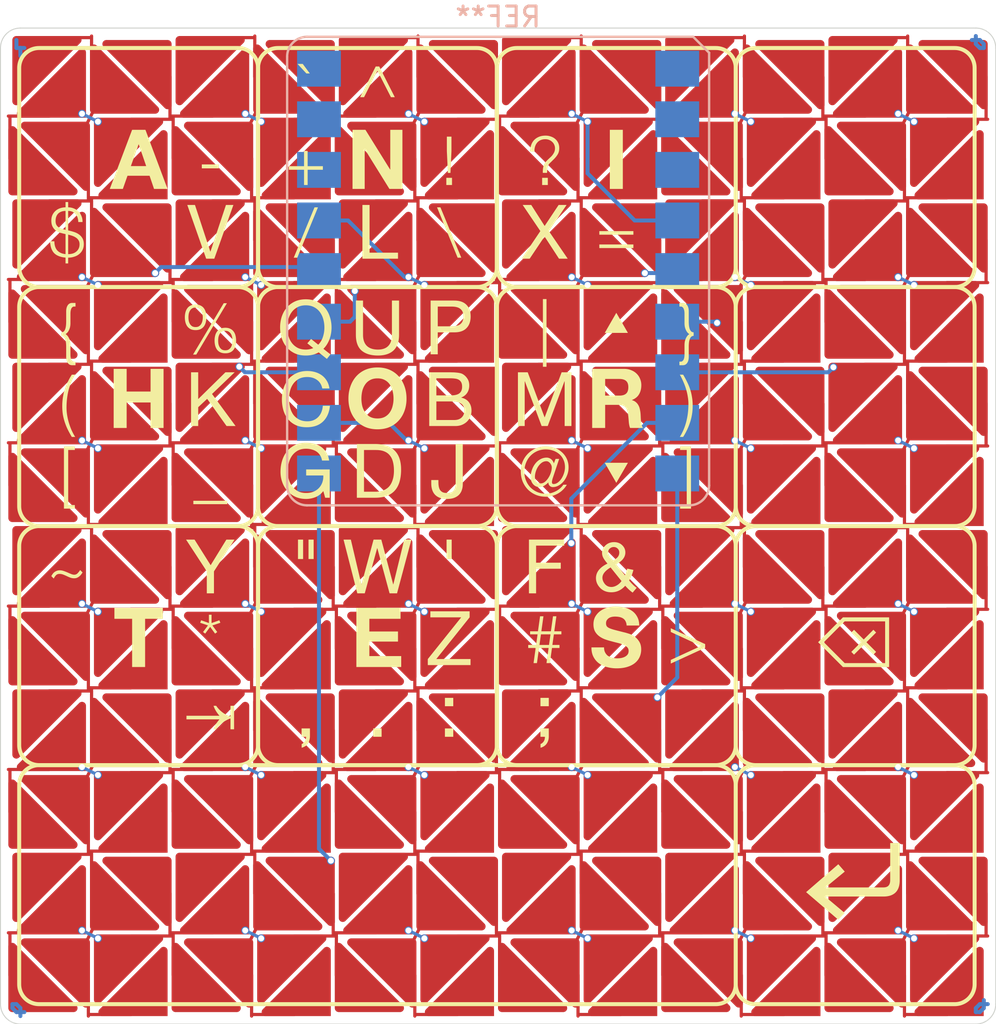
<source format=kicad_pcb>
(kicad_pcb (version 20241229) (generator "pcbnew") (generator_version "9.0")
  (layers (0 "F.Cu" signal) (2 "B.Cu" signal) (13 "F.Paste" user) (15 "B.Paste" user) (5 "F.SilkS" user "F.Silkscreen") (7 "B.SilkS" user "B.Silkscreen") (1 "F.Mask" user) (3 "B.Mask" user) (25 "Edge.Cuts" user))
  (net 0 "")
  (net 1 "row1")
  (net 2 "row2")
  (net 3 "row3")
  (net 4 "row4")
  (net 5 "row5")
  (net 6 "row6")
  (net 7 "col2")
  (net 8 "col4")
  (net 9 "col3")
  (net 10 "col6")
  (net 11 "col1")
  (net 12 "col5")
  (footprint "capacitive_touch:esp32_s3_waveshare_zero" (layer "B.Cu") (at 125 112.2 180)
    (property "Reference" "REF**")
    (property "Value" "ESP32_S3_Waveshare_Zero")
  )
  (gr_line (start 129.094849 108.520129) (end 131.144849 108.520129) (stroke (width 0.159999)) (layer "F.Cu") (net 8))
  (gr_line (start 120.894849 125.080128) (end 118.844849 125.080128) (stroke (width 0.1)) (layer "F.Cu") (net 9))
  (gr_line (start 133.27485 129.100129) (end 133.27485 131.150128) (stroke (width 0.159999)) (layer "F.Cu") (net 4))
  (gr_line (start 133.194852 104.420128) (end 135.244847 104.420128) (stroke (width 0.159999)) (layer "F.Cu") (net 1))
  (gr_poly (pts (xy 148.770585 112.300129) (xy 145.694852 112.300129) (xy 145.694852 109.224394)) (stroke (width 0.399999)) (fill yes) (layer "F.Cu") (net 10))
  (gr_poly (pts (xy 104.294853 107.975866) (xy 101.219117 104.90013) (xy 104.294853 104.90013)) (stroke (width 0.399999)) (fill yes) (layer "F.Cu") (net 11))
  (gr_poly (pts (xy 115.970588 136.900126) (xy 112.894851 136.900126) (xy 112.894851 133.824389)) (stroke (width 0.399999)) (fill yes) (layer "F.Cu") (net 7))
  (gr_poly (pts (xy 124.594853 141.200125) (xy 121.519116 141.200125) (xy 124.594853 138.124388)) (stroke (width 0.399999)) (fill yes) (layer "F.Cu") (net 9))
  (gr_line (start 133.11485 120.900124) (end 133.11485 118.850125) (stroke (width 0.159999)) (layer "F.Cu") (net 3))
  (gr_line (start 112.614852 116.800128) (end 112.614852 114.750128) (stroke (width 0.1)) (layer "F.Cu") (net 7))
  (gr_line (start 141.394852 137.220122) (end 143.444852 137.220122) (stroke (width 0.159999)) (layer "F.Cu") (net 5))
  (gr_line (start 100.474855 137.300124) (end 100.474855 139.350123) (stroke (width 0.1)) (layer "F.Cu") (net 5))
  (gr_line (start 112.774852 133.200125) (end 112.774852 135.250125) (stroke (width 0.1)) (layer "F.Cu") (net 7))
  (gr_line (start 137.214848 125.000128) (end 137.214848 122.950129) (stroke (width 0.1)) (layer "F.Cu") (net 12))
  (gr_line (start 121.094851 128.700127) (end 120.694852 129.500128) (stroke (width 0.159999)) (layer "F.Cu") (net 9))
  (gr_line (start 137.374848 125.000128) (end 137.374848 127.050128) (stroke (width 0.1)) (layer "F.Cu") (net 12))
  (gr_line (start 112.774852 125.000128) (end 112.774852 127.050128) (stroke (width 0.1)) (layer "F.Cu") (net 7))
  (gr_line (start 137.29485 116.720128) (end 139.344849 116.720128) (stroke (width 0.1)) (layer "F.Cu") (net 12))
  (gr_poly (pts (xy 129.494847 132.375863) (xy 129.494847 129.300126) (xy 132.570584 129.300126)) (stroke (width 0.399999)) (fill yes) (layer "F.Cu") (net 4))
  (gr_poly (pts (xy 148.770585 120.500128) (xy 145.694852 120.500128) (xy 145.694852 117.424391)) (stroke (width 0.399999)) (fill yes) (layer "F.Cu") (net 10))
  (gr_poly (pts (xy 115.970588 145.100127) (xy 112.894851 145.100127) (xy 112.894851 142.02439)) (stroke (width 0.399999)) (fill yes) (layer "F.Cu") (net 7))
  (gr_poly (pts (xy 117.194852 120.075864) (xy 117.194852 117.000127) (xy 120.270589 117.000127)) (stroke (width 0.399999)) (fill yes) (layer "F.Cu") (net 9))
  (gr_poly (pts (xy 128.694852 104.300129) (xy 125.619117 104.300129) (xy 128.694852 101.224394)) (stroke (width 0.399999)) (fill yes) (layer "F.Cu") (net 1))
  (gr_line (start 133.194848 145.580123) (end 131.144849 145.580123) (stroke (width 0.1)) (layer "F.Cu") (net 6))
  (gr_line (start 116.71485 104.50013) (end 116.71485 102.450129) (stroke (width 0.1)) (layer "F.Cu") (net 1))
  (gr_poly (pts (xy 128.270587 132.800128) (xy 125.194852 132.800128) (xy 125.194852 129.724395)) (stroke (width 0.399999)) (fill yes) (layer "F.Cu") (net 4))
  (gr_poly (pts (xy 121.294856 148.775862) (xy 121.294856 145.700125) (xy 124.370591 145.700125)) (stroke (width 0.399999)) (fill yes) (layer "F.Cu") (net 6))
  (gr_poly (pts (xy 129.494847 140.575858) (xy 129.494847 137.500121) (xy 132.570584 137.500121)) (stroke (width 0.399999)) (fill yes) (layer "F.Cu") (net 5))
  (gr_line (start 108.514855 145.500125) (end 108.514855 143.450125) (stroke (width 0.159999)) (layer "F.Cu") (net 6))
  (gr_line (start 133.194852 137.220122) (end 135.244851 137.220122) (stroke (width 0.159999)) (layer "F.Cu") (net 5))
  (gr_curve (pts (xy 145.694852 128.700127) (xy 145.561517 128.966794) (xy 145.428181 129.233462) (xy 145.29485 129.500128)) (stroke (width 0.1)) (layer "F.Cu") (net 10))
  (gr_poly (pts (xy 121.294856 124.175864) (xy 121.294856 121.100129) (xy 124.370591 121.100129)) (stroke (width 0.399999)) (fill yes) (layer "F.Cu") (net 3))
  (gr_line (start 141.314847 145.500117) (end 141.314847 143.450118) (stroke (width 0.159999)) (layer "F.Cu") (net 6))
  (gr_poly (pts (xy 120.694852 140.775862) (xy 117.619117 137.700125) (xy 120.694852 137.700125)) (stroke (width 0.399999)) (fill yes) (layer "F.Cu") (net 9))
  (gr_line (start 100.394854 120.82013) (end 102.444854 120.82013) (stroke (width 0.159999)) (layer "F.Cu") (net 3))
  (gr_poly (pts (xy 108.194855 141.200125) (xy 105.119118 141.200125) (xy 108.194855 138.124388)) (stroke (width 0.399999)) (fill yes) (layer "F.Cu") (net 11))
  (gr_poly (pts (xy 120.69485 113.100128) (xy 120.69485 116.175865) (xy 117.619113 113.100126)) (stroke (width 0.399999)) (fill yes) (layer "F.Cu") (net 9))
  (gr_poly (pts (xy 108.994852 120.075864) (xy 108.994852 117.000127) (xy 112.070589 117.000127)) (stroke (width 0.399999)) (fill yes) (layer "F.Cu") (net 7))
  (gr_line (start 108.514853 104.500129) (end 108.514853 102.450129) (stroke (width 0.159999)) (layer "F.Cu") (net 1))
  (gr_line (start 120.894851 108.680129) (end 118.844851 108.680129) (stroke (width 0.159999)) (layer "F.Cu") (net 9))
  (gr_poly (pts (xy 141.194848 136.675856) (xy 138.119115 133.600119) (xy 141.194848 133.600119)) (stroke (width 0.399999)) (fill yes) (layer "F.Cu") (net 5))
  (gr_line (start 104.494854 133.120127) (end 106.544853 133.120127) (stroke (width 0.1)) (layer "F.Cu") (net 11))
  (gr_line (start 104.494854 141.480128) (end 102.444855 141.480128) (stroke (width 0.159999)) (layer "F.Cu") (net 11))
  (gr_line (start 133.194848 120.980126) (end 131.144849 120.980126) (stroke (width 0.1)) (layer "F.Cu") (net 3))
  (gr_line (start 116.794854 137.380122) (end 114.744853 137.380122) (stroke (width 0.159999)) (layer "F.Cu") (net 5))
  (gr_poly (pts (xy 137.094849 148.975863) (xy 134.019112 145.900126) (xy 137.094849 145.900126)) (stroke (width 0.399999)) (fill yes) (layer "F.Cu") (net 12))
  (gr_poly (pts (xy 129.494847 107.775862) (xy 129.494847 104.700126) (xy 132.570584 104.700126)) (stroke (width 0.399999)) (fill yes) (layer "F.Cu") (net 1))
  (gr_line (start 137.294854 133.280127) (end 135.244855 133.280127) (stroke (width 0.159999)) (layer "F.Cu") (net 12))
  (gr_line (start 116.874854 112.70013) (end 116.874854 114.750131) (stroke (width 0.159999)) (layer "F.Cu") (net 2))
  (gr_poly (pts (xy 124.594853 133.000125) (xy 121.519116 133.000125) (xy 124.594853 129.924393)) (stroke (width 0.399999)) (fill yes) (layer "F.Cu") (net 9))
  (gr_poly (pts (xy 111.870589 124.600129) (xy 108.794853 124.600129) (xy 108.794853 121.524394)) (stroke (width 0.399999)) (fill yes) (layer "F.Cu") (net 3))
  (gr_poly (pts (xy 133.594846 120.075864) (xy 133.594846 117.000127) (xy 136.670583 117.000127)) (stroke (width 0.399999)) (fill yes) (layer "F.Cu") (net 12))
  (gr_poly (pts (xy 140.570584 120.500128) (xy 137.494847 120.500128) (xy 137.494847 117.424391)) (stroke (width 0.399999)) (fill yes) (layer "F.Cu") (net 12))
  (gr_poly (pts (xy 104.294853 148.975863) (xy 101.219117 145.900126) (xy 104.294853 145.900126)) (stroke (width 0.399999)) (fill yes) (layer "F.Cu") (net 11))
  (gr_line (start 112.774852 100.40013) (end 112.774852 102.45013) (stroke (width 0.1)) (layer "F.Cu") (net 7))
  (gr_poly (pts (xy 149.394849 112.075861) (xy 146.319112 109.000124) (xy 149.394849 109.000124)) (stroke (width 0.399999)) (fill yes) (layer "F.Cu") (net 2))
  (gr_line (start 133.11485 137.300124) (end 133.11485 135.250125) (stroke (width 0.159999)) (layer "F.Cu") (net 5))
  (gr_line (start 112.614854 133.200125) (end 112.614854 131.150128) (stroke (width 0.1)) (layer "F.Cu") (net 7))
  (gr_line (start 137.29485 125.080128) (end 135.244847 125.080128) (stroke (width 0.159999)) (layer "F.Cu") (net 12))
  (gr_line (start 133.194848 112.780125) (end 131.144849 112.780125) (stroke (width 0.1)) (layer "F.Cu") (net 2))
  (gr_line (start 124.994855 145.420123) (end 127.044854 145.420123) (stroke (width 0.1)) (layer "F.Cu") (net 6))
  (gr_poly (pts (xy 137.694848 132.375863) (xy 137.694848 129.300128) (xy 140.770585 129.300128)) (stroke (width 0.399999)) (fill yes) (layer "F.Cu") (net 4))
  (gr_line (start 129.094846 116.880128) (end 127.044848 116.880128) (stroke (width 0.1)) (layer "F.Cu") (net 8))
  (gr_line (start 100.474854 104.50013) (end 100.474854 106.55013) (stroke (width 0.1)) (layer "F.Cu") (net 1))
  (gr_poly (pts (xy 120.494853 120.700127) (xy 117.419116 120.700127) (xy 120.494853 117.624392)) (stroke (width 0.399999)) (fill yes) (layer "F.Cu") (net 3))
  (gr_line (start 145.494851 100.48013) (end 143.444852 100.48013) (stroke (width 0.159999)) (layer "F.Cu") (net 10))
  (gr_line (start 141.314847 120.900124) (end 141.314847 118.850125) (stroke (width 0.159999)) (layer "F.Cu") (net 3))
  (gr_line (start 104.494853 100.48013) (end 102.444853 100.48013) (stroke (width 0.159999)) (layer "F.Cu") (net 11))
  (gr_poly (pts (xy 149.394849 128.475857) (xy 146.319112 125.40012) (xy 149.394849 125.40012)) (stroke (width 0.399999)) (fill yes) (layer "F.Cu") (net 4))
  (gr_poly (pts (xy 107.970592 129.300132) (xy 104.894856 132.375867) (xy 104.894857 129.30013)) (stroke (width 0.399999)) (fill yes) (layer "F.Cu") (net 4))
  (gr_poly (pts (xy 140.994847 116.600127) (xy 137.91911 116.600127) (xy 140.994847 113.524392)) (stroke (width 0.399999)) (fill yes) (layer "F.Cu") (net 12))
  (gr_line (start 137.29485 149.520125) (end 139.344849 149.520125) (stroke (width 0.159999)) (layer "F.Cu") (net 12))
  (gr_poly (pts (xy 136.670583 108.800129) (xy 133.594846 111.875864) (xy 133.594846 108.800128)) (stroke (width 0.399999)) (fill yes) (layer "F.Cu") (net 12))
  (gr_line (start 129.29485 128.700127) (end 128.894849 129.500128) (stroke (width 0.1)) (layer "F.Cu") (net 8))
  (gr_line (start 112.774852 141.400126) (end 112.774852 143.450125) (stroke (width 0.159999)) (layer "F.Cu") (net 7))
  (gr_line (start 129.094853 141.320124) (end 131.144849 141.320124) (stroke (width 0.159999)) (layer "F.Cu") (net 8))
  (gr_line (start 149.594849 129.180131) (end 147.54485 129.180131) (stroke (width 0.1)) (layer "F.Cu") (net 4))
  (gr_line (start 104.414853 116.800128) (end 104.414853 114.750128) (stroke (width 0.1)) (layer "F.Cu") (net 11))
  (gr_line (start 108.594854 129.020131) (end 110.644854 129.020131) (stroke (width 0.159999)) (layer "F.Cu") (net 4))
  (gr_line (start 141.394849 112.780127) (end 139.344849 112.780127) (stroke (width 0.1)) (layer "F.Cu") (net 2))
  (gr_line (start 104.694853 112.300129) (end 104.294854 113.100129) (stroke (width 0.1)) (layer "F.Cu") (net 11))
  (gr_line (start 145.494851 141.320124) (end 147.54485 141.320124) (stroke (width 0.159999)) (layer "F.Cu") (net 10))
  (gr_line (start 108.674854 137.300124) (end 108.674854 139.350123) (stroke (width 0.1)) (layer "F.Cu") (net 5))
  (gr_line (start 100.394855 137.220126) (end 102.444855 137.220126) (stroke (width 0.1)) (layer "F.Cu") (net 5))
  (gr_line (start 116.874852 104.500131) (end 116.874852 106.550132) (stroke (width 0.1)) (layer "F.Cu") (net 1))
  (gr_line (start 108.514853 129.100129) (end 108.514853 127.05013) (stroke (width 0.1)) (layer "F.Cu") (net 4))
  (gr_line (start 124.914853 120.900126) (end 124.914853 118.850127) (stroke (width 0.159999)) (layer "F.Cu") (net 3))
  (gr_line (start 108.674854 145.500128) (end 108.674854 147.550128) (stroke (width 0.1)) (layer "F.Cu") (net 6))
  (gr_line (start 112.774852 125.000128) (end 112.774852 127.050128) (stroke (width 0.159999)) (layer "F.Cu") (net 7))
  (gr_line (start 104.694853 145.100127) (end 104.294854 145.900126) (stroke (width 0.159999)) (layer "F.Cu") (net 11))
  (gr_poly (pts (xy 136.894849 104.300128) (xy 133.819112 104.300128) (xy 136.894849 101.224393)) (stroke (width 0.399999)) (fill yes) (layer "F.Cu") (net 1))
  (gr_line (start 124.994855 137.220126) (end 127.044854 137.220126) (stroke (width 0.1)) (layer "F.Cu") (net 5))
  (gr_poly (pts (xy 145.29485 113.100128) (xy 145.29485 116.175865) (xy 142.219113 113.100126)) (stroke (width 0.399999)) (fill yes) (layer "F.Cu") (net 10))
  (gr_line (start 104.574853 125.000128) (end 104.574853 127.050128) (stroke (width 0.159999)) (layer "F.Cu") (net 11))
  (gr_poly (pts (xy 141.79485 136.475863) (xy 141.79485 133.400126) (xy 144.870587 133.400126)) (stroke (width 0.399999)) (fill yes) (layer "F.Cu") (net 10))
  (gr_poly (pts (xy 136.470586 124.600129) (xy 133.394849 124.600129) (xy 133.394849 121.524392)) (stroke (width 0.399999)) (fill yes) (layer "F.Cu") (net 3))
  (gr_poly (pts (xy 104.094854 112.500129) (xy 101.019118 112.500129) (xy 104.094854 109.424393)) (stroke (width 0.399999)) (fill yes) (layer "F.Cu") (net 2))
  (gr_poly (pts (xy 141.194844 103.875861) (xy 138.119107 100.800124) (xy 141.194844 100.800124)) (stroke (width 0.399999)) (fill yes) (layer "F.Cu") (net 1))
  (gr_line (start 124.994855 129.180129) (end 122.944856 129.180129) (stroke (width 0.1)) (layer "F.Cu") (net 4))
  (gr_poly (pts (xy 140.994851 133.000125) (xy 137.919114 133.000125) (xy 140.994851 129.924393)) (stroke (width 0.399999)) (fill yes) (layer "F.Cu") (net 12))
  (gr_line (start 149.514851 112.700124) (end 149.514851 110.650125) (stroke (width 0.159999)) (layer "F.Cu") (net 2))
  (gr_line (start 124.914853 104.50013) (end 124.914853 102.450131) (stroke (width 0.1)) (layer "F.Cu") (net 1))
  (gr_poly (pts (xy 149.194848 124.800128) (xy 146.119115 124.800128) (xy 149.194848 121.724393)) (stroke (width 0.399999)) (fill yes) (layer "F.Cu") (net 10))
  (gr_line (start 137.29485 149.520125) (end 139.344849 149.520125) (stroke (width 0.1)) (layer "F.Cu") (net 12))
  (gr_line (start 125.074851 120.90013) (end 125.074851 122.950129) (stroke (width 0.1)) (layer "F.Cu") (net 3))
  (gr_line (start 120.814853 149.600127) (end 120.814853 147.550128) (stroke (width 0.159999)) (layer "F.Cu") (net 9))
  (gr_line (start 116.794854 137.220126) (end 118.844855 137.220126) (stroke (width 0.1)) (layer "F.Cu") (net 5))
  (gr_line (start 120.894851 124.920129) (end 122.94485 124.920129) (stroke (width 0.1)) (layer "F.Cu") (net 9))
  (gr_poly (pts (xy 107.770589 112.300129) (xy 104.694853 112.300129) (xy 104.694853 109.224394)) (stroke (width 0.399999)) (fill yes) (layer "F.Cu") (net 11))
  (gr_poly (pts (xy 132.994847 103.875864) (xy 129.91911 100.800128) (xy 132.994847 100.800128)) (stroke (width 0.399999)) (fill yes) (layer "F.Cu") (net 1))
  (gr_poly (pts (xy 132.370587 128.700127) (xy 129.29485 128.700127) (xy 129.29485 125.624392)) (stroke (width 0.399999)) (fill yes) (layer "F.Cu") (net 8))
  (gr_poly (pts (xy 141.794846 144.675864) (xy 141.794846 141.600127) (xy 144.870583 141.600127)) (stroke (width 0.399999)) (fill yes) (layer "F.Cu") (net 10))
  (gr_line (start 116.794852 129.020129) (end 118.844855 129.020129) (stroke (width 0.1)) (layer "F.Cu") (net 4))
  (gr_line (start 141.394849 112.780127) (end 139.344849 112.780127) (stroke (width 0.159999)) (layer "F.Cu") (net 2))
  (gr_line (start 137.374848 108.600129) (end 137.374848 110.650129) (stroke (width 0.159999)) (layer "F.Cu") (net 12))
  (gr_poly (pts (xy 108.994854 128.275864) (xy 108.994854 125.200127) (xy 112.070589 125.200127)) (stroke (width 0.399999)) (fill yes) (layer "F.Cu") (net 7))
  (gr_poly (pts (xy 132.994851 144.875857) (xy 129.919118 141.80012) (xy 132.994851 141.80012)) (stroke (width 0.399999)) (fill yes) (layer "F.Cu") (net 6))
  (gr_curve (pts (xy 112.894851 145.100127) (xy 112.761519 145.366793) (xy 112.628184 145.63346) (xy 112.494853 145.900126)) (stroke (width 0.159999)) (layer "F.Cu") (net 7))
  (gr_line (start 145.414849 141.400126) (end 145.414849 139.350127) (stroke (width 0.159999)) (layer "F.Cu") (net 10))
  (gr_poly (pts (xy 116.594851 120.275866) (xy 113.519116 117.200129) (xy 116.594851 117.200129)) (stroke (width 0.399999)) (fill yes) (layer "F.Cu") (net 3))
  (gr_line (start 133.194848 120.980126) (end 131.144849 120.980126) (stroke (width 0.159999)) (layer "F.Cu") (net 3))
  (gr_line (start 141.47485 137.300124) (end 141.47485 139.350123) (stroke (width 0.1)) (layer "F.Cu") (net 5))
  (gr_line (start 133.11485 104.500128) (end 133.11485 102.450129) (stroke (width 0.159999)) (layer "F.Cu") (net 1))
  (gr_poly (pts (xy 121.294856 140.575862) (xy 121.294856 137.500125) (xy 124.370591 137.500125)) (stroke (width 0.399999)) (fill yes) (layer "F.Cu") (net 5))
  (gr_line (start 141.394849 137.380122) (end 139.344849 137.380122) (stroke (width 0.1)) (layer "F.Cu") (net 5))
  (gr_line (start 133.194848 129.180127) (end 131.144849 129.180127) (stroke (width 0.159999)) (layer "F.Cu") (net 4))
  (gr_poly (pts (xy 112.294854 137.100123) (xy 109.21912 137.100123) (xy 112.294853 134.024386)) (stroke (width 0.399999)) (fill yes) (layer "F.Cu") (net 5))
  (gr_line (start 120.814849 125.000128) (end 120.814849 122.950129) (stroke (width 0.1)) (layer "F.Cu") (net 9))
  (gr_line (start 121.094851 120.500128) (end 120.694852 121.300128) (stroke (width 0.159999)) (layer "F.Cu") (net 9))
  (gr_poly (pts (xy 108.394853 112.075865) (xy 105.319117 109.000129) (xy 108.394853 109.000129)) (stroke (width 0.399999)) (fill yes) (layer "F.Cu") (net 2))
  (gr_poly (pts (xy 145.894849 132.375867) (xy 145.894849 129.30013) (xy 148.970586 129.30013)) (stroke (width 0.399999)) (fill yes) (layer "F.Cu") (net 4))
  (gr_poly (pts (xy 133.594849 144.675864) (xy 133.594849 141.600127) (xy 136.670586 141.600127)) (stroke (width 0.399999)) (fill yes) (layer "F.Cu") (net 12))
  (gr_line (start 125.074851 129.100131) (end 125.074851 131.15013) (stroke (width 0.1)) (layer "F.Cu") (net 4))
  (gr_line (start 120.894852 141.320124) (end 122.944852 141.320124) (stroke (width 0.159999)) (layer "F.Cu") (net 9))
  (gr_poly (pts (xy 149.194852 141.200125) (xy 146.119115 141.200125) (xy 149.194852 138.124388)) (stroke (width 0.399999)) (fill yes) (layer "F.Cu") (net 10))
  (gr_poly (pts (xy 145.094853 120.700127) (xy 142.019116 120.700127) (xy 145.094853 117.62439)) (stroke (width 0.399999)) (fill yes) (layer "F.Cu") (net 3))
  (gr_line (start 133.194852 120.820126) (end 135.244851 120.820126) (stroke (width 0.159999)) (layer "F.Cu") (net 3))
  (gr_line (start 137.294846 108.680129) (end 135.244847 108.680129) (stroke (width 0.1)) (layer "F.Cu") (net 12))
  (gr_poly (pts (xy 113.094853 115.975864) (xy 113.094853 112.900128) (xy 116.17059 112.900128)) (stroke (width 0.399999)) (fill yes) (layer "F.Cu") (net 2))
  (gr_line (start 104.494854 133.280127) (end 102.444855 133.280127) (stroke (width 0.159999)) (layer "F.Cu") (net 11))
  (gr_line (start 100.394854 120.82013) (end 102.444854 120.82013) (stroke (width 0.1)) (layer "F.Cu") (net 3))
  (gr_poly (pts (xy 117.194854 136.475863) (xy 117.194854 133.400126) (xy 120.270591 133.400126)) (stroke (width 0.399999)) (fill yes) (layer "F.Cu") (net 9))
  (gr_poly (pts (xy 128.470586 108.800129) (xy 125.394851 111.875864) (xy 125.394852 108.800128)) (stroke (width 0.399999)) (fill yes) (layer "F.Cu") (net 8))
  (gr_line (start 129.094849 124.920129) (end 131.144849 124.920129) (stroke (width 0.1)) (layer "F.Cu") (net 8))
  (gr_line (start 112.694854 149.520125) (end 114.744853 149.520125) (stroke (width 0.1)) (layer "F.Cu") (net 7))
  (gr_line (start 133.274854 137.300124) (end 133.274854 139.350123) (stroke (width 0.159999)) (layer "F.Cu") (net 5))
  (gr_poly (pts (xy 136.470586 132.800128) (xy 133.394849 132.800128) (xy 133.394849 129.724393)) (stroke (width 0.399999)) (fill yes) (layer "F.Cu") (net 4))
  (gr_line (start 133.11485 129.100129) (end 133.11485 127.05013) (stroke (width 0.1)) (layer "F.Cu") (net 4))
  (gr_poly (pts (xy 136.470589 141.000125) (xy 133.394852 141.000125) (xy 133.394852 137.924388)) (stroke (width 0.399999)) (fill yes) (layer "F.Cu") (net 5))
  (gr_poly (pts (xy 113.094853 140.575862) (xy 113.094853 137.500125) (xy 116.17059 137.500125)) (stroke (width 0.399999)) (fill yes) (layer "F.Cu") (net 5))
  (gr_line (start 104.574853 100.40013) (end 104.574853 102.45013) (stroke (width 0.159999)) (layer "F.Cu") (net 11))
  (gr_line (start 116.794852 104.420129) (end 118.844853 104.420129) (stroke (width 0.159999)) (layer "F.Cu") (net 1))
  (gr_line (start 112.774852 108.600129) (end 112.774852 110.650129) (stroke (width 0.159999)) (layer "F.Cu") (net 7))
  (gr_poly (pts (xy 112.494853 148.975863) (xy 109.419117 145.900126) (xy 112.494853 145.900126)) (stroke (width 0.399999)) (fill yes) (layer "F.Cu") (net 7))
  (gr_line (start 100.394855 137.220126) (end 102.444855 137.220126) (stroke (width 0.159999)) (layer "F.Cu") (net 5))
  (gr_line (start 120.814849 108.60013) (end 120.814849 106.55013) (stroke (width 0.1)) (layer "F.Cu") (net 9))
  (gr_line (start 149.594849 120.98013) (end 147.54485 120.98013) (stroke (width 0.159999)) (layer "F.Cu") (net 3))
  (gr_line (start 116.714852 129.100127) (end 116.714852 127.050126) (stroke (width 0.159999)) (layer "F.Cu") (net 4))
  (gr_poly (pts (xy 148.770585 145.100127) (xy 145.694852 145.100127) (xy 145.694852 142.02439)) (stroke (width 0.399999)) (fill yes) (layer "F.Cu") (net 10))
  (gr_line (start 145.414853 133.200125) (end 145.414853 131.150128) (stroke (width 0.1)) (layer "F.Cu") (net 10))
  (gr_line (start 129.014848 149.600127) (end 129.014848 147.550128) (stroke (width 0.159999)) (layer "F.Cu") (net 8))
  (gr_line (start 104.574853 108.600129) (end 104.574853 110.650129) (stroke (width 0.1)) (layer "F.Cu") (net 11))
  (gr_line (start 120.894849 125.080128) (end 118.844849 125.080128) (stroke (width 0.159999)) (layer "F.Cu") (net 9))
  (gr_curve (pts (xy 145.694852 145.100127) (xy 145.561517 145.366793) (xy 145.428181 145.63346) (xy 145.29485 145.900126)) (stroke (width 0.1)) (layer "F.Cu") (net 10))
  (gr_line (start 121.094851 145.100127) (end 120.694852 145.900126) (stroke (width 0.159999)) (layer "F.Cu") (net 9))
  (gr_line (start 133.27485 112.700128) (end 133.27485 114.750128) (stroke (width 0.159999)) (layer "F.Cu") (net 2))
  (gr_line (start 137.214848 116.800128) (end 137.214848 114.750128) (stroke (width 0.159999)) (layer "F.Cu") (net 12))
  (gr_line (start 125.074851 104.50013) (end 125.074851 106.550129) (stroke (width 0.159999)) (layer "F.Cu") (net 1))
  (gr_line (start 133.11485 129.100129) (end 133.11485 127.05013) (stroke (width 0.159999)) (layer "F.Cu") (net 4))
  (gr_poly (pts (xy 113.094853 124.175864) (xy 113.094853 121.100129) (xy 116.17059 121.100129)) (stroke (width 0.399999)) (fill yes) (layer "F.Cu") (net 3))
  (gr_line (start 129.094849 108.680129) (end 127.044852 108.680129) (stroke (width 0.1)) (layer "F.Cu") (net 8))
  (gr_line (start 104.494853 100.48013) (end 102.444853 100.48013) (stroke (width 0.1)) (layer "F.Cu") (net 11))
  (gr_poly (pts (xy 148.770585 136.900126) (xy 145.694852 136.900126) (xy 145.694852 133.824389)) (stroke (width 0.399999)) (fill yes) (layer "F.Cu") (net 10))
  (gr_poly (pts (xy 137.094853 140.775862) (xy 134.019116 137.700125) (xy 137.094853 137.700125)) (stroke (width 0.399999)) (fill yes) (layer "F.Cu") (net 12))
  (gr_line (start 120.974852 125.000128) (end 120.974852 127.050128) (stroke (width 0.159999)) (layer "F.Cu") (net 9))
  (gr_line (start 145.494851 149.520125) (end 147.54485 149.520125) (stroke (width 0.1)) (layer "F.Cu") (net 10))
  (gr_line (start 133.27485 112.700128) (end 133.27485 114.750128) (stroke (width 0.1)) (layer "F.Cu") (net 2))
  (gr_poly (pts (xy 103.67059 108.20013) (xy 100.594854 108.20013) (xy 100.594854 105.124394)) (stroke (width 0.399999)) (fill yes) (layer "F.Cu") (net 1))
  (gr_line (start 104.694853 120.500128) (end 104.294854 121.300128) (stroke (width 0.159999)) (layer "F.Cu") (net 11))
  (gr_line (start 133.11485 104.500128) (end 133.11485 102.450129) (stroke (width 0.1)) (layer "F.Cu") (net 1))
  (gr_line (start 145.494851 108.520129) (end 147.54485 108.520129) (stroke (width 0.1)) (layer "F.Cu") (net 10))
  (gr_poly (pts (xy 112.070587 108.800129) (xy 108.994851 111.875864) (xy 108.994852 108.800128)) (stroke (width 0.399999)) (fill yes) (layer "F.Cu") (net 7))
  (gr_line (start 133.194852 129.020127) (end 135.244851 129.020127) (stroke (width 0.159999)) (layer "F.Cu") (net 4))
  (gr_poly (pts (xy 145.094853 137.100123) (xy 142.019116 137.100123) (xy 145.094853 134.024386)) (stroke (width 0.399999)) (fill yes) (layer "F.Cu") (net 5))
  (gr_line (start 120.814853 141.400126) (end 120.814853 139.350127) (stroke (width 0.159999)) (layer "F.Cu") (net 9))
  (gr_line (start 104.694853 145.100127) (end 104.294854 145.900126) (stroke (width 0.1)) (layer "F.Cu") (net 11))
  (gr_line (start 145.574849 100.40013) (end 145.574849 102.45013) (stroke (width 0.1)) (layer "F.Cu") (net 10))
  (gr_poly (pts (xy 128.694852 120.700127) (xy 125.619117 120.700127) (xy 128.694852 117.624392)) (stroke (width 0.399999)) (fill yes) (layer "F.Cu") (net 3))
  (gr_line (start 108.674853 120.900128) (end 108.674853 122.950129) (stroke (width 0.159999)) (layer "F.Cu") (net 3))
  (gr_curve (pts (xy 137.494847 145.100127) (xy 137.361516 145.366793) (xy 137.228185 145.63346) (xy 137.094849 145.900126)) (stroke (width 0.159999)) (layer "F.Cu") (net 12))
  (gr_line (start 137.294846 108.680129) (end 135.244847 108.680129) (stroke (width 0.159999)) (layer "F.Cu") (net 12))
  (gr_poly (pts (xy 132.370587 145.100127) (xy 129.29485 145.100127) (xy 129.29485 142.02439)) (stroke (width 0.399999)) (fill yes) (layer "F.Cu") (net 8))
  (gr_poly (pts (xy 133.594849 103.675866) (xy 133.594849 100.60013) (xy 136.670586 100.60013)) (stroke (width 0.399999)) (fill yes) (layer "F.Cu") (net 12))
  (gr_poly (pts (xy 111.870588 108.20013) (xy 108.794852 108.20013) (xy 108.794852 105.124395)) (stroke (width 0.399999)) (fill yes) (layer "F.Cu") (net 1))
  (gr_poly (pts (xy 137.094849 107.975866) (xy 134.019112 104.90013) (xy 137.094849 104.90013)) (stroke (width 0.399999)) (fill yes) (layer "F.Cu") (net 12))
  (gr_line (start 125.074851 104.50013) (end 125.074851 106.550129) (stroke (width 0.1)) (layer "F.Cu") (net 1))
  (gr_line (start 141.314847 104.500124) (end 141.314847 102.450125) (stroke (width 0.1)) (layer "F.Cu") (net 1))
  (gr_poly (pts (xy 116.394852 116.600127) (xy 113.319115 116.600127) (xy 116.394852 113.524392)) (stroke (width 0.399999)) (fill yes) (layer "F.Cu") (net 7))
  (gr_line (start 149.594849 129.180131) (end 147.54485 129.180131) (stroke (width 0.159999)) (layer "F.Cu") (net 4))
  (gr_line (start 124.994853 129.020129) (end 127.044852 129.020129) (stroke (width 0.159999)) (layer "F.Cu") (net 4))
  (gr_line (start 108.594857 137.380126) (end 106.544857 137.380126) (stroke (width 0.1)) (layer "F.Cu") (net 5))
  (gr_line (start 100.474855 129.100129) (end 100.474855 131.150128) (stroke (width 0.1)) (layer "F.Cu") (net 4))
  (gr_poly (pts (xy 124.594851 116.600127) (xy 121.519114 116.600127) (xy 124.594851 113.524392)) (stroke (width 0.399999)) (fill yes) (layer "F.Cu") (net 9))
  (gr_line (start 104.694853 104.10013) (end 104.294854 104.90013) (stroke (width 0.159999)) (layer "F.Cu") (net 11))
  (gr_line (start 129.174851 116.800128) (end 129.174851 118.850129) (stroke (width 0.159999)) (layer "F.Cu") (net 8))
  (gr_line (start 145.494847 124.920129) (end 147.54485 124.920129) (stroke (width 0.159999)) (layer "F.Cu") (net 10))
  (gr_poly (pts (xy 140.994847 124.800128) (xy 137.91911 124.800128) (xy 140.994847 121.724393)) (stroke (width 0.399999)) (fill yes) (layer "F.Cu") (net 12))
  (gr_line (start 121.094851 145.100127) (end 120.694852 145.900126) (stroke (width 0.1)) (layer "F.Cu") (net 9))
  (gr_line (start 112.774852 116.800128) (end 112.774852 118.850129) (stroke (width 0.159999)) (layer "F.Cu") (net 7))
  (gr_line (start 137.214848 149.600127) (end 137.214848 147.550128) (stroke (width 0.159999)) (layer "F.Cu") (net 12))
  (gr_poly (pts (xy 148.770585 128.700127) (xy 145.694852 128.700127) (xy 145.694852 125.624392)) (stroke (width 0.399999)) (fill yes) (layer "F.Cu") (net 10))
  (gr_poly (pts (xy 125.394851 136.475863) (xy 125.394851 133.400126) (xy 128.470586 133.400126)) (stroke (width 0.399999)) (fill yes) (layer "F.Cu") (net 8))
  (gr_line (start 149.594849 104.58013) (end 147.54485 104.58013) (stroke (width 0.159999)) (layer "F.Cu") (net 1))
  (gr_poly (pts (xy 136.894852 128.900128) (xy 133.819115 128.900128) (xy 136.894852 125.824391)) (stroke (width 0.399999)) (fill yes) (layer "F.Cu") (net 4))
  (gr_line (start 129.29485 104.10013) (end 128.894849 104.90013) (stroke (width 0.159999)) (layer "F.Cu") (net 8))
  (gr_line (start 120.894851 108.680129) (end 118.844851 108.680129) (stroke (width 0.1)) (layer "F.Cu") (net 9))
  (gr_line (start 137.29485 116.720128) (end 139.344849 116.720128) (stroke (width 0.159999)) (layer "F.Cu") (net 12))
  (gr_line (start 112.694854 133.120127) (end 114.744853 133.120127) (stroke (width 0.1)) (layer "F.Cu") (net 7))
  (gr_poly (pts (xy 149.394845 103.875861) (xy 146.319112 100.800124) (xy 149.394845 100.800124)) (stroke (width 0.399999)) (fill yes) (layer "F.Cu") (net 1))
  (gr_poly (pts (xy 104.294854 113.100128) (xy 104.294854 116.175865) (xy 101.219117 113.100126)) (stroke (width 0.399999)) (fill yes) (layer "F.Cu") (net 11))
  (gr_line (start 112.694854 141.320124) (end 114.744853 141.320124) (stroke (width 0.1)) (layer "F.Cu") (net 7))
  (gr_poly (pts (xy 137.094849 113.100128) (xy 137.094849 116.175865) (xy 134.019112 113.100126)) (stroke (width 0.399999)) (fill yes) (layer "F.Cu") (net 12))
  (gr_poly (pts (xy 125.394854 144.675864) (xy 125.394854 141.600127) (xy 128.470589 141.600127)) (stroke (width 0.399999)) (fill yes) (layer "F.Cu") (net 8))
  (gr_line (start 120.894851 116.720128) (end 122.944854 116.720128) (stroke (width 0.159999)) (layer "F.Cu") (net 9))
  (gr_line (start 124.914853 137.300128) (end 124.914853 135.250125) (stroke (width 0.1)) (layer "F.Cu") (net 5))
  (gr_line (start 125.074851 112.70013) (end 125.074851 114.750129) (stroke (width 0.1)) (layer "F.Cu") (net 2))
  (gr_line (start 125.074855 145.500125) (end 125.074855 147.550128) (stroke (width 0.1)) (layer "F.Cu") (net 6))
  (gr_poly (pts (xy 107.770589 120.500128) (xy 104.694853 120.500128) (xy 104.694853 117.424391)) (stroke (width 0.399999)) (fill yes) (layer "F.Cu") (net 11))
  (gr_line (start 141.394852 137.220122) (end 143.444852 137.220122) (stroke (width 0.1)) (layer "F.Cu") (net 5))
  (gr_line (start 120.894851 108.520129) (end 122.944852 108.520129) (stroke (width 0.1)) (layer "F.Cu") (net 9))
  (gr_line (start 112.694852 100.48013) (end 110.644852 100.48013) (stroke (width 0.159999)) (layer "F.Cu") (net 7))
  (gr_line (start 141.394849 120.980126) (end 139.344849 120.980126) (stroke (width 0.159999)) (layer "F.Cu") (net 3))
  (gr_line (start 104.414854 133.200125) (end 104.414854 131.150128) (stroke (width 0.159999)) (layer "F.Cu") (net 11))
  (gr_line (start 129.174851 108.600129) (end 129.174851 110.650129) (stroke (width 0.159999)) (layer "F.Cu") (net 8))
  (gr_line (start 116.874854 129.100131) (end 116.874854 131.150132) (stroke (width 0.1)) (layer "F.Cu") (net 4))
  (gr_poly (pts (xy 103.670591 141.000125) (xy 100.594855 141.000125) (xy 100.594855 137.924388)) (stroke (width 0.399999)) (fill yes) (layer "F.Cu") (net 5))
  (gr_poly (pts (xy 140.994851 149.400126) (xy 137.919114 149.400126) (xy 140.994851 146.324389)) (stroke (width 0.399999)) (fill yes) (layer "F.Cu") (net 12))
  (gr_line (start 149.514851 137.300116) (end 149.514851 135.250117) (stroke (width 0.1)) (layer "F.Cu") (net 5))
  (gr_line (start 108.594857 120.98013) (end 106.544857 120.98013) (stroke (width 0.1)) (layer "F.Cu") (net 3))
  (gr_line (start 145.494847 116.880128) (end 143.444848 116.880128) (stroke (width 0.1)) (layer "F.Cu") (net 10))
  (gr_line (start 112.614854 133.200125) (end 112.614854 131.150128) (stroke (width 0.159999)) (layer "F.Cu") (net 7))
  (gr_poly (pts (xy 107.770589 136.900126) (xy 104.694853 136.900126) (xy 104.694853 133.824389)) (stroke (width 0.399999)) (fill yes) (layer "F.Cu") (net 11))
  (gr_line (start 145.574849 116.800128) (end 145.574849 118.850129) (stroke (width 0.1)) (layer "F.Cu") (net 10))
  (gr_line (start 120.894851 100.48013) (end 118.844849 100.48013) (stroke (width 0.159999)) (layer "F.Cu") (net 9))
  (gr_line (start 104.574853 108.600129) (end 104.574853 110.650129) (stroke (width 0.159999)) (layer "F.Cu") (net 11))
  (gr_poly (pts (xy 108.394853 128.475865) (xy 105.319117 125.40013) (xy 108.394853 125.40013)) (stroke (width 0.399999)) (fill yes) (layer "F.Cu") (net 4))
  (gr_line (start 149.594849 145.580126) (end 147.54485 145.580126) (stroke (width 0.159999)) (layer "F.Cu") (net 6))
  (gr_line (start 104.414853 141.400126) (end 104.414853 139.350127) (stroke (width 0.1)) (layer "F.Cu") (net 11))
  (gr_poly (pts (xy 144.670586 149.200125) (xy 141.594853 149.200125) (xy 141.594853 146.124388)) (stroke (width 0.399999)) (fill yes) (layer "F.Cu") (net 6))
  (gr_line (start 104.694853 128.700127) (end 104.294854 129.500128) (stroke (width 0.1)) (layer "F.Cu") (net 11))
  (gr_line (start 100.394854 112.620129) (end 102.444854 112.620129) (stroke (width 0.1)) (layer "F.Cu") (net 2))
  (gr_line (start 129.094846 116.880128) (end 127.044848 116.880128) (stroke (width 0.159999)) (layer "F.Cu") (net 8))
  (gr_line (start 141.314847 145.500117) (end 141.314847 143.450118) (stroke (width 0.1)) (layer "F.Cu") (net 6))
  (gr_poly (pts (xy 104.094855 128.90013) (xy 101.019119 128.90013) (xy 104.094855 125.824395)) (stroke (width 0.399999)) (fill yes) (layer "F.Cu") (net 4))
  (gr_line (start 104.574853 141.400126) (end 104.574853 143.450125) (stroke (width 0.159999)) (layer "F.Cu") (net 11))
  (gr_line (start 108.594854 137.220126) (end 110.644855 137.220126) (stroke (width 0.1)) (layer "F.Cu") (net 5))
  (gr_line (start 129.014851 116.800128) (end 129.014851 114.750128) (stroke (width 0.1)) (layer "F.Cu") (net 8))
  (gr_line (start 108.594857 129.180131) (end 106.544857 129.180131) (stroke (width 0.1)) (layer "F.Cu") (net 4))
  (gr_line (start 137.214848 116.800128) (end 137.214848 114.750128) (stroke (width 0.1)) (layer "F.Cu") (net 12))
  (gr_line (start 112.894851 128.700127) (end 112.494853 129.500128) (stroke (width 0.159999)) (layer "F.Cu") (net 7))
  (gr_line (start 145.494851 108.680129) (end 143.444852 108.680129) (stroke (width 0.159999)) (layer "F.Cu") (net 10))
  (gr_poly (pts (xy 112.294853 128.900128) (xy 109.219119 128.90013) (xy 112.294853 125.824393)) (stroke (width 0.399999)) (fill yes) (layer "F.Cu") (net 4))
  (gr_line (start 116.794852 104.420129) (end 118.844853 104.420129) (stroke (width 0.1)) (layer "F.Cu") (net 1))
  (gr_line (start 124.994855 120.980128) (end 122.944856 120.980128) (stroke (width 0.159999)) (layer "F.Cu") (net 3))
  (gr_line (start 104.494853 108.520129) (end 106.544853 108.520129) (stroke (width 0.159999)) (layer "F.Cu") (net 11))
  (gr_line (start 100.474855 120.900128) (end 100.474855 122.950127) (stroke (width 0.1)) (layer "F.Cu") (net 3))
  (gr_line (start 141.314847 137.30012) (end 141.314847 135.250121) (stroke (width 0.1)) (layer "F.Cu") (net 5))
  (gr_line (start 133.194848 104.580126) (end 131.144849 104.580126) (stroke (width 0.1)) (layer "F.Cu") (net 1))
  (gr_curve (pts (xy 145.694852 120.500128) (xy 145.561517 120.766795) (xy 145.428181 121.033461) (xy 145.29485 121.300128)) (stroke (width 0.159999)) (layer "F.Cu") (net 10))
  (gr_line (start 141.394852 129.020127) (end 143.444852 129.020127) (stroke (width 0.159999)) (layer "F.Cu") (net 4))
  (gr_line (start 124.994855 137.220126) (end 127.044854 137.220126) (stroke (width 0.159999)) (layer "F.Cu") (net 5))
  (gr_line (start 145.574849 133.200125) (end 145.574849 135.250125) (stroke (width 0.1)) (layer "F.Cu") (net 10))
  (gr_poly (pts (xy 113.094853 107.775865) (xy 113.094853 104.700129) (xy 116.17059 104.700129)) (stroke (width 0.399999)) (fill yes) (layer "F.Cu") (net 1))
  (gr_poly (pts (xy 120.494855 137.100123) (xy 117.419118 137.100123) (xy 120.494855 134.024386)) (stroke (width 0.399999)) (fill yes) (layer "F.Cu") (net 5))
  (gr_line (start 145.494851 133.280127) (end 143.444852 133.280127) (stroke (width 0.159999)) (layer "F.Cu") (net 10))
  (gr_poly (pts (xy 121.294856 132.375865) (xy 121.294856 129.30013) (xy 124.370591 129.30013)) (stroke (width 0.399999)) (fill yes) (layer "F.Cu") (net 4))
  (gr_line (start 145.414849 141.400126) (end 145.414849 139.350127) (stroke (width 0.1)) (layer "F.Cu") (net 10))
  (gr_poly (pts (xy 116.594851 144.875865) (xy 113.519116 141.800128) (xy 116.594851 141.800128)) (stroke (width 0.399999)) (fill yes) (layer "F.Cu") (net 6))
  (gr_line (start 145.494851 133.120127) (end 147.54485 133.120127) (stroke (width 0.1)) (layer "F.Cu") (net 10))
  (gr_line (start 129.174851 141.400126) (end 129.174851 143.450125) (stroke (width 0.159999)) (layer "F.Cu") (net 8))
  (gr_line (start 149.594849 104.58013) (end 147.54485 104.58013) (stroke (width 0.1)) (layer "F.Cu") (net 1))
  (gr_poly (pts (xy 124.794852 136.67586) (xy 121.719117 133.600127) (xy 124.794852 133.600127)) (stroke (width 0.399999)) (fill yes) (layer "F.Cu") (net 5))
  (gr_line (start 108.514853 120.900128) (end 108.514853 118.850129) (stroke (width 0.159999)) (layer "F.Cu") (net 3))
  (gr_line (start 116.794854 112.780128) (end 114.744853 112.780128) (stroke (width 0.159999)) (layer "F.Cu") (net 2))
  (gr_poly (pts (xy 108.394855 144.875861) (xy 105.319119 141.800128) (xy 108.394855 141.800128)) (stroke (width 0.399999)) (fill yes) (layer "F.Cu") (net 6))
  (gr_line (start 124.914853 129.100131) (end 124.914853 127.050132) (stroke (width 0.159999)) (layer "F.Cu") (net 4))
  (gr_poly (pts (xy 125.394849 120.075864) (xy 125.394849 117.000127) (xy 128.470586 117.000127)) (stroke (width 0.399999)) (fill yes) (layer "F.Cu") (net 8))
  (gr_line (start 116.874854 120.90013) (end 116.874854 122.950131) (stroke (width 0.1)) (layer "F.Cu") (net 3))
  (gr_line (start 137.214852 141.400126) (end 137.214852 139.350127) (stroke (width 0.159999)) (layer "F.Cu") (net 12))
  (gr_poly (pts (xy 128.270591 141.000125) (xy 125.194854 141.000125) (xy 125.194854 137.924388)) (stroke (width 0.399999)) (fill yes) (layer "F.Cu") (net 5))
  (gr_poly (pts (xy 124.594853 149.400126) (xy 121.519116 149.400126) (xy 124.594853 146.324389)) (stroke (width 0.399999)) (fill yes) (layer "F.Cu") (net 9))
  (gr_curve (pts (xy 145.694852 128.700127) (xy 145.561517 128.966794) (xy 145.428181 129.233462) (xy 145.29485 129.500128)) (stroke (width 0.159999)) (layer "F.Cu") (net 10))
  (gr_curve (pts (xy 145.694852 112.300129) (xy 145.561517 112.566795) (xy 145.428181 112.833462) (xy 145.29485 113.100129)) (stroke (width 0.159999)) (layer "F.Cu") (net 10))
  (gr_poly (pts (xy 116.394851 124.800128) (xy 113.319114 124.800128) (xy 116.394851 121.724393)) (stroke (width 0.399999)) (fill yes) (layer "F.Cu") (net 7))
  (gr_poly (pts (xy 141.194848 128.475861) (xy 138.119115 125.400124) (xy 141.194848 125.400124)) (stroke (width 0.399999)) (fill yes) (layer "F.Cu") (net 4))
  (gr_poly (pts (xy 144.670586 124.600129) (xy 141.594853 124.600129) (xy 141.594853 121.524392)) (stroke (width 0.399999)) (fill yes) (layer "F.Cu") (net 3))
  (gr_line (start 124.994855 145.580126) (end 122.944856 145.580126) (stroke (width 0.159999)) (layer "F.Cu") (net 6))
  (gr_poly (pts (xy 124.170588 104.10013) (xy 121.094851 104.10013) (xy 121.094851 101.024394)) (stroke (width 0.399999)) (fill yes) (layer "F.Cu") (net 9))
  (gr_line (start 116.794852 112.620128) (end 118.844853 112.620128) (stroke (width 0.1)) (layer "F.Cu") (net 2))
  (gr_poly (pts (xy 149.394849 136.675853) (xy 146.319112 133.600116) (xy 149.394849 133.600116)) (stroke (width 0.399999)) (fill yes) (layer "F.Cu") (net 5))
  (gr_poly (pts (xy 136.894852 120.700127) (xy 133.819115 120.700127) (xy 136.894852 117.62439)) (stroke (width 0.399999)) (fill yes) (layer "F.Cu") (net 3))
  (gr_line (start 116.714852 145.500125) (end 116.714852 143.450125) (stroke (width 0.1)) (layer "F.Cu") (net 6))
  (gr_poly (pts (xy 117.19485 128.275864) (xy 117.19485 125.200127) (xy 120.270585 125.200127)) (stroke (width 0.399999)) (fill yes) (layer "F.Cu") (net 9))
  (gr_line (start 137.29485 133.120127) (end 139.344849 133.120127) (stroke (width 0.159999)) (layer "F.Cu") (net 12))
  (gr_poly (pts (xy 132.370587 120.500128) (xy 129.29485 120.500128) (xy 129.29485 117.424391)) (stroke (width 0.399999)) (fill yes) (layer "F.Cu") (net 8))
  (gr_poly (pts (xy 149.194852 108.40013) (xy 146.119115 108.40013) (xy 149.194852 105.324393)) (stroke (width 0.399999)) (fill yes) (layer "F.Cu") (net 10))
  (gr_line (start 137.29485 108.520129) (end 139.344849 108.520129) (stroke (width 0.1)) (layer "F.Cu") (net 12))
  (gr_poly (pts (xy 107.970592 145.700129) (xy 104.894856 148.775862) (xy 104.894857 145.700125)) (stroke (width 0.399999)) (fill yes) (layer "F.Cu") (net 6))
  (gr_line (start 112.694854 149.520125) (end 114.744853 149.520125) (stroke (width 0.159999)) (layer "F.Cu") (net 7))
  (gr_line (start 116.794854 145.420123) (end 118.844855 145.420123) (stroke (width 0.159999)) (layer "F.Cu") (net 6))
  (gr_line (start 125.074855 137.300128) (end 125.074855 139.350123) (stroke (width 0.159999)) (layer "F.Cu") (net 5))
  (gr_line (start 108.594854 137.220126) (end 110.644855 137.220126) (stroke (width 0.159999)) (layer "F.Cu") (net 5))
  (gr_line (start 145.494851 133.280127) (end 143.444852 133.280127) (stroke (width 0.1)) (layer "F.Cu") (net 10))
  (gr_line (start 124.994853 104.420129) (end 127.044852 104.420129) (stroke (width 0.159999)) (layer "F.Cu") (net 1))
  (gr_poly (pts (xy 144.870587 108.800129) (xy 141.79485 111.875864) (xy 141.79485 108.800128)) (stroke (width 0.399999)) (fill yes) (layer "F.Cu") (net 10))
  (gr_line (start 133.11485 112.700128) (end 133.11485 110.650129) (stroke (width 0.159999)) (layer "F.Cu") (net 2))
  (gr_poly (pts (xy 141.194848 144.875853) (xy 138.119115 141.800116) (xy 141.194848 141.800116)) (stroke (width 0.399999)) (fill yes) (layer "F.Cu") (net 6))
  (gr_line (start 120.894852 149.520125) (end 122.944852 149.520125) (stroke (width 0.1)) (layer "F.Cu") (net 9))
  (gr_line (start 104.494853 108.680129) (end 102.444853 108.680129) (stroke (width 0.1)) (layer "F.Cu") (net 11))
  (gr_line (start 129.094853 141.480128) (end 127.044856 141.480128) (stroke (width 0.1)) (layer "F.Cu") (net 8))
  (gr_poly (pts (xy 111.87059 149.200129) (xy 108.794854 149.200129) (xy 108.794854 146.124392)) (stroke (width 0.399999)) (fill yes) (layer "F.Cu") (net 6))
  (gr_line (start 137.374848 141.400126) (end 137.374848 143.450125) (stroke (width 0.159999)) (layer "F.Cu") (net 12))
  (gr_line (start 108.514853 112.700129) (end 108.514853 110.650129) (stroke (width 0.159999)) (layer "F.Cu") (net 2))
  (gr_poly (pts (xy 145.29485 132.575862) (xy 142.219113 129.500127) (xy 145.29485 129.500127)) (stroke (width 0.399999)) (fill yes) (layer "F.Cu") (net 10))
  (gr_line (start 145.414849 116.800128) (end 145.414849 114.750128) (stroke (width 0.159999)) (layer "F.Cu") (net 10))
  (gr_line (start 129.174851 125.000128) (end 129.174851 127.050128) (stroke (width 0.159999)) (layer "F.Cu") (net 8))
  (gr_line (start 137.494847 136.900126) (end 137.094849 137.700125) (stroke (width 0.159999)) (layer "F.Cu") (net 12))
  (gr_line (start 145.494855 125.080128) (end 143.444852 125.080128) (stroke (width 0.159999)) (layer "F.Cu") (net 10))
  (gr_line (start 145.414849 125.000128) (end 145.414849 122.950129) (stroke (width 0.1)) (layer "F.Cu") (net 10))
  (gr_poly (pts (xy 136.470586 108.200129) (xy 133.394849 108.200129) (xy 133.394849 105.124392)) (stroke (width 0.399999)) (fill yes) (layer "F.Cu") (net 1))
  (gr_curve (pts (xy 145.694852 136.900126) (xy 145.561517 137.166793) (xy 145.428181 137.433459) (xy 145.29485 137.700125)) (stroke (width 0.1)) (layer "F.Cu") (net 10))
  (gr_line (start 112.694852 108.520129) (end 114.744853 108.520129) (stroke (width 0.1)) (layer "F.Cu") (net 7))
  (gr_line (start 108.674853 129.100129) (end 108.674853 131.15013) (stroke (width 0.1)) (layer "F.Cu") (net 4))
  (gr_line (start 100.394854 112.620129) (end 102.444854 112.620129) (stroke (width 0.159999)) (layer "F.Cu") (net 2))
  (gr_line (start 104.494853 116.720128) (end 106.544854 116.720128) (stroke (width 0.1)) (layer "F.Cu") (net 11))
  (gr_line (start 100.394853 104.42013) (end 102.444853 104.42013) (stroke (width 0.159999)) (layer "F.Cu") (net 1))
  (gr_line (start 108.594857 145.580126) (end 106.544857 145.580126) (stroke (width 0.159999)) (layer "F.Cu") (net 6))
  (gr_line (start 116.794854 145.420123) (end 118.844855 145.420123) (stroke (width 0.1)) (layer "F.Cu") (net 6))
  (gr_line (start 120.814849 108.60013) (end 120.814849 106.55013) (stroke (width 0.159999)) (layer "F.Cu") (net 9))
  (gr_line (start 120.974852 125.000128) (end 120.974852 127.050128) (stroke (width 0.1)) (layer "F.Cu") (net 9))
  (gr_line (start 129.29485 128.700127) (end 128.894849 129.500128) (stroke (width 0.159999)) (layer "F.Cu") (net 8))
  (gr_poly (pts (xy 144.670586 132.800128) (xy 141.594853 132.800128) (xy 141.594853 129.724393)) (stroke (width 0.399999)) (fill yes) (layer "F.Cu") (net 4))
  (gr_poly (pts (xy 115.970588 120.500128) (xy 112.894851 120.500128) (xy 112.894851 117.424391)) (stroke (width 0.399999)) (fill yes) (layer "F.Cu") (net 7))
  (gr_line (start 124.994855 112.780128) (end 122.944856 112.780128) (stroke (width 0.1)) (layer "F.Cu") (net 2))
  (gr_line (start 137.29485 116.880128) (end 135.244847 116.880128) (stroke (width 0.1)) (layer "F.Cu") (net 12))
  (gr_line (start 104.574853 125.000128) (end 104.574853 127.050128) (stroke (width 0.1)) (layer "F.Cu") (net 11))
  (gr_line (start 120.814853 141.400126) (end 120.814853 139.350127) (stroke (width 0.1)) (layer "F.Cu") (net 9))
  (gr_line (start 108.594854 120.82013) (end 110.644854 120.82013) (stroke (width 0.1)) (layer "F.Cu") (net 3))
  (gr_poly (pts (xy 108.394853 103.875864) (xy 105.319117 100.80013) (xy 108.394853 100.80013)) (stroke (width 0.399999)) (fill yes) (layer "F.Cu") (net 1))
  (gr_line (start 137.29485 124.920129) (end 139.344846 124.920129) (stroke (width 0.159999)) (layer "F.Cu") (net 12))
  (gr_poly (pts (xy 120.694854 148.975863) (xy 117.619117 145.900126) (xy 120.694854 145.900126)) (stroke (width 0.399999)) (fill yes) (layer "F.Cu") (net 9))
  (gr_poly (pts (xy 100.794852 120.075864) (xy 100.794852 117.000127) (xy 103.870589 117.000127)) (stroke (width 0.399999)) (fill yes) (layer "F.Cu") (net 11))
  (gr_poly (pts (xy 145.29485 121.30013) (xy 145.29485 124.375865) (xy 142.219113 121.300128)) (stroke (width 0.399999)) (fill yes) (layer "F.Cu") (net 10))
  (gr_line (start 112.614852 125.000128) (end 112.614852 122.950129) (stroke (width 0.159999)) (layer "F.Cu") (net 7))
  (gr_poly (pts (xy 115.970588 104.10013) (xy 112.894851 104.10013) (xy 112.894851 101.024394)) (stroke (width 0.399999)) (fill yes) (layer "F.Cu") (net 7))
  (gr_line (start 112.774852 108.600129) (end 112.774852 110.650129) (stroke (width 0.1)) (layer "F.Cu") (net 7))
  (gr_poly (pts (xy 128.894852 107.975866) (xy 125.819117 104.90013) (xy 128.894852 104.90013)) (stroke (width 0.399999)) (fill yes) (layer "F.Cu") (net 8))
  (gr_line (start 120.894852 116.880128) (end 118.844851 116.880128) (stroke (width 0.159999)) (layer "F.Cu") (net 9))
  (gr_line (start 145.574849 141.400126) (end 145.574849 143.450125) (stroke (width 0.159999)) (layer "F.Cu") (net 10))
  (gr_line (start 104.414853 116.800128) (end 104.414853 114.750128) (stroke (width 0.159999)) (layer "F.Cu") (net 11))
  (gr_line (start 100.394853 104.42013) (end 102.444853 104.42013) (stroke (width 0.1)) (layer "F.Cu") (net 1))
  (gr_line (start 112.694852 116.880128) (end 110.644852 116.880128) (stroke (width 0.1)) (layer "F.Cu") (net 7))
  (gr_poly (pts (xy 112.294853 104.300129) (xy 109.219118 104.30013) (xy 112.294852 101.224394)) (stroke (width 0.399999)) (fill yes) (layer "F.Cu") (net 1))
  (gr_line (start 116.794852 120.820128) (end 118.844855 120.820128) (stroke (width 0.1)) (layer "F.Cu") (net 3))
  (gr_line (start 124.994855 129.180129) (end 122.944856 129.180129) (stroke (width 0.159999)) (layer "F.Cu") (net 4))
  (gr_poly (pts (xy 140.570584 136.900126) (xy 137.494847 136.900126) (xy 137.494847 133.824389)) (stroke (width 0.399999)) (fill yes) (layer "F.Cu") (net 12))
  (gr_line (start 116.714852 137.30012) (end 116.714852 135.250121) (stroke (width 0.159999)) (layer "F.Cu") (net 5))
  (gr_line (start 104.414853 125.000128) (end 104.414853 122.950129) (stroke (width 0.1)) (layer "F.Cu") (net 11))
  (gr_poly (pts (xy 132.79485 141.200125) (xy 129.719113 141.200125) (xy 132.79485 138.124388)) (stroke (width 0.399999)) (fill yes) (layer "F.Cu") (net 8))
  (gr_line (start 116.874854 145.500125) (end 116.874854 147.550128) (stroke (width 0.159999)) (layer "F.Cu") (net 6))
  (gr_line (start 104.574853 141.400126) (end 104.574853 143.450125) (stroke (width 0.1)) (layer "F.Cu") (net 11))
  (gr_line (start 145.494847 116.720128) (end 147.54485 116.720128) (stroke (width 0.1)) (layer "F.Cu") (net 10))
  (gr_line (start 100.474856 145.500125) (end 100.474856 147.550124) (stroke (width 0.159999)) (layer "F.Cu") (net 6))
  (gr_line (start 120.974852 141.400126) (end 120.974852 143.450125) (stroke (width 0.1)) (layer "F.Cu") (net 9))
  (gr_line (start 104.494852 124.920129) (end 106.544851 124.920129) (stroke (width 0.159999)) (layer "F.Cu") (net 11))
  (gr_line (start 137.294854 133.280127) (end 135.244855 133.280127) (stroke (width 0.1)) (layer "F.Cu") (net 12))
  (gr_line (start 108.514853 112.700129) (end 108.514853 110.650129) (stroke (width 0.1)) (layer "F.Cu") (net 2))
  (gr_line (start 129.174851 141.400126) (end 129.174851 143.450125) (stroke (width 0.1)) (layer "F.Cu") (net 8))
  (gr_line (start 112.694852 125.080128) (end 110.644853 125.080128) (stroke (width 0.159999)) (layer "F.Cu") (net 7))
  (gr_line (start 120.894851 116.720128) (end 122.944854 116.720128) (stroke (width 0.1)) (layer "F.Cu") (net 9))
  (gr_line (start 133.194852 137.220122) (end 135.244851 137.220122) (stroke (width 0.1)) (layer "F.Cu") (net 5))
  (gr_line (start 100.474854 112.700129) (end 100.474854 114.750129) (stroke (width 0.1)) (layer "F.Cu") (net 2))
  (gr_line (start 125.074855 137.300128) (end 125.074855 139.350123) (stroke (width 0.1)) (layer "F.Cu") (net 5))
  (gr_line (start 104.414852 149.600127) (end 104.414852 147.550128) (stroke (width 0.1)) (layer "F.Cu") (net 11))
  (gr_poly (pts (xy 148.770585 104.10013) (xy 145.694852 104.10013) (xy 145.694852 101.024394)) (stroke (width 0.399999)) (fill yes) (layer "F.Cu") (net 10))
  (gr_line (start 129.014851 133.200125) (end 129.014851 131.150128) (stroke (width 0.1)) (layer "F.Cu") (net 8))
  (gr_poly (pts (xy 137.694856 148.775862) (xy 137.694856 145.700125) (xy 140.770593 145.700125)) (stroke (width 0.399999)) (fill yes) (layer "F.Cu") (net 6))
  (gr_line (start 141.394852 145.420123) (end 143.444852 145.420123) (stroke (width 0.159999)) (layer "F.Cu") (net 6))
  (gr_line (start 133.194852 145.420123) (end 135.244851 145.420123) (stroke (width 0.1)) (layer "F.Cu") (net 6))
  (gr_line (start 116.794854 145.580126) (end 114.744853 145.580126) (stroke (width 0.1)) (layer "F.Cu") (net 6))
  (gr_line (start 108.514853 120.900128) (end 108.514853 118.850129) (stroke (width 0.1)) (layer "F.Cu") (net 3))
  (gr_poly (pts (xy 145.094853 112.500128) (xy 142.019116 112.500128) (xy 145.094853 109.424391)) (stroke (width 0.399999)) (fill yes) (layer "F.Cu") (net 2))
  (gr_poly (pts (xy 145.094853 145.300124) (xy 142.019116 145.300124) (xy 145.094853 142.224387)) (stroke (width 0.399999)) (fill yes) (layer "F.Cu") (net 6))
  (gr_poly (pts (xy 124.170588 145.100127) (xy 121.094851 145.100127) (xy 121.094851 142.02439)) (stroke (width 0.399999)) (fill yes) (layer "F.Cu") (net 9))
  (gr_poly (pts (xy 145.29485 107.975866) (xy 142.219113 104.90013) (xy 145.29485 104.90013)) (stroke (width 0.399999)) (fill yes) (layer "F.Cu") (net 10))
  (gr_line (start 145.494851 100.48013) (end 143.444852 100.48013) (stroke (width 0.1)) (layer "F.Cu") (net 10))
  (gr_line (start 145.574849 100.40013) (end 145.574849 102.45013) (stroke (width 0.159999)) (layer "F.Cu") (net 10))
  (gr_line (start 116.714852 145.500125) (end 116.714852 143.450125) (stroke (width 0.159999)) (layer "F.Cu") (net 6))
  (gr_poly (pts (xy 124.170588 128.700127) (xy 121.094851 128.700127) (xy 121.094851 125.624392)) (stroke (width 0.399999)) (fill yes) (layer "F.Cu") (net 9))
  (gr_poly (pts (xy 120.494853 104.300129) (xy 117.419116 104.300129) (xy 120.494853 101.224394)) (stroke (width 0.399999)) (fill yes) (layer "F.Cu") (net 1))
  (gr_line (start 133.194848 145.580123) (end 131.144849 145.580123) (stroke (width 0.159999)) (layer "F.Cu") (net 6))
  (gr_line (start 141.314847 129.100125) (end 141.314847 127.050126) (stroke (width 0.1)) (layer "F.Cu") (net 4))
  (gr_line (start 108.594855 104.580132) (end 106.544855 104.580132) (stroke (width 0.1)) (layer "F.Cu") (net 1))
  (gr_line (start 145.494847 141.480128) (end 143.444848 141.480128) (stroke (width 0.159999)) (layer "F.Cu") (net 10))
  (gr_poly (pts (xy 115.970588 112.300129) (xy 112.894851 112.300129) (xy 112.894851 109.224394)) (stroke (width 0.399999)) (fill yes) (layer "F.Cu") (net 7))
  (gr_poly (pts (xy 124.794852 144.875857) (xy 121.719117 141.800124) (xy 124.794852 141.800124)) (stroke (width 0.399999)) (fill yes) (layer "F.Cu") (net 6))
  (gr_line (start 124.994855 120.980128) (end 122.944856 120.980128) (stroke (width 0.1)) (layer "F.Cu") (net 3))
  (gr_line (start 112.694852 116.720128) (end 114.744853 116.720128) (stroke (width 0.1)) (layer "F.Cu") (net 7))
  (gr_poly (pts (xy 128.694852 145.300124) (xy 125.619119 145.300124) (xy 128.694852 142.224391)) (stroke (width 0.399999)) (fill yes) (layer "F.Cu") (net 6))
  (gr_line (start 100.394855 145.420127) (end 102.444855 145.420127) (stroke (width 0.1)) (layer "F.Cu") (net 6))
  (gr_curve (pts (xy 129.29485 120.500128) (xy 129.161519 120.766795) (xy 129.028184 121.033461) (xy 128.894849 121.300128)) (stroke (width 0.159999)) (layer "F.Cu") (net 8))
  (gr_line (start 104.494852 116.880128) (end 102.444851 116.880128) (stroke (width 0.1)) (layer "F.Cu") (net 11))
  (gr_line (start 121.094851 112.300129) (end 120.694852 113.100129) (stroke (width 0.1)) (layer "F.Cu") (net 9))
  (gr_line (start 121.094851 136.900126) (end 120.694852 137.700125) (stroke (width 0.1)) (layer "F.Cu") (net 9))
  (gr_line (start 149.594849 112.780129) (end 147.54485 112.780129) (stroke (width 0.159999)) (layer "F.Cu") (net 2))
  (gr_line (start 104.494854 141.320124) (end 106.544853 141.320124) (stroke (width 0.159999)) (layer "F.Cu") (net 11))
  (gr_line (start 129.094849 108.680129) (end 127.044852 108.680129) (stroke (width 0.159999)) (layer "F.Cu") (net 8))
  (gr_line (start 120.894851 141.480128) (end 118.844851 141.480128) (stroke (width 0.159999)) (layer "F.Cu") (net 9))
  (gr_line (start 100.394854 129.020131) (end 102.444854 129.020131) (stroke (width 0.1)) (layer "F.Cu") (net 4))
  (gr_line (start 137.214848 108.60013) (end 137.214848 106.55013) (stroke (width 0.1)) (layer "F.Cu") (net 12))
  (gr_poly (pts (xy 128.270587 124.600129) (xy 125.194852 124.600129) (xy 125.194852 121.524394)) (stroke (width 0.399999)) (fill yes) (layer "F.Cu") (net 3))
  (gr_poly (pts (xy 137.094849 121.30013) (xy 137.094849 124.375865) (xy 134.019116 121.300128)) (stroke (width 0.399999)) (fill yes) (layer "F.Cu") (net 12))
  (gr_line (start 137.214852 141.400126) (end 137.214852 139.350127) (stroke (width 0.1)) (layer "F.Cu") (net 12))
  (gr_poly (pts (xy 108.194855 133.000125) (xy 105.119118 133.000125) (xy 108.194855 129.924393)) (stroke (width 0.399999)) (fill yes) (layer "F.Cu") (net 11))
  (gr_line (start 120.974852 108.600129) (end 120.974852 110.650129) (stroke (width 0.1)) (layer "F.Cu") (net 9))
  (gr_line (start 112.694854 133.280127) (end 110.644855 133.280127) (stroke (width 0.159999)) (layer "F.Cu") (net 7))
  (gr_line (start 116.794854 104.580129) (end 114.744853 104.580129) (stroke (width 0.1)) (layer "F.Cu") (net 1))
  (gr_line (start 129.094849 133.280127) (end 127.044852 133.280127) (stroke (width 0.159999)) (layer "F.Cu") (net 8))
  (gr_curve (pts (xy 137.494847 128.700127) (xy 137.361516 128.966794) (xy 137.228185 129.233462) (xy 137.094849 129.500128)) (stroke (width 0.1)) (layer "F.Cu") (net 12))
  (gr_line (start 137.374848 100.40013) (end 137.374848 102.45013) (stroke (width 0.1)) (layer "F.Cu") (net 12))
  (gr_line (start 116.794852 129.020129) (end 118.844855 129.020129) (stroke (width 0.159999)) (layer "F.Cu") (net 4))
  (gr_line (start 104.574853 100.40013) (end 104.574853 102.45013) (stroke (width 0.1)) (layer "F.Cu") (net 11))
  (gr_line (start 141.394852 120.820126) (end 143.444852 120.820126) (stroke (width 0.1)) (layer "F.Cu") (net 3))
  (gr_poly (pts (xy 104.094855 137.100123) (xy 101.019119 137.100123) (xy 104.094855 134.02439)) (stroke (width 0.399999)) (fill yes) (layer "F.Cu") (net 5))
  (gr_line (start 112.614852 108.60013) (end 112.614852 106.55013) (stroke (width 0.159999)) (layer "F.Cu") (net 7))
  (gr_line (start 116.794854 137.220126) (end 118.844855 137.220126) (stroke (width 0.159999)) (layer "F.Cu") (net 5))
  (gr_line (start 121.094851 112.300129) (end 120.694852 113.100129) (stroke (width 0.159999)) (layer "F.Cu") (net 9))
  (gr_line (start 137.374848 141.400126) (end 137.374848 143.450125) (stroke (width 0.1)) (layer "F.Cu") (net 12))
  (gr_poly (pts (xy 111.870589 132.800128) (xy 108.794853 132.800128) (xy 108.794853 129.724395)) (stroke (width 0.399999)) (fill yes) (layer "F.Cu") (net 4))
  (gr_line (start 129.174851 108.600129) (end 129.174851 110.650129) (stroke (width 0.1)) (layer "F.Cu") (net 8))
  (gr_line (start 129.094853 141.480128) (end 127.044856 141.480128) (stroke (width 0.159999)) (layer "F.Cu") (net 8))
  (gr_line (start 149.514851 129.100121) (end 149.514851 127.050122) (stroke (width 0.159999)) (layer "F.Cu") (net 4))
  (gr_poly (pts (xy 137.694848 124.175862) (xy 137.694848 121.100127) (xy 140.770585 121.100127)) (stroke (width 0.399999)) (fill yes) (layer "F.Cu") (net 3))
  (gr_line (start 120.974852 108.600129) (end 120.974852 110.650129) (stroke (width 0.159999)) (layer "F.Cu") (net 9))
  (gr_line (start 120.974852 133.200125) (end 120.974852 135.250125) (stroke (width 0.159999)) (layer "F.Cu") (net 9))
  (gr_line (start 141.394849 104.420128) (end 143.444852 104.420128) (stroke (width 0.159999)) (layer "F.Cu") (net 1))
  (gr_poly (pts (xy 140.994851 141.200125) (xy 137.919114 141.200125) (xy 140.994851 138.124388)) (stroke (width 0.399999)) (fill yes) (layer "F.Cu") (net 12))
  (gr_line (start 108.594857 120.98013) (end 106.544857 120.98013) (stroke (width 0.159999)) (layer "F.Cu") (net 3))
  (gr_poly (pts (xy 120.69485 107.975866) (xy 117.619113 104.90013) (xy 120.69485 104.90013)) (stroke (width 0.399999)) (fill yes) (layer "F.Cu") (net 9))
  (gr_line (start 124.994855 104.580129) (end 122.944856 104.580129) (stroke (width 0.159999)) (layer "F.Cu") (net 1))
  (gr_line (start 116.794854 129.180129) (end 114.744853 129.180129) (stroke (width 0.1)) (layer "F.Cu") (net 4))
  (gr_line (start 145.494851 133.120127) (end 147.54485 133.120127) (stroke (width 0.159999)) (layer "F.Cu") (net 10))
  (gr_line (start 137.374848 133.200125) (end 137.374848 135.250125) (stroke (width 0.1)) (layer "F.Cu") (net 12))
  (gr_line (start 116.794854 120.980128) (end 114.744853 120.980128) (stroke (width 0.1)) (layer "F.Cu") (net 3))
  (gr_poly (pts (xy 100.794854 136.475863) (xy 100.794854 133.400126) (xy 103.870591 133.400126)) (stroke (width 0.399999)) (fill yes) (layer "F.Cu") (net 11))
  (gr_line (start 124.914853 137.300128) (end 124.914853 135.250125) (stroke (width 0.159999)) (layer "F.Cu") (net 5))
  (gr_poly (pts (xy 145.29485 148.975863) (xy 142.219113 145.900126) (xy 145.29485 145.900126)) (stroke (width 0.399999)) (fill yes) (layer "F.Cu") (net 10))
  (gr_line (start 112.694854 141.320124) (end 114.744853 141.320124) (stroke (width 0.159999)) (layer "F.Cu") (net 7))
  (gr_curve (pts (xy 112.894851 136.900126) (xy 112.761519 137.166793) (xy 112.628184 137.433459) (xy 112.494853 137.700125)) (stroke (width 0.159999)) (layer "F.Cu") (net 7))
  (gr_poly (pts (xy 128.270587 108.200129) (xy 125.194852 108.200129) (xy 125.194852 105.124394)) (stroke (width 0.399999)) (fill yes) (layer "F.Cu") (net 1))
  (gr_line (start 129.014851 125.000128) (end 129.014851 122.950129) (stroke (width 0.159999)) (layer "F.Cu") (net 8))
  (gr_line (start 116.794854 120.980128) (end 114.744853 120.980128) (stroke (width 0.159999)) (layer "F.Cu") (net 3))
  (gr_poly (pts (xy 132.79485 149.400126) (xy 129.719113 149.400126) (xy 132.79485 146.324389)) (stroke (width 0.399999)) (fill yes) (layer "F.Cu") (net 8))
  (gr_poly (pts (xy 120.07059 149.200129) (xy 116.994853 149.200129) (xy 116.994853 146.124392)) (stroke (width 0.399999)) (fill yes) (layer "F.Cu") (net 6))
  (gr_line (start 104.574853 133.200125) (end 104.574853 135.250125) (stroke (width 0.159999)) (layer "F.Cu") (net 11))
  (gr_line (start 120.814849 116.800128) (end 120.814849 114.750128) (stroke (width 0.1)) (layer "F.Cu") (net 9))
  (gr_curve (pts (xy 129.29485 120.500128) (xy 129.161519 120.766795) (xy 129.028184 121.033461) (xy 128.894849 121.300128)) (stroke (width 0.1)) (layer "F.Cu") (net 8))
  (gr_poly (pts (xy 108.994854 136.475863) (xy 108.994854 133.400126) (xy 112.070591 133.400126)) (stroke (width 0.399999)) (fill yes) (layer "F.Cu") (net 7))
  (gr_line (start 133.11485 137.300124) (end 133.11485 135.250125) (stroke (width 0.1)) (layer "F.Cu") (net 5))
  (gr_line (start 120.894854 133.280127) (end 118.844855 133.280127) (stroke (width 0.1)) (layer "F.Cu") (net 9))
  (gr_line (start 141.47485 104.500128) (end 141.47485 106.550127) (stroke (width 0.1)) (layer "F.Cu") (net 1))
  (gr_line (start 133.194848 137.380122) (end 131.144849 137.380122) (stroke (width 0.1)) (layer "F.Cu") (net 5))
  (gr_poly (pts (xy 112.494853 113.100128) (xy 112.494853 116.175865) (xy 109.419118 113.100126)) (stroke (width 0.399999)) (fill yes) (layer "F.Cu") (net 7))
  (gr_poly (pts (xy 104.294854 121.30013) (xy 104.294854 124.375865) (xy 101.219118 121.300128)) (stroke (width 0.399999)) (fill yes) (layer "F.Cu") (net 11))
  (gr_line (start 141.47485 145.500125) (end 141.47485 147.550124) (stroke (width 0.159999)) (layer "F.Cu") (net 6))
  (gr_line (start 104.574853 116.800128) (end 104.574853 118.850129) (stroke (width 0.1)) (layer "F.Cu") (net 11))
  (gr_line (start 100.474854 112.700129) (end 100.474854 114.750129) (stroke (width 0.159999)) (layer "F.Cu") (net 2))
  (gr_poly (pts (xy 104.094854 104.30013) (xy 101.019118 104.30013) (xy 104.094854 101.224394)) (stroke (width 0.399999)) (fill yes) (layer "F.Cu") (net 1))
  (gr_poly (pts (xy 145.894849 107.775866) (xy 145.894849 104.70013) (xy 148.970586 104.70013)) (stroke (width 0.399999)) (fill yes) (layer "F.Cu") (net 1))
  (gr_line (start 112.614852 149.600127) (end 112.614852 147.550128) (stroke (width 0.1)) (layer "F.Cu") (net 7))
  (gr_line (start 149.594849 120.98013) (end 147.54485 120.98013) (stroke (width 0.1)) (layer "F.Cu") (net 3))
  (gr_poly (pts (xy 137.694848 115.975863) (xy 137.694848 112.900127) (xy 140.770585 112.900127)) (stroke (width 0.399999)) (fill yes) (layer "F.Cu") (net 2))
  (gr_line (start 145.414849 116.800128) (end 145.414849 114.750128) (stroke (width 0.1)) (layer "F.Cu") (net 10))
  (gr_poly (pts (xy 145.094853 104.300128) (xy 142.019116 104.300128) (xy 145.094853 101.224393)) (stroke (width 0.399999)) (fill yes) (layer "F.Cu") (net 1))
  (gr_poly (pts (xy 137.694848 107.775864) (xy 137.694848 104.700128) (xy 140.770585 104.700128)) (stroke (width 0.399999)) (fill yes) (layer "F.Cu") (net 1))
  (gr_line (start 141.394856 145.580126) (end 139.344857 145.580126) (stroke (width 0.159999)) (layer "F.Cu") (net 6))
  (gr_line (start 141.394856 145.580126) (end 139.344857 145.580126) (stroke (width 0.1)) (layer "F.Cu") (net 6))
  (gr_poly (pts (xy 132.370587 112.300129) (xy 129.29485 112.300129) (xy 129.29485 109.224394)) (stroke (width 0.399999)) (fill yes) (layer "F.Cu") (net 8))
  (gr_line (start 133.194848 112.780125) (end 131.144849 112.780125) (stroke (width 0.159999)) (layer "F.Cu") (net 2))
  (gr_line (start 124.994853 112.620128) (end 127.044852 112.620128) (stroke (width 0.159999)) (layer "F.Cu") (net 2))
  (gr_line (start 100.474855 137.300124) (end 100.474855 139.350123) (stroke (width 0.159999)) (layer "F.Cu") (net 5))
  (gr_line (start 108.594854 112.620129) (end 110.644853 112.620129) (stroke (width 0.1)) (layer "F.Cu") (net 2))
  (gr_line (start 100.474855 120.900128) (end 100.474855 122.950127) (stroke (width 0.159999)) (layer "F.Cu") (net 3))
  (gr_line (start 141.47485 112.700128) (end 141.47485 114.750128) (stroke (width 0.159999)) (layer "F.Cu") (net 2))
  (gr_line (start 112.694852 108.520129) (end 114.744853 108.520129) (stroke (width 0.159999)) (layer "F.Cu") (net 7))
  (gr_poly (pts (xy 111.87059 141.000125) (xy 108.794853 141.000125) (xy 108.794853 137.924388)) (stroke (width 0.399999)) (fill yes) (layer "F.Cu") (net 5))
  (gr_line (start 133.194852 129.020127) (end 135.244851 129.020127) (stroke (width 0.1)) (layer "F.Cu") (net 4))
  (gr_line (start 149.514851 120.900124) (end 149.514851 118.850125) (stroke (width 0.1)) (layer "F.Cu") (net 3))
  (gr_line (start 137.29485 100.48013) (end 135.244851 100.48013) (stroke (width 0.159999)) (layer "F.Cu") (net 12))
  (gr_poly (pts (xy 113.094853 148.775862) (xy 113.094853 145.700125) (xy 116.17059 145.700125)) (stroke (width 0.399999)) (fill yes) (layer "F.Cu") (net 6))
  (gr_line (start 145.414849 108.60013) (end 145.414849 106.55013) (stroke (width 0.159999)) (layer "F.Cu") (net 10))
  (gr_line (start 100.394854 129.020131) (end 102.444854 129.020131) (stroke (width 0.159999)) (layer "F.Cu") (net 4))
  (gr_line (start 104.494852 125.080128) (end 102.444853 125.080128) (stroke (width 0.159999)) (layer "F.Cu") (net 11))
  (gr_line (start 141.394852 129.020127) (end 143.444852 129.020127) (stroke (width 0.1)) (layer "F.Cu") (net 4))
  (gr_line (start 129.014851 125.000128) (end 129.014851 122.950129) (stroke (width 0.1)) (layer "F.Cu") (net 8))
  (gr_poly (pts (xy 108.194855 149.400126) (xy 105.119118 149.400126) (xy 108.194855 146.324389)) (stroke (width 0.399999)) (fill yes) (layer "F.Cu") (net 11))
  (gr_line (start 104.414853 141.400126) (end 104.414853 139.350127) (stroke (width 0.159999)) (layer "F.Cu") (net 11))
  (gr_line (start 133.194852 120.820126) (end 135.244851 120.820126) (stroke (width 0.1)) (layer "F.Cu") (net 3))
  (gr_line (start 104.414852 108.60013) (end 104.414852 106.55013) (stroke (width 0.159999)) (layer "F.Cu") (net 11))
  (gr_line (start 129.094849 108.520129) (end 131.144849 108.520129) (stroke (width 0.1)) (layer "F.Cu") (net 8))
  (gr_line (start 121.094851 128.700127) (end 120.694852 129.500128) (stroke (width 0.1)) (layer "F.Cu") (net 9))
  (gr_poly (pts (xy 116.394851 108.40013) (xy 113.319117 108.40013) (xy 116.394851 105.324393)) (stroke (width 0.399999)) (fill yes) (layer "F.Cu") (net 7))
  (gr_poly (pts (xy 149.194852 149.400126) (xy 146.119115 149.400126) (xy 149.194852 146.324389)) (stroke (width 0.399999)) (fill yes) (layer "F.Cu") (net 10))
  (gr_line (start 141.47485 137.300124) (end 141.47485 139.350123) (stroke (width 0.159999)) (layer "F.Cu") (net 5))
  (gr_line (start 124.914853 120.900126) (end 124.914853 118.850127) (stroke (width 0.1)) (layer "F.Cu") (net 3))
  (gr_line (start 124.914853 112.70013) (end 124.914853 110.650131) (stroke (width 0.1)) (layer "F.Cu") (net 2))
  (gr_line (start 116.714852 129.100127) (end 116.714852 127.050126) (stroke (width 0.1)) (layer "F.Cu") (net 4))
  (gr_line (start 149.514851 112.700124) (end 149.514851 110.650125) (stroke (width 0.1)) (layer "F.Cu") (net 2))
  (gr_line (start 133.11485 112.700128) (end 133.11485 110.650129) (stroke (width 0.1)) (layer "F.Cu") (net 2))
  (gr_line (start 108.594854 129.020131) (end 110.644854 129.020131) (stroke (width 0.1)) (layer "F.Cu") (net 4))
  (gr_line (start 133.27485 120.900128) (end 133.27485 122.950127) (stroke (width 0.1)) (layer "F.Cu") (net 3))
  (gr_curve (pts (xy 112.894851 136.900126) (xy 112.761519 137.166793) (xy 112.628184 137.433459) (xy 112.494853 137.700125)) (stroke (width 0.1)) (layer "F.Cu") (net 7))
  (gr_line (start 108.594853 104.42013) (end 110.644853 104.42013) (stroke (width 0.159999)) (layer "F.Cu") (net 1))
  (gr_line (start 129.29485 145.100127) (end 128.894849 145.900126) (stroke (width 0.159999)) (layer "F.Cu") (net 8))
  (gr_poly (pts (xy 112.494853 107.975866) (xy 109.419117 104.90013) (xy 112.494853 104.90013)) (stroke (width 0.399999)) (fill yes) (layer "F.Cu") (net 7))
  (gr_line (start 145.414853 133.200125) (end 145.414853 131.150128) (stroke (width 0.159999)) (layer "F.Cu") (net 10))
  (gr_line (start 145.414849 149.600127) (end 145.414849 147.550128) (stroke (width 0.159999)) (layer "F.Cu") (net 10))
  (gr_line (start 120.974852 116.800128) (end 120.974852 118.850129) (stroke (width 0.1)) (layer "F.Cu") (net 9))
  (gr_poly (pts (xy 116.394854 141.200125) (xy 113.319117 141.200125) (xy 116.394854 138.124388)) (stroke (width 0.399999)) (fill yes) (layer "F.Cu") (net 7))
  (gr_line (start 108.594853 104.42013) (end 110.644853 104.42013) (stroke (width 0.1)) (layer "F.Cu") (net 1))
  (gr_line (start 141.314847 104.500124) (end 141.314847 102.450125) (stroke (width 0.159999)) (layer "F.Cu") (net 1))
  (gr_line (start 108.594855 112.780131) (end 106.544855 112.780131) (stroke (width 0.159999)) (layer "F.Cu") (net 2))
  (gr_line (start 124.914853 145.500125) (end 124.914853 143.450122) (stroke (width 0.1)) (layer "F.Cu") (net 6))
  (gr_line (start 145.414849 125.000128) (end 145.414849 122.950129) (stroke (width 0.159999)) (layer "F.Cu") (net 10))
  (gr_line (start 108.674853 120.900128) (end 108.674853 122.950129) (stroke (width 0.1)) (layer "F.Cu") (net 3))
  (gr_line (start 120.894851 100.48013) (end 118.844849 100.48013) (stroke (width 0.1)) (layer "F.Cu") (net 9))
  (gr_poly (pts (xy 144.670586 116.400129) (xy 141.594853 116.400129) (xy 141.594853 113.324392)) (stroke (width 0.399999)) (fill yes) (layer "F.Cu") (net 2))
  (gr_line (start 124.994855 145.580126) (end 122.944856 145.580126) (stroke (width 0.1)) (layer "F.Cu") (net 6))
  (gr_poly (pts (xy 149.194852 116.600127) (xy 146.119115 116.600127) (xy 149.194852 113.524392)) (stroke (width 0.399999)) (fill yes) (layer "F.Cu") (net 10))
  (gr_line (start 129.014851 133.200125) (end 129.014851 131.150128) (stroke (width 0.159999)) (layer "F.Cu") (net 8))
  (gr_line (start 104.494852 116.880128) (end 102.444851 116.880128) (stroke (width 0.159999)) (layer "F.Cu") (net 11))
  (gr_line (start 145.494847 116.880128) (end 143.444848 116.880128) (stroke (width 0.159999)) (layer "F.Cu") (net 10))
  (gr_poly (pts (xy 129.494847 115.975861) (xy 129.494847 112.900125) (xy 132.570584 112.900125)) (stroke (width 0.399999)) (fill yes) (layer "F.Cu") (net 2))
  (gr_line (start 112.614852 141.400126) (end 112.614852 139.350127) (stroke (width 0.1)) (layer "F.Cu") (net 7))
  (gr_line (start 137.494847 120.500128) (end 137.094849 121.300128) (stroke (width 0.159999)) (layer "F.Cu") (net 12))
  (gr_line (start 108.514855 137.300124) (end 108.514855 135.250125) (stroke (width 0.159999)) (layer "F.Cu") (net 5))
  (gr_line (start 133.27485 104.500128) (end 133.27485 106.550127) (stroke (width 0.159999)) (layer "F.Cu") (net 1))
  (gr_line (start 112.694854 141.480128) (end 110.644855 141.480128) (stroke (width 0.159999)) (layer "F.Cu") (net 7))
  (gr_line (start 112.774852 133.200125) (end 112.774852 135.250125) (stroke (width 0.159999)) (layer "F.Cu") (net 7))
  (gr_line (start 124.914853 112.70013) (end 124.914853 110.650131) (stroke (width 0.159999)) (layer "F.Cu") (net 2))
  (gr_poly (pts (xy 108.394853 120.275864) (xy 105.319117 117.200129) (xy 108.394853 117.200129)) (stroke (width 0.399999)) (fill yes) (layer "F.Cu") (net 3))
  (gr_line (start 137.374848 108.600129) (end 137.374848 110.650129) (stroke (width 0.1)) (layer "F.Cu") (net 12))
  (gr_poly (pts (xy 128.694852 128.900128) (xy 125.619117 128.900128) (xy 128.694852 125.824393)) (stroke (width 0.399999)) (fill yes) (layer "F.Cu") (net 4))
  (gr_line (start 116.794852 120.820128) (end 118.844855 120.820128) (stroke (width 0.159999)) (layer "F.Cu") (net 3))
  (gr_poly (pts (xy 120.07059 141.000125) (xy 116.994853 141.000125) (xy 116.994853 137.924388)) (stroke (width 0.399999)) (fill yes) (layer "F.Cu") (net 5))
  (gr_poly (pts (xy 141.194848 112.075861) (xy 138.119115 109.000124) (xy 141.194848 109.000124)) (stroke (width 0.399999)) (fill yes) (layer "F.Cu") (net 2))
  (gr_line (start 137.374848 133.200125) (end 137.374848 135.250125) (stroke (width 0.159999)) (layer "F.Cu") (net 12))
  (gr_poly (pts (xy 132.79485 133.000125) (xy 129.719113 133.000125) (xy 132.79485 129.924393)) (stroke (width 0.399999)) (fill yes) (layer "F.Cu") (net 8))
  (gr_line (start 116.874854 120.90013) (end 116.874854 122.950131) (stroke (width 0.159999)) (layer "F.Cu") (net 3))
  (gr_poly (pts (xy 112.294853 112.500128) (xy 109.219118 112.500129) (xy 112.294853 109.424392)) (stroke (width 0.399999)) (fill yes) (layer "F.Cu") (net 2))
  (gr_line (start 100.474856 145.500125) (end 100.474856 147.550124) (stroke (width 0.1)) (layer "F.Cu") (net 6))
  (gr_line (start 104.414854 133.200125) (end 104.414854 131.150128) (stroke (width 0.1)) (layer "F.Cu") (net 11))
  (gr_curve (pts (xy 145.694852 104.10013) (xy 145.561517 104.366796) (xy 145.428181 104.633463) (xy 145.29485 104.90013)) (stroke (width 0.159999)) (layer "F.Cu") (net 10))
  (gr_line (start 124.994853 129.020129) (end 127.044852 129.020129) (stroke (width 0.1)) (layer "F.Cu") (net 4))
  (gr_line (start 120.894854 133.280127) (end 118.844855 133.280127) (stroke (width 0.159999)) (layer "F.Cu") (net 9))
  (gr_line (start 116.794854 129.180129) (end 114.744853 129.180129) (stroke (width 0.159999)) (layer "F.Cu") (net 4))
  (gr_line (start 104.494854 149.520125) (end 106.544853 149.520125) (stroke (width 0.159999)) (layer "F.Cu") (net 11))
  (gr_poly (pts (xy 141.794854 128.275864) (xy 141.794854 125.200127) (xy 144.870587 125.200127)) (stroke (width 0.399999)) (fill yes) (layer "F.Cu") (net 10))
  (gr_line (start 108.594857 145.580126) (end 106.544857 145.580126) (stroke (width 0.1)) (layer "F.Cu") (net 6))
  (gr_line (start 141.394852 145.420123) (end 143.444852 145.420123) (stroke (width 0.1)) (layer "F.Cu") (net 6))
  (gr_line (start 129.094853 133.120127) (end 131.144849 133.120127) (stroke (width 0.159999)) (layer "F.Cu") (net 8))
  (gr_line (start 141.47485 112.700128) (end 141.47485 114.750128) (stroke (width 0.1)) (layer "F.Cu") (net 2))
  (gr_line (start 124.994855 104.580129) (end 122.944856 104.580129) (stroke (width 0.1)) (layer "F.Cu") (net 1))
  (gr_line (start 108.594854 112.620129) (end 110.644853 112.620129) (stroke (width 0.159999)) (layer "F.Cu") (net 2))
  (gr_line (start 145.574849 125.000128) (end 145.574849 127.050128) (stroke (width 0.1)) (layer "F.Cu") (net 10))
  (gr_line (start 120.894851 108.520129) (end 122.944852 108.520129) (stroke (width 0.159999)) (layer "F.Cu") (net 9))
  (gr_poly (pts (xy 137.094849 132.575862) (xy 134.019116 129.500127) (xy 137.094849 129.500127)) (stroke (width 0.399999)) (fill yes) (layer "F.Cu") (net 12))
  (gr_line (start 104.494854 133.280127) (end 102.444855 133.280127) (stroke (width 0.1)) (layer "F.Cu") (net 11))
  (gr_curve (pts (xy 112.894851 120.500128) (xy 112.761519 120.766795) (xy 112.628184 121.033461) (xy 112.494853 121.300128)) (stroke (width 0.159999)) (layer "F.Cu") (net 7))
  (gr_poly (pts (xy 149.394849 144.875857) (xy 146.319112 141.80012) (xy 149.394849 141.80012)) (stroke (width 0.399999)) (fill yes) (layer "F.Cu") (net 6))
  (gr_line (start 145.494851 141.320124) (end 147.54485 141.320124) (stroke (width 0.1)) (layer "F.Cu") (net 10))
  (gr_poly (pts (xy 140.570584 145.100127) (xy 137.494847 145.100127) (xy 137.494847 142.02439)) (stroke (width 0.399999)) (fill yes) (layer "F.Cu") (net 12))
  (gr_line (start 129.094853 125.080128) (end 127.044854 125.080128) (stroke (width 0.1)) (layer "F.Cu") (net 8))
  (gr_line (start 124.994853 120.820128) (end 127.044852 120.820128) (stroke (width 0.159999)) (layer "F.Cu") (net 3))
  (gr_poly (pts (xy 108.194853 108.40013) (xy 105.119118 108.40013) (xy 108.194853 105.324393)) (stroke (width 0.399999)) (fill yes) (layer "F.Cu") (net 11))
  (gr_poly (pts (xy 124.794852 112.075866) (xy 121.719117 109.000131) (xy 124.794852 109.000131)) (stroke (width 0.399999)) (fill yes) (layer "F.Cu") (net 2))
  (gr_line (start 104.494854 149.520125) (end 106.544853 149.520125) (stroke (width 0.1)) (layer "F.Cu") (net 11))
  (gr_line (start 108.514853 129.100129) (end 108.514853 127.05013) (stroke (width 0.159999)) (layer "F.Cu") (net 4))
  (gr_line (start 129.014848 149.600127) (end 129.014848 147.550128) (stroke (width 0.1)) (layer "F.Cu") (net 8))
  (gr_line (start 137.214848 125.000128) (end 137.214848 122.950129) (stroke (width 0.159999)) (layer "F.Cu") (net 12))
  (gr_line (start 120.974852 100.40013) (end 120.974852 102.45013) (stroke (width 0.159999)) (layer "F.Cu") (net 9))
  (gr_line (start 141.314847 120.900124) (end 141.314847 118.850125) (stroke (width 0.1)) (layer "F.Cu") (net 3))
  (gr_poly (pts (xy 103.670592 149.200125) (xy 100.594856 149.200125) (xy 100.594856 146.124388)) (stroke (width 0.399999)) (fill yes) (layer "F.Cu") (net 6))
  (gr_line (start 129.29485 104.10013) (end 128.894849 104.90013) (stroke (width 0.1)) (layer "F.Cu") (net 8))
  (gr_line (start 141.314847 129.100125) (end 141.314847 127.050126) (stroke (width 0.159999)) (layer "F.Cu") (net 4))
  (gr_poly (pts (xy 132.79485 108.40013) (xy 129.719113 108.40013) (xy 132.79485 105.324393)) (stroke (width 0.399999)) (fill yes) (layer "F.Cu") (net 8))
  (gr_line (start 112.614852 141.400126) (end 112.614852 139.350127) (stroke (width 0.159999)) (layer "F.Cu") (net 7))
  (gr_line (start 121.094851 120.500128) (end 120.694852 121.300128) (stroke (width 0.1)) (layer "F.Cu") (net 9))
  (gr_curve (pts (xy 137.494847 112.300129) (xy 137.361516 112.566795) (xy 137.228185 112.833462) (xy 137.094849 113.100129)) (stroke (width 0.159999)) (layer "F.Cu") (net 12))
  (gr_poly (pts (xy 129.494847 124.175862) (xy 129.494847 121.100125) (xy 132.570584 121.100125)) (stroke (width 0.399999)) (fill yes) (layer "F.Cu") (net 3))
  (gr_line (start 124.994855 137.380122) (end 122.944856 137.380122) (stroke (width 0.1)) (layer "F.Cu") (net 5))
  (gr_line (start 124.914853 145.500125) (end 124.914853 143.450122) (stroke (width 0.159999)) (layer "F.Cu") (net 6))
  (gr_poly (pts (xy 144.670586 108.200129) (xy 141.594853 108.200129) (xy 141.594853 105.124392)) (stroke (width 0.399999)) (fill yes) (layer "F.Cu") (net 1))
  (gr_poly (pts (xy 136.894852 137.100123) (xy 133.819115 137.100123) (xy 136.894852 134.024386)) (stroke (width 0.399999)) (fill yes) (layer "F.Cu") (net 5))
  (gr_line (start 120.894852 133.120127) (end 122.944852 133.120127) (stroke (width 0.159999)) (layer "F.Cu") (net 9))
  (gr_poly (pts (xy 140.570584 128.700127) (xy 137.494847 128.700127) (xy 137.494847 125.624392)) (stroke (width 0.399999)) (fill yes) (layer "F.Cu") (net 12))
  (gr_line (start 104.574853 133.200125) (end 104.574853 135.250125) (stroke (width 0.1)) (layer "F.Cu") (net 11))
  (gr_poly (pts (xy 103.870589 108.800129) (xy 100.794853 111.875864) (xy 100.794854 108.800128)) (stroke (width 0.399999)) (fill yes) (layer "F.Cu") (net 11))
  (gr_line (start 129.29485 145.100127) (end 128.894849 145.900126) (stroke (width 0.1)) (layer "F.Cu") (net 8))
  (gr_line (start 141.47485 120.900128) (end 141.47485 122.950127) (stroke (width 0.159999)) (layer "F.Cu") (net 3))
  (gr_line (start 141.394849 104.580128) (end 139.344849 104.580128) (stroke (width 0.159999)) (layer "F.Cu") (net 1))
  (gr_poly (pts (xy 121.294856 107.775865) (xy 121.294856 104.700129) (xy 124.370591 104.700129)) (stroke (width 0.399999)) (fill yes) (layer "F.Cu") (net 1))
  (gr_line (start 112.694852 116.880128) (end 110.644852 116.880128) (stroke (width 0.159999)) (layer "F.Cu") (net 7))
  (gr_line (start 125.074851 112.70013) (end 125.074851 114.750129) (stroke (width 0.159999)) (layer "F.Cu") (net 2))
  (gr_line (start 108.594855 112.780131) (end 106.544855 112.780131) (stroke (width 0.1)) (layer "F.Cu") (net 2))
  (gr_line (start 129.29485 136.900126) (end 128.894849 137.700125) (stroke (width 0.159999)) (layer "F.Cu") (net 8))
  (gr_line (start 100.474855 129.100129) (end 100.474855 131.150128) (stroke (width 0.159999)) (layer "F.Cu") (net 4))
  (gr_line (start 116.794854 137.380122) (end 114.744853 137.380122) (stroke (width 0.1)) (layer "F.Cu") (net 5))
  (gr_poly (pts (xy 124.170588 112.300129) (xy 121.094851 112.300129) (xy 121.094851 109.224394)) (stroke (width 0.399999)) (fill yes) (layer "F.Cu") (net 9))
  (gr_line (start 104.694853 136.900126) (end 104.294854 137.700125) (stroke (width 0.1)) (layer "F.Cu") (net 11))
  (gr_line (start 120.814849 125.000128) (end 120.814849 122.950129) (stroke (width 0.159999)) (layer "F.Cu") (net 9))
  (gr_line (start 116.714852 120.90013) (end 116.714852 118.850129) (stroke (width 0.1)) (layer "F.Cu") (net 3))
  (gr_line (start 124.914853 104.50013) (end 124.914853 102.450131) (stroke (width 0.159999)) (layer "F.Cu") (net 1))
  (gr_poly (pts (xy 108.994854 144.675864) (xy 108.994854 141.600127) (xy 112.070591 141.600127)) (stroke (width 0.399999)) (fill yes) (layer "F.Cu") (net 7))
  (gr_line (start 112.69485 124.920129) (end 114.744849 124.920129) (stroke (width 0.159999)) (layer "F.Cu") (net 7))
  (gr_poly (pts (xy 107.770589 104.10013) (xy 104.694853 104.10013) (xy 104.694853 101.024394)) (stroke (width 0.399999)) (fill yes) (layer "F.Cu") (net 11))
  (gr_line (start 104.494852 124.920129) (end 106.544851 124.920129) (stroke (width 0.1)) (layer "F.Cu") (net 11))
  (gr_line (start 104.694853 112.300129) (end 104.294854 113.100129) (stroke (width 0.159999)) (layer "F.Cu") (net 11))
  (gr_line (start 129.094849 124.920129) (end 131.144849 124.920129) (stroke (width 0.159999)) (layer "F.Cu") (net 8))
  (gr_line (start 129.094853 125.080128) (end 127.044854 125.080128) (stroke (width 0.159999)) (layer "F.Cu") (net 8))
  (gr_line (start 137.29485 141.480128) (end 135.244851 141.480128) (stroke (width 0.1)) (layer "F.Cu") (net 12))
  (gr_poly (pts (xy 103.67059 116.400129) (xy 100.594854 116.400129) (xy 100.594854 113.324393)) (stroke (width 0.399999)) (fill yes) (layer "F.Cu") (net 2))
  (gr_poly (pts (xy 100.794854 128.275864) (xy 100.794854 125.200127) (xy 103.870589 125.200127)) (stroke (width 0.399999)) (fill yes) (layer "F.Cu") (net 11))
  (gr_line (start 137.29485 125.080128) (end 135.244847 125.080128) (stroke (width 0.1)) (layer "F.Cu") (net 12))
  (gr_line (start 112.614852 149.600127) (end 112.614852 147.550128) (stroke (width 0.159999)) (layer "F.Cu") (net 7))
  (gr_line (start 137.29485 141.480128) (end 135.244851 141.480128) (stroke (width 0.159999)) (layer "F.Cu") (net 12))
  (gr_line (start 121.094851 104.10013) (end 120.694852 104.90013) (stroke (width 0.1)) (layer "F.Cu") (net 9))
  (gr_line (start 116.794854 112.780128) (end 114.744853 112.780128) (stroke (width 0.1)) (layer "F.Cu") (net 2))
  (gr_line (start 108.594857 129.180131) (end 106.544857 129.180131) (stroke (width 0.159999)) (layer "F.Cu") (net 4))
  (gr_line (start 104.414852 149.600127) (end 104.414852 147.550128) (stroke (width 0.159999)) (layer "F.Cu") (net 11))
  (gr_line (start 108.514855 145.500125) (end 108.514855 143.450125) (stroke (width 0.1)) (layer "F.Cu") (net 6))
  (gr_curve (pts (xy 145.694852 112.300129) (xy 145.561517 112.566795) (xy 145.428181 112.833462) (xy 145.29485 113.100129)) (stroke (width 0.1)) (layer "F.Cu") (net 10))
  (gr_line (start 149.514851 120.900124) (end 149.514851 118.850125) (stroke (width 0.159999)) (layer "F.Cu") (net 3))
  (gr_line (start 133.194848 104.580126) (end 131.144849 104.580126) (stroke (width 0.159999)) (layer "F.Cu") (net 1))
  (gr_line (start 137.494847 120.500128) (end 137.094849 121.300128) (stroke (width 0.1)) (layer "F.Cu") (net 12))
  (gr_poly (pts (xy 140.570584 104.10013) (xy 137.494847 104.10013) (xy 137.494847 101.024394)) (stroke (width 0.399999)) (fill yes) (layer "F.Cu") (net 12))
  (gr_poly (pts (xy 120.494855 145.300124) (xy 117.419118 145.300124) (xy 120.494855 142.224391)) (stroke (width 0.399999)) (fill yes) (layer "F.Cu") (net 6))
  (gr_line (start 112.614852 108.60013) (end 112.614852 106.55013) (stroke (width 0.1)) (layer "F.Cu") (net 7))
  (gr_line (start 129.174851 100.40013) (end 129.174851 102.45013) (stroke (width 0.1)) (layer "F.Cu") (net 8))
  (gr_poly (pts (xy 124.794852 128.475867) (xy 121.719117 125.400132) (xy 124.794852 125.400132)) (stroke (width 0.399999)) (fill yes) (layer "F.Cu") (net 4))
  (gr_line (start 124.994855 137.380122) (end 122.944856 137.380122) (stroke (width 0.159999)) (layer "F.Cu") (net 5))
  (gr_line (start 116.874854 145.500125) (end 116.874854 147.550128) (stroke (width 0.1)) (layer "F.Cu") (net 6))
  (gr_line (start 133.11485 145.500121) (end 133.11485 143.450122) (stroke (width 0.1)) (layer "F.Cu") (net 6))
  (gr_poly (pts (xy 108.194854 116.600127) (xy 105.119117 116.600127) (xy 108.194854 113.524392)) (stroke (width 0.399999)) (fill yes) (layer "F.Cu") (net 11))
  (gr_poly (pts (xy 116.594851 112.075865) (xy 113.519114 109.000128) (xy 116.594851 109.000128)) (stroke (width 0.399999)) (fill yes) (layer "F.Cu") (net 2))
  (gr_poly (pts (xy 145.894849 115.975865) (xy 145.894849 112.900129) (xy 148.970586 112.900129)) (stroke (width 0.399999)) (fill yes) (layer "F.Cu") (net 2))
  (gr_line (start 125.074851 129.100131) (end 125.074851 131.15013) (stroke (width 0.159999)) (layer "F.Cu") (net 4))
  (gr_poly (pts (xy 132.79485 116.600127) (xy 129.719113 116.600127) (xy 132.79485 113.524392)) (stroke (width 0.399999)) (fill yes) (layer "F.Cu") (net 8))
  (gr_poly (pts (xy 140.570584 112.300129) (xy 137.494847 112.300129) (xy 137.494847 109.224394)) (stroke (width 0.399999)) (fill yes) (layer "F.Cu") (net 12))
  (gr_line (start 137.374848 116.800128) (end 137.374848 118.850129) (stroke (width 0.159999)) (layer "F.Cu") (net 12))
  (gr_line (start 133.11485 120.900124) (end 133.11485 118.850125) (stroke (width 0.1)) (layer "F.Cu") (net 3))
  (gr_line (start 141.47485 129.100129) (end 141.47485 131.150128) (stroke (width 0.1)) (layer "F.Cu") (net 4))
  (gr_line (start 129.014851 141.400126) (end 129.014851 139.350127) (stroke (width 0.1)) (layer "F.Cu") (net 8))
  (gr_poly (pts (xy 132.994851 136.67586) (xy 129.919118 133.600123) (xy 132.994851 133.600123)) (stroke (width 0.399999)) (fill yes) (layer "F.Cu") (net 5))
  (gr_poly (pts (xy 124.170588 120.500128) (xy 121.094851 120.500128) (xy 121.094851 117.424391)) (stroke (width 0.399999)) (fill yes) (layer "F.Cu") (net 9))
  (gr_line (start 129.014851 116.800128) (end 129.014851 114.750128) (stroke (width 0.159999)) (layer "F.Cu") (net 8))
  (gr_line (start 104.494852 125.080128) (end 102.444853 125.080128) (stroke (width 0.1)) (layer "F.Cu") (net 11))
  (gr_poly (pts (xy 120.07059 124.600131) (xy 116.994853 124.600131) (xy 116.994853 121.524394)) (stroke (width 0.399999)) (fill yes) (layer "F.Cu") (net 3))
  (gr_line (start 141.394852 112.620127) (end 143.444852 112.620127) (stroke (width 0.159999)) (layer "F.Cu") (net 2))
  (gr_poly (pts (xy 103.670591 124.600129) (xy 100.594855 124.600129) (xy 100.594855 121.524392)) (stroke (width 0.399999)) (fill yes) (layer "F.Cu") (net 3))
  (gr_line (start 137.29485 108.520129) (end 139.344849 108.520129) (stroke (width 0.159999)) (layer "F.Cu") (net 12))
  (gr_line (start 133.194852 145.420123) (end 135.244851 145.420123) (stroke (width 0.159999)) (layer "F.Cu") (net 6))
  (gr_poly (pts (xy 128.894852 121.30013) (xy 128.894852 124.375865) (xy 125.819119 121.300128)) (stroke (width 0.399999)) (fill yes) (layer "F.Cu") (net 8))
  (gr_poly (pts (xy 125.394851 103.675866) (xy 125.394851 100.60013) (xy 128.470586 100.60013)) (stroke (width 0.399999)) (fill yes) (layer "F.Cu") (net 8))
  (gr_line (start 104.414853 125.000128) (end 104.414853 122.950129) (stroke (width 0.159999)) (layer "F.Cu") (net 11))
  (gr_line (start 124.914853 129.100131) (end 124.914853 127.050132) (stroke (width 0.1)) (layer "F.Cu") (net 4))
  (gr_poly (pts (xy 108.394855 136.67586) (xy 105.319119 133.600123) (xy 108.394855 133.600123)) (stroke (width 0.399999)) (fill yes) (layer "F.Cu") (net 5))
  (gr_line (start 141.47485 104.500128) (end 141.47485 106.550127) (stroke (width 0.159999)) (layer "F.Cu") (net 1))
  (gr_poly (pts (xy 117.19485 144.675864) (xy 117.19485 141.600127) (xy 120.270587 141.600127)) (stroke (width 0.399999)) (fill yes) (layer "F.Cu") (net 9))
  (gr_line (start 124.994853 120.820128) (end 127.044852 120.820128) (stroke (width 0.1)) (layer "F.Cu") (net 3))
  (gr_line (start 120.814851 133.200125) (end 120.814851 131.150128) (stroke (width 0.1)) (layer "F.Cu") (net 9))
  (gr_line (start 116.794854 145.580126) (end 114.744853 145.580126) (stroke (width 0.159999)) (layer "F.Cu") (net 6))
  (gr_poly (pts (xy 140.994847 108.40013) (xy 137.919114 108.40013) (xy 140.994847 105.324393)) (stroke (width 0.399999)) (fill yes) (layer "F.Cu") (net 12))
  (gr_poly (pts (xy 117.19485 103.675866) (xy 117.19485 100.60013) (xy 120.270587 100.60013)) (stroke (width 0.399999)) (fill yes) (layer "F.Cu") (net 9))
  (gr_line (start 104.694853 128.700127) (end 104.294854 129.500128) (stroke (width 0.159999)) (layer "F.Cu") (net 11))
  (gr_line (start 129.174851 133.200125) (end 129.174851 135.250125) (stroke (width 0.159999)) (layer "F.Cu") (net 8))
  (gr_line (start 141.394852 120.820126) (end 143.444852 120.820126) (stroke (width 0.159999)) (layer "F.Cu") (net 3))
  (gr_poly (pts (xy 112.494853 132.575862) (xy 109.419119 129.500127) (xy 112.494853 129.500127)) (stroke (width 0.399999)) (fill yes) (layer "F.Cu") (net 7))
  (gr_line (start 121.094851 104.10013) (end 120.694852 104.90013) (stroke (width 0.159999)) (layer "F.Cu") (net 9))
  (gr_poly (pts (xy 132.994851 128.475865) (xy 129.919118 125.400128) (xy 132.994851 125.400128)) (stroke (width 0.399999)) (fill yes) (layer "F.Cu") (net 4))
  (gr_line (start 129.29485 112.300129) (end 128.894849 113.100129) (stroke (width 0.159999)) (layer "F.Cu") (net 8))
  (gr_line (start 145.574849 108.600129) (end 145.574849 110.650129) (stroke (width 0.1)) (layer "F.Cu") (net 10))
  (gr_line (start 129.094853 133.120127) (end 131.144849 133.120127) (stroke (width 0.1)) (layer "F.Cu") (net 8))
  (gr_poly (pts (xy 132.994851 112.075865) (xy 129.919118 109.000128) (xy 132.994851 109.000128)) (stroke (width 0.399999)) (fill yes) (layer "F.Cu") (net 2))
  (gr_line (start 116.874854 137.300128) (end 116.874854 139.350127) (stroke (width 0.159999)) (layer "F.Cu") (net 5))
  (gr_line (start 116.71485 112.700128) (end 116.71485 110.650127) (stroke (width 0.1)) (layer "F.Cu") (net 2))
  (gr_line (start 129.174851 116.800128) (end 129.174851 118.850129) (stroke (width 0.1)) (layer "F.Cu") (net 8))
  (gr_poly (pts (xy 112.494851 140.775862) (xy 109.419116 137.700125) (xy 112.494851 137.700125)) (stroke (width 0.399999)) (fill yes) (layer "F.Cu") (net 7))
  (gr_poly (pts (xy 149.194852 133.000125) (xy 146.119115 133.000125) (xy 149.194852 129.924393)) (stroke (width 0.399999)) (fill yes) (layer "F.Cu") (net 10))
  (gr_poly (pts (xy 120.494853 112.500128) (xy 117.419116 112.500128) (xy 120.494853 109.424392)) (stroke (width 0.399999)) (fill yes) (layer "F.Cu") (net 2))
  (gr_poly (pts (xy 113.094853 132.375865) (xy 113.094853 129.30013) (xy 116.17059 129.30013)) (stroke (width 0.399999)) (fill yes) (layer "F.Cu") (net 4))
  (gr_line (start 137.29485 141.320124) (end 139.344849 141.320124) (stroke (width 0.1)) (layer "F.Cu") (net 12))
  (gr_line (start 137.214848 133.200125) (end 137.214848 131.150128) (stroke (width 0.159999)) (layer "F.Cu") (net 12))
  (gr_poly (pts (xy 132.79485 124.800128) (xy 129.719113 124.800128) (xy 132.79485 121.724393)) (stroke (width 0.399999)) (fill yes) (layer "F.Cu") (net 8))
  (gr_line (start 133.274854 145.500125) (end 133.274854 147.550124) (stroke (width 0.1)) (layer "F.Cu") (net 6))
  (gr_line (start 104.494853 108.680129) (end 102.444853 108.680129) (stroke (width 0.159999)) (layer "F.Cu") (net 11))
  (gr_poly (pts (xy 132.370587 104.10013) (xy 129.29485 104.10013) (xy 129.29485 101.024394)) (stroke (width 0.399999)) (fill yes) (layer "F.Cu") (net 8))
  (gr_line (start 133.194852 104.420128) (end 135.244847 104.420128) (stroke (width 0.1)) (layer "F.Cu") (net 1))
  (gr_poly (pts (xy 120.070588 108.200132) (xy 116.994853 108.200132) (xy 116.994853 105.124395)) (stroke (width 0.399999)) (fill yes) (layer "F.Cu") (net 1))
  (gr_line (start 141.394849 104.420128) (end 143.444852 104.420128) (stroke (width 0.1)) (layer "F.Cu") (net 1))
  (gr_poly (pts (xy 108.994852 103.675866) (xy 108.994852 100.60013) (xy 112.070588 100.60013)) (stroke (width 0.399999)) (fill yes) (layer "F.Cu") (net 7))
  (gr_poly (pts (xy 104.294854 140.775862) (xy 101.219117 137.700125) (xy 104.294854 137.700125)) (stroke (width 0.399999)) (fill yes) (layer "F.Cu") (net 11))
  (gr_poly (pts (xy 107.97059 112.900131) (xy 104.894854 115.975866) (xy 104.894855 112.90013)) (stroke (width 0.399999)) (fill yes) (layer "F.Cu") (net 2))
  (gr_line (start 104.494854 141.480128) (end 102.444855 141.480128) (stroke (width 0.1)) (layer "F.Cu") (net 11))
  (gr_line (start 108.674852 104.50013) (end 108.674852 106.55013) (stroke (width 0.1)) (layer "F.Cu") (net 1))
  (gr_line (start 124.994853 112.620128) (end 127.044852 112.620128) (stroke (width 0.1)) (layer "F.Cu") (net 2))
  (gr_poly (pts (xy 112.294854 145.300124) (xy 109.21912 145.300128) (xy 112.294853 142.224391)) (stroke (width 0.399999)) (fill yes) (layer "F.Cu") (net 6))
  (gr_line (start 145.574849 133.200125) (end 145.574849 135.250125) (stroke (width 0.159999)) (layer "F.Cu") (net 10))
  (gr_line (start 112.694854 141.480128) (end 110.644855 141.480128) (stroke (width 0.1)) (layer "F.Cu") (net 7))
  (gr_poly (pts (xy 128.894849 140.775862) (xy 125.819117 137.700125) (xy 128.894849 137.700125)) (stroke (width 0.399999)) (fill yes) (layer "F.Cu") (net 8))
  (gr_line (start 104.694853 136.900126) (end 104.294854 137.700125) (stroke (width 0.159999)) (layer "F.Cu") (net 11))
  (gr_line (start 137.29485 100.48013) (end 135.244851 100.48013) (stroke (width 0.1)) (layer "F.Cu") (net 12))
  (gr_line (start 112.69485 124.920129) (end 114.744849 124.920129) (stroke (width 0.1)) (layer "F.Cu") (net 7))
  (gr_poly (pts (xy 128.694852 137.100123) (xy 125.619119 137.100123) (xy 128.694852 134.024386)) (stroke (width 0.399999)) (fill yes) (layer "F.Cu") (net 5))
  (gr_line (start 129.094849 100.48013) (end 127.04485 100.48013) (stroke (width 0.159999)) (layer "F.Cu") (net 8))
  (gr_line (start 145.574849 116.800128) (end 145.574849 118.850129) (stroke (width 0.159999)) (layer "F.Cu") (net 10))
  (gr_line (start 116.874854 129.100131) (end 116.874854 131.150132) (stroke (width 0.159999)) (layer "F.Cu") (net 4))
  (gr_line (start 120.974852 141.400126) (end 120.974852 143.450125) (stroke (width 0.159999)) (layer "F.Cu") (net 9))
  (gr_line (start 120.814853 149.600127) (end 120.814853 147.550128) (stroke (width 0.1)) (layer "F.Cu") (net 9))
  (gr_line (start 116.874854 112.70013) (end 116.874854 114.750131) (stroke (width 0.1)) (layer "F.Cu") (net 2))
  (gr_line (start 145.494855 125.080128) (end 143.444852 125.080128) (stroke (width 0.1)) (layer "F.Cu") (net 10))
  (gr_line (start 133.27485 104.500128) (end 133.27485 106.550127) (stroke (width 0.1)) (layer "F.Cu") (net 1))
  (gr_line (start 133.194848 137.380122) (end 131.144849 137.380122) (stroke (width 0.159999)) (layer "F.Cu") (net 5))
  (gr_line (start 133.194852 112.620127) (end 135.244851 112.620127) (stroke (width 0.1)) (layer "F.Cu") (net 2))
  (gr_poly (pts (xy 103.670591 132.800128) (xy 100.594855 132.800128) (xy 100.594855 129.724393)) (stroke (width 0.399999)) (fill yes) (layer "F.Cu") (net 4))
  (gr_poly (pts (xy 116.394854 133.000125) (xy 113.319117 133.000125) (xy 116.394854 129.924393)) (stroke (width 0.399999)) (fill yes) (layer "F.Cu") (net 7))
  (gr_line (start 120.894852 141.320124) (end 122.944852 141.320124) (stroke (width 0.1)) (layer "F.Cu") (net 9))
  (gr_line (start 141.394849 120.980126) (end 139.344849 120.980126) (stroke (width 0.1)) (layer "F.Cu") (net 3))
  (gr_poly (pts (xy 124.170588 136.900126) (xy 121.094851 136.900126) (xy 121.094851 133.824389)) (stroke (width 0.399999)) (fill yes) (layer "F.Cu") (net 9))
  (gr_poly (pts (xy 116.594851 128.475863) (xy 113.519116 125.400126) (xy 116.594851 125.400126)) (stroke (width 0.399999)) (fill yes) (layer "F.Cu") (net 4))
  (gr_line (start 121.094851 136.900126) (end 120.694852 137.700125) (stroke (width 0.159999)) (layer "F.Cu") (net 9))
  (gr_poly (pts (xy 133.594853 136.475863) (xy 133.594853 133.400126) (xy 136.67059 133.400126)) (stroke (width 0.399999)) (fill yes) (layer "F.Cu") (net 12))
  (gr_line (start 129.29485 136.900126) (end 128.894849 137.700125) (stroke (width 0.1)) (layer "F.Cu") (net 8))
  (gr_line (start 141.47485 120.900128) (end 141.47485 122.950127) (stroke (width 0.1)) (layer "F.Cu") (net 3))
  (gr_line (start 133.194848 129.180127) (end 131.144849 129.180127) (stroke (width 0.1)) (layer "F.Cu") (net 4))
  (gr_line (start 112.694852 125.080128) (end 110.644853 125.080128) (stroke (width 0.1)) (layer "F.Cu") (net 7))
  (gr_poly (pts (xy 129.494847 148.775859) (xy 129.494847 145.700122) (xy 132.570584 145.700122)) (stroke (width 0.399999)) (fill yes) (layer "F.Cu") (net 6))
  (gr_line (start 112.774852 116.800128) (end 112.774852 118.850129) (stroke (width 0.1)) (layer "F.Cu") (net 7))
  (gr_line (start 104.494854 133.120127) (end 106.544853 133.120127) (stroke (width 0.159999)) (layer "F.Cu") (net 11))
  (gr_poly (pts (xy 128.894852 113.100128) (xy 128.894852 116.175865) (xy 125.819117 113.100126)) (stroke (width 0.399999)) (fill yes) (layer "F.Cu") (net 8))
  (gr_curve (pts (xy 112.894851 120.500128) (xy 112.761519 120.766795) (xy 112.628184 121.033461) (xy 112.494853 121.300128)) (stroke (width 0.1)) (layer "F.Cu") (net 7))
  (gr_line (start 149.594849 137.380126) (end 147.54485 137.380126) (stroke (width 0.159999)) (layer "F.Cu") (net 5))
  (gr_line (start 100.394855 145.420127) (end 102.444855 145.420127) (stroke (width 0.159999)) (layer "F.Cu") (net 6))
  (gr_line (start 116.874854 137.300128) (end 116.874854 139.350127) (stroke (width 0.1)) (layer "F.Cu") (net 5))
  (gr_curve (pts (xy 137.494847 104.10013) (xy 137.361516 104.366796) (xy 137.228185 104.633463) (xy 137.094849 104.90013)) (stroke (width 0.159999)) (layer "F.Cu") (net 12))
  (gr_curve (pts (xy 137.494847 104.10013) (xy 137.361516 104.366796) (xy 137.228185 104.633463) (xy 137.094849 104.90013)) (stroke (width 0.1)) (layer "F.Cu") (net 12))
  (gr_line (start 149.514851 129.100121) (end 149.514851 127.050122) (stroke (width 0.1)) (layer "F.Cu") (net 4))
  (gr_poly (pts (xy 145.894849 124.175866) (xy 145.894849 121.100129) (xy 148.970586 121.100129)) (stroke (width 0.399999)) (fill yes) (layer "F.Cu") (net 3))
  (gr_poly (pts (xy 128.894852 132.575862) (xy 125.819119 129.500127) (xy 128.894852 129.500127)) (stroke (width 0.399999)) (fill yes) (layer "F.Cu") (net 8))
  (gr_poly (pts (xy 136.894852 145.300124) (xy 133.819115 145.300124) (xy 136.894852 142.224387)) (stroke (width 0.399999)) (fill yes) (layer "F.Cu") (net 6))
  (gr_poly (pts (xy 124.594851 108.40013) (xy 121.519116 108.40013) (xy 124.594851 105.324393)) (stroke (width 0.399999)) (fill yes) (layer "F.Cu") (net 9))
  (gr_line (start 129.174851 100.40013) (end 129.174851 102.45013) (stroke (width 0.159999)) (layer "F.Cu") (net 8))
  (gr_line (start 125.074855 145.500125) (end 125.074855 147.550128) (stroke (width 0.159999)) (layer "F.Cu") (net 6))
  (gr_poly (pts (xy 115.970588 128.700127) (xy 112.894851 128.700127) (xy 112.894851 125.624392)) (stroke (width 0.399999)) (fill yes) (layer "F.Cu") (net 7))
  (gr_line (start 133.11485 145.500121) (end 133.11485 143.450122) (stroke (width 0.159999)) (layer "F.Cu") (net 6))
  (gr_line (start 137.29485 116.880128) (end 135.244847 116.880128) (stroke (width 0.159999)) (layer "F.Cu") (net 12))
  (gr_line (start 149.514851 145.500121) (end 149.514851 143.450122) (stroke (width 0.159999)) (layer "F.Cu") (net 6))
  (gr_poly (pts (xy 145.894849 140.575862) (xy 145.894849 137.500125) (xy 148.970586 137.500125)) (stroke (width 0.399999)) (fill yes) (layer "F.Cu") (net 5))
  (gr_line (start 108.674852 112.700129) (end 108.674852 114.750129) (stroke (width 0.159999)) (layer "F.Cu") (net 2))
  (gr_poly (pts (xy 124.794852 103.875866) (xy 121.719117 100.800131) (xy 124.794852 100.800131)) (stroke (width 0.399999)) (fill yes) (layer "F.Cu") (net 1))
  (gr_line (start 112.69485 108.680129) (end 110.644852 108.680129) (stroke (width 0.1)) (layer "F.Cu") (net 7))
  (gr_line (start 137.214848 108.60013) (end 137.214848 106.55013) (stroke (width 0.159999)) (layer "F.Cu") (net 12))
  (gr_poly (pts (xy 107.770589 145.100127) (xy 104.694853 145.100127) (xy 104.694853 142.02439)) (stroke (width 0.399999)) (fill yes) (layer "F.Cu") (net 11))
  (gr_line (start 129.094853 116.720128) (end 131.144852 116.720128) (stroke (width 0.159999)) (layer "F.Cu") (net 8))
  (gr_line (start 120.974852 133.200125) (end 120.974852 135.250125) (stroke (width 0.1)) (layer "F.Cu") (net 9))
  (gr_curve (pts (xy 145.694852 136.900126) (xy 145.561517 137.166793) (xy 145.428181 137.433459) (xy 145.29485 137.700125)) (stroke (width 0.159999)) (layer "F.Cu") (net 10))
  (gr_curve (pts (xy 137.494847 128.700127) (xy 137.361516 128.966794) (xy 137.228185 129.233462) (xy 137.094849 129.500128)) (stroke (width 0.159999)) (layer "F.Cu") (net 12))
  (gr_line (start 112.614852 116.800128) (end 112.614852 114.750128) (stroke (width 0.159999)) (layer "F.Cu") (net 7))
  (gr_line (start 104.574853 116.800128) (end 104.574853 118.850129) (stroke (width 0.159999)) (layer "F.Cu") (net 11))
  (gr_line (start 108.514853 104.500129) (end 108.514853 102.450129) (stroke (width 0.1)) (layer "F.Cu") (net 1))
  (gr_line (start 120.894852 149.520125) (end 122.944852 149.520125) (stroke (width 0.159999)) (layer "F.Cu") (net 9))
  (gr_poly (pts (xy 136.894852 112.500128) (xy 133.819115 112.500128) (xy 136.894852 109.424391)) (stroke (width 0.399999)) (fill yes) (layer "F.Cu") (net 2))
  (gr_poly (pts (xy 120.270587 108.800129) (xy 117.19485 111.875864) (xy 117.194852 108.800128)) (stroke (width 0.399999)) (fill yes) (layer "F.Cu") (net 9))
  (gr_line (start 129.174851 125.000128) (end 129.174851 127.050128) (stroke (width 0.1)) (layer "F.Cu") (net 8))
  (gr_line (start 108.594855 104.580132) (end 106.544855 104.580132) (stroke (width 0.159999)) (layer "F.Cu") (net 1))
  (gr_line (start 149.514851 145.500121) (end 149.514851 143.450122) (stroke (width 0.1)) (layer "F.Cu") (net 6))
  (gr_poly (pts (xy 111.870588 116.400129) (xy 108.794853 116.400129) (xy 108.794853 113.324394)) (stroke (width 0.399999)) (fill yes) (layer "F.Cu") (net 2))
  (gr_line (start 145.574849 108.600129) (end 145.574849 110.650129) (stroke (width 0.159999)) (layer "F.Cu") (net 10))
  (gr_poly (pts (xy 125.394854 128.275864) (xy 125.394854 125.200127) (xy 128.470586 125.200127)) (stroke (width 0.399999)) (fill yes) (layer "F.Cu") (net 8))
  (gr_line (start 124.994855 112.780128) (end 122.944856 112.780128) (stroke (width 0.159999)) (layer "F.Cu") (net 2))
  (gr_poly (pts (xy 116.594851 136.67586) (xy 113.519116 133.600123) (xy 116.594851 133.600123)) (stroke (width 0.399999)) (fill yes) (layer "F.Cu") (net 5))
  (gr_line (start 116.714852 120.90013) (end 116.714852 118.850129) (stroke (width 0.159999)) (layer "F.Cu") (net 3))
  (gr_poly (pts (xy 107.970592 121.100131) (xy 104.894856 124.175866) (xy 104.894857 121.100129)) (stroke (width 0.399999)) (fill yes) (layer "F.Cu") (net 3))
  (gr_line (start 112.694852 100.48013) (end 110.644852 100.48013) (stroke (width 0.1)) (layer "F.Cu") (net 7))
  (gr_curve (pts (xy 112.894851 145.100127) (xy 112.761519 145.366793) (xy 112.628184 145.63346) (xy 112.494853 145.900126)) (stroke (width 0.1)) (layer "F.Cu") (net 7))
  (gr_poly (pts (xy 137.694848 140.575858) (xy 137.694848 137.500125) (xy 140.770585 137.500125)) (stroke (width 0.399999)) (fill yes) (layer "F.Cu") (net 5))
  (gr_curve (pts (xy 112.894851 112.300129) (xy 112.761519 112.566795) (xy 112.628184 112.833462) (xy 112.494853 113.100129)) (stroke (width 0.159999)) (layer "F.Cu") (net 7))
  (gr_line (start 125.074851 120.90013) (end 125.074851 122.950129) (stroke (width 0.159999)) (layer "F.Cu") (net 3))
  (gr_poly (pts (xy 108.194851 124.800128) (xy 105.119116 124.800128) (xy 108.194851 121.724393)) (stroke (width 0.399999)) (fill yes) (layer "F.Cu") (net 11))
  (gr_line (start 149.514851 137.300116) (end 149.514851 135.250117) (stroke (width 0.159999)) (layer "F.Cu") (net 5))
  (gr_line (start 129.094853 149.520125) (end 131.144849 149.520125) (stroke (width 0.1)) (layer "F.Cu") (net 8))
  (gr_line (start 129.174851 133.200125) (end 129.174851 135.250125) (stroke (width 0.1)) (layer "F.Cu") (net 8))
  (gr_poly (pts (xy 124.794852 120.275862) (xy 121.719117 117.200127) (xy 124.794852 117.200127)) (stroke (width 0.399999)) (fill yes) (layer "F.Cu") (net 3))
  (gr_line (start 149.514844 104.500124) (end 149.514844 102.450125) (stroke (width 0.159999)) (layer "F.Cu") (net 1))
  (gr_line (start 100.474854 104.50013) (end 100.474854 106.55013) (stroke (width 0.159999)) (layer "F.Cu") (net 1))
  (gr_line (start 141.394852 112.620127) (end 143.444852 112.620127) (stroke (width 0.1)) (layer "F.Cu") (net 2))
  (gr_line (start 112.69485 108.680129) (end 110.644852 108.680129) (stroke (width 0.159999)) (layer "F.Cu") (net 7))
  (gr_line (start 129.014851 108.60013) (end 129.014851 106.55013) (stroke (width 0.159999)) (layer "F.Cu") (net 8))
  (gr_line (start 137.29485 141.320124) (end 139.344849 141.320124) (stroke (width 0.159999)) (layer "F.Cu") (net 12))
  (gr_line (start 120.894851 124.920129) (end 122.94485 124.920129) (stroke (width 0.159999)) (layer "F.Cu") (net 9))
  (gr_poly (pts (xy 116.594851 103.875866) (xy 113.519114 100.80013) (xy 116.594851 100.80013)) (stroke (width 0.399999)) (fill yes) (layer "F.Cu") (net 1))
  (gr_poly (pts (xy 124.594849 124.800128) (xy 121.519114 124.800128) (xy 124.594849 121.724393)) (stroke (width 0.399999)) (fill yes) (layer "F.Cu") (net 9))
  (gr_poly (pts (xy 104.894856 140.575862) (xy 104.894857 137.500125) (xy 107.970592 137.500125)) (stroke (width 0.399999)) (fill yes) (layer "F.Cu") (net 5))
  (gr_line (start 104.494853 108.520129) (end 106.544853 108.520129) (stroke (width 0.1)) (layer "F.Cu") (net 11))
  (gr_line (start 108.674852 104.50013) (end 108.674852 106.55013) (stroke (width 0.159999)) (layer "F.Cu") (net 1))
  (gr_line (start 149.514844 104.500124) (end 149.514844 102.450125) (stroke (width 0.1)) (layer "F.Cu") (net 1))
  (gr_line (start 149.594849 112.780129) (end 147.54485 112.780129) (stroke (width 0.1)) (layer "F.Cu") (net 2))
  (gr_line (start 133.27485 120.900128) (end 133.27485 122.950127) (stroke (width 0.159999)) (layer "F.Cu") (net 3))
  (gr_line (start 145.494847 124.920129) (end 147.54485 124.920129) (stroke (width 0.1)) (layer "F.Cu") (net 10))
  (gr_poly (pts (xy 136.470589 149.200125) (xy 133.394852 149.200125) (xy 133.394852 146.124388)) (stroke (width 0.399999)) (fill yes) (layer "F.Cu") (net 6))
  (gr_line (start 116.794854 104.580129) (end 114.744853 104.580129) (stroke (width 0.159999)) (layer "F.Cu") (net 1))
  (gr_line (start 108.674852 112.700129) (end 108.674852 114.750129) (stroke (width 0.1)) (layer "F.Cu") (net 2))
  (gr_curve (pts (xy 145.694852 120.500128) (xy 145.561517 120.766795) (xy 145.428181 121.033461) (xy 145.29485 121.300128)) (stroke (width 0.1)) (layer "F.Cu") (net 10))
  (gr_line (start 120.814851 133.200125) (end 120.814851 131.150128) (stroke (width 0.159999)) (layer "F.Cu") (net 9))
  (gr_poly (pts (xy 128.894849 148.975863) (xy 125.819114 145.900126) (xy 128.894849 145.900126)) (stroke (width 0.399999)) (fill yes) (layer "F.Cu") (net 8))
  (gr_line (start 108.594855 145.420127) (end 110.644855 145.420127) (stroke (width 0.159999)) (layer "F.Cu") (net 6))
  (gr_poly (pts (xy 128.270587 116.400129) (xy 125.194852 116.400129) (xy 125.194852 113.324394)) (stroke (width 0.399999)) (fill yes) (layer "F.Cu") (net 2))
  (gr_poly (pts (xy 145.894849 148.775862) (xy 145.894849 145.700125) (xy 148.970586 145.700125)) (stroke (width 0.399999)) (fill yes) (layer "F.Cu") (net 6))
  (gr_line (start 116.794852 112.620128) (end 118.844853 112.620128) (stroke (width 0.159999)) (layer "F.Cu") (net 2))
  (gr_line (start 141.47485 129.100129) (end 141.47485 131.150128) (stroke (width 0.159999)) (layer "F.Cu") (net 4))
  (gr_line (start 145.494851 149.520125) (end 147.54485 149.520125) (stroke (width 0.159999)) (layer "F.Cu") (net 10))
  (gr_line (start 108.674854 145.500128) (end 108.674854 147.550128) (stroke (width 0.159999)) (layer "F.Cu") (net 6))
  (gr_curve (pts (xy 145.694852 104.10013) (xy 145.561517 104.366796) (xy 145.428181 104.633463) (xy 145.29485 104.90013)) (stroke (width 0.1)) (layer "F.Cu") (net 10))
  (gr_line (start 112.774852 141.400126) (end 112.774852 143.450125) (stroke (width 0.1)) (layer "F.Cu") (net 7))
  (gr_line (start 116.714852 137.30012) (end 116.714852 135.250121) (stroke (width 0.1)) (layer "F.Cu") (net 5))
  (gr_line (start 104.694853 104.10013) (end 104.294854 104.90013) (stroke (width 0.1)) (layer "F.Cu") (net 11))
  (gr_line (start 133.274854 145.500125) (end 133.274854 147.550124) (stroke (width 0.159999)) (layer "F.Cu") (net 6))
  (gr_line (start 104.414852 108.60013) (end 104.414852 106.55013) (stroke (width 0.1)) (layer "F.Cu") (net 11))
  (gr_poly (pts (xy 104.094855 120.700129) (xy 101.019119 120.700129) (xy 104.094855 117.624394)) (stroke (width 0.399999)) (fill yes) (layer "F.Cu") (net 3))
  (gr_poly (pts (xy 128.270591 149.200125) (xy 125.194854 149.200125) (xy 125.194854 146.124392)) (stroke (width 0.399999)) (fill yes) (layer "F.Cu") (net 6))
  (gr_poly (pts (xy 120.07059 132.800128) (xy 116.994853 132.800128) (xy 116.994853 129.724395)) (stroke (width 0.399999)) (fill yes) (layer "F.Cu") (net 4))
  (gr_line (start 141.394849 137.380122) (end 139.344849 137.380122) (stroke (width 0.159999)) (layer "F.Cu") (net 5))
  (gr_poly (pts (xy 132.370587 136.900126) (xy 129.29485 136.900126) (xy 129.29485 133.824389)) (stroke (width 0.399999)) (fill yes) (layer "F.Cu") (net 8))
  (gr_line (start 129.094849 100.48013) (end 127.04485 100.48013) (stroke (width 0.1)) (layer "F.Cu") (net 8))
  (gr_line (start 141.394849 129.180127) (end 139.344849 129.180127) (stroke (width 0.1)) (layer "F.Cu") (net 4))
  (gr_line (start 129.094849 133.280127) (end 127.044852 133.280127) (stroke (width 0.1)) (layer "F.Cu") (net 8))
  (gr_line (start 116.71485 104.50013) (end 116.71485 102.450129) (stroke (width 0.159999)) (layer "F.Cu") (net 1))
  (gr_line (start 141.394849 129.180127) (end 139.344849 129.180127) (stroke (width 0.159999)) (layer "F.Cu") (net 4))
  (gr_line (start 137.374848 125.000128) (end 137.374848 127.050128) (stroke (width 0.159999)) (layer "F.Cu") (net 12))
  (gr_line (start 129.014851 108.60013) (end 129.014851 106.55013) (stroke (width 0.1)) (layer "F.Cu") (net 8))
  (gr_line (start 108.514855 137.300124) (end 108.514855 135.250125) (stroke (width 0.1)) (layer "F.Cu") (net 5))
  (gr_poly (pts (xy 121.294856 115.975864) (xy 121.294856 112.900128) (xy 124.370591 112.900128)) (stroke (width 0.399999)) (fill yes) (layer "F.Cu") (net 2))
  (gr_poly (pts (xy 145.29485 140.775862) (xy 142.219113 137.700125) (xy 145.29485 137.700125)) (stroke (width 0.399999)) (fill yes) (layer "F.Cu") (net 10))
  (gr_poly (pts (xy 120.69485 132.575862) (xy 117.619115 129.500127) (xy 120.69485 129.500127)) (stroke (width 0.399999)) (fill yes) (layer "F.Cu") (net 9))
  (gr_line (start 104.494853 116.720128) (end 106.544854 116.720128) (stroke (width 0.159999)) (layer "F.Cu") (net 11))
  (gr_line (start 145.414849 108.60013) (end 145.414849 106.55013) (stroke (width 0.1)) (layer "F.Cu") (net 10))
  (gr_poly (pts (xy 149.394849 120.275861) (xy 146.319112 117.200124) (xy 149.394849 117.200124)) (stroke (width 0.399999)) (fill yes) (layer "F.Cu") (net 3))
  (gr_line (start 133.27485 129.100129) (end 133.27485 131.150128) (stroke (width 0.1)) (layer "F.Cu") (net 4))
  (gr_curve (pts (xy 137.494847 145.100127) (xy 137.361516 145.366793) (xy 137.228185 145.63346) (xy 137.094849 145.900126)) (stroke (width 0.1)) (layer "F.Cu") (net 12))
  (gr_line (start 145.494851 108.680129) (end 143.444852 108.680129) (stroke (width 0.1)) (layer "F.Cu") (net 10))
  (gr_poly (pts (xy 141.194848 120.275861) (xy 138.119115 117.200124) (xy 141.194848 117.200124)) (stroke (width 0.399999)) (fill yes) (layer "F.Cu") (net 3))
  (gr_poly (pts (xy 116.394854 149.400126) (xy 113.319117 149.400126) (xy 116.394854 146.324389)) (stroke (width 0.399999)) (fill yes) (layer "F.Cu") (net 7))
  (gr_line (start 120.894852 133.120127) (end 122.944852 133.120127) (stroke (width 0.1)) (layer "F.Cu") (net 9))
  (gr_poly (pts (xy 107.770589 128.700127) (xy 104.694853 128.700127) (xy 104.694853 125.624392)) (stroke (width 0.399999)) (fill yes) (layer "F.Cu") (net 11))
  (gr_line (start 141.314847 112.700124) (end 141.314847 110.650125) (stroke (width 0.159999)) (layer "F.Cu") (net 2))
  (gr_line (start 108.674854 137.300124) (end 108.674854 139.350123) (stroke (width 0.159999)) (layer "F.Cu") (net 5))
  (gr_line (start 112.774852 100.40013) (end 112.774852 102.45013) (stroke (width 0.159999)) (layer "F.Cu") (net 7))
  (gr_poly (pts (xy 132.994851 120.275861) (xy 129.919118 117.200124) (xy 132.994851 117.200124)) (stroke (width 0.399999)) (fill yes) (layer "F.Cu") (net 3))
  (gr_line (start 124.994853 104.420129) (end 127.044852 104.420129) (stroke (width 0.1)) (layer "F.Cu") (net 1))
  (gr_line (start 112.694852 116.720128) (end 114.744853 116.720128) (stroke (width 0.159999)) (layer "F.Cu") (net 7))
  (gr_line (start 145.494847 116.720128) (end 147.54485 116.720128) (stroke (width 0.159999)) (layer "F.Cu") (net 10))
  (gr_poly (pts (xy 120.494853 128.900128) (xy 117.419116 128.900128) (xy 120.494853 125.824393)) (stroke (width 0.399999)) (fill yes) (layer "F.Cu") (net 4))
  (gr_poly (pts (xy 104.094856 145.300128) (xy 101.01912 145.300128) (xy 104.094856 142.224391)) (stroke (width 0.399999)) (fill yes) (layer "F.Cu") (net 6))
  (gr_line (start 116.71485 112.700128) (end 116.71485 110.650127) (stroke (width 0.159999)) (layer "F.Cu") (net 2))
  (gr_poly (pts (xy 128.694852 112.500128) (xy 125.619117 112.500128) (xy 128.694852 109.424392)) (stroke (width 0.399999)) (fill yes) (layer "F.Cu") (net 2))
  (gr_line (start 112.694854 133.120127) (end 114.744853 133.120127) (stroke (width 0.159999)) (layer "F.Cu") (net 7))
  (gr_poly (pts (xy 136.470586 116.400129) (xy 133.394849 116.400129) (xy 133.394849 113.324392)) (stroke (width 0.399999)) (fill yes) (layer "F.Cu") (net 2))
  (gr_line (start 149.594849 145.580126) (end 147.54485 145.580126) (stroke (width 0.1)) (layer "F.Cu") (net 6))
  (gr_line (start 104.494854 141.320124) (end 106.544853 141.320124) (stroke (width 0.1)) (layer "F.Cu") (net 11))
  (gr_curve (pts (xy 112.894851 104.10013) (xy 112.761519 104.366796) (xy 112.628184 104.633463) (xy 112.494853 104.90013)) (stroke (width 0.159999)) (layer "F.Cu") (net 7))
  (gr_line (start 108.594857 137.380126) (end 106.544857 137.380126) (stroke (width 0.159999)) (layer "F.Cu") (net 5))
  (gr_line (start 129.094853 116.720128) (end 131.144852 116.720128) (stroke (width 0.1)) (layer "F.Cu") (net 8))
  (gr_line (start 120.974852 116.800128) (end 120.974852 118.850129) (stroke (width 0.159999)) (layer "F.Cu") (net 9))
  (gr_line (start 145.574849 125.000128) (end 145.574849 127.050128) (stroke (width 0.159999)) (layer "F.Cu") (net 10))
  (gr_poly (pts (xy 145.094853 128.900128) (xy 142.019116 128.900128) (xy 145.094853 125.824391)) (stroke (width 0.399999)) (fill yes) (layer "F.Cu") (net 4))
  (gr_poly (pts (xy 141.79485 120.075864) (xy 141.79485 117.000127) (xy 144.870587 117.000127)) (stroke (width 0.399999)) (fill yes) (layer "F.Cu") (net 10))
  (gr_line (start 137.29485 133.120127) (end 139.344849 133.120127) (stroke (width 0.1)) (layer "F.Cu") (net 12))
  (gr_line (start 145.494851 108.520129) (end 147.54485 108.520129) (stroke (width 0.159999)) (layer "F.Cu") (net 10))
  (gr_line (start 120.974852 100.40013) (end 120.974852 102.45013) (stroke (width 0.1)) (layer "F.Cu") (net 9))
  (gr_poly (pts (xy 133.594849 128.275864) (xy 133.594849 125.200127) (xy 136.670583 125.200127)) (stroke (width 0.399999)) (fill yes) (layer "F.Cu") (net 12))
  (gr_line (start 112.694854 133.280127) (end 110.644855 133.280127) (stroke (width 0.1)) (layer "F.Cu") (net 7))
  (gr_line (start 129.29485 112.300129) (end 128.894849 113.100129) (stroke (width 0.1)) (layer "F.Cu") (net 8))
  (gr_line (start 145.574849 141.400126) (end 145.574849 143.450125) (stroke (width 0.1)) (layer "F.Cu") (net 10))
  (gr_line (start 141.394849 104.580128) (end 139.344849 104.580128) (stroke (width 0.1)) (layer "F.Cu") (net 1))
  (gr_line (start 137.214848 149.600127) (end 137.214848 147.550128) (stroke (width 0.1)) (layer "F.Cu") (net 12))
  (gr_poly (pts (xy 107.97059 104.700132) (xy 104.894854 107.775867) (xy 104.894855 104.700131)) (stroke (width 0.399999)) (fill yes) (layer "F.Cu") (net 1))
  (gr_line (start 104.694853 120.500128) (end 104.294854 121.300128) (stroke (width 0.1)) (layer "F.Cu") (net 11))
  (gr_line (start 124.994855 145.420123) (end 127.044854 145.420123) (stroke (width 0.159999)) (layer "F.Cu") (net 6))
  (gr_line (start 108.674853 129.100129) (end 108.674853 131.15013) (stroke (width 0.159999)) (layer "F.Cu") (net 4))
  (gr_line (start 120.894851 141.480128) (end 118.844851 141.480128) (stroke (width 0.1)) (layer "F.Cu") (net 9))
  (gr_curve (pts (xy 145.694852 145.100127) (xy 145.561517 145.366793) (xy 145.428181 145.63346) (xy 145.29485 145.900126)) (stroke (width 0.159999)) (layer "F.Cu") (net 10))
  (gr_poly (pts (xy 100.794854 144.675864) (xy 100.794854 141.600127) (xy 103.870591 141.600127)) (stroke (width 0.399999)) (fill yes) (layer "F.Cu") (net 11))
  (gr_poly (pts (xy 112.294853 120.700127) (xy 109.219119 120.700129) (xy 112.294853 117.624392)) (stroke (width 0.399999)) (fill yes) (layer "F.Cu") (net 3))
  (gr_line (start 145.494847 141.480128) (end 143.444848 141.480128) (stroke (width 0.1)) (layer "F.Cu") (net 10))
  (gr_line (start 116.874852 104.500131) (end 116.874852 106.550132) (stroke (width 0.159999)) (layer "F.Cu") (net 1))
  (gr_line (start 120.814849 116.800128) (end 120.814849 114.750128) (stroke (width 0.159999)) (layer "F.Cu") (net 9))
  (gr_line (start 129.014851 141.400126) (end 129.014851 139.350127) (stroke (width 0.159999)) (layer "F.Cu") (net 8))
  (gr_line (start 120.894852 116.880128) (end 118.844851 116.880128) (stroke (width 0.1)) (layer "F.Cu") (net 9))
  (gr_line (start 149.594849 137.380126) (end 147.54485 137.380126) (stroke (width 0.1)) (layer "F.Cu") (net 5))
  (gr_poly (pts (xy 112.494853 121.30013) (xy 112.494853 124.375865) (xy 109.419119 121.300128)) (stroke (width 0.399999)) (fill yes) (layer "F.Cu") (net 7))
  (gr_line (start 108.594855 145.420127) (end 110.644855 145.420127) (stroke (width 0.1)) (layer "F.Cu") (net 6))
  (gr_line (start 137.494847 136.900126) (end 137.094849 137.700125) (stroke (width 0.1)) (layer "F.Cu") (net 12))
  (gr_line (start 112.614852 125.000128) (end 112.614852 122.950129) (stroke (width 0.1)) (layer "F.Cu") (net 7))
  (gr_line (start 129.094853 141.320124) (end 131.144849 141.320124) (stroke (width 0.1)) (layer "F.Cu") (net 8))
  (gr_line (start 137.29485 124.920129) (end 139.344846 124.920129) (stroke (width 0.1)) (layer "F.Cu") (net 12))
  (gr_poly (pts (xy 141.79485 103.675866) (xy 141.79485 100.60013) (xy 144.870587 100.60013)) (stroke (width 0.399999)) (fill yes) (layer "F.Cu") (net 10))
  (gr_poly (pts (xy 144.670586 141.000125) (xy 141.594853 141.000125) (xy 141.594853 137.924388)) (stroke (width 0.399999)) (fill yes) (layer "F.Cu") (net 5))
  (gr_poly (pts (xy 100.794853 103.675866) (xy 100.794853 100.60013) (xy 103.870589 100.60013)) (stroke (width 0.399999)) (fill yes) (layer "F.Cu") (net 11))
  (gr_line (start 141.47485 145.500125) (end 141.47485 147.550124) (stroke (width 0.1)) (layer "F.Cu") (net 6))
  (gr_line (start 129.094853 149.520125) (end 131.144849 149.520125) (stroke (width 0.159999)) (layer "F.Cu") (net 8))
  (gr_curve (pts (xy 112.894851 104.10013) (xy 112.761519 104.366796) (xy 112.628184 104.633463) (xy 112.494853 104.90013)) (stroke (width 0.1)) (layer "F.Cu") (net 7))
  (gr_curve (pts (xy 112.894851 112.300129) (xy 112.761519 112.566795) (xy 112.628184 112.833462) (xy 112.494853 113.100129)) (stroke (width 0.1)) (layer "F.Cu") (net 7))
  (gr_line (start 141.314847 112.700124) (end 141.314847 110.650125) (stroke (width 0.1)) (layer "F.Cu") (net 2))
  (gr_curve (pts (xy 137.494847 112.300129) (xy 137.361516 112.566795) (xy 137.228185 112.833462) (xy 137.094849 113.100129)) (stroke (width 0.1)) (layer "F.Cu") (net 12))
  (gr_poly (pts (xy 104.294854 132.575862) (xy 101.219118 129.500127) (xy 104.294854 129.500127)) (stroke (width 0.399999)) (fill yes) (layer "F.Cu") (net 11))
  (gr_line (start 112.894851 128.700127) (end 112.494853 129.500128) (stroke (width 0.1)) (layer "F.Cu") (net 7))
  (gr_line (start 145.414849 149.600127) (end 145.414849 147.550128) (stroke (width 0.1)) (layer "F.Cu") (net 10))
  (gr_poly (pts (xy 120.69485 121.30013) (xy 120.69485 124.375865) (xy 117.619115 121.300128)) (stroke (width 0.399999)) (fill yes) (layer "F.Cu") (net 9))
  (gr_line (start 133.194852 112.620127) (end 135.244851 112.620127) (stroke (width 0.159999)) (layer "F.Cu") (net 2))
  (gr_line (start 137.374848 100.40013) (end 137.374848 102.45013) (stroke (width 0.159999)) (layer "F.Cu") (net 12))
  (gr_line (start 133.274854 137.300124) (end 133.274854 139.350123) (stroke (width 0.1)) (layer "F.Cu") (net 5))
  (gr_line (start 108.594854 120.82013) (end 110.644854 120.82013) (stroke (width 0.159999)) (layer "F.Cu") (net 3))
  (gr_line (start 137.214848 133.200125) (end 137.214848 131.150128) (stroke (width 0.1)) (layer "F.Cu") (net 12))
  (gr_line (start 141.314847 137.30012) (end 141.314847 135.250121) (stroke (width 0.159999)) (layer "F.Cu") (net 5))
  (gr_line (start 137.374848 116.800128) (end 137.374848 118.850129) (stroke (width 0.1)) (layer "F.Cu") (net 12))
  (gr_poly (pts (xy 120.07059 116.40013) (xy 116.994853 116.40013) (xy 116.994853 113.324394)) (stroke (width 0.399999)) (fill yes) (layer "F.Cu") (net 2))
  (gr_line (start 104.094855 128.89987) (end 104.894853 129.29987) (stroke (width 0.159999)) (layer "B.Cu") (net 4))
  (gr_line (start 145.094849 112.499868) (end 145.894849 112.899867) (stroke (width 0.1)) (layer "B.Cu") (net 2))
  (gr_line (start 136.894856 145.299868) (end 137.694856 145.699865) (stroke (width 0.159999)) (layer "B.Cu") (net 6))
  (gr_line (start 120.494853 137.099863) (end 121.294854 137.499865) (stroke (width 0.1)) (layer "B.Cu") (net 5))
  (gr_curve (pts (xy 145.094853 145.29986) (xy 145.36152 145.433195) (xy 145.628186 145.56653) (xy 145.894852 145.699862)) (stroke (width 0.1)) (layer "B.Cu") (net 6))
  (gr_line (start 104.094854 112.499869) (end 104.894853 112.899869) (stroke (width 0.159999)) (layer "B.Cu") (net 2))
  (gr_line (start 136.894856 145.299868) (end 137.694856 145.699865) (stroke (width 0.1)) (layer "B.Cu") (net 6))
  (gr_line (start 112.294853 104.299869) (end 113.094853 104.699869) (stroke (width 0.1)) (layer "B.Cu") (net 1))
  (gr_curve (pts (xy 112.294854 145.299868) (xy 112.56152 145.433199) (xy 112.828187 145.56653) (xy 113.094853 145.699865)) (stroke (width 0.159999)) (layer "B.Cu") (net 6))
  (gr_line (start 104.094855 120.699869) (end 104.894853 121.099869) (stroke (width 0.1)) (layer "B.Cu") (net 3))
  (gr_line (start 120.494851 104.299869) (end 121.294852 104.699869) (stroke (width 0.159999)) (layer "B.Cu") (net 1))
  (gr_curve (pts (xy 128.694852 145.299868) (xy 128.961518 145.433199) (xy 129.228185 145.56653) (xy 129.494851 145.699865)) (stroke (width 0.1)) (layer "B.Cu") (net 6))
  (gr_line (start 104.094854 104.29987) (end 104.894853 104.69987) (stroke (width 0.1)) (layer "B.Cu") (net 1))
  (gr_line (start 136.894852 128.89987) (end 137.694852 129.29987) (stroke (width 0.159999)) (layer "B.Cu") (net 4))
  (gr_line (start 145.094849 128.899866) (end 145.894849 129.299866) (stroke (width 0.1)) (layer "B.Cu") (net 4))
  (gr_line (start 112.294853 120.699869) (end 113.094853 121.099869) (stroke (width 0.159999)) (layer "B.Cu") (net 3))
  (gr_line (start 136.894852 128.89987) (end 137.694852 129.29987) (stroke (width 0.1)) (layer "B.Cu") (net 4))
  (gr_line (start 112.294854 137.099863) (end 113.094853 137.499865) (stroke (width 0.1)) (layer "B.Cu") (net 5))
  (gr_line (start 120.494853 128.89987) (end 121.294854 129.29987) (stroke (width 0.1)) (layer "B.Cu") (net 4))
  (gr_curve (pts (xy 145.094853 145.29986) (xy 145.36152 145.433195) (xy 145.628186 145.56653) (xy 145.894852 145.699862)) (stroke (width 0.159999)) (layer "B.Cu") (net 6))
  (gr_line (start 136.894852 104.299868) (end 137.694852 104.699868) (stroke (width 0.159999)) (layer "B.Cu") (net 1))
  (gr_curve (pts (xy 120.494853 145.299868) (xy 120.761519 145.433199) (xy 121.028188 145.56653) (xy 121.294854 145.699865)) (stroke (width 0.1)) (layer "B.Cu") (net 6))
  (gr_line (start 128.694852 128.89987) (end 129.494851 129.29987) (stroke (width 0.1)) (layer "B.Cu") (net 4))
  (gr_line (start 120.494851 112.499869) (end 121.294852 112.899869) (stroke (width 0.1)) (layer "B.Cu") (net 2))
  (gr_line (start 112.294854 128.89987) (end 113.094853 129.29987) (stroke (width 0.159999)) (layer "B.Cu") (net 4))
  (gr_line (start 120.494851 112.499869) (end 121.294852 112.899869) (stroke (width 0.159999)) (layer "B.Cu") (net 2))
  (gr_curve (pts (xy 136.894856 137.099863) (xy 137.161523 137.233198) (xy 137.428189 137.366533) (xy 137.694856 137.499865)) (stroke (width 0.1)) (layer "B.Cu") (net 5))
  (gr_curve (pts (xy 104.094856 145.299868) (xy 104.361522 145.433199) (xy 104.628189 145.56653) (xy 104.894855 145.699865)) (stroke (width 0.159999)) (layer "B.Cu") (net 6))
  (gr_line (start 120.494851 104.299869) (end 121.294852 104.699869) (stroke (width 0.1)) (layer "B.Cu") (net 1))
  (gr_line (start 112.294854 128.89987) (end 113.094853 129.29987) (stroke (width 0.1)) (layer "B.Cu") (net 4))
  (gr_line (start 136.894852 112.499868) (end 137.694852 112.899867) (stroke (width 0.159999)) (layer "B.Cu") (net 2))
  (gr_curve (pts (xy 136.894856 137.099863) (xy 137.161523 137.233198) (xy 137.428189 137.366533) (xy 137.694856 137.499865)) (stroke (width 0.159999)) (layer "B.Cu") (net 5))
  (gr_line (start 128.694852 137.099863) (end 129.494851 137.499865) (stroke (width 0.1)) (layer "B.Cu") (net 5))
  (gr_line (start 120.494853 120.699869) (end 121.294854 121.099869) (stroke (width 0.1)) (layer "B.Cu") (net 3))
  (gr_line (start 145.094849 104.299868) (end 145.894849 104.699868) (stroke (width 0.159999)) (layer "B.Cu") (net 1))
  (gr_line (start 128.694852 104.299869) (end 129.494851 104.699869) (stroke (width 0.159999)) (layer "B.Cu") (net 1))
  (gr_line (start 128.694852 120.699867) (end 129.494851 121.099867) (stroke (width 0.1)) (layer "B.Cu") (net 3))
  (gr_line (start 145.094853 137.099863) (end 145.894852 137.499861) (stroke (width 0.159999)) (layer "B.Cu") (net 5))
  (gr_line (start 104.094855 137.099863) (end 104.894854 137.499865) (stroke (width 0.159999)) (layer "B.Cu") (net 5))
  (gr_line (start 128.694852 137.099863) (end 129.494851 137.499865) (stroke (width 0.159999)) (layer "B.Cu") (net 5))
  (gr_line (start 136.894852 112.499868) (end 137.694852 112.899867) (stroke (width 0.1)) (layer "B.Cu") (net 2))
  (gr_line (start 128.694852 112.499868) (end 129.494851 112.899867) (stroke (width 0.159999)) (layer "B.Cu") (net 2))
  (gr_line (start 120.494853 120.699869) (end 121.294854 121.099869) (stroke (width 0.159999)) (layer "B.Cu") (net 3))
  (gr_line (start 145.094849 128.899866) (end 145.894849 129.299866) (stroke (width 0.159999)) (layer "B.Cu") (net 4))
  (gr_line (start 145.094849 104.299868) (end 145.894849 104.699868) (stroke (width 0.1)) (layer "B.Cu") (net 1))
  (gr_line (start 104.094854 104.29987) (end 104.894853 104.69987) (stroke (width 0.159999)) (layer "B.Cu") (net 1))
  (gr_line (start 104.094855 120.699869) (end 104.894853 121.099869) (stroke (width 0.159999)) (layer "B.Cu") (net 3))
  (gr_curve (pts (xy 120.494853 145.299868) (xy 120.761519 145.433199) (xy 121.028188 145.56653) (xy 121.294854 145.699865)) (stroke (width 0.159999)) (layer "B.Cu") (net 6))
  (gr_line (start 112.294853 120.699869) (end 113.094853 121.099869) (stroke (width 0.1)) (layer "B.Cu") (net 3))
  (gr_line (start 112.294853 112.499869) (end 113.094853 112.899869) (stroke (width 0.1)) (layer "B.Cu") (net 2))
  (gr_line (start 145.094849 112.499868) (end 145.894849 112.899867) (stroke (width 0.159999)) (layer "B.Cu") (net 2))
  (gr_line (start 112.294853 112.499869) (end 113.094853 112.899869) (stroke (width 0.159999)) (layer "B.Cu") (net 2))
  (gr_line (start 136.894852 120.699867) (end 137.694852 121.099867) (stroke (width 0.1)) (layer "B.Cu") (net 3))
  (gr_line (start 128.694852 104.299869) (end 129.494851 104.699869) (stroke (width 0.1)) (layer "B.Cu") (net 1))
  (gr_line (start 136.894852 120.699867) (end 137.694852 121.099867) (stroke (width 0.159999)) (layer "B.Cu") (net 3))
  (gr_line (start 145.094849 120.699867) (end 145.894849 121.099867) (stroke (width 0.159999)) (layer "B.Cu") (net 3))
  (gr_curve (pts (xy 128.694852 145.299868) (xy 128.961518 145.433199) (xy 129.228185 145.56653) (xy 129.494851 145.699865)) (stroke (width 0.159999)) (layer "B.Cu") (net 6))
  (gr_line (start 112.294853 104.299869) (end 113.094853 104.699869) (stroke (width 0.159999)) (layer "B.Cu") (net 1))
  (gr_curve (pts (xy 104.094856 145.299868) (xy 104.361522 145.433199) (xy 104.628189 145.56653) (xy 104.894855 145.699865)) (stroke (width 0.1)) (layer "B.Cu") (net 6))
  (gr_line (start 104.094855 128.89987) (end 104.894853 129.29987) (stroke (width 0.1)) (layer "B.Cu") (net 4))
  (gr_line (start 136.894852 104.299868) (end 137.694852 104.699868) (stroke (width 0.1)) (layer "B.Cu") (net 1))
  (gr_line (start 112.294854 137.099863) (end 113.094853 137.499865) (stroke (width 0.159999)) (layer "B.Cu") (net 5))
  (gr_line (start 120.494853 128.89987) (end 121.294854 129.29987) (stroke (width 0.159999)) (layer "B.Cu") (net 4))
  (gr_line (start 104.094855 137.099863) (end 104.894854 137.499865) (stroke (width 0.1)) (layer "B.Cu") (net 5))
  (gr_line (start 128.694852 128.89987) (end 129.494851 129.29987) (stroke (width 0.159999)) (layer "B.Cu") (net 4))
  (gr_line (start 104.094854 112.499869) (end 104.894853 112.899869) (stroke (width 0.1)) (layer "B.Cu") (net 2))
  (gr_line (start 120.494853 137.099863) (end 121.294854 137.499865) (stroke (width 0.159999)) (layer "B.Cu") (net 5))
  (gr_line (start 128.694852 120.699867) (end 129.494851 121.099867) (stroke (width 0.159999)) (layer "B.Cu") (net 3))
  (gr_line (start 145.094853 137.099863) (end 145.894852 137.499861) (stroke (width 0.1)) (layer "B.Cu") (net 5))
  (gr_curve (pts (xy 112.294854 145.299868) (xy 112.56152 145.433199) (xy 112.828187 145.56653) (xy 113.094853 145.699865)) (stroke (width 0.1)) (layer "B.Cu") (net 6))
  (gr_line (start 128.694852 112.499868) (end 129.494851 112.899867) (stroke (width 0.1)) (layer "B.Cu") (net 2))
  (gr_line (start 145.094849 120.699867) (end 145.894849 121.099867) (stroke (width 0.1)) (layer "B.Cu") (net 3))
  (gr_poly (pts (xy 111.990382 101.003437) (xy 112.041298 101.007285) (xy 112.091457 101.013622) (xy 112.140798 101.022387) (xy 112.189259 101.033518) (xy 112.236777 101.046952) (xy 112.283292 101.062628) (xy 112.32874 101.080485) (xy 112.37306 101.100459) (xy 112.41619 101.12249) (xy 112.458069 101.146515) (xy 112.498634 101.172473) (xy 112.537824 101.200301) (xy 112.575576 101.229938) (xy 112.611829 101.261322) (xy 112.646521 101.294391) (xy 112.67959 101.329083) (xy 112.710974 101.365336) (xy 112.740611 101.403088) (xy 112.768439 101.442278) (xy 112.794397 101.482843) (xy 112.818422 101.524722) (xy 112.840453 101.567852) (xy 112.860427 101.612172) (xy 112.878284 101.65762) (xy 112.89396 101.704135) (xy 112.907394 101.751653) (xy 112.918525 101.800114) (xy 112.92729 101.849455) (xy 112.933627 101.899614) (xy 112.937475 101.95053) (xy 112.938771 102.002141) (xy 112.938771 112.002141) (xy 112.937475 112.053752) (xy 112.933627 112.104668) (xy 112.92729 112.154827) (xy 112.918525 112.204168) (xy 112.907394 112.252629) (xy 112.89396 112.300147) (xy 112.878284 112.346662) (xy 112.860427 112.39211) (xy 112.840453 112.43643) (xy 112.818422 112.47956) (xy 112.794397 112.521439) (xy 112.768439 112.562004) (xy 112.740611 112.601194) (xy 112.710974 112.638946) (xy 112.67959 112.675199) (xy 112.646521 112.709891) (xy 112.611829 112.74296) (xy 112.575576 112.774344) (xy 112.537824 112.803981) (xy 112.498634 112.831809) (xy 112.458069 112.857767) (xy 112.41619 112.881792) (xy 112.37306 112.903823) (xy 112.32874 112.923797) (xy 112.283292 112.941654) (xy 112.236777 112.95733) (xy 112.189259 112.970764) (xy 112.140798 112.981895) (xy 112.091457 112.99066) (xy 112.041298 112.996997) (xy 111.990382 113.000845) (xy 111.938771 113.002141) (xy 101.938771 113.002141) (xy 101.88716 113.000845) (xy 101.836244 112.996997) (xy 101.786085 112.99066) (xy 101.736744 112.981895) (xy 101.688283 112.970764) (xy 101.640765 112.95733) (xy 101.59425 112.941654) (xy 101.548802 112.923797) (xy 101.504482 112.903823) (xy 101.461352 112.881792) (xy 101.419473 112.857767) (xy 101.378908 112.831809) (xy 101.339718 112.803981) (xy 101.301966 112.774344) (xy 101.265713 112.74296) (xy 101.231021 112.709891) (xy 101.197952 112.675199) (xy 101.166568 112.638946) (xy 101.136931 112.601194) (xy 101.109103 112.562004) (xy 101.083145 112.521439) (xy 101.05912 112.47956) (xy 101.037089 112.43643) (xy 101.017115 112.39211) (xy 100.999258 112.346662) (xy 100.983582 112.300147) (xy 100.970148 112.252629) (xy 100.959017 112.204168) (xy 100.950252 112.154827) (xy 100.943915 112.104668) (xy 100.940067 112.053752) (xy 100.938771 112.002141) (xy 100.938771 102.002141) (xy 100.940067 101.95053) (xy 100.943915 101.899614) (xy 100.950252 101.849455) (xy 100.959017 101.800114) (xy 100.970148 101.751653) (xy 100.983582 101.704135) (xy 100.999258 101.65762) (xy 101.017115 101.612172) (xy 101.037089 101.567852) (xy 101.05912 101.524722) (xy 101.083145 101.482843) (xy 101.109103 101.442278) (xy 101.136931 101.403088) (xy 101.166568 101.365336) (xy 101.197952 101.329083) (xy 101.231021 101.294391) (xy 101.265713 101.261322) (xy 101.301966 101.229938) (xy 101.339718 101.200301) (xy 101.378908 101.172473) (xy 101.419473 101.146515) (xy 101.461352 101.12249) (xy 101.504482 101.100459) (xy 101.548802 101.080485) (xy 101.59425 101.062628) (xy 101.640765 101.046952) (xy 101.688283 101.033518) (xy 101.736744 101.022387) (xy 101.786085 101.013622) (xy 101.836244 101.007285) (xy 101.88716 101.003437) (xy 101.938771 101.002141) (xy 111.938771 101.002141)) (stroke (width 0.2)) (fill no) (layer "F.SilkS"))
  (gr_poly (pts (xy 122.562152 117.280741) (xy 122.607742 117.281453) (xy 122.654751 117.28264) (xy 122.703177 117.284303) (xy 122.728629 117.28448) (xy 122.753964 117.285012) (xy 122.77918 117.285897) (xy 122.804278 117.287138) (xy 122.829259 117.288732) (xy 122.854121 117.290681) (xy 122.878866 117.292984) (xy 122.903493 117.295642) (xy 122.927823 117.297709) (xy 122.951682 117.300131) (xy 122.975067 117.302907) (xy 122.997981 117.306038) (xy 123.020422 117.309522) (xy 123.04239 117.313361) (xy 123.063886 117.317555) (xy 123.08491 117.322103) (xy 123.095673 117.324539) (xy 123.10623 117.327123) (xy 123.116579 117.329854) (xy 123.126722 117.332733) (xy 123.136658 117.33576) (xy 123.146388 117.338934) (xy 123.155911 117.342256) (xy 123.165226 117.345725) (xy 123.174336 117.349342) (xy 123.183238 117.353106) (xy 123.191934 117.357018) (xy 123.200423 117.361078) (xy 123.208705 117.365285) (xy 123.216781 117.36964) (xy 123.22465 117.374143) (xy 123.232312 117.378793) (xy 123.248685 117.38895) (xy 123.264733 117.39958) (xy 123.280456 117.410683) (xy 123.295855 117.422257) (xy 123.310929 117.434305) (xy 123.325678 117.446824) (xy 123.340102 117.459816) (xy 123.354201 117.473281) (xy 123.367976 117.487218) (xy 123.381426 117.501627) (xy 123.394551 117.516509) (xy 123.407351 117.531863) (xy 123.419826 117.54769) (xy 123.431977 117.563989) (xy 123.443803 117.58076) (xy 123.455304 117.598004) (xy 123.466746 117.615736) (xy 123.47745 117.633969) (xy 123.487416 117.652705) (xy 123.496644 117.671942) (xy 123.505133 117.691681) (xy 123.512884 117.711922) (xy 123.519897 117.732665) (xy 123.526172 117.753911) (xy 123.531708 117.775658) (xy 123.536506 117.797907) (xy 123.540567 117.820658) (xy 123.543888 117.843911) (xy 123.546472 117.867666) (xy 123.548318 117.891923) (xy 123.549425 117.916682) (xy 123.549794 117.941943) (xy 123.549381 117.968651) (xy 123.54814 117.994915) (xy 123.546073 118.020737) (xy 123.54318 118.046116) (xy 123.539459 118.071052) (xy 123.534912 118.095545) (xy 123.529538 118.119596) (xy 123.523337 118.143203) (xy 123.516309 118.166367) (xy 123.508455 118.189089) (xy 123.499774 118.211367) (xy 123.490266 118.233203) (xy 123.479931 118.254595) (xy 123.46877 118.275545) (xy 123.456782 118.296052) (xy 123.443967 118.316115) (xy 123.430856 118.335176) (xy 123.417038 118.353616) (xy 123.40251 118.371435) (xy 123.387274 118.388635) (xy 123.371329 118.405215) (xy 123.354675 118.421174) (xy 123.337313 118.436514) (xy 123.319242 118.451233) (xy 123.300462 118.465333) (xy 123.280974 118.478812) (xy 123.260777 118.491671) (xy 123.239872 118.50391) (xy 123.218257 118.515529) (xy 123.195935 118.526528) (xy 123.172903 118.536907) (xy 123.149163 118.546666) (xy 123.149163 118.554267) (xy 123.179887 118.561354) (xy 123.209695 118.569385) (xy 123.238587 118.578362) (xy 123.266565 118.588283) (xy 123.293627 118.599149) (xy 123.319773 118.61096) (xy 123.345005 118.623716) (xy 123.36932 118.637417) (xy 123.392721 118.652063) (xy 123.415206 118.667653) (xy 123.436776 118.684189) (xy 123.45743 118.701669) (xy 123.477169 118.720094) (xy 123.495993 118.739464) (xy 123.513901 118.759779) (xy 123.530894 118.781039) (xy 123.546913 118.803067) (xy 123.561898 118.825685) (xy 123.57585 118.848894) (xy 123.588769 118.872693) (xy 123.600654 118.897083) (xy 123.611505 118.922063) (xy 123.621323 118.947634) (xy 123.630107 118.973795) (xy 123.637858 119.000547) (xy 123.644576 119.02789) (xy 123.65026 119.055823) (xy 123.654911 119.084346) (xy 123.658528 119.113461) (xy 123.661111 119.143165) (xy 123.662661 119.173461) (xy 123.663178 119.204347) (xy 123.662972 119.222742) (xy 123.662351 119.241079) (xy 123.661318 119.259357) (xy 123.659871 119.277575) (xy 123.658011 119.295735) (xy 123.655738 119.313835) (xy 123.653051 119.331876) (xy 123.64995 119.349859) (xy 123.646437 119.367782) (xy 123.64251 119.385646) (xy 123.63817 119.403451) (xy 123.633416 119.421197) (xy 123.628249 119.438884) (xy 123.622669 119.456512) (xy 123.616675 119.474081) (xy 123.610268 119.491591) (xy 123.603448 119.508953) (xy 123.596214 119.526079) (xy 123.588566 119.542969) (xy 123.580505 119.559622) (xy 123.572031 119.57604) (xy 123.563143 119.592221) (xy 123.553842 119.608165) (xy 123.544127 119.623874) (xy 123.534 119.639346) (xy 123.523458 119.654583) (xy 123.512504 119.669583) (xy 123.501135 119.684347) (xy 123.489354 119.698874) (xy 123.477159 119.713166) (xy 123.464551 119.727221) (xy 123.451529 119.74104) (xy 123.438567 119.754121) (xy 123.425191 119.766907) (xy 123.411401 119.779397) (xy 123.397199 119.791592) (xy 123.382583 119.803492) (xy 123.367553 119.815097) (xy 123.35211 119.826406) (xy 123.336254 119.83742) (xy 123.319984 119.848138) (xy 123.303301 119.858561) (xy 123.286205 119.868689) (xy 123.268695 119.878522) (xy 123.250772 119.888059) (xy 123.232435 119.897301) (xy 123.213685 119.906248) (xy 123.194522 119.914899) (xy 123.175432 119.922679) (xy 123.155959 119.929958) (xy 123.136102 119.936734) (xy 123.115861 119.943008) (xy 123.095236 119.948781) (xy 123.074227 119.954052) (xy 123.052834 119.95882) (xy 123.031058 119.963087) (xy 123.008897 119.966852) (xy 122.986353 119.970114) (xy 122.963425 119.972875) (xy 122.940113 119.975134) (xy 122.916417 119.976891) (xy 122.892337 119.978146) (xy 122.867873 119.978899) (xy 122.843026 119.97915) (xy 121.539088 119.97915) (xy 121.539088 119.676787) (xy 121.898143 119.676787) (xy 122.797667 119.676787) (xy 122.827017 119.676285) (xy 122.855541 119.674779) (xy 122.883238 119.67227) (xy 122.910108 119.668756) (xy 122.936151 119.664238) (xy 122.961367 119.658716) (xy 122.985757 119.652191) (xy 123.00932 119.644661) (xy 123.032056 119.636128) (xy 123.053966 119.62659) (xy 123.075048 119.616049) (xy 123.095304 119.604504) (xy 123.114734 119.591955) (xy 123.133336 119.578401) (xy 123.151112 119.563844) (xy 123.168061 119.548284) (xy 123.184537 119.531837) (xy 123.199951 119.514622) (xy 123.214301 119.49664) (xy 123.227588 119.47789) (xy 123.239813 119.458373) (xy 123.250974 119.438087) (xy 123.261072 119.417034) (xy 123.270108 119.395213) (xy 123.27808 119.372625) (xy 123.28499 119.349268) (xy 123.290836 119.325144) (xy 123.29562 119.300252) (xy 123.29934 119.274593) (xy 123.301998 119.248165) (xy 123.303592 119.22097) (xy 123.304124 119.193007) (xy 123.303932 119.176649) (xy 123.303356 119.160646) (xy 123.302396 119.144996) (xy 123.301053 119.129701) (xy 123.299326 119.11476) (xy 123.297215 119.100174) (xy 123.29472 119.085941) (xy 123.291841 119.072063) (xy 123.288579 119.05854) (xy 123.284932 119.045371) (xy 123.280902 119.032556) (xy 123.276488 119.020095) (xy 123.27169 119.007989) (xy 123.266509 118.996237) (xy 123.260943 118.984839) (xy 123.254994 118.973796) (xy 123.24872 118.963077) (xy 123.242179 118.952653) (xy 123.235373 118.942525) (xy 123.228302 118.932692) (xy 123.220964 118.923155) (xy 123.213361 118.913912) (xy 123.205491 118.904966) (xy 123.197356 118.896314) (xy 123.188956 118.887958) (xy 123.180289 118.879897) (xy 123.171357 118.872131) (xy 123.162159 118.864661) (xy 123.152695 118.857486) (xy 123.142966 118.850606) (xy 123.132971 118.844022) (xy 123.12271 118.837733) (xy 123.112685 118.831252) (xy 123.102454 118.825037) (xy 123.092016 118.819088) (xy 123.081371 118.813404) (xy 123.07052 118.807986) (xy 123.059462 118.802834) (xy 123.048197 118.797947) (xy 123.036726 118.793326) (xy 123.025048 118.788971) (xy 123.013163 118.784881) (xy 123.001072 118.781057) (xy 122.988774 118.777499) (xy 122.976269 118.774207) (xy 122.963557 118.77118) (xy 122.950639 118.768419) (xy 122.937514 118.765924) (xy 122.910939 118.760608) (xy 122.884128 118.756001) (xy 122.857081 118.752103) (xy 122.829797 118.748914) (xy 122.802277 118.746433) (xy 122.774521 118.744661) (xy 122.746529 118.743598) (xy 122.718301 118.743243) (xy 121.898143 118.743243) (xy 121.898143 119.676787) (xy 121.539088 119.676787) (xy 121.539088 118.440881) (xy 121.898143 118.440881) (xy 122.61625 118.440881) (xy 122.653838 118.440467) (xy 122.690068 118.439227) (xy 122.72494 118.43716) (xy 122.758454 118.434266) (xy 122.79061 118.430546) (xy 122.821407 118.425999) (xy 122.850846 118.420625) (xy 122.878926 118.414424) (xy 122.905649 118.407396) (xy 122.931013 118.399542) (xy 122.955019 118.390861) (xy 122.977666 118.381353) (xy 122.998956 118.371018) (xy 123.018887 118.359857) (xy 123.03746 118.347868) (xy 123.054675 118.335053) (xy 123.071151 118.320939) (xy 123.086564 118.305998) (xy 123.100915 118.290231) (xy 123.114202 118.273636) (xy 123.126426 118.256215) (xy 123.137588 118.237967) (xy 123.147686 118.218892) (xy 123.156722 118.198991) (xy 123.164694 118.178262) (xy 123.171604 118.156707) (xy 123.17745 118.134325) (xy 123.182233 118.111117) (xy 123.185954 118.087081) (xy 123.188611 118.062219) (xy 123.190206 118.03653) (xy 123.190737 118.010015) (xy 123.19056 117.992298) (xy 123.190029 117.975054) (xy 123.189143 117.958283) (xy 123.187903 117.941983) (xy 123.186309 117.926157) (xy 123.18436 117.910802) (xy 123.182058 117.89592) (xy 123.1794 117.881511) (xy 123.176389 117.867574) (xy 123.173023 117.854109) (xy 123.169303 117.841117) (xy 123.165229 117.828597) (xy 123.1608 117.81655) (xy 123.156017 117.804975) (xy 123.15088 117.793872) (xy 123.145388 117.783242) (xy 123.139586 117.772995) (xy 123.133518 117.763044) (xy 123.127184 117.753388) (xy 123.120585 117.744028) (xy 123.113719 117.734962) (xy 123.106588 117.726193) (xy 123.099192 117.717718) (xy 123.091529 117.709539) (xy 123.083601 117.701655) (xy 123.075407 117.694067) (xy 123.066948 117.686774) (xy 123.058222 117.679776) (xy 123.049231 117.673074) (xy 123.039974 117.666667) (xy 123.030451 117.660555) (xy 123.020663 117.654738) (xy 123.010638 117.649203) (xy 123.000407 117.643932) (xy 122.989969 117.638928) (xy 122.979324 117.634189) (xy 122.968473 117.629716) (xy 122.957414 117.625508) (xy 122.94615 117.621566) (xy 122.934678 117.61789) (xy 122.923 117.61448) (xy 122.911115 117.611335) (xy 122.899023 117.608457) (xy 122.886725 117.605843) (xy 122.87422 117.603496) (xy 122.861508 117.601414) (xy 122.84859 117.599598) (xy 122.835465 117.598048) (xy 122.809717 117.594504) (xy 122.783497 117.591433) (xy 122.756804 117.588834) (xy 122.729639 117.586708) (xy 122.702001 117.585055) (xy 122.673891 117.583874) (xy 122.645309 117.583165) (xy 122.616254 117.582929) (xy 121.898143 117.582929) (xy 121.898143 118.440881) (xy 121.539088 118.440881) (xy 121.539088 117.280566) (xy 122.517979 117.280503)) (fill yes) (layer "F.SilkS"))
  (gr_poly (pts (xy 115.546602 135.541352) (xy 115.546218 135.568045) (xy 115.545067 135.594266) (xy 115.543147 135.620014) (xy 115.54046 135.64529) (xy 115.537005 135.670094) (xy 115.532783 135.694425) (xy 115.527792 135.718283) (xy 115.522034 135.741669) (xy 115.515509 135.764583) (xy 115.508215 135.787024) (xy 115.500154 135.808992) (xy 115.491325 135.830489) (xy 115.481728 135.851512) (xy 115.471364 135.872063) (xy 115.460232 135.892142) (xy 115.448332 135.911748) (xy 115.435576 135.930763) (xy 115.421875 135.94907) (xy 115.407229 135.966669) (xy 115.391638 135.983558) (xy 115.375103 135.999739) (xy 115.357622 136.015211) (xy 115.339197 136.029975) (xy 115.319827 136.04403) (xy 115.299512 136.057377) (xy 115.278252 136.070014) (xy 115.256048 136.081943) (xy 115.232898 136.093164) (xy 115.208804 136.103676) (xy 115.183765 136.113479) (xy 115.157781 136.122574) (xy 115.130851 136.13096) (xy 115.130851 135.941983) (xy 115.138795 135.939059) (xy 115.146561 135.935958) (xy 115.15415 135.93268) (xy 115.161562 135.929225) (xy 115.168797 135.925593) (xy 115.175854 135.921784) (xy 115.182734 135.917797) (xy 115.189437 135.913634) (xy 115.195963 135.909293) (xy 115.202311 135.904776) (xy 115.208482 135.900081) (xy 115.214476 135.895209) (xy 115.220293 135.89016) (xy 115.225932 135.884935) (xy 115.231394 135.879532) (xy 115.236679 135.873952) (xy 115.242274 135.86871) (xy 115.247721 135.86338) (xy 115.253021 135.857961) (xy 115.258173 135.852453) (xy 115.263178 135.846858) (xy 115.268035 135.841173) (xy 115.272744 135.835401) (xy 115.277306 135.829539) (xy 115.28172 135.82359) (xy 115.285987 135.817551) (xy 115.290106 135.811424) (xy 115.294078 135.805209) (xy 115.297902 135.798905) (xy 115.301578 135.792513) (xy 115.305107 135.786032) (xy 115.308489 135.779462) (xy 115.311718 135.773305) (xy 115.3148 135.767119) (xy 115.317735 135.760903) (xy 115.320522 135.754658) (xy 115.323163 135.748384) (xy 115.325657 135.742079) (xy 115.328004 135.735746) (xy 115.330204 135.729383) (xy 115.332257 135.72299) (xy 115.334162 135.716568) (xy 115.335921 135.710116) (xy 115.337533 135.703635) (xy 115.338997 135.697124) (xy 115.340315 135.690584) (xy 115.341485 135.684014) (xy 115.342509 135.677415) (xy 115.345121 135.664305) (xy 115.347259 135.651431) (xy 115.348922 135.638793) (xy 115.350109 135.626391) (xy 115.350822 135.614226) (xy 115.351059 135.602296) (xy 115.350822 135.590602) (xy 115.350109 135.579144) (xy 115.127117 135.579144) (xy 115.127117 135.159619) (xy 115.546602 135.159619)) (fill yes) (layer "F.SilkS"))
  (gr_poly (pts (xy 122.746646 134.04466) (xy 122.327119 134.04466) (xy 122.327119 133.625134) (xy 122.746646 133.625134)) (fill yes) (layer "F.SilkS"))
  (gr_poly (pts (xy 115.378617 113.616773) (xy 115.417845 113.618146) (xy 115.456452 113.620434) (xy 115.494439 113.623638) (xy 115.531806 113.627757) (xy 115.568553 113.632791) (xy 115.604681 113.638741) (xy 115.640187 113.645606) (xy 115.675074 113.653387) (xy 115.709341 113.662082) (xy 115.742988 113.671693) (xy 115.776015 113.68222) (xy 115.808421 113.693662) (xy 115.840207 113.706019) (xy 115.871374 113.719292) (xy 115.90192 113.73348) (xy 115.931846 113.748435) (xy 115.961152 113.764011) (xy 115.989838 113.780207) (xy 116.017904 113.797023) (xy 116.04535 113.814459) (xy 116.072176 113.832515) (xy 116.098382 113.851191) (xy 116.123967 113.870488) (xy 116.148933 113.890404) (xy 116.173278 113.91094) (xy 116.197004 113.932097) (xy 116.220109 113.953873) (xy 116.242594 113.97627) (xy 116.26446 113.999287) (xy 116.285705 114.022923) (xy 116.306329 114.04718) (xy 116.32632 114.071983) (xy 116.34566 114.097259) (xy 116.364351 114.123007) (xy 116.382393 114.149227) (xy 116.399785 114.17592) (xy 116.416527 114.203086) (xy 116.432619 114.230723) (xy 116.448062 114.258834) (xy 116.462856 114.287416) (xy 116.476999 114.316471) (xy 116.490493 114.345999) (xy 116.503338 114.375999) (xy 116.515533 114.406471) (xy 116.527078 114.437416) (xy 116.537973 114.468833) (xy 116.548219 114.500723) (xy 116.567708 114.564384) (xy 116.584598 114.628755) (xy 116.598889 114.693834) (xy 116.610582 114.759621) (xy 116.619676 114.826117) (xy 116.626172 114.893322) (xy 116.63007 114.961235) (xy 116.631369 115.029857) (xy 116.630971 115.068479) (xy 116.629775 115.106865) (xy 116.627782 115.145014) (xy 116.624991 115.182928) (xy 116.621404 115.220605) (xy 116.617019 115.258046) (xy 116.611837 115.295251) (xy 116.605857 115.332219) (xy 116.599081 115.368951) (xy 116.591507 115.405447) (xy 116.583136 115.441707) (xy 116.573968 115.477731) (xy 116.564002 115.513518) (xy 116.553239 115.549069) (xy 116.541679 115.584384) (xy 116.529321 115.619463) (xy 116.516167 115.654128) (xy 116.502215 115.688203) (xy 116.487466 115.721688) (xy 116.47192 115.754582) (xy 116.455577 115.786885) (xy 116.438436 115.818597) (xy 116.420498 115.84972) (xy 116.401763 115.880251) (xy 116.38223 115.910192) (xy 116.361901 115.939542) (xy 116.340774 115.968302) (xy 116.31885 115.996471) (xy 116.296128 116.02405) (xy 116.27261 116.051038) (xy 116.248294 116.077436) (xy 116.223181 116.103243) (xy 116.578456 116.382928) (xy 116.397038 116.6097) (xy 115.985068 116.280881) (xy 115.950654 116.300103) (xy 115.915442 116.318086) (xy 115.879433 116.334828) (xy 115.842627 116.35033) (xy 115.805024 116.364591) (xy 115.766623 116.377613) (xy 115.727425 116.389394) (xy 115.68743 116.399936) (xy 115.646638 116.409237) (xy 115.605048 116.417298) (xy 115.562661 116.424119) (xy 115.519477 116.4297) (xy 115.475496 116.43404) (xy 115.430718 116.437141) (xy 115.385142 116.439001) (xy 115.338769 116.439621) (xy 115.298921 116.439178) (xy 115.259694 116.437849) (xy 115.221087 116.435635) (xy 115.1831 116.432534) (xy 115.145732 116.428548) (xy 115.108986 116.423676) (xy 115.072859 116.417918) (xy 115.037352 116.411275) (xy 115.002465 116.403745) (xy 114.968198 116.39533) (xy 114.934552 116.386028) (xy 114.901525 116.375841) (xy 114.869119 116.364769) (xy 114.837333 116.35281) (xy 114.806166 116.339965) (xy 114.77562 116.326235) (xy 114.745694 116.311279) (xy 114.716388 116.295703) (xy 114.687702 116.279508) (xy 114.659636 116.262692) (xy 114.63219 116.245256) (xy 114.605364 116.2272) (xy 114.579158 116.208524) (xy 114.553573 116.189227) (xy 114.528607 116.169311) (xy 114.504262 116.148775) (xy 114.480536 116.127618) (xy 114.457431 116.105842) (xy 114.434945 116.083445) (xy 114.41308 116.060428) (xy 114.391835 116.036791) (xy 114.37121 116.012534) (xy 114.351205 115.987746) (xy 114.33182 115.962515) (xy 114.313056 115.93684) (xy 114.294911 115.910723) (xy 114.277386 115.884163) (xy 114.260482 115.85716) (xy 114.244197 115.829714) (xy 114.228533 115.801826) (xy 114.213489 115.773494) (xy 114.199064 115.744719) (xy 114.18526 115.715502) (xy 114.172076 115.685841) (xy 114.159512 115.655738) (xy 114.147568 115.625192) (xy 114.136244 115.594203) (xy 114.12554 115.562771) (xy 114.106938 115.498223) (xy 114.090816 115.433086) (xy 114.077175 115.367357) (xy 114.066013 115.301038) (xy 114.057332 115.234128) (xy 114.051132 115.166628) (xy 114.047411 115.098538) (xy 114.046171 115.029857) (xy 114.046171 115.029854) (xy 114.405229 115.029854) (xy 114.406056 115.080819) (xy 114.408536 115.131665) (xy 114.41267 115.182394) (xy 114.418457 115.233004) (xy 114.425897 115.283496) (xy 114.434991 115.33387) (xy 114.445738 115.384126) (xy 114.458139 115.434264) (xy 114.46499 115.458683) (xy 114.472312 115.482807) (xy 114.480108 115.506636) (xy 114.488375 115.53017) (xy 114.497115 115.553408) (xy 114.506328 115.576351) (xy 114.516013 115.598998) (xy 114.526171 115.621351) (xy 114.536801 115.643408) (xy 114.547903 115.66517) (xy 114.559478 115.686636) (xy 114.571525 115.707807) (xy 114.584045 115.728683) (xy 114.597037 115.749264) (xy 114.610501 115.769549) (xy 114.624438 115.789539) (xy 114.638862 115.809145) (xy 114.653789 115.828279) (xy 114.669217 115.84694) (xy 114.685147 115.865129) (xy 114.701579 115.882845) (xy 114.718513 115.900089) (xy 114.735949 115.916861) (xy 114.753887 115.93316) (xy 114.772327 115.948987) (xy 114.791269 115.964341) (xy 114.810713 115.979223) (xy 114.830659 115.993633) (xy 114.851107 116.00757) (xy 114.872057 116.021035) (xy 114.893508 116.034027) (xy 114.915462 116.046547) (xy 114.937933 116.057989) (xy 114.960935 116.068693) (xy 114.984468 116.078659) (xy 115.008533 116.087886) (xy 115.03313 116.096376) (xy 115.058258 116.104127) (xy 115.083917 116.11114) (xy 115.110108 116.117414) (xy 115.136831 116.122951) (xy 115.164085 116.127749) (xy 115.19187 116.131809) (xy 115.220187 116.135131) (xy 115.249035 116.137715) (xy 115.278415 116.139561) (xy 115.308327 116.140668) (xy 115.33877 116.141037) (xy 115.36282 116.140742) (xy 115.386781 116.139856) (xy 115.410654 116.138379) (xy 115.434439 116.136313) (xy 115.458135 116.133655) (xy 115.481742 116.130407) (xy 115.505261 116.126568) (xy 115.528691 116.122139) (xy 115.552032 116.11712) (xy 115.575285 116.111509) (xy 115.59845 116.105309) (xy 115.621525 116.098517) (xy 115.644513 116.091136) (xy 115.667411 116.083163) (xy 115.690221 116.0746) (xy 115.712943 116.065447) (xy 115.414361 115.827337) (xy 115.603337 115.608125) (xy 115.962389 115.895366) (xy 115.981907 115.875258) (xy 116.000775 115.854618) (xy 116.018993 115.833447) (xy 116.036562 115.811744) (xy 116.053482 115.789509) (xy 116.069751 115.766744) (xy 116.085372 115.743446) (xy 116.100342 115.719618) (xy 116.114663 115.695257) (xy 116.128334 115.670366) (xy 116.141356 115.644942) (xy 116.153728 115.618987) (xy 116.16545 115.592501) (xy 116.176523 115.565483) (xy 116.186946 115.537934) (xy 116.19672 115.509853) (xy 116.214436 115.45192) (xy 116.22979 115.393397) (xy 116.242782 115.334283) (xy 116.253412 115.274578) (xy 116.26168 115.214283) (xy 116.267586 115.153397) (xy 116.271129 115.091921) (xy 116.27231 115.029854) (xy 116.271483 114.978948) (xy 116.269003 114.928279) (xy 116.26487 114.877846) (xy 116.259083 114.827649) (xy 116.251642 114.777689) (xy 116.242548 114.727964) (xy 116.231801 114.678476) (xy 116.2194 114.629224) (xy 116.21255 114.604347) (xy 116.205227 114.579795) (xy 116.197432 114.555567) (xy 116.189164 114.531665) (xy 116.180424 114.508087) (xy 116.171211 114.484834) (xy 116.161527 114.461906) (xy 116.151369 114.439303) (xy 116.140739 114.417024) (xy 116.129637 114.395071) (xy 116.118062 114.373442) (xy 116.106015 114.352138) (xy 116.093495 114.331158) (xy 116.080503 114.310504) (xy 116.067038 114.290174) (xy 116.053101 114.270169) (xy 116.038677 114.250578) (xy 116.023751 114.231489) (xy 116.008323 114.212901) (xy 115.992392 114.194816) (xy 115.97596 114.177232) (xy 115.959026 114.16015) (xy 115.94159 114.143571) (xy 115.923652 114.127493) (xy 115.905212 114.111917) (xy 115.88627 114.096843) (xy 115.866826 114.082271) (xy 115.84688 114.068201) (xy 115.826432 114.054633) (xy 115.805483 114.041567) (xy 115.784031 114.029003) (xy 115.762077 114.016941) (xy 115.739607 114.005041) (xy 115.716605 113.993909) (xy 115.693071 113.983544) (xy 115.669006 113.973948) (xy 115.64441 113.965119) (xy 115.619282 113.957058) (xy 115.593622 113.949764) (xy 115.567431 113.943238) (xy 115.540709 113.93748) (xy 115.513455 113.93249) (xy 115.485669 113.928267) (xy 115.457352 113.924813) (xy 115.428504 113.922125) (xy 115.399124 113.920206) (xy 115.369213 113.919055) (xy 115.33877 113.918671) (xy 115.308327 113.919055) (xy 115.278415 113.920206) (xy 115.249035 113.922125) (xy 115.220187 113.924813) (xy 115.19187 113.928267) (xy 115.164085 113.93249) (xy 115.136831 113.93748) (xy 115.110108 113.943238) (xy 115.083917 113.949764) (xy 115.058258 113.957058) (xy 115.03313 113.965119) (xy 115.008533 113.973948) (xy 114.984468 113.983544) (xy 114.960935 113.993909) (xy 114.937933 114.005041) (xy 114.915462 114.016941) (xy 114.893508 114.029003) (xy 114.872057 114.041567) (xy 114.851107 114.054633) (xy 114.830659 114.068201) (xy 114.810713 114.082271) (xy 114.791269 114.096843) (xy 114.772327 114.111917) (xy 114.753887 114.127492) (xy 114.735949 114.14357) (xy 114.718513 114.16015) (xy 114.701579 114.177231) (xy 114.685147 114.194815) (xy 114.669217 114.212901) (xy 114.653789 114.231488) (xy 114.638862 114.250578) (xy 114.624438 114.270169) (xy 114.610501 114.290174) (xy 114.597036 114.310504) (xy 114.584043 114.331158) (xy 114.571523 114.352137) (xy 114.559476 114.373441) (xy 114.547901 114.39507) (xy 114.536799 114.417024) (xy 114.526169 114.439302) (xy 114.516011 114.461906) (xy 114.506326 114.484834) (xy 114.497114 114.508087) (xy 114.488374 114.531665) (xy 114.480107 114.555567) (xy 114.472312 114.579795) (xy 114.464989 114.604347) (xy 114.458139 114.629224) (xy 114.445738 114.678476) (xy 114.434991 114.727964) (xy 114.425897 114.777689) (xy 114.418457 114.827649) (xy 114.41267 114.877846) (xy 114.408536 114.928279) (xy 114.406056 114.978948) (xy 114.405229 115.029854) (xy 114.046171 115.029854) (xy 114.047411 114.961235) (xy 114.051132 114.893322) (xy 114.057332 114.826117) (xy 114.066013 114.759621) (xy 114.077175 114.693834) (xy 114.090816 114.628755) (xy 114.106938 114.564384) (xy 114.12554 114.500723) (xy 114.136244 114.468833) (xy 114.147568 114.437416) (xy 114.159512 114.406471) (xy 114.172076 114.375999) (xy 114.18526 114.345999) (xy 114.199064 114.316471) (xy 114.213488 114.287416) (xy 114.228532 114.258834) (xy 114.244197 114.230723) (xy 114.260481 114.203086) (xy 114.277386 114.17592) (xy 114.29491 114.149227) (xy 114.313055 114.123007) (xy 114.33182 114.097259) (xy 114.351205 114.071983) (xy 114.37121 114.04718) (xy 114.391835 114.022923) (xy 114.41308 113.999287) (xy 114.434945 113.97627) (xy 114.457431 113.953873) (xy 114.480536 113.932097) (xy 114.504262 113.91094) (xy 114.528607 113.890404) (xy 114.553573 113.870488) (xy 114.579158 113.851191) (xy 114.605364 113.832515) (xy 114.63219 113.814459) (xy 114.659636 113.797023) (xy 114.687702 113.780207) (xy 114.716388 113.764011) (xy 114.745694 113.748435) (xy 114.77562 113.73348) (xy 114.806166 113.719292) (xy 114.837333 113.706019) (xy 114.869119 113.693662) (xy 114.901526 113.68222) (xy 114.934552 113.671693) (xy 114.968199 113.662082) (xy 115.002466 113.653387) (xy 115.037352 113.645606) (xy 115.072859 113.638741) (xy 115.108986 113.632791) (xy 115.145733 113.627757) (xy 115.1831 113.623638) (xy 115.221088 113.620434) (xy 115.259695 113.618146) (xy 115.298922 113.616773) (xy 115.33877 113.616315)) (fill yes) (layer "F.SilkS"))
  (gr_poly (pts (xy 111.990382 125.003437) (xy 112.041298 125.007285) (xy 112.091457 125.013622) (xy 112.140798 125.022387) (xy 112.189259 125.033518) (xy 112.236777 125.046952) (xy 112.283292 125.062628) (xy 112.32874 125.080485) (xy 112.37306 125.100459) (xy 112.41619 125.12249) (xy 112.458069 125.146515) (xy 112.498634 125.172473) (xy 112.537824 125.200301) (xy 112.575576 125.229938) (xy 112.611829 125.261322) (xy 112.646521 125.294391) (xy 112.67959 125.329083) (xy 112.710974 125.365335) (xy 112.740611 125.403088) (xy 112.768439 125.442277) (xy 112.794397 125.482842) (xy 112.818422 125.524721) (xy 112.840453 125.567852) (xy 112.860427 125.612172) (xy 112.878284 125.65762) (xy 112.89396 125.704134) (xy 112.907394 125.751653) (xy 112.918525 125.800113) (xy 112.92729 125.849454) (xy 112.933627 125.899614) (xy 112.937475 125.95053) (xy 112.938771 126.002141) (xy 112.938771 136.002141) (xy 112.937475 136.053752) (xy 112.933627 136.104668) (xy 112.92729 136.154828) (xy 112.918525 136.204169) (xy 112.907394 136.252629) (xy 112.89396 136.300148) (xy 112.878284 136.346662) (xy 112.860427 136.39211) (xy 112.840453 136.43643) (xy 112.818422 136.479561) (xy 112.794397 136.52144) (xy 112.768439 136.562005) (xy 112.740611 136.601194) (xy 112.710974 136.638947) (xy 112.67959 136.6752) (xy 112.646521 136.709891) (xy 112.611829 136.74296) (xy 112.575576 136.774344) (xy 112.537824 136.803981) (xy 112.498634 136.831809) (xy 112.458069 136.857767) (xy 112.41619 136.881792) (xy 112.37306 136.903823) (xy 112.32874 136.923797) (xy 112.283292 136.941654) (xy 112.236777 136.95733) (xy 112.189259 136.970764) (xy 112.140798 136.981895) (xy 112.091457 136.99066) (xy 112.041298 136.996997) (xy 111.990382 137.000845) (xy 111.938771 137.002141) (xy 101.938771 137.002141) (xy 101.88716 137.000845) (xy 101.836244 136.996997) (xy 101.786085 136.99066) (xy 101.736744 136.981895) (xy 101.688283 136.970764) (xy 101.640765 136.95733) (xy 101.59425 136.941654) (xy 101.548802 136.923797) (xy 101.504482 136.903823) (xy 101.461352 136.881792) (xy 101.419473 136.857767) (xy 101.378908 136.831809) (xy 101.339718 136.803981) (xy 101.301966 136.774344) (xy 101.265713 136.74296) (xy 101.231021 136.709891) (xy 101.197952 136.6752) (xy 101.166568 136.638947) (xy 101.136931 136.601194) (xy 101.109103 136.562005) (xy 101.083145 136.52144) (xy 101.05912 136.479561) (xy 101.037089 136.43643) (xy 101.017115 136.39211) (xy 100.999258 136.346662) (xy 100.983582 136.300148) (xy 100.970148 136.252629) (xy 100.959017 136.204169) (xy 100.950252 136.154828) (xy 100.943915 136.104668) (xy 100.940067 136.053752) (xy 100.938771 136.002141) (xy 100.938771 126.002141) (xy 100.940067 125.95053) (xy 100.943915 125.899614) (xy 100.950252 125.849454) (xy 100.959017 125.800113) (xy 100.970148 125.751653) (xy 100.983582 125.704134) (xy 100.999258 125.65762) (xy 101.017115 125.612172) (xy 101.037089 125.567852) (xy 101.05912 125.524721) (xy 101.083145 125.482842) (xy 101.109103 125.442277) (xy 101.136931 125.403088) (xy 101.166568 125.365335) (xy 101.197952 125.329083) (xy 101.231021 125.294391) (xy 101.265713 125.261322) (xy 101.301966 125.229938) (xy 101.339718 125.200301) (xy 101.378908 125.172473) (xy 101.419473 125.146515) (xy 101.461352 125.12249) (xy 101.504482 125.100459) (xy 101.548802 125.080485) (xy 101.59425 125.062628) (xy 101.640765 125.046952) (xy 101.688283 125.033518) (xy 101.736744 125.022387) (xy 101.786085 125.013622) (xy 101.836244 125.007285) (xy 101.88716 125.003437) (xy 101.938771 125.002141) (xy 111.938771 125.002141)) (stroke (width 0.2)) (fill no) (layer "F.SilkS"))
  (gr_poly (pts (xy 103.4 109) (xy 103.418629 109.000213) (xy 103.437098 109.00085) (xy 103.455408 109.001913) (xy 103.473559 109.003402) (xy 103.49155 109.005315) (xy 103.509382 109.007654) (xy 103.527054 109.010417) (xy 103.544567 109.013606) (xy 103.56192 109.01722) (xy 103.579114 109.02126) (xy 103.596148 109.025724) (xy 103.613024 109.030614) (xy 103.629739 109.035929) (xy 103.646295 109.041669) (xy 103.662692 109.047835) (xy 103.678929 109.054425) (xy 103.695379 109.060989) (xy 103.711563 109.067925) (xy 103.727481 109.075233) (xy 103.743134 109.082913) (xy 103.758521 109.090965) (xy 103.773642 109.09939) (xy 103.788497 109.108186) (xy 103.803087 109.117354) (xy 103.81741 109.126894) (xy 103.831468 109.136807) (xy 103.845261 109.147091) (xy 103.858787 109.157748) (xy 103.872048 109.168776) (xy 103.885043 109.180177) (xy 103.897773 109.191949) (xy 103.910236 109.204094) (xy 103.922806 109.216159) (xy 103.935004 109.228543) (xy 103.94683 109.241246) (xy 103.958283 109.254267) (xy 103.969365 109.267608) (xy 103.980075 109.281267) (xy 103.990412 109.295246) (xy 104.000378 109.309543) (xy 104.009971 109.324159) (xy 104.019193 109.339094) (xy 104.028042 109.354348) (xy 104.03652 109.369921) (xy 104.044625 109.385812) (xy 104.052358 109.402023) (xy 104.059719 109.418553) (xy 104.066709 109.435401) (xy 104.073698 109.452528) (xy 104.080209 109.469895) (xy 104.086241 109.487501) (xy 104.091795 109.505346) (xy 104.096871 109.52343) (xy 104.101468 109.541754) (xy 104.105587 109.560316) (xy 104.109228 109.579118) (xy 104.112391 109.598159) (xy 104.115075 109.617439) (xy 104.11728 109.636958) (xy 104.119008 109.656716) (xy 104.120257 109.676714) (xy 104.121027 109.69695) (xy 104.12132 109.717426) (xy 104.121134 109.738141) (xy 103.906834 109.738141) (xy 103.905878 109.706663) (xy 103.903858 109.676009) (xy 103.900775 109.646179) (xy 103.89663 109.617173) (xy 103.891421 109.58899) (xy 103.885149 109.561632) (xy 103.877815 109.535097) (xy 103.869417 109.509386) (xy 103.859956 109.484498) (xy 103.849433 109.460435) (xy 103.837846 109.437195) (xy 103.825197 109.414779) (xy 103.811484 109.393187) (xy 103.796708 109.372419) (xy 103.78087 109.352475) (xy 103.763968 109.333354) (xy 103.746203 109.314818) (xy 103.727773 109.297478) (xy 103.708679 109.281334) (xy 103.688921 109.266386) (xy 103.668498 109.252633) (xy 103.647411 109.240077) (xy 103.62566 109.228716) (xy 103.603244 109.218551) (xy 103.580164 109.209582) (xy 103.556419 109.201809) (xy 103.53201 109.195232) (xy 103.506937 109.18985) (xy 103.481199 109.185665) (xy 103.454797 109.182675) (xy 103.427731 109.180881) (xy 103.4 109.180284) (xy 103.4 110.159937) (xy 103.43646 110.167803) (xy 103.472708 110.176094) (xy 103.508744 110.184811) (xy 103.544567 110.193953) (xy 103.580177 110.203519) (xy 103.615575 110.213512) (xy 103.65076 110.223929) (xy 103.685732 110.234772) (xy 103.703458 110.240432) (xy 103.720917 110.246358) (xy 103.738111 110.25255) (xy 103.755039 110.259008) (xy 103.771702 110.265731) (xy 103.788098 110.27272) (xy 103.804229 110.279975) (xy 103.820094 110.287496) (xy 103.835694 110.295282) (xy 103.851027 110.303335) (xy 103.866095 110.311652) (xy 103.880897 110.320236) (xy 103.895434 110.329086) (xy 103.909704 110.338201) (xy 103.923709 110.347582) (xy 103.937448 110.357228) (xy 103.951307 110.367167) (xy 103.964821 110.377425) (xy 103.977988 110.388002) (xy 103.990811 110.398897) (xy 104.003288 110.410112) (xy 104.015419 110.421645) (xy 104.027205 110.433498) (xy 104.038645 110.445669) (xy 104.04974 110.458159) (xy 104.06049 110.470968) (xy 104.070894 110.484096) (xy 104.080953 110.497543) (xy 104.090666 110.511309) (xy 104.100033 110.525394) (xy 104.109056 110.539797) (xy 104.117732 110.55452) (xy 104.125971 110.569229) (xy 104.133677 110.584443) (xy 104.140853 110.600162) (xy 104.147496 110.616385) (xy 104.153609 110.633114) (xy 104.159189 110.650348) (xy 104.164239 110.668087) (xy 104.168756 110.68633) (xy 104.172743 110.705079) (xy 104.176197 110.724332) (xy 104.179121 110.744091) (xy 104.181512 110.764354) (xy 104.183373 110.785122) (xy 104.184701 110.806395) (xy 104.185499 110.828173) (xy 104.185764 110.850456) (xy 104.185499 110.871145) (xy 104.184701 110.891541) (xy 104.183373 110.911645) (xy 104.181512 110.931456) (xy 104.179121 110.950975) (xy 104.176197 110.970202) (xy 104.172743 110.989137) (xy 104.168756 111.007779) (xy 104.164239 111.026129) (xy 104.159189 111.044186) (xy 104.153609 111.061952) (xy 104.147496 111.079424) (xy 104.140853 111.096605) (xy 104.133677 111.113493) (xy 104.125971 111.130089) (xy 104.117732 111.146393) (xy 104.109468 111.161966) (xy 104.100831 111.17722) (xy 104.091822 111.192155) (xy 104.082441 111.206771) (xy 104.072688 111.221068) (xy 104.062563 111.235046) (xy 104.052066 111.248706) (xy 104.041197 111.262047) (xy 104.029956 111.275068) (xy 104.018343 111.287771) (xy 104.006357 111.300155) (xy 103.994 111.31222) (xy 103.981271 111.323966) (xy 103.968169 111.335393) (xy 103.954696 111.346502) (xy 103.94085 111.357291) (xy 103.927111 111.367748) (xy 103.913106 111.37786) (xy 103.898836 111.387626) (xy 103.884299 111.397047) (xy 103.869497 111.406122) (xy 103.854429 111.414852) (xy 103.839096 111.423236) (xy 103.823496 111.431275) (xy 103.807631 111.438968) (xy 103.7915 111.446316) (xy 103.775103 111.453319) (xy 103.758441 111.459976) (xy 103.741513 111.466288) (xy 103.724319 111.472254) (xy 103.706859 111.477874) (xy 103.689134 111.48315) (xy 103.654108 111.493514) (xy 103.618764 111.502496) (xy 103.5831 111.510096) (xy 103.547118 111.516315) (xy 103.510817 111.521151) (xy 103.474197 111.524606) (xy 103.437258 111.526679) (xy 103.4 111.52737) (xy 103.4 111.816504) (xy 103.267339 111.816504) (xy 103.267339 111.523968) (xy 103.218428 111.518666) (xy 103.171191 111.512116) (xy 103.125628 111.504316) (xy 103.08174 111.495267) (xy 103.039526 111.48497) (xy 102.998986 111.473423) (xy 102.96012 111.460627) (xy 102.922929 111.446582) (xy 102.887412 111.431288) (xy 102.853569 111.414746) (xy 102.8214 111.396954) (xy 102.790905 111.377913) (xy 102.762085 111.357623) (xy 102.734939 111.336084) (xy 102.709467 111.313296) (xy 102.685669 111.289259) (xy 102.663785 111.263853) (xy 102.643203 111.23696) (xy 102.623923 111.208578) (xy 102.605945 111.178708) (xy 102.589269 111.147349) (xy 102.573895 111.114503) (xy 102.559824 111.080168) (xy 102.547055 111.044345) (xy 102.535588 111.007034) (xy 102.525423 110.968235) (xy 102.51656 110.927948) (xy 102.509 110.886172) (xy 102.502741 110.842909) (xy 102.497785 110.798157) (xy 102.494131 110.751917) (xy 102.491779 110.704188) (xy 102.706079 110.704188) (xy 102.707049 110.741061) (xy 102.709108 110.776844) (xy 102.712257 110.811537) (xy 102.716496 110.845141) (xy 102.721824 110.877655) (xy 102.728242 110.90908) (xy 102.735749 110.939415) (xy 102.744346 110.968661) (xy 102.754033 110.996817) (xy 102.764809 111.023883) (xy 102.776675 111.04986) (xy 102.78963 111.074747) (xy 102.803675 111.098545) (xy 102.818809 111.121253) (xy 102.835033 111.142872) (xy 102.852346 111.163401) (xy 102.871108 111.182468) (xy 102.890827 111.200552) (xy 102.911502 111.217653) (xy 102.933134 111.233771) (xy 102.955722 111.248906) (xy 102.979268 111.263057) (xy 103.00377 111.276224) (xy 103.029228 111.288409) (xy 103.055644 111.29961) (xy 103.083016 111.309828) (xy 103.111344 111.319063) (xy 103.14063 111.327314) (xy 103.170872 111.334583) (xy 103.202071 111.340868) (xy 103.234226 111.346169) (xy 103.267339 111.350488) (xy 103.267339 111.350486) (xy 103.4 111.350486) (xy 103.427106 111.350061) (xy 103.453999 111.348785) (xy 103.48068 111.346659) (xy 103.507149 111.343683) (xy 103.533405 111.339857) (xy 103.559448 111.33518) (xy 103.585279 111.329653) (xy 103.610897 111.323276) (xy 103.62356 111.319741) (xy 103.636037 111.315942) (xy 103.648328 111.311876) (xy 103.660432 111.307544) (xy 103.672351 111.302947) (xy 103.684084 111.298084) (xy 103.695631 111.292955) (xy 103.706992 111.287561) (xy 103.718166 111.2819) (xy 103.729155 111.275974) (xy 103.739958 111.269782) (xy 103.750574 111.263324) (xy 103.761005 111.256601) (xy 103.771249 111.249612) (xy 103.781308 111.242357) (xy 103.79118 111.234836) (xy 103.801252 111.227062) (xy 103.811058 111.219049) (xy 103.820599 111.210798) (xy 103.829873 111.202307) (xy 103.838882 111.193577) (xy 103.847625 111.184608) (xy 103.856103 111.175399) (xy 103.864314 111.165952) (xy 103.87226 111.156266) (xy 103.87994 111.14634) (xy 103.887355 111.136175) (xy 103.894503 111.125771) (xy 103.901386 111.115128) (xy 103.908003 111.104246) (xy 103.914355 111.093125) (xy 103.92044 111.081764) (xy 103.926619 111.069713) (xy 103.932399 111.057369) (xy 103.93778 111.044732) (xy 103.942763 111.031804) (xy 103.947347 111.018583) (xy 103.951533 111.00507) (xy 103.95532 110.991264) (xy 103.958708 110.977166) (xy 103.961698 110.962776) (xy 103.964289 110.948093) (xy 103.966481 110.933118) (xy 103.968275 110.917851) (xy 103.96967 110.902292) (xy 103.970667 110.88644) (xy 103.971265 110.870295) (xy 103.971464 110.853859) (xy 103.971252 110.838711) (xy 103.970614 110.823883) (xy 103.969551 110.809373) (xy 103.968063 110.795182) (xy 103.966149 110.78131) (xy 103.963811 110.767757) (xy 103.961047 110.754522) (xy 103.957858 110.741607) (xy 103.954244 110.72901) (xy 103.950204 110.716733) (xy 103.94574 110.704774) (xy 103.94085 110.693134) (xy 103.935535 110.681813) (xy 103.929795 110.670811) (xy 103.92363 110.660128) (xy 103.917039 110.649764) (xy 103.910542 110.639679) (xy 103.903805 110.629833) (xy 103.896829 110.620226) (xy 103.889614 110.610859) (xy 103.88216 110.60173) (xy 103.874467 110.592841) (xy 103.866534 110.584191) (xy 103.858362 110.57578) (xy 103.849951 110.567608) (xy 103.841301 110.559676) (xy 103.832412 110.551982) (xy 103.823283 110.544528) (xy 103.813916 110.537313) (xy 103.804309 110.530337) (xy 103.794463 110.5236) (xy 103.784378 110.517102) (xy 103.763649 110.503815) (xy 103.742283 110.491165) (xy 103.720279 110.479153) (xy 103.697638 110.46778) (xy 103.674358 110.457043) (xy 103.650441 110.446945) (xy 103.625886 110.437484) (xy 103.600693 110.428661) (xy 103.575234 110.420317) (xy 103.549882 110.412291) (xy 103.524636 110.404584) (xy 103.499496 110.397197) (xy 103.474463 110.390128) (xy 103.449535 110.383378) (xy 103.424714 110.376947) (xy 103.4 110.370834) (xy 103.4 111.350486) (xy 103.267339 111.350486) (xy 103.267339 110.343621) (xy 103.231782 110.335808) (xy 103.196543 110.327676) (xy 103.161624 110.319226) (xy 103.127024 110.310456) (xy 103.092742 110.301368) (xy 103.05878 110.29196) (xy 103.025136 110.282234) (xy 102.991811 110.272188) (xy 102.975773 110.266541) (xy 102.959975 110.260655) (xy 102.944415 110.254529) (xy 102.929095 110.248165) (xy 102.914014 110.241561) (xy 102.899172 110.234718) (xy 102.884569 110.227636) (xy 102.870205 110.220314) (xy 102.856081 110.212754) (xy 102.842195 110.204954) (xy 102.828549 110.196915) (xy 102.815142 110.188637) (xy 102.801974 110.18012) (xy 102.789046 110.171364) (xy 102.776356 110.162368) (xy 102.763906 110.153133) (xy 102.752147 110.143208) (xy 102.74068 110.13299) (xy 102.729505 110.122479) (xy 102.718622 110.111677) (xy 102.708032 110.100582) (xy 102.697735 110.089194) (xy 102.687729 110.077515) (xy 102.678016 110.065543) (xy 102.668595 110.053278) (xy 102.659467 110.040722) (xy 102.650631 110.027873) (xy 102.642087 110.014732) (xy 102.633836 110.001298) (xy 102.625876 109.987572) (xy 102.618209 109.973554) (xy 102.610835 109.959244) (xy 102.603832 109.944136) (xy 102.597282 109.928577) (xy 102.591183 109.912565) (xy 102.585536 109.896102) (xy 102.58034 109.879187) (xy 102.575597 109.861821) (xy 102.571305 109.844002) (xy 102.567465 109.825732) (xy 102.564076 109.80701) (xy 102.56114 109.787837) (xy 102.558655 109.768211) (xy 102.556622 109.748134) (xy 102.555041 109.727605) (xy 102.553911 109.706624) (xy 102.553295 109.687118) (xy 102.767307 109.687118) (xy 102.767466 109.701827) (xy 102.767945 109.716191) (xy 102.768742 109.730209) (xy 102.769858 109.743882) (xy 102.771293 109.757209) (xy 102.773047 109.770191) (xy 102.77512 109.782827) (xy 102.777512 109.795118) (xy 102.780222 109.807063) (xy 102.783252 109.818663) (xy 102.7866 109.829917) (xy 102.790268 109.840826) (xy 102.794254 109.85139) (xy 102.798559 109.861608) (xy 102.803183 109.87148) (xy 102.808126 109.881007) (xy 102.813746 109.890255) (xy 102.819553 109.899291) (xy 102.825546 109.908113) (xy 102.831724 109.916724) (xy 102.838089 109.925121) (xy 102.84464 109.933306) (xy 102.851376 109.941279) (xy 102.858299 109.949039) (xy 102.865408 109.956586) (xy 102.872703 109.963921) (xy 102.880183 109.971043) (xy 102.88785 109.977952) (xy 102.895703 109.984649) (xy 102.903742 109.991134) (xy 102.911967 109.997406) (xy 102.920378 110.003465) (xy 102.938502 110.015051) (xy 102.957157 110.026) (xy 102.976344 110.036311) (xy 102.996063 110.045984) (xy 103.016313 110.055019) (xy 103.037094 110.063417) (xy 103.058407 110.071177) (xy 103.080252 110.078299) (xy 103.126386 110.091692) (xy 103.172945 110.104661) (xy 103.219929 110.117204) (xy 103.267339 110.129322) (xy 103.267339 109.180284) (xy 103.267338 109.180284) (xy 103.241986 109.180762) (xy 103.216952 109.182197) (xy 103.192237 109.184589) (xy 103.167842 109.187937) (xy 103.143765 109.192242) (xy 103.120007 109.197504) (xy 103.096568 109.203722) (xy 103.084969 109.20719) (xy 103.073448 109.210897) (xy 103.06246 109.214432) (xy 103.051604 109.218232) (xy 103.040881 109.222298) (xy 103.030291 109.22663) (xy 103.019834 109.231227) (xy 103.009509 109.236091) (xy 102.999318 109.24122) (xy 102.989259 109.246614) (xy 102.979334 109.252275) (xy 102.969541 109.258201) (xy 102.959881 109.264393) (xy 102.950354 109.27085) (xy 102.94096 109.277574) (xy 102.931698 109.284563) (xy 102.92257 109.291818) (xy 102.913574 109.299338) (xy 102.905177 109.307138) (xy 102.896992 109.31523) (xy 102.889019 109.323614) (xy 102.88126 109.332291) (xy 102.873712 109.34126) (xy 102.866378 109.350521) (xy 102.859256 109.360075) (xy 102.852346 109.36992) (xy 102.845649 109.380059) (xy 102.839165 109.390489) (xy 102.832893 109.401212) (xy 102.826834 109.412228) (xy 102.820988 109.423535) (xy 102.815354 109.435135) (xy 102.809933 109.447028) (xy 102.804724 109.459212) (xy 102.800193 109.471264) (xy 102.795954 109.483608) (xy 102.792008 109.496244) (xy 102.788354 109.509173) (xy 102.784992 109.522394) (xy 102.781923 109.535907) (xy 102.779146 109.549713) (xy 102.776661 109.56381) (xy 102.774469 109.578201) (xy 102.772569 109.592883) (xy 102.769646 109.623125) (xy 102.767892 109.654537) (xy 102.767307 109.687118) (xy 102.553295 109.687118) (xy 102.553234 109.685191) (xy 102.553008 109.663307) (xy 102.553221 109.644293) (xy 102.553858 109.625518) (xy 102.554921 109.606982) (xy 102.55641 109.588685) (xy 102.558323 109.570627) (xy 102.560661 109.552809) (xy 102.563425 109.535229) (xy 102.566614 109.517889) (xy 102.570228 109.500788) (xy 102.574268 109.483927) (xy 102.578732 109.467304) (xy 102.583622 109.450921) (xy 102.588937 109.434777) (xy 102.594677 109.418872) (xy 102.600842 109.403206) (xy 102.607433 109.387779) (xy 102.614807 109.372618) (xy 102.622474 109.35775) (xy 102.630433 109.343174) (xy 102.638685 109.32889) (xy 102.647229 109.314898) (xy 102.656065 109.301199) (xy 102.665193 109.287792) (xy 102.674614 109.274677) (xy 102.684327 109.261855) (xy 102.694333 109.249325) (xy 102.70463 109.237087) (xy 102.71522 109.225142) (xy 102.726103 109.213489) (xy 102.737277 109.202128) (xy 102.748744 109.19106) (xy 102.760504 109.180284) (xy 102.772954 109.169401) (xy 102.785644 109.158864) (xy 102.798572 109.148673) (xy 102.81174 109.138827) (xy 102.825147 109.129326) (xy 102.838793 109.120171) (xy 102.852679 109.111361) (xy 102.866803 109.102897) (xy 102.881167 109.094779) (xy 102.89577 109.087005) (xy 102.910612 109.079578) (xy 102.925693 109.072496) (xy 102.941013 109.065759) (xy 102.956573 109.059368) (xy 102.972371 109.053322) (xy 102.988409 109.047622) (xy 103.005045 109.041855) (xy 103.021787 109.03646) (xy 103.038636 109.031438) (xy 103.05559 109.026787) (xy 103.072652 109.022509) (xy 103.089819 109.018602) (xy 103.107092 109.015068) (xy 103.124472 109.011905) (xy 103.141959 109.009115) (xy 103.159551 109.006696) (xy 103.17725 109.00465) (xy 103.195055 109.002976) (xy 103.230984 109.000744) (xy 103.267339 109) (xy 103.267339 108.734677) (xy 103.4 108.734677)) (fill yes) (layer "F.SilkS"))
  (gr_poly (pts (xy 118.905992 120.881805) (xy 118.980578 120.885525) (xy 119.052921 120.891726) (xy 119.123019 120.900407) (xy 119.190873 120.911569) (xy 119.256483 120.92521) (xy 119.319849 120.941333) (xy 119.380971 120.959935) (xy 119.439849 120.981018) (xy 119.496483 121.004581) (xy 119.550873 121.030624) (xy 119.603018 121.059148) (xy 119.65292 121.090151) (xy 119.700578 121.123636) (xy 119.745991 121.1596) (xy 119.78916 121.198045) (xy 119.829894 121.239029) (xy 119.867999 121.282612) (xy 119.903477 121.328793) (xy 119.936326 121.377572) (xy 119.966548 121.42895) (xy 119.994141 121.482927) (xy 120.019107 121.539501) (xy 120.041444 121.598675) (xy 120.061154 121.660447) (xy 120.078236 121.724817) (xy 120.092689 121.791785) (xy 120.104515 121.861352) (xy 120.113713 121.933518) (xy 120.120283 122.008282) (xy 120.124225 122.085644) (xy 120.125539 122.165605) (xy 120.124358 122.249463) (xy 120.120814 122.330959) (xy 120.114909 122.410093) (xy 120.106641 122.486865) (xy 120.096011 122.561274) (xy 120.083019 122.633321) (xy 120.067665 122.703007) (xy 120.049948 122.770329) (xy 120.040175 122.802618) (xy 120.029752 122.834286) (xy 120.018679 122.865335) (xy 120.006956 122.895763) (xy 119.994584 122.925571) (xy 119.981563 122.954759) (xy 119.967891 122.983327) (xy 119.953571 123.011275) (xy 119.9386 123.038603) (xy 119.92298 123.06531) (xy 119.906711 123.091398) (xy 119.889792 123.116866) (xy 119.872223 123.141713) (xy 119.854005 123.16594) (xy 119.835137 123.189548) (xy 119.815619 123.212535) (xy 119.795437 123.234415) (xy 119.774576 123.255645) (xy 119.753035 123.276225) (xy 119.730816 123.296156) (xy 119.707917 123.315437) (xy 119.684339 123.334069) (xy 119.660082 123.352051) (xy 119.635146 123.369384) (xy 119.609531 123.386067) (xy 119.583237 123.4021) (xy 119.556263 123.417484) (xy 119.528611 123.432218) (xy 119.500279 123.446303) (xy 119.471268 123.459738) (xy 119.441579 123.472524) (xy 119.41121 123.48466) (xy 119.380147 123.496102) (xy 119.348376 123.506806) (xy 119.315895 123.516772) (xy 119.282707 123.526) (xy 119.248809 123.534489) (xy 119.214203 123.54224) (xy 119.178888 123.549253) (xy 119.142864 123.555528) (xy 119.068691 123.565863) (xy 118.991683 123.573245) (xy 118.911841 123.577674) (xy 118.829163 123.57915) (xy 117.90318 123.57915) (xy 117.90318 123.276788) (xy 118.262234 123.276788) (xy 118.859401 123.276824) (xy 118.874991 123.276705) (xy 118.891526 123.276349) (xy 118.927431 123.274924) (xy 118.967116 123.272549) (xy 119.010581 123.269223) (xy 119.033435 123.266036) (xy 119.056644 123.26214) (xy 119.080207 123.257535) (xy 119.104125 123.252221) (xy 119.128396 123.246198) (xy 119.153022 123.239466) (xy 119.178003 123.232025) (xy 119.203337 123.223874) (xy 119.22879 123.213952) (xy 119.254124 123.203086) (xy 119.27934 123.191275) (xy 119.304439 123.178519) (xy 119.329419 123.164818) (xy 119.354282 123.150172) (xy 119.379026 123.134582) (xy 119.403653 123.118047) (xy 119.41632 123.109351) (xy 119.42881 123.100271) (xy 119.441123 123.090807) (xy 119.453259 123.08096) (xy 119.465218 123.070728) (xy 119.476999 123.060113) (xy 119.488604 123.049114) (xy 119.500031 123.037731) (xy 119.511281 123.025964) (xy 119.522354 123.013813) (xy 119.533249 123.001279) (xy 119.543968 122.988361) (xy 119.554509 122.975058) (xy 119.564873 122.961372) (xy 119.57506 122.947303) (xy 119.58507 122.932849) (xy 119.594874 122.917982) (xy 119.604441 122.902672) (xy 119.613772 122.886919) (xy 119.622867 122.870723) (xy 119.640348 122.837003) (xy 119.656883 122.801511) (xy 119.672474 122.764247) (xy 119.687119 122.725212) (xy 119.700819 122.684404) (xy 119.713574 122.641826) (xy 119.725975 122.596294) (xy 119.736722 122.548519) (xy 119.745816 122.498499) (xy 119.753256 122.446236) (xy 119.759043 122.391728) (xy 119.763177 122.334976) (xy 119.765657 122.27598) (xy 119.766484 122.21474) (xy 119.765716 122.155094) (xy 119.763413 122.097102) (xy 119.759575 122.040763) (xy 119.754202 121.986078) (xy 119.747293 121.933047) (xy 119.738849 121.881669) (xy 119.728869 121.831944) (xy 119.717355 121.783874) (xy 119.711434 121.760015) (xy 119.705012 121.736629) (xy 119.698087 121.713716) (xy 119.690661 121.691275) (xy 119.682733 121.669307) (xy 119.674303 121.64781) (xy 119.665371 121.626787) (xy 119.655937 121.606236) (xy 119.646001 121.586157) (xy 119.635563 121.56655) (xy 119.624623 121.547416) (xy 119.613181 121.528755) (xy 119.601237 121.510566) (xy 119.588791 121.492849) (xy 119.575844 121.475605) (xy 119.562394 121.458833) (xy 119.548915 121.44209) (xy 119.534933 121.42588) (xy 119.52045 121.4102) (xy 119.505465 121.395053) (xy 119.489978 121.380436) (xy 119.473989 121.366352) (xy 119.457497 121.352799) (xy 119.440504 121.339777) (xy 119.423009 121.327287) (xy 119.405012 121.315328) (xy 119.386513 121.303901) (xy 119.367512 121.293006) (xy 119.348009 121.282642) (xy 119.328004 121.272809) (xy 119.307497 121.263508) (xy 119.286488 121.254739) (xy 119.264918 121.246043) (xy 119.242728 121.237909) (xy 119.219918 121.230335) (xy 119.196488 121.223322) (xy 119.172438 121.216871) (xy 119.147767 121.21098) (xy 119.122477 121.20565) (xy 119.096566 121.200882) (xy 119.070036 121.196674) (xy 119.042885 121.193027) (xy 119.015114 121.189942) (xy 118.986724 121.187417) (xy 118.928082 121.184051) (xy 118.866959 121.182929) (xy 118.262234 121.182929) (xy 118.262234 123.276788) (xy 117.90318 123.276788) (xy 117.90318 120.880569) (xy 118.829161 120.880565)) (fill yes) (layer "F.SilkS"))
  (gr_poly (pts (xy 130.957165 129.038579) (xy 131.014395 129.041112) (xy 131.070976 129.045335) (xy 131.126907 129.051247) (xy 131.182188 129.058847) (xy 131.23682 129.068137) (xy 131.290803 129.079116) (xy 131.344136 129.091784) (xy 131.370965 129.098281) (xy 131.397403 129.105296) (xy 131.423453 129.112832) (xy 131.449112 129.120887) (xy 131.474382 129.129462) (xy 131.499261 129.138557) (xy 131.523752 129.148171) (xy 131.547852 129.158305) (xy 131.571563 129.168958) (xy 131.594884 129.180132) (xy 131.617815 129.191824) (xy 131.640356 129.204037) (xy 131.662508 129.216769) (xy 131.68427 129.230021) (xy 131.705642 129.243793) (xy 131.726624 129.258084) (xy 131.747136 129.272896) (xy 131.767095 129.288227) (xy 131.786503 129.304077) (xy 131.805358 129.320447) (xy 131.823661 129.337337) (xy 131.841411 129.354747) (xy 131.85861 129.372676) (xy 131.875256 129.391125) (xy 131.89135 129.410093) (xy 131.906891 129.429582) (xy 131.921881 129.449589) (xy 131.936318 129.470117) (xy 131.950203 129.491164) (xy 131.963536 129.512731) (xy 131.976317 129.534817) (xy 131.988545 129.557424) (xy 132.000628 129.580079) (xy 132.011931 129.603351) (xy 132.022454 129.62724) (xy 132.032198 129.651746) (xy 132.041163 129.67687) (xy 132.049348 129.70261) (xy 132.056753 129.728968) (xy 132.063379 129.755943) (xy 132.069226 129.783535) (xy 132.074293 129.811744) (xy 132.07858 129.84057) (xy 132.082088 129.870014) (xy 132.084816 129.900074) (xy 132.086765 129.930752) (xy 132.087935 129.962047) (xy 132.088324 129.993958) (xy 131.456387 129.993958) (xy 131.455185 129.977508) (xy 131.453658 129.961414) (xy 131.451806 129.945678) (xy 131.449629 129.930299) (xy 131.447128 129.915277) (xy 131.444302 129.900612) (xy 131.441151 129.886304) (xy 131.437675 129.872354) (xy 131.433874 129.858761) (xy 131.429749 129.845525) (xy 131.425299 129.832646) (xy 131.420524 129.820125) (xy 131.415424 129.807961) (xy 131.41 129.796154) (xy 131.404251 129.784704) (xy 131.398177 129.773612) (xy 131.39233 129.762845) (xy 131.386224 129.75237) (xy 131.379858 129.742187) (xy 131.373232 129.732297) (xy 131.366346 129.722699) (xy 131.3592 129.713393) (xy 131.351795 129.70438) (xy 131.344129 129.695659) (xy 131.336204 129.68723) (xy 131.328019 129.679094) (xy 131.319574 129.67125) (xy 131.31087 129.663698) (xy 131.301906 129.656439) (xy 131.292681 129.649472) (xy 131.283197 129.642797) (xy 131.273453 129.636415) (xy 131.263482 129.630292) (xy 131.253316 129.624397) (xy 131.242955 129.618729) (xy 131.232399 129.613288) (xy 131.221648 129.608075) (xy 131.210703 129.603089) (xy 131.199562 129.598331) (xy 131.188226 129.593799) (xy 131.176696 129.589496) (xy 131.164971 129.585419) (xy 131.15305 129.58157) (xy 131.140935 129.577948) (xy 131.128625 129.574553) (xy 131.11612 129.571386) (xy 131.10342 129.568446) (xy 131.090525 129.565734) (xy 131.065256 129.560861) (xy 131.039337 129.556638) (xy 131.012768 129.553065) (xy 130.985549 129.550141) (xy 130.957681 129.547867) (xy 130.929163 129.546243) (xy 130.899996 129.545269) (xy 130.870179 129.544944) (xy 130.850431 129.545204) (xy 130.830683 129.545983) (xy 130.810934 129.547282) (xy 130.791186 129.549101) (xy 130.771438 129.55144) (xy 130.75169 129.554298) (xy 130.731943 129.557676) (xy 130.712195 129.561574) (xy 130.70237 129.563751) (xy 130.692642 129.566123) (xy 130.683012 129.56869) (xy 130.673479 129.571452) (xy 130.664044 129.574408) (xy 130.654706 129.57756) (xy 130.645465 129.580906) (xy 130.636322 129.584446) (xy 130.627276 129.588182) (xy 130.618328 129.592112) (xy 130.609477 129.596237) (xy 130.600724 129.600557) (xy 130.592067 129.605072) (xy 130.583509 129.609781) (xy 130.575047 129.614685) (xy 130.566684 129.619784) (xy 130.55897 129.625063) (xy 130.551419 129.630503) (xy 130.54403 129.636106) (xy 130.536804 129.641871) (xy 130.52974 129.647799) (xy 130.522838 129.653889) (xy 130.516098 129.660142) (xy 130.509521 129.666557) (xy 130.503106 129.673134) (xy 130.496853 129.679873) (xy 130.490763 129.686775) (xy 130.484835 129.69384) (xy 130.479069 129.701067) (xy 130.473466 129.708456) (xy 130.468025 129.716007) (xy 130.462746 129.723722) (xy 130.457711 129.731647) (xy 130.453001 129.739832) (xy 130.448616 129.748277) (xy 130.444555 129.756982) (xy 130.44082 129.765947) (xy 130.437409 129.775172) (xy 130.434323 129.784656) (xy 130.431561 129.7944) (xy 130.429125 129.804404) (xy 130.427014 129.814668) (xy 130.425227 129.825191) (xy 130.423765 129.835974) (xy 130.422628 129.847017) (xy 130.421816 129.85832) (xy 130.421329 129.869883) (xy 130.421166 129.881705) (xy 130.421296 129.892488) (xy 130.421686 129.903012) (xy 130.422336 129.913275) (xy 130.423245 129.923279) (xy 130.424414 129.933023) (xy 130.425844 129.942507) (xy 130.427533 129.951731) (xy 130.429481 129.960696) (xy 130.43169 129.9694) (xy 130.434159 129.977845) (xy 130.436887 129.98603) (xy 130.439875 129.993955) (xy 130.443123 130.001621) (xy 130.446631 130.009027) (xy 130.450399 130.016173) (xy 130.454427 130.023059) (xy 130.458828 130.029782) (xy 130.463716 130.036441) (xy 130.469092 130.043034) (xy 130.474955 130.049563) (xy 130.481305 130.056027) (xy 130.488142 130.062425) (xy 130.495467 130.068759) (xy 130.503278 130.075028) (xy 130.511577 130.081231) (xy 130.520363 130.08737) (xy 130.529636 130.093444) (xy 130.539396 130.099453) (xy 130.549643 130.105397) (xy 130.560378 130.111275) (xy 130.571599 130.117089) (xy 130.583308 130.122838) (xy 130.609357 130.13427) (xy 130.637614 130.145702) (xy 130.668081 130.157135) (xy 130.700756 130.168567) (xy 130.73564 130.179999) (xy 130.772732 130.191432) (xy 130.812033 130.202865) (xy 130.853543 130.214297) (xy 131.054141 130.266263) (xy 131.306708 130.330707) (xy 131.32847 130.335319) (xy 131.352181 130.340841) (xy 131.37784 130.347272) (xy 131.405448 130.354612) (xy 131.466511 130.372021) (xy 131.535369 130.393067) (xy 131.554061 130.398476) (xy 131.572721 130.404307) (xy 131.591348 130.410559) (xy 131.609943 130.417234) (xy 131.628506 130.424332) (xy 131.647036 130.431851) (xy 131.665533 130.439793) (xy 131.683999 130.448156) (xy 131.702431 130.456942) (xy 131.720831 130.46615) (xy 131.757534 130.485833) (xy 131.794107 130.507205) (xy 131.83055 130.530265) (xy 131.848576 130.542478) (xy 131.866278 130.55521) (xy 131.883655 130.568462) (xy 131.900707 130.582234) (xy 131.917435 130.596525) (xy 131.933837 130.611336) (xy 131.949915 130.626667) (xy 131.965668 130.642518) (xy 131.981096 130.658888) (xy 131.996199 130.675777) (xy 132.010978 130.693187) (xy 132.025431 130.711116) (xy 132.03956 130.729565) (xy 132.053365 130.748533) (xy 132.066844 130.768022) (xy 132.079999 130.78803) (xy 132.093088 130.808135) (xy 132.105333 130.828955) (xy 132.116733 130.850489) (xy 132.127289 130.872738) (xy 132.137001 130.895701) (xy 132.145868 130.919379) (xy 132.15389 130.943772) (xy 132.161068 130.968879) (xy 132.167402 130.994701) (xy 132.172891 131.021237) (xy 132.177536 131.048488) (xy 132.181336 131.076454) (xy 132.184292 131.105134) (xy 132.186403 131.134529) (xy 132.18767 131.164638) (xy 132.188092 131.195462) (xy 132.187783 131.220813) (xy 132.186858 131.245936) (xy 132.185315 131.270832) (xy 132.183155 131.2955) (xy 132.180378 131.319942) (xy 132.176984 131.344156) (xy 132.172972 131.368142) (xy 132.168344 131.391901) (xy 132.163098 131.415433) (xy 132.157236 131.438738) (xy 132.150756 131.461815) (xy 132.143659 131.484666) (xy 132.135945 131.507288) (xy 132.127614 131.529684) (xy 132.118666 131.551852) (xy 132.109101 131.573792) (xy 132.098918 131.595441) (xy 132.088119 131.616731) (xy 132.076702 131.637665) (xy 132.064668 131.658241) (xy 132.052016 131.67846) (xy 132.038748 131.698322) (xy 132.024863 131.717826) (xy 132.01036 131.736974) (xy 131.995241 131.755763) (xy 131.979504 131.774196) (xy 131.96315 131.792271) (xy 131.946179 131.809989) (xy 131.928591 131.82735) (xy 131.910386 131.844353) (xy 131.891564 131.860999) (xy 131.872124 131.877288) (xy 131.852587 131.892667) (xy 131.832433 131.907624) (xy 131.811662 131.922158) (xy 131.790273 131.93627) (xy 131.768268 131.949961) (xy 131.745645 131.963228) (xy 131.722406 131.976074) (xy 131.698549 131.988498) (xy 131.674075 132.000499) (xy 131.648984 132.012078) (xy 131.623276 132.023235) (xy 131.59695 132.03397) (xy 131.570008 132.044283) (xy 131.542449 132.054173) (xy 131.514272 132.063642) (xy 131.485478 132.072688) (xy 131.427143 132.089254) (xy 131.36647 132.103611) (xy 131.303458 132.115759) (xy 131.238107 132.125699) (xy 131.170418 132.133429) (xy 131.100391 132.138951) (xy 131.028025 132.142264) (xy 130.95332 132.143369) (xy 130.892193 132.142394) (xy 130.831455 132.139471) (xy 130.771106 132.134599) (xy 130.711148 132.127779) (xy 130.651579 132.119009) (xy 130.5924 132.108291) (xy 130.53361 132.095624) (xy 130.475211 132.081008) (xy 130.446823 132.073456) (xy 130.418825 132.065352) (xy 130.391217 132.056696) (xy 130.363998 132.047488) (xy 130.33717 132.037728) (xy 130.310731 132.027415) (xy 130.284681 132.016551) (xy 130.259022 132.005134) (xy 130.233752 131.993165) (xy 130.208872 131.980644) (xy 130.184382 131.96757) (xy 130.160282 131.953945) (xy 130.136571 131.939767) (xy 130.113251 131.925038) (xy 130.09032 131.909756) (xy 130.067778 131.893922) (xy 130.046228 131.877535) (xy 130.025229 131.860597) (xy 130.004783 131.843106) (xy 129.984889 131.825063) (xy 129.965547 131.806468) (xy 129.946757 131.787321) (xy 129.928519 131.767621) (xy 129.910834 131.74737) (xy 129.8937 131.726566) (xy 129.877119 131.705211) (xy 129.86109 131.683303) (xy 129.845613 131.660842) (xy 129.830689 131.63783) (xy 129.816316 131.614266) (xy 129.802496 131.590149) (xy 129.789227 131.56548) (xy 129.776653 131.540243) (xy 129.764923 131.514421) (xy 129.754038 131.488015) (xy 129.743999 131.461023) (xy 129.734805 131.433447) (xy 129.726456 131.405287) (xy 129.718952 131.376542) (xy 129.712293 131.347212) (xy 129.706479 131.317297) (xy 129.701511 131.286798) (xy 129.697388 131.255715) (xy 129.694109 131.224046) (xy 129.691676 131.191793) (xy 129.690088 131.158956) (xy 129.689346 131.125534) (xy 129.689448 131.091527) (xy 130.321385 131.091527) (xy 130.3214 131.091544) (xy 130.321612 131.110074) (xy 130.322245 131.128247) (xy 130.323301 131.146062) (xy 130.324779 131.16352) (xy 130.326679 131.180621) (xy 130.329001 131.197365) (xy 130.331746 131.213751) (xy 130.334913 131.22978) (xy 130.338502 131.245452) (xy 130.342514 131.260767) (xy 130.346948 131.275724) (xy 130.351804 131.290324) (xy 130.357082 131.304566) (xy 130.362783 131.318452) (xy 130.368906 131.33198) (xy 130.375451 131.345151) (xy 130.382336 131.357997) (xy 130.389481 131.370551) (xy 130.396886 131.382812) (xy 130.404551 131.394781) (xy 130.412476 131.406458) (xy 130.420661 131.417842) (xy 130.429106 131.428934) (xy 130.437811 131.439734) (xy 130.446775 131.450241) (xy 130.456 131.460456) (xy 130.465484 131.470379) (xy 130.475228 131.48001) (xy 130.485233 131.489348) (xy 130.495497 131.498394) (xy 130.506021 131.507147) (xy 130.516804 131.515609) (xy 130.528351 131.52329) (xy 130.540125 131.530744) (xy 130.552127 131.53797) (xy 130.564356 131.54497) (xy 130.576812 131.551742) (xy 130.589496 131.558286) (xy 130.602407 131.564603) (xy 130.615545 131.570693) (xy 130.642504 131.582191) (xy 130.670372 131.592779) (xy 130.69915 131.602458) (xy 130.728837 131.611228) (xy 130.759108 131.618048) (xy 130.78964 131.623959) (xy 130.820431 131.628961) (xy 130.851483 131.633053) (xy 130.882794 131.636236) (xy 130.914365 131.63851) (xy 130.946195 131.639874) (xy 130.978286 131.640328) (xy 131.000307 131.640134) (xy 131.022719 131.639549) (xy 131.04552 131.638575) (xy 131.068711 131.637211) (xy 131.092291 131.635457) (xy 131.116262 131.633314) (xy 131.140622 131.630781) (xy 131.165372 131.627858) (xy 131.190121 131.623311) (xy 131.21448 131.617983) (xy 131.23845 131.611876) (xy 131.262031 131.60499) (xy 131.285222 131.597324) (xy 131.308024 131.588878) (xy 131.330435 131.579653) (xy 131.352458 131.569648) (xy 131.363258 131.564338) (xy 131.37383 131.5588) (xy 131.384176 131.553035) (xy 131.394293 131.547043) (xy 131.404184 131.540823) (xy 131.413847 131.534376) (xy 131.423282 131.527702) (xy 131.432491 131.5208) (xy 131.441471 131.51367) (xy 131.450225 131.506314) (xy 131.458751 131.498729) (xy 131.467049 131.490918) (xy 131.47512 131.482879) (xy 131.482964 131.474612) (xy 131.49058 131.466118) (xy 131.497969 131.457397) (xy 131.505017 131.447896) (xy 131.51161 131.438103) (xy 131.517749 131.428018) (xy 131.523433 131.41764) (xy 131.528662 131.406971) (xy 131.533436 131.396009) (xy 131.537755 131.384754) (xy 131.54162 131.373208) (xy 131.54503 131.361369) (xy 131.547986 131.349237) (xy 131.550487 131.336814) (xy 131.552533 131.324098) (xy 131.554124 131.311089) (xy 131.555261 131.297789) (xy 131.555943 131.284196) (xy 131.55617 131.27031) (xy 131.555862 131.255419) (xy 131.554936 131.240885) (xy 131.553393 131.226707) (xy 131.551233 131.212888) (xy 131.548456 131.199425) (xy 131.545062 131.186319) (xy 131.541051 131.173571) (xy 131.536422 131.16118) (xy 131.531177 131.149146) (xy 131.525314 131.137469) (xy 131.518834 131.126149) (xy 131.511738 131.115186) (xy 131.504024 131.104581) (xy 131.495693 131.094333) (xy 131.486744 131.084442) (xy 131.477179 131.074908) (xy 131.46763 131.065652) (xy 131.457692 131.05659) (xy 131.447363 131.047723) (xy 131.436645 131.039051) (xy 131.425537 131.030573) (xy 131.414039 131.022291) (xy 131.402151 131.014204) (xy 131.389873 131.006311) (xy 131.377206 130.998613) (xy 131.364149 130.99111) (xy 131.350702 130.983802) (xy 131.336866 130.976689) (xy 131.322639 130.969771) (xy 131.308023 130.963047) (xy 131.293017 130.956519) (xy 131.277621 130.950185) (xy 131.24592 130.937907) (xy 131.21318 130.926019) (xy 131.179401 130.91452) (xy 131.144582 130.903412) (xy 131.108724 130.892693) (xy 131.071827 130.882363) (xy 131.03389 130.872424) (xy 130.994914 130.862874) (xy 130.915662 130.843645) (xy 130.835891 130.823376) (xy 130.7556 130.802069) (xy 130.674788 130.779723) (xy 130.633343 130.769071) (xy 130.592158 130.757899) (xy 130.551233 130.746207) (xy 130.510567 130.733994) (xy 130.470162 130.721262) (xy 130.430016 130.708009) (xy 130.39013 130.694237) (xy 130.350505 130.679944) (xy 130.311529 130.663833) (xy 130.273592 130.646683) (xy 130.236694 130.628494) (xy 130.200836 130.609266) (xy 130.183297 130.599262) (xy 130.166017 130.588998) (xy 130.148998 130.578474) (xy 130.132238 130.567691) (xy 130.115738 130.556648) (xy 130.099498 130.545345) (xy 130.083518 130.533783) (xy 130.067797 130.52196) (xy 130.052385 130.509829) (xy 130.03733 130.49734) (xy 130.022633 130.484494) (xy 130.008293 130.47129) (xy 129.99431 130.45773) (xy 129.980684 130.443812) (xy 129.967416 130.429537) (xy 129.954505 130.414905) (xy 129.941952 130.399915) (xy 129.929755 130.384568) (xy 129.917916 130.368864) (xy 129.906435 130.352802) (xy 129.89531 130.336384) (xy 129.884543 130.319608) (xy 129.874134 130.302474) (xy 129.864081 130.284984) (xy 129.855018 130.266567) (xy 129.84654 130.247696) (xy 129.838647 130.22837) (xy 129.831338 130.208589) (xy 129.824614 130.188354) (xy 129.818475 130.167663) (xy 129.81292 130.146519) (xy 129.80795 130.124919) (xy 129.803565 130.102865) (xy 129.799765 130.080356) (xy 129.796549 130.057393) (xy 129.793918 130.033974) (xy 129.791872 130.010101) (xy 129.79041 129.985773) (xy 129.789533 129.960991) (xy 129.789241 129.935754) (xy 129.789614 129.907415) (xy 129.790735 129.879563) (xy 129.792602 129.852198) (xy 129.795217 129.825321) (xy 129.798579 129.798931) (xy 129.802687 129.773028) (xy 129.807543 129.747612) (xy 129.813146 129.722683) (xy 129.819495 129.698242) (xy 129.826592 129.674288) (xy 129.834436 129.650821) (xy 129.843027 129.627841) (xy 129.852364 129.605348) (xy 129.862449 129.583343) (xy 129.873281 129.561824) (xy 129.88486 129.540793) (xy 129.89756 129.519714) (xy 129.910714 129.499089) (xy 129.924324 129.478918) (xy 129.938388 129.459203) (xy 129.952907 129.439942) (xy 129.96788 129.421136) (xy 129.983309 129.402784) (xy 129.999192 129.384888) (xy 130.015529 129.367446) (xy 130.032322 129.350459) (xy 130.049569 129.333926) (xy 130.067271 129.317848) (xy 130.085427 129.302225) (xy 130.104038 129.287057) (xy 130.123104 129.272343) (xy 130.142625 129.258084) (xy 130.162535 129.24428) (xy 130.18277 129.230931) (xy 130.20333 129.218037) (xy 130.224215 129.205597) (xy 130.245424 129.193612) (xy 130.266958 129.182081) (xy 130.288818 129.171006) (xy 130.311002 129.160385) (xy 130.33351 129.150218) (xy 130.356344 129.140507) (xy 130.379502 129.131249) (xy 130.402986 129.122447) (xy 130.426794 129.114099) (xy 130.450926 129.106206) (xy 130.475384 129.098768) (xy 130.500167 129.091784) (xy 130.550056 129.079116) (xy 130.599946 129.068137) (xy 130.649836 129.058847) (xy 130.699726 129.051247) (xy 130.749616 129.045335) (xy 130.799505 129.041112) (xy 130.849395 129.038579) (xy 130.899285 129.037734)) (fill yes) (layer "F.SilkS"))
  (gr_poly (pts (xy 109.82003 113.878434) (xy 109.83741 113.879032) (xy 109.854471 113.880029) (xy 109.871213 113.881424) (xy 109.887636 113.883217) (xy 109.90374 113.88541) (xy 109.919526 113.888) (xy 109.934992 113.89099) (xy 109.95014 113.894378) (xy 109.964968 113.898165) (xy 109.979478 113.90235) (xy 109.993669 113.906934) (xy 110.007541 113.911916) (xy 110.021094 113.917297) (xy 110.034329 113.923076) (xy 110.047244 113.929255) (xy 110.060265 113.935367) (xy 110.072968 113.941798) (xy 110.085352 113.948548) (xy 110.097417 113.955617) (xy 110.109163 113.963005) (xy 110.12059 113.970712) (xy 110.131699 113.978737) (xy 110.142488 113.987082) (xy 110.152958 113.995745) (xy 110.16311 114.004727) (xy 110.172943 114.014028) (xy 110.182456 114.023648) (xy 110.191651 114.033587) (xy 110.200527 114.043845) (xy 110.209084 114.054422) (xy 110.217322 114.065317) (xy 110.225268 114.07608) (xy 110.232948 114.087109) (xy 110.240363 114.098403) (xy 110.247511 114.109963) (xy 110.254394 114.121789) (xy 110.261011 114.13388) (xy 110.267363 114.146237) (xy 110.273448 114.15886) (xy 110.279268 114.171749) (xy 110.284822 114.184904) (xy 110.290111 114.198324) (xy 110.295133 114.21201) (xy 110.29989 114.225962) (xy 110.304381 114.240179) (xy 110.308607 114.254662) (xy 110.312567 114.269411) (xy 110.319742 114.298643) (xy 110.32596 114.328514) (xy 110.331222 114.359021) (xy 110.335527 114.390167) (xy 110.338875 114.421951) (xy 110.341267 114.454372) (xy 110.342702 114.487431) (xy 110.34318 114.521128) (xy 110.342702 114.554878) (xy 110.341267 114.588096) (xy 110.338875 114.620783) (xy 110.335527 114.652939) (xy 110.331222 114.684563) (xy 110.32596 114.715656) (xy 110.319742 114.746217) (xy 110.312567 114.776246) (xy 110.308607 114.790597) (xy 110.304381 114.804734) (xy 110.29989 114.81866) (xy 110.295133 114.832372) (xy 110.290111 114.845872) (xy 110.284822 114.85916) (xy 110.279268 114.872234) (xy 110.273448 114.885097) (xy 110.267362 114.897746) (xy 110.261011 114.910183) (xy 110.254394 114.922407) (xy 110.247511 114.934419) (xy 110.240362 114.946218) (xy 110.232948 114.957805) (xy 110.225268 114.969179) (xy 110.217322 114.98034) (xy 110.209084 114.990837) (xy 110.200527 115.001069) (xy 110.191651 115.011035) (xy 110.182456 115.020735) (xy 110.172943 115.030169) (xy 110.16311 115.039338) (xy 110.152958 115.04824) (xy 110.142488 115.056877) (xy 110.131699 115.065248) (xy 110.12059 115.073353) (xy 110.109163 115.081193) (xy 110.097417 115.088766) (xy 110.085352 115.096074) (xy 110.072968 115.103116) (xy 110.060265 115.109892) (xy 110.047244 115.116403) (xy 110.034329 115.122169) (xy 110.021094 115.127564) (xy 110.007541 115.132586) (xy 109.993669 115.137236) (xy 109.979478 115.141515) (xy 109.964968 115.145421) (xy 109.95014 115.148955) (xy 109.934992 115.152118) (xy 109.919526 115.154908) (xy 109.90374 115.157326) (xy 109.887636 115.159372) (xy 109.871213 115.161046) (xy 109.854471 115.162348) (xy 109.83741 115.163278) (xy 109.82003 115.163836) (xy 109.802331 115.164022) (xy 109.784619 115.163836) (xy 109.767199 115.163278) (xy 109.750071 115.162348) (xy 109.733236 115.161046) (xy 109.716693 115.159372) (xy 109.700443 115.157326) (xy 109.684485 115.154908) (xy 109.668819 115.152118) (xy 109.653445 115.148955) (xy 109.638364 115.145421) (xy 109.623575 115.141515) (xy 109.609079 115.137236) (xy 109.594875 115.132586) (xy 109.580963 115.127564) (xy 109.567343 115.122169) (xy 109.554016 115.116403) (xy 109.541406 115.109892) (xy 109.529088 115.103116) (xy 109.517063 115.096073) (xy 109.50533 115.088765) (xy 109.49389 115.081192) (xy 109.482742 115.073352) (xy 109.471886 115.065247) (xy 109.461322 115.056876) (xy 109.451051 115.048239) (xy 109.441072 115.039336) (xy 109.431386 115.030168) (xy 109.421992 115.020734) (xy 109.41289 115.011034) (xy 109.40408 115.001068) (xy 109.395563 114.990837) (xy 109.387338 114.98034) (xy 109.379392 114.969179) (xy 109.371712 114.957804) (xy 109.364298 114.946218) (xy 109.357149 114.934419) (xy 109.350266 114.922407) (xy 109.343649 114.910182) (xy 109.337298 114.897745) (xy 109.331212 114.885096) (xy 109.325392 114.872234) (xy 109.319838 114.859159) (xy 109.31455 114.845872) (xy 109.309527 114.832372) (xy 109.30477 114.818659) (xy 109.300279 114.804734) (xy 109.296054 114.790596) (xy 109.292094 114.776246) (xy 109.284919 114.746216) (xy 109.2787 114.715655) (xy 109.273438 114.684563) (xy 109.269133 114.652939) (xy 109.265785 114.620783) (xy 109.263393 114.588096) (xy 109.261958 114.554878) (xy 109.261528 114.524531) (xy 109.441762 114.524531) (xy 109.441974 114.544994) (xy 109.442612 114.565563) (xy 109.443675 114.586238) (xy 109.445163 114.60702) (xy 109.447077 114.627908) (xy 109.449415 114.648902) (xy 109.452179 114.670003) (xy 109.455368 114.69121) (xy 109.457587 114.701787) (xy 109.459992 114.712258) (xy 109.462583 114.722622) (xy 109.46536 114.73288) (xy 109.468323 114.743032) (xy 109.471472 114.753077) (xy 109.474807 114.763016) (xy 109.478328 114.772849) (xy 109.482035 114.782575) (xy 109.485929 114.792195) (xy 109.490008 114.801709) (xy 109.494273 114.811116) (xy 109.498725 114.820417) (xy 109.503362 114.829612) (xy 109.508185 114.8387) (xy 109.513195 114.847682) (xy 109.518403 114.856518) (xy 109.523825 114.865169) (xy 109.529458 114.873633) (xy 109.535305 114.881911) (xy 109.541364 114.890003) (xy 109.547635 114.897909) (xy 109.55412 114.905629) (xy 109.560817 114.913163) (xy 109.567726 114.920511) (xy 109.574848 114.927673) (xy 109.582183 114.934649) (xy 109.58973 114.941438) (xy 109.59749 114.948042) (xy 109.605462 114.95446) (xy 109.613648 114.960691) (xy 109.622045 114.966737) (xy 109.631121 114.972092) (xy 109.640488 114.977101) (xy 109.650148 114.981765) (xy 109.6601 114.986083) (xy 109.670345 114.990056) (xy 109.680882 114.993683) (xy 109.691711 114.996965) (xy 109.702833 114.999902) (xy 109.714246 115.002493) (xy 109.725953 115.004738) (xy 109.737951 115.006638) (xy 109.750242 115.008193) (xy 109.762825 115.009402) (xy 109.775701 115.010266) (xy 109.788869 115.010784) (xy 109.802329 115.010957) (xy 109.815364 115.010784) (xy 109.828106 115.010266) (xy 109.840556 115.009402) (xy 109.852714 115.008193) (xy 109.86458 115.006638) (xy 109.876153 115.004738) (xy 109.887434 115.002493) (xy 109.898423 114.999902) (xy 109.909119 114.996965) (xy 109.919523 114.993683) (xy 109.929635 114.990056) (xy 109.939454 114.986083) (xy 109.948981 114.981765) (xy 109.958216 114.977101) (xy 109.967159 114.972092) (xy 109.975809 114.966737) (xy 109.984618 114.960691) (xy 109.993189 114.954459) (xy 110.00152 114.948041) (xy 110.009612 114.941437) (xy 110.017465 114.934647) (xy 110.025078 114.927671) (xy 110.032453 114.920509) (xy 110.039588 114.913161) (xy 110.046484 114.905627) (xy 110.053141 114.897907) (xy 110.059559 114.890001) (xy 110.065738 114.881909) (xy 110.071677 114.873631) (xy 110.077378 114.865167) (xy 110.082839 114.856518) (xy 110.088061 114.847682) (xy 110.097894 114.829611) (xy 110.106983 114.811115) (xy 110.115327 114.792194) (xy 110.122928 114.772848) (xy 110.129784 114.753076) (xy 110.135896 114.732879) (xy 110.141264 114.712257) (xy 110.145888 114.69121) (xy 110.149874 114.670003) (xy 110.153329 114.648903) (xy 110.156252 114.627909) (xy 110.158644 114.607021) (xy 110.160504 114.58624) (xy 110.161833 114.565564) (xy 110.16263 114.544995) (xy 110.162896 114.524531) (xy 110.16263 114.504069) (xy 110.161833 114.4835) (xy 110.160504 114.462825) (xy 110.158644 114.442043) (xy 110.156252 114.421155) (xy 110.153329 114.400161) (xy 110.149874 114.379061) (xy 110.145888 114.357854) (xy 110.143669 114.346865) (xy 110.141264 114.336009) (xy 110.138673 114.325285) (xy 110.135896 114.314695) (xy 110.132933 114.304238) (xy 110.129784 114.293913) (xy 110.126449 114.283722) (xy 110.122928 114.273663) (xy 110.11922 114.263738) (xy 110.115327 114.253945) (xy 110.111248 114.244285) (xy 110.106983 114.234758) (xy 110.102531 114.225364) (xy 110.097894 114.216103) (xy 110.093071 114.206975) (xy 110.088061 114.19798) (xy 110.082839 114.188745) (xy 110.077378 114.17975) (xy 110.071677 114.170993) (xy 110.065738 114.162476) (xy 110.059559 114.154198) (xy 110.053141 114.146159) (xy 110.046484 114.138359) (xy 110.039588 114.130799) (xy 110.032453 114.123478) (xy 110.025078 114.116395) (xy 110.017465 114.109552) (xy 110.009612 114.102949) (xy 110.00152 114.096584) (xy 109.993189 114.090458) (xy 109.984618 114.084572) (xy 109.975809 114.078925) (xy 109.967159 114.073159) (xy 109.958216 114.067764) (xy 109.948982 114.062742) (xy 109.939455 114.058091) (xy 109.929635 114.053813) (xy 109.919524 114.049907) (xy 109.90912 114.046372) (xy 109.898423 114.04321) (xy 109.887435 114.04042) (xy 109.876154 114.038002) (xy 109.86458 114.035956) (xy 109.852715 114.034282) (xy 109.840557 114.032979) (xy 109.828106 114.032049) (xy 109.815364 114.031491) (xy 109.802329 114.031305) (xy 109.788869 114.031491) (xy 109.775701 114.032049) (xy 109.762825 114.032979) (xy 109.750242 114.034282) (xy 109.737951 114.035956) (xy 109.725953 114.038002) (xy 109.714246 114.04042) (xy 109.702833 114.04321) (xy 109.691711 114.046372) (xy 109.680882 114.049907) (xy 109.670345 114.053813) (xy 109.6601 114.058091) (xy 109.650148 114.062742) (xy 109.640488 114.067764) (xy 109.631121 114.073159) (xy 109.622045 114.078925) (xy 109.613648 114.084573) (xy 109.605463 114.090459) (xy 109.59749 114.096585) (xy 109.589731 114.10295) (xy 109.582183 114.109554) (xy 109.574849 114.116397) (xy 109.567727 114.12348) (xy 109.560817 114.130801) (xy 109.55412 114.138362) (xy 109.547636 114.146161) (xy 109.541364 114.1542) (xy 109.535305 114.162478) (xy 109.529459 114.170995) (xy 109.523825 114.179751) (xy 109.518404 114.188746) (xy 109.513195 114.19798) (xy 109.508185 114.206976) (xy 109.503362 114.216104) (xy 109.498725 114.225366) (xy 109.494273 114.23476) (xy 109.485929 114.253947) (xy 109.478328 114.273665) (xy 109.471472 114.293915) (xy 109.46536 114.314697) (xy 109.459992 114.33601) (xy 109.455368 114.357854) (xy 109.452179 114.37906) (xy 109.449415 114.40016) (xy 109.447077 114.421154) (xy 109.445163 114.442042) (xy 109.443675 114.462823) (xy 109.442612 114.483499) (xy 109.441974 114.504068) (xy 109.441762 114.524531) (xy 109.261528 114.524531) (xy 109.26148 114.521128) (xy 109.261958 114.487431) (xy 109.263393 114.454372) (xy 109.265785 114.421951) (xy 109.269133 114.390167) (xy 109.273438 114.359021) (xy 109.2787 114.328514) (xy 109.284919 114.298643) (xy 109.292094 114.269411) (xy 109.296054 114.254662) (xy 109.300279 114.240179) (xy 109.30477 114.225962) (xy 109.309527 114.21201) (xy 109.31455 114.198324) (xy 109.319838 114.184904) (xy 109.325393 114.171749) (xy 109.331213 114.15886) (xy 109.337298 114.146237) (xy 109.34365 114.13388) (xy 109.350267 114.121789) (xy 109.35715 114.109963) (xy 109.364298 114.098403) (xy 109.371713 114.087109) (xy 109.379393 114.07608) (xy 109.387338 114.065317) (xy 109.395563 114.054421) (xy 109.404081 114.043844) (xy 109.41289 114.033586) (xy 109.421992 114.023647) (xy 109.431386 114.014027) (xy 109.441073 114.004726) (xy 109.451052 113.995744) (xy 109.461323 113.98708) (xy 109.471887 113.978736) (xy 109.482742 113.97071) (xy 109.49389 113.963004) (xy 109.505331 113.955616) (xy 109.517064 113.948547) (xy 109.529089 113.941797) (xy 109.541406 113.935367) (xy 109.554016 113.929255) (xy 109.567343 113.923076) (xy 109.580963 113.917297) (xy 109.594875 113.911916) (xy 109.609079 113.906934) (xy 109.623575 113.90235) (xy 109.638364 113.898165) (xy 109.653445 113.894378) (xy 109.668819 113.89099) (xy 109.684485 113.888) (xy 109.700443 113.88541) (xy 109.716693 113.883217) (xy 109.733236 113.881424) (xy 109.750071 113.880029) (xy 109.767199 113.879032) (xy 109.784619 113.878434) (xy 109.802331 113.878235)) (fill yes) (layer "F.SilkS"))
  (gr_poly (pts (xy 110.963967 107.04296) (xy 110.113573 107.04296) (xy 110.113573 106.845669) (xy 110.963967 106.845669)) (fill yes) (layer "F.SilkS"))
  (gr_poly (pts (xy 120.098708 129.657195) (xy 118.531338 129.657195) (xy 118.531338 130.29329) (xy 119.969826 130.29329) (xy 119.969826 130.800504) (xy 118.531337 130.800504) (xy 118.531337 131.528062) (xy 120.131966 131.528062) (xy 120.131966 132.07685) (xy 117.878611 132.07685) (xy 117.878611 129.108409) (xy 120.098708 129.108409)) (fill yes) (layer "F.SilkS"))
  (gr_poly (pts (xy 115.46692 117.217203) (xy 115.51877 117.21986) (xy 115.569911 117.224289) (xy 115.620345 117.230489) (xy 115.670069 117.238462) (xy 115.719085 117.248205) (xy 115.767392 117.25972) (xy 115.814991 117.273007) (xy 115.83845 117.280301) (xy 115.861585 117.288008) (xy 115.884395 117.296128) (xy 115.906881 117.304661) (xy 115.929041 117.313608) (xy 115.950877 117.322969) (xy 115.972387 117.332742) (xy 115.993574 117.342929) (xy 116.014435 117.35353) (xy 116.034971 117.364544) (xy 116.055183 117.375971) (xy 116.07507 117.387811) (xy 116.094632 117.400065) (xy 116.113869 117.412733) (xy 116.132781 117.425813) (xy 116.151369 117.439307) (xy 116.169602 117.453229) (xy 116.187451 117.467595) (xy 116.204916 117.482403) (xy 116.221998 117.497653) (xy 116.238695 117.513347) (xy 116.255009 117.529484) (xy 116.270939 117.546064) (xy 116.286486 117.563087) (xy 116.301648 117.580552) (xy 116.316427 117.598461) (xy 116.330821 117.616812) (xy 116.344832 117.635606) (xy 116.35846 117.654844) (xy 116.371703 117.674524) (xy 116.384562 117.694647) (xy 116.397038 117.715213) (xy 116.409055 117.735735) (xy 116.420541 117.75667) (xy 116.431496 117.778018) (xy 116.441919 117.79978) (xy 116.45181 117.821955) (xy 116.46117 117.844544) (xy 116.469999 117.867546) (xy 116.478296 117.890961) (xy 116.486062 117.91479) (xy 116.493296 117.939032) (xy 116.499999 117.963687) (xy 116.506171 117.988756) (xy 116.511811 118.014239) (xy 116.516919 118.040134) (xy 116.521496 118.066443) (xy 116.525542 118.093165) (xy 116.166487 118.093165) (xy 116.166488 118.093162) (xy 116.158354 118.057817) (xy 116.149067 118.023595) (xy 116.138629 117.990494) (xy 116.12704 117.958516) (xy 116.114299 117.92766) (xy 116.100406 117.897926) (xy 116.085362 117.869313) (xy 116.069166 117.841823) (xy 116.051818 117.815455) (xy 116.033319 117.790209) (xy 116.013669 117.766085) (xy 115.992866 117.743083) (xy 115.970913 117.721203) (xy 115.947807 117.700445) (xy 115.92355 117.680809) (xy 115.898142 117.662295) (xy 115.87232 117.644904) (xy 115.845878 117.628634) (xy 115.818816 117.613487) (xy 115.791134 117.599461) (xy 115.762832 117.586558) (xy 115.73391 117.574776) (xy 115.704367 117.564117) (xy 115.674205 117.554579) (xy 115.643422 117.546164) (xy 115.61202 117.538871) (xy 115.579997 117.5327) (xy 115.547354 117.52765) (xy 115.514092 117.523723) (xy 115.480209 117.520918) (xy 115.445705 117.519235) (xy 115.410582 117.518674) (xy 115.380612 117.519028) (xy 115.351173 117.520091) (xy 115.322265 117.521863) (xy 115.29389 117.524343) (xy 115.266045 117.527532) (xy 115.238732 117.53143) (xy 115.211951 117.536037) (xy 115.185701 117.541352) (xy 115.159982 117.547375) (xy 115.134795 117.554108) (xy 115.11014 117.561549) (xy 115.086016 117.569698) (xy 115.062423 117.578557) (xy 115.039362 117.588124) (xy 115.016833 117.598399) (xy 114.994835 117.609384) (xy 114.973796 117.620973) (xy 114.953201 117.633065) (xy 114.933049 117.645658) (xy 114.913339 117.658753) (xy 114.894072 117.672351) (xy 114.875248 117.68645) (xy 114.856868 117.701051) (xy 114.83893 117.716155) (xy 114.821435 117.73176) (xy 114.804382 117.747867) (xy 114.787773 117.764476) (xy 114.771607 117.781587) (xy 114.755883 117.7992) (xy 114.740603 117.817316) (xy 114.725765 117.835933) (xy 114.71137 117.855052) (xy 114.69789 117.874127) (xy 114.684854 117.893556) (xy 114.67226 117.91334) (xy 114.660109 117.933478) (xy 114.648401 117.95397) (xy 114.637136 117.974816) (xy 114.626314 117.996017) (xy 114.615935 118.017572) (xy 114.605999 118.039482) (xy 114.596506 118.061746) (xy 114.587456 118.084364) (xy 114.578849 118.107336) (xy 114.570685 118.130663) (xy 114.562963 118.154344) (xy 114.555685 118.17838) (xy 114.54885 118.202769) (xy 114.536449 118.252139) (xy 114.525702 118.301982) (xy 114.516608 118.352297) (xy 114.509167 118.403084) (xy 114.50338 118.454344) (xy 114.499247 118.506076) (xy 114.496767 118.558281) (xy 114.49594 118.610959) (xy 114.496767 118.668242) (xy 114.499247 118.724817) (xy 114.50338 118.780683) (xy 114.509167 118.835841) (xy 114.516608 118.89029) (xy 114.525702 118.94403) (xy 114.536449 118.997061) (xy 114.54885 119.049384) (xy 114.555685 119.074704) (xy 114.562964 119.09964) (xy 114.570685 119.124192) (xy 114.57885 119.14836) (xy 114.587457 119.172145) (xy 114.596507 119.195545) (xy 114.606 119.218562) (xy 114.615937 119.241194) (xy 114.626315 119.263443) (xy 114.637137 119.285309) (xy 114.648402 119.30679) (xy 114.66011 119.327887) (xy 114.672261 119.348601) (xy 114.684854 119.368931) (xy 114.697891 119.388877) (xy 114.71137 119.408439) (xy 114.72578 119.4271) (xy 114.740662 119.445289) (xy 114.756016 119.463005) (xy 114.771843 119.480249) (xy 114.788142 119.497021) (xy 114.804914 119.51332) (xy 114.822158 119.529147) (xy 114.839874 119.544501) (xy 114.858063 119.559383) (xy 114.876725 119.573793) (xy 114.895859 119.58773) (xy 114.915465 119.601195) (xy 114.935544 119.614187) (xy 114.956095 119.626707) (xy 114.977118 119.638754) (xy 114.998614 119.650329) (xy 115.020612 119.661313) (xy 115.043141 119.671589) (xy 115.066202 119.681156) (xy 115.089795 119.690014) (xy 115.113919 119.698164) (xy 115.138574 119.705605) (xy 115.163761 119.712337) (xy 115.18948 119.718361) (xy 115.21573 119.723676) (xy 115.242511 119.728282) (xy 115.269824 119.73218) (xy 115.297669 119.735369) (xy 115.326045 119.737849) (xy 115.354952 119.739621) (xy 115.384391 119.740684) (xy 115.414362 119.741038) (xy 115.436404 119.740817) (xy 115.458122 119.740153) (xy 115.479514 119.739045) (xy 115.500582 119.737495) (xy 115.521325 119.735502) (xy 115.541744 119.733066) (xy 115.561837 119.730188) (xy 115.581606 119.726866) (xy 115.60105 119.723101) (xy 115.620169 119.718894) (xy 115.638963 119.714244) (xy 115.657432 119.70915) (xy 115.675577 119.703614) (xy 115.693397 119.697635) (xy 115.710892 119.691213) (xy 115.728062 119.684348) (xy 115.74538 119.676627) (xy 115.762373 119.66858) (xy 115.779041 119.660209) (xy 115.795384 119.651513) (xy 115.811403 119.642493) (xy 115.827096 119.633147) (xy 115.842465 119.623477) (xy 115.857509 119.613482) (xy 115.872229 119.603162) (xy 115.886624 119.592517) (xy 115.900694 119.581548) (xy 115.914439 119.570254) (xy 115.927859 119.558635) (xy 115.940955 119.546691) (xy 115.953726 119.534422) (xy 115.966172 119.521829) (xy 115.978751 119.508453) (xy 115.990976 119.494781) (xy 116.002846 119.480815) (xy 116.014362 119.466553) (xy 116.025524 119.451996) (xy 116.036331 119.437143) (xy 116.046784 119.421996) (xy 116.056882 119.406553) (xy 116.066626 119.390815) (xy 116.076016 119.374781) (xy 116.085051 119.358452) (xy 116.093732 119.341828) (xy 116.102059 119.324909) (xy 116.110031 119.307695) (xy 116.117649 119.290185) (xy 116.124912 119.27238) (xy 116.138376 119.23612) (xy 116.150423 119.199152) (xy 116.161052 119.161475) (xy 116.170265 119.123089) (xy 116.17806 119.083994) (xy 116.184438 119.044191) (xy 116.189399 119.003679) (xy 116.192942 118.962459) (xy 116.551997 118.962459) (xy 116.544423 119.025352) (xy 116.53493 119.086475) (xy 116.523518 119.145825) (xy 116.510186 119.203404) (xy 116.494935 119.259211) (xy 116.477765 119.313247) (xy 116.458675 119.36551) (xy 116.437666 119.416003) (xy 116.414738 119.464723) (xy 116.389891 119.511672) (xy 116.363124 119.556849) (xy 116.334438 119.600254) (xy 116.303833 119.641888) (xy 116.271308 119.68175) (xy 116.236864 119.719841) (xy 116.200501 119.75616) (xy 116.162322 119.790486) (xy 116.12243 119.822597) (xy 116.080826 119.852493) (xy 116.037509 119.880175) (xy 115.992479 119.905643) (xy 115.945737 119.928896) (xy 115.897283 119.949934) (xy 115.847115 119.968758) (xy 115.795235 119.985367) (xy 115.741643 119.999762) (xy 115.686338 120.011942) (xy 115.62932 120.021908) (xy 115.57059 120.029659) (xy 115.510147 120.035195) (xy 115.447992 120.038517) (xy 115.384124 120.039624) (xy 115.345221 120.039211) (xy 115.306938 120.037971) (xy 115.269276 120.035904) (xy 115.232234 120.03301) (xy 115.195811 120.02929) (xy 115.160009 120.024743) (xy 115.124827 120.019369) (xy 115.090265 120.013168) (xy 115.056323 120.006141) (xy 115.023001 119.998286) (xy 114.990299 119.989605) (xy 114.958218 119.980098) (xy 114.926756 119.969763) (xy 114.895915 119.958602) (xy 114.865693 119.946614) (xy 114.836092 119.933799) (xy 114.80711 119.919788) (xy 114.778749 119.905157) (xy 114.751008 119.889906) (xy 114.723887 119.874035) (xy 114.697386 119.857544) (xy 114.671505 119.840433) (xy 114.646244 119.822702) (xy 114.621604 119.80435) (xy 114.597583 119.785379) (xy 114.574183 119.765787) (xy 114.551402 119.745576) (xy 114.529242 119.724744) (xy 114.507701 119.703292) (xy 114.486781 119.681221) (xy 114.466481 119.658529) (xy 114.446801 119.635217) (xy 114.427726 119.611329) (xy 114.409242 119.58691) (xy 114.391348 119.561959) (xy 114.374045 119.536477) (xy 114.357332 119.510463) (xy 114.34121 119.483918) (xy 114.325678 119.456841) (xy 114.310737 119.429233) (xy 114.296387 119.401093) (xy 114.282627 119.372422) (xy 114.269458 119.343219) (xy 114.256879 119.313485) (xy 114.244891 119.283219) (xy 114.233493 119.252422) (xy 114.222686 119.221093) (xy 114.21247 119.189233) (xy 114.194753 119.12439) (xy 114.179399 119.058366) (xy 114.166407 118.991162) (xy 114.155777 118.922776) (xy 114.14751 118.853209) (xy 114.141604 118.782461) (xy 114.138061 118.710532) (xy 114.13688 118.637422) (xy 114.138179 118.564311) (xy 114.142077 118.492382) (xy 114.148573 118.421634) (xy 114.157667 118.352067) (xy 114.16936 118.283682) (xy 114.183651 118.216477) (xy 114.200541 118.150453) (xy 114.22003 118.08561) (xy 114.230719 118.053278) (xy 114.241998 118.021476) (xy 114.253868 117.990207) (xy 114.266329 117.959468) (xy 114.27938 117.929261) (xy 114.293022 117.899586) (xy 114.307254 117.870442) (xy 114.322077 117.84183) (xy 114.337491 117.813749) (xy 114.353495 117.7862) (xy 114.370089 117.759182) (xy 114.387274 117.732696) (xy 114.40505 117.706741) (xy 114.423416 117.681318) (xy 114.442372 117.656426) (xy 114.46192 117.632066) (xy 114.48253 117.608296) (xy 114.503731 117.585176) (xy 114.525522 117.562706) (xy 114.547904 117.540885) (xy 114.570876 117.519713) (xy 114.594439 117.499192) (xy 114.618593 117.47932) (xy 114.643337 117.460097) (xy 114.668672 117.441524) (xy 114.694597 117.423601) (xy 114.721113 117.406327) (xy 114.748219 117.389703) (xy 114.775916 117.373729) (xy 114.804203 117.358404) (xy 114.833081 117.343729) (xy 114.86255 117.329703) (xy 114.893051 117.315973) (xy 114.924085 117.303129) (xy 114.95565 117.29117) (xy 114.987746 117.280097) (xy 115.020374 117.26991) (xy 115.053534 117.260609) (xy 115.087225 117.252194) (xy 115.121447 117.244664) (xy 115.156201 117.23802) (xy 115.191486 117.232262) (xy 115.227303 117.22739) (xy 115.263652 117.223404) (xy 115.300532 117.220303) (xy 115.337943 117.218089) (xy 115.375886 117.21676) (xy 115.414361 117.216317)) (fill yes) (layer "F.SilkS"))
  (gr_poly (pts (xy 118.213101 115.40403) (xy 118.213854 115.448705) (xy 118.216113 115.492022) (xy 118.219878 115.533981) (xy 118.225149 115.574581) (xy 118.231925 115.613823) (xy 118.240208 115.651707) (xy 118.249996 115.688233) (xy 118.261291 115.7234) (xy 118.274091 115.757209) (xy 118.288397 115.78966) (xy 118.304209 115.820753) (xy 118.321527 115.850487) (xy 118.340351 115.878863) (xy 118.360681 115.90588) (xy 118.382516 115.93154) (xy 118.405858 115.955841) (xy 118.430617 115.978267) (xy 118.456704 115.999247) (xy 118.484121 116.018779) (xy 118.512866 116.036865) (xy 118.54294 116.053503) (xy 118.574342 116.068695) (xy 118.607074 116.08244) (xy 118.641134 116.094739) (xy 118.676523 116.10559) (xy 118.71324 116.114995) (xy 118.751287 116.122952) (xy 118.790662 116.129463) (xy 118.831366 116.134527) (xy 118.873398 116.138144) (xy 118.916759 116.140315) (xy 118.961449 116.141038) (xy 119.003792 116.140315) (xy 119.044835 116.138144) (xy 119.084579 116.134527) (xy 119.123024 116.129463) (xy 119.16017 116.122952) (xy 119.196016 116.114995) (xy 119.230563 116.10559) (xy 119.263811 116.094739) (xy 119.29576 116.08244) (xy 119.32641 116.068695) (xy 119.35576 116.053503) (xy 119.383811 116.036865) (xy 119.410563 116.018779) (xy 119.436016 115.999247) (xy 119.460169 115.978267) (xy 119.483023 115.955841) (xy 119.504992 115.93154) (xy 119.525543 115.90588) (xy 119.544677 115.878863) (xy 119.562394 115.850487) (xy 119.578693 115.820753) (xy 119.593575 115.78966) (xy 119.607039 115.757209) (xy 119.619086 115.7234) (xy 119.629716 115.688233) (xy 119.638929 115.651707) (xy 119.646724 115.613823) (xy 119.653102 115.574581) (xy 119.658063 115.533981) (xy 119.661606 115.492022) (xy 119.663732 115.448705) (xy 119.664441 115.40403) (xy 119.664441 113.680566) (xy 120.023495 113.680566) (xy 120.023495 115.40403) (xy 120.023495 115.404031) (xy 120.022418 115.467751) (xy 120.019184 115.529464) (xy 120.013796 115.589169) (xy 120.006251 115.646865) (xy 119.996552 115.702554) (xy 119.984696 115.756236) (xy 119.970685 115.807909) (xy 119.954519 115.857574) (xy 119.936197 115.905232) (xy 119.91572 115.950881) (xy 119.893087 115.994523) (xy 119.868299 116.036157) (xy 119.841355 116.075783) (xy 119.812255 116.113401) (xy 119.781 116.149011) (xy 119.74759 116.182613) (xy 119.712186 116.213735) (xy 119.674952 116.242849) (xy 119.635887 116.269956) (xy 119.594991 116.295054) (xy 119.552265 116.318145) (xy 119.507708 116.339227) (xy 119.46132 116.358302) (xy 119.413102 116.375369) (xy 119.363052 116.390428) (xy 119.311172 116.403479) (xy 119.257462 116.414523) (xy 119.20192 116.423558) (xy 119.144548 116.430586) (xy 119.085345 116.435605) (xy 119.024312 116.438617) (xy 118.961447 116.439621) (xy 118.897137 116.438661) (xy 118.834597 116.435782) (xy 118.77383 116.430984) (xy 118.714834 116.424267) (xy 118.657609 116.41563) (xy 118.602157 116.405074) (xy 118.548476 116.392598) (xy 118.496566 116.378204) (xy 118.446428 116.36189) (xy 118.398062 116.343656) (xy 118.351467 116.323504) (xy 118.306645 116.301432) (xy 118.263593 116.277441) (xy 118.222314 116.25153) (xy 118.182806 116.223701) (xy 118.14507 116.193952) (xy 118.109829 116.161634) (xy 118.076861 116.127042) (xy 118.046167 116.090177) (xy 118.017747 116.051038) (xy 117.991601 116.009626) (xy 117.967728 115.96594) (xy 117.946128 115.91998) (xy 117.926802 115.871747) (xy 117.90975 115.82124) (xy 117.894972 115.768459) (xy 117.882467 115.713405) (xy 117.872236 115.656077) (xy 117.864278 115.596476) (xy 117.858594 115.534601) (xy 117.855183 115.470452) (xy 117.854047 115.40403) (xy 117.854047 113.680566) (xy 118.213101 113.680566)) (fill yes) (layer "F.SilkS"))
  (gr_poly (pts (xy 130.937848 122.831903) (xy 130.356524 121.824275) (xy 131.521018 121.824275)) (fill yes) (layer "F.SilkS"))
  (gr_poly (pts (xy 127.496941 107.879747) (xy 127.211209 107.879747) (xy 127.211209 107.51918) (xy 127.496941 107.51918)) (fill yes) (layer "F.SilkS"))
  (gr_poly (pts (xy 114.911873 111.52737) (xy 114.731589 111.52737) (xy 115.775873 109) (xy 115.949353 109)) (fill yes) (layer "F.SilkS"))
  (gr_poly (pts (xy 122.842238 113.681392) (xy 122.890914 113.683872) (xy 122.938025 113.688006) (xy 122.983571 113.693793) (xy 123.027552 113.701234) (xy 123.069969 113.710329) (xy 123.11082 113.721077) (xy 123.150106 113.733478) (xy 123.187828 113.747533) (xy 123.223984 113.763242) (xy 123.258576 113.780604) (xy 123.291602 113.79962) (xy 123.323064 113.820289) (xy 123.352961 113.842612) (xy 123.381292 113.866588) (xy 123.408059 113.892218) (xy 123.433689 113.918866) (xy 123.457666 113.946844) (xy 123.479989 113.97615) (xy 123.500658 114.006785) (xy 123.519674 114.038748) (xy 123.537036 114.072041) (xy 123.552745 114.106662) (xy 123.5668 114.142612) (xy 123.579202 114.17989) (xy 123.58995 114.218497) (xy 123.599044 114.258433) (xy 123.606485 114.299698) (xy 123.612273 114.342292) (xy 123.616406 114.386214) (xy 123.618887 114.431465) (xy 123.619714 114.478045) (xy 123.618887 114.524639) (xy 123.616406 114.569935) (xy 123.612273 114.613931) (xy 123.606485 114.656628) (xy 123.599044 114.698025) (xy 123.58995 114.738124) (xy 123.579202 114.776923) (xy 123.5668 114.814423) (xy 123.552745 114.850624) (xy 123.537036 114.885525) (xy 123.519674 114.919128) (xy 123.500658 114.951431) (xy 123.479989 114.982435) (xy 123.457666 115.012139) (xy 123.433689 115.040545) (xy 123.408059 115.067651) (xy 123.381292 115.093268) (xy 123.352961 115.117203) (xy 123.323064 115.139453) (xy 123.291603 115.160021) (xy 123.258576 115.178905) (xy 123.223985 115.196106) (xy 123.187828 115.211623) (xy 123.150107 115.225457) (xy 123.110821 115.237607) (xy 123.06997 115.248074) (xy 123.027553 115.256858) (xy 122.983572 115.263958) (xy 122.938026 115.269375) (xy 122.890914 115.273108) (xy 122.842238 115.275158) (xy 122.791997 115.275525) (xy 121.96806 115.275525) (xy 121.96806 116.379148) (xy 121.609006 116.379148) (xy 121.609006 114.973164) (xy 121.96806 114.973164) (xy 122.671052 114.973164) (xy 122.70867 114.973119) (xy 122.744989 114.972042) (xy 122.780009 114.96993) (xy 122.81373 114.966786) (xy 122.846151 114.962608) (xy 122.877273 114.957396) (xy 122.907096 114.951151) (xy 122.93562 114.943872) (xy 122.962844 114.93556) (xy 122.988769 114.926215) (xy 123.013395 114.915836) (xy 123.036722 114.904424) (xy 123.05875 114.891978) (xy 123.079478 114.878498) (xy 123.098907 114.863986) (xy 123.117038 114.848439) (xy 123.134429 114.831933) (xy 123.150699 114.814542) (xy 123.165846 114.796264) (xy 123.179872 114.777101) (xy 123.192775 114.757051) (xy 123.204557 114.736116) (xy 123.215216 114.714295) (xy 123.224753 114.691589) (xy 123.233169 114.667996) (xy 123.240462 114.643518) (xy 123.246633 114.618154) (xy 123.251683 114.591904) (xy 123.25561 114.564768) (xy 123.258415 114.536746) (xy 123.260098 114.507839) (xy 123.260659 114.478045) (xy 123.260098 114.448267) (xy 123.258415 114.419404) (xy 123.25561 114.391456) (xy 123.251683 114.364424) (xy 123.246633 114.338306) (xy 123.240462 114.313105) (xy 123.233169 114.288818) (xy 123.224753 114.265447) (xy 123.215216 114.242991) (xy 123.204557 114.221451) (xy 123.192775 114.200826) (xy 123.179872 114.181116) (xy 123.165846 114.162322) (xy 123.150699 114.144443) (xy 123.134429 114.127479) (xy 123.117038 114.111431) (xy 123.098907 114.09587) (xy 123.079478 114.081313) (xy 123.05875 114.06776) (xy 123.036722 114.055211) (xy 123.013395 114.043665) (xy 122.988769 114.033124) (xy 122.962844 114.023587) (xy 122.93562 114.015053) (xy 122.907096 114.007524) (xy 122.877273 114.000998) (xy 122.846151 113.995476) (xy 122.81373 113.990959) (xy 122.780009 113.987445) (xy 122.744989 113.984935) (xy 122.70867 113.983429) (xy 122.671052 113.982927) (xy 121.96806 113.982927) (xy 121.96806 114.973164) (xy 121.609006 114.973164) (xy 121.609006 113.680566) (xy 122.791997 113.680565)) (fill yes) (layer "F.SilkS"))
  (gr_poly (pts (xy 134.29556 117.400001) (xy 134.32325 117.446719) (xy 134.350197 117.493331) (xy 134.376399 117.539836) (xy 134.401858 117.586236) (xy 134.426572 117.632529) (xy 134.450543 117.678716) (xy 134.473769 117.724797) (xy 134.496251 117.770772) (xy 134.518734 117.816799) (xy 134.540259 117.863039) (xy 134.560828 117.909491) (xy 134.58044 117.956156) (xy 134.599096 118.003034) (xy 134.616795 118.050125) (xy 134.633537 118.097428) (xy 134.649323 118.144944) (xy 134.664153 118.191928) (xy 134.678025 118.239338) (xy 134.69094 118.287172) (xy 134.702899 118.335432) (xy 134.7139 118.384117) (xy 134.723944 118.433227) (xy 134.733032 118.482763) (xy 134.741162 118.532723) (xy 134.749135 118.583215) (xy 134.756045 118.634345) (xy 134.761892 118.686113) (xy 134.766676 118.738518) (xy 134.770397 118.791562) (xy 134.773055 118.845243) (xy 134.77465 118.899562) (xy 134.775182 118.954518) (xy 134.773162 119.063475) (xy 134.767103 119.170944) (xy 134.757004 119.276924) (xy 134.742866 119.381417) (xy 134.724689 119.484421) (xy 134.702472 119.585937) (xy 134.676216 119.685964) (xy 134.645921 119.784503) (xy 134.612915 119.88166) (xy 134.576827 119.977542) (xy 134.537656 120.072148) (xy 134.495402 120.165478) (xy 134.450066 120.257533) (xy 134.401646 120.348313) (xy 134.350144 120.437817) (xy 134.29556 120.526046) (xy 134.128884 120.526046) (xy 134.183097 120.433512) (xy 134.233482 120.339597) (xy 134.280041 120.2443) (xy 134.322773 120.147621) (xy 134.361678 120.04956) (xy 134.396757 119.950118) (xy 134.428009 119.849293) (xy 134.455434 119.747087) (xy 134.480149 119.6427) (xy 134.501568 119.537038) (xy 134.519693 119.430101) (xy 134.534521 119.321888) (xy 134.546055 119.2124) (xy 134.554293 119.101637) (xy 134.559236 118.989597) (xy 134.560883 118.876283) (xy 134.560352 118.829404) (xy 134.558757 118.782313) (xy 134.556099 118.73501) (xy 134.552378 118.687494) (xy 134.547594 118.639766) (xy 134.541747 118.591825) (xy 134.534837 118.543671) (xy 134.526864 118.495305) (xy 134.518787 118.446939) (xy 134.509859 118.398786) (xy 134.50008 118.350845) (xy 134.48945 118.303116) (xy 134.47797 118.255601) (xy 134.465639 118.208297) (xy 134.452457 118.161207) (xy 134.438424 118.114329) (xy 134.423595 118.066867) (xy 134.408022 118.019724) (xy 134.391705 117.972899) (xy 134.374644 117.926393) (xy 134.356838 117.880206) (xy 134.338289 117.834338) (xy 134.318996 117.788788) (xy 134.298959 117.743558) (xy 134.279187 117.698753) (xy 134.258989 117.65448) (xy 134.238367 117.610738) (xy 134.21732 117.567527) (xy 134.195847 117.524848) (xy 134.17395 117.4827) (xy 134.151628 117.441083) (xy 134.12888 117.399999) (xy 134.29556 117.399999)) (fill yes) (layer "F.SilkS"))
  (gr_poly (pts (xy 147.990382 113.003437) (xy 148.041298 113.007285) (xy 148.091458 113.013622) (xy 148.140799 113.022387) (xy 148.189259 113.033518) (xy 148.236778 113.046952) (xy 148.283292 113.062628) (xy 148.32874 113.080485) (xy 148.37306 113.100459) (xy 148.416191 113.12249) (xy 148.45807 113.146515) (xy 148.498635 113.172473) (xy 148.537824 113.200301) (xy 148.575577 113.229938) (xy 148.61183 113.261322) (xy 148.646521 113.294391) (xy 148.67959 113.329083) (xy 148.710974 113.365336) (xy 148.740611 113.403088) (xy 148.768439 113.442278) (xy 148.794397 113.482843) (xy 148.818422 113.524722) (xy 148.840453 113.567852) (xy 148.860427 113.612172) (xy 148.878284 113.65762) (xy 148.89396 113.704135) (xy 148.907394 113.751653) (xy 148.918525 113.800114) (xy 148.92729 113.849455) (xy 148.933627 113.899614) (xy 148.937475 113.95053) (xy 148.938771 114.002141) (xy 148.938771 124.002141) (xy 148.937475 124.053752) (xy 148.933627 124.104668) (xy 148.92729 124.154828) (xy 148.918525 124.204169) (xy 148.907394 124.252629) (xy 148.89396 124.300148) (xy 148.878284 124.346662) (xy 148.860427 124.39211) (xy 148.840453 124.43643) (xy 148.818422 124.479561) (xy 148.794397 124.52144) (xy 148.768439 124.562005) (xy 148.740611 124.601194) (xy 148.710974 124.638947) (xy 148.67959 124.6752) (xy 148.646521 124.709891) (xy 148.61183 124.74296) (xy 148.575577 124.774344) (xy 148.537824 124.803981) (xy 148.498635 124.831809) (xy 148.45807 124.857767) (xy 148.416191 124.881792) (xy 148.37306 124.903823) (xy 148.32874 124.923797) (xy 148.283292 124.941654) (xy 148.236778 124.95733) (xy 148.189259 124.970764) (xy 148.140799 124.981895) (xy 148.091458 124.99066) (xy 148.041298 124.996997) (xy 147.990382 125.000845) (xy 147.938771 125.002141) (xy 137.938771 125.002141) (xy 137.88716 125.000845) (xy 137.836244 124.996997) (xy 137.786084 124.99066) (xy 137.736743 124.981895) (xy 137.688283 124.970764) (xy 137.640764 124.95733) (xy 137.59425 124.941654) (xy 137.548802 124.923797) (xy 137.504482 124.903823) (xy 137.461351 124.881792) (xy 137.419472 124.857767) (xy 137.378907 124.831809) (xy 137.339718 124.803981) (xy 137.301965 124.774344) (xy 137.265713 124.74296) (xy 137.231021 124.709891) (xy 137.197952 124.6752) (xy 137.166568 124.638947) (xy 137.136931 124.601194) (xy 137.109103 124.562005) (xy 137.083145 124.52144) (xy 137.05912 124.479561) (xy 137.037089 124.43643) (xy 137.017115 124.39211) (xy 136.999258 124.346662) (xy 136.983582 124.300148) (xy 136.970148 124.252629) (xy 136.959017 124.204169) (xy 136.950252 124.154828) (xy 136.943915 124.104668) (xy 136.940067 124.053752) (xy 136.938771 124.002141) (xy 136.938771 114.002141) (xy 136.940067 113.95053) (xy 136.943915 113.899614) (xy 136.950252 113.849455) (xy 136.959017 113.800114) (xy 136.970148 113.751653) (xy 136.983582 113.704135) (xy 136.999258 113.65762) (xy 137.017115 113.612172) (xy 137.037089 113.567852) (xy 137.05912 113.524722) (xy 137.083145 113.482843) (xy 137.109103 113.442278) (xy 137.136931 113.403088) (xy 137.166568 113.365336) (xy 137.197952 113.329083) (xy 137.231021 113.294391) (xy 137.265713 113.261322) (xy 137.301965 113.229938) (xy 137.339718 113.200301) (xy 137.378907 113.172473) (xy 137.419472 113.146515) (xy 137.461351 113.12249) (xy 137.504482 113.100459) (xy 137.548802 113.080485) (xy 137.59425 113.062628) (xy 137.640764 113.046952) (xy 137.688283 113.033518) (xy 137.736743 113.022387) (xy 137.786084 113.013622) (xy 137.836244 113.007285) (xy 137.88716 113.003437) (xy 137.938771 113.002141) (xy 147.938771 113.002141)) (stroke (width 0.2)) (fill no) (layer "F.SilkS"))
  (gr_poly (pts (xy 135.990382 101.003437) (xy 136.041298 101.007285) (xy 136.091458 101.013622) (xy 136.140799 101.022387) (xy 136.189259 101.033518) (xy 136.236778 101.046952) (xy 136.283292 101.062628) (xy 136.32874 101.080485) (xy 136.37306 101.100459) (xy 136.416191 101.12249) (xy 136.45807 101.146515) (xy 136.498635 101.172473) (xy 136.537824 101.200301) (xy 136.575577 101.229938) (xy 136.61183 101.261322) (xy 136.646521 101.294391) (xy 136.67959 101.329083) (xy 136.710974 101.365336) (xy 136.740611 101.403088) (xy 136.768439 101.442278) (xy 136.794397 101.482843) (xy 136.818422 101.524722) (xy 136.840453 101.567852) (xy 136.860427 101.612172) (xy 136.878284 101.65762) (xy 136.89396 101.704135) (xy 136.907394 101.751653) (xy 136.918525 101.800114) (xy 136.92729 101.849455) (xy 136.933627 101.899614) (xy 136.937475 101.95053) (xy 136.938771 102.002141) (xy 136.938771 112.002141) (xy 136.937475 112.053752) (xy 136.933627 112.104668) (xy 136.92729 112.154827) (xy 136.918525 112.204168) (xy 136.907394 112.252629) (xy 136.89396 112.300147) (xy 136.878284 112.346662) (xy 136.860427 112.39211) (xy 136.840453 112.43643) (xy 136.818422 112.47956) (xy 136.794397 112.521439) (xy 136.768439 112.562004) (xy 136.740611 112.601194) (xy 136.710974 112.638946) (xy 136.67959 112.675199) (xy 136.646521 112.709891) (xy 136.61183 112.74296) (xy 136.575577 112.774344) (xy 136.537824 112.803981) (xy 136.498635 112.831809) (xy 136.45807 112.857767) (xy 136.416191 112.881792) (xy 136.37306 112.903823) (xy 136.32874 112.923797) (xy 136.283292 112.941654) (xy 136.236778 112.95733) (xy 136.189259 112.970764) (xy 136.140799 112.981895) (xy 136.091458 112.99066) (xy 136.041298 112.996997) (xy 135.990382 113.000845) (xy 135.938771 113.002141) (xy 125.938771 113.002141) (xy 125.88716 113.000845) (xy 125.836244 112.996997) (xy 125.786084 112.99066) (xy 125.736743 112.981895) (xy 125.688283 112.970764) (xy 125.640764 112.95733) (xy 125.59425 112.941654) (xy 125.548802 112.923797) (xy 125.504482 112.903823) (xy 125.461351 112.881792) (xy 125.419472 112.857767) (xy 125.378907 112.831809) (xy 125.339718 112.803981) (xy 125.301965 112.774344) (xy 125.265713 112.74296) (xy 125.231021 112.709891) (xy 125.197952 112.675199) (xy 125.166568 112.638946) (xy 125.136931 112.601194) (xy 125.109103 112.562004) (xy 125.083145 112.521439) (xy 125.05912 112.47956) (xy 125.037089 112.43643) (xy 125.017115 112.39211) (xy 124.999258 112.346662) (xy 124.983582 112.300147) (xy 124.970148 112.252629) (xy 124.959017 112.204168) (xy 124.950252 112.154827) (xy 124.943915 112.104668) (xy 124.940067 112.053752) (xy 124.938771 112.002141) (xy 124.938771 102.002141) (xy 124.940067 101.95053) (xy 124.943915 101.899614) (xy 124.950252 101.849455) (xy 124.959017 101.800114) (xy 124.970148 101.751653) (xy 124.983582 101.704135) (xy 124.999258 101.65762) (xy 125.017115 101.612172) (xy 125.037089 101.567852) (xy 125.05912 101.524722) (xy 125.083145 101.482843) (xy 125.109103 101.442278) (xy 125.136931 101.403088) (xy 125.166568 101.365336) (xy 125.197952 101.329083) (xy 125.231021 101.294391) (xy 125.265713 101.261322) (xy 125.301965 101.229938) (xy 125.339718 101.200301) (xy 125.378907 101.172473) (xy 125.419472 101.146515) (xy 125.461351 101.12249) (xy 125.504482 101.100459) (xy 125.548802 101.080485) (xy 125.59425 101.062628) (xy 125.640764 101.046952) (xy 125.688283 101.033518) (xy 125.736743 101.022387) (xy 125.786084 101.013622) (xy 125.836244 101.007285) (xy 125.88716 101.003437) (xy 125.938771 101.002141) (xy 135.938771 101.002141)) (stroke (width 0.2)) (fill no) (layer "F.SilkS"))
  (gr_poly (pts (xy 123.990382 101.003437) (xy 124.041298 101.007285) (xy 124.091458 101.013622) (xy 124.140799 101.022387) (xy 124.189259 101.033518) (xy 124.236778 101.046952) (xy 124.283292 101.062628) (xy 124.32874 101.080485) (xy 124.37306 101.100459) (xy 124.416191 101.12249) (xy 124.45807 101.146515) (xy 124.498635 101.172473) (xy 124.537824 101.200301) (xy 124.575577 101.229938) (xy 124.61183 101.261322) (xy 124.646521 101.294391) (xy 124.67959 101.329083) (xy 124.710974 101.365336) (xy 124.740611 101.403088) (xy 124.768439 101.442278) (xy 124.794397 101.482843) (xy 124.818422 101.524722) (xy 124.840453 101.567852) (xy 124.860427 101.612172) (xy 124.878284 101.65762) (xy 124.89396 101.704135) (xy 124.907394 101.751653) (xy 124.918525 101.800114) (xy 124.92729 101.849455) (xy 124.933627 101.899614) (xy 124.937475 101.95053) (xy 124.938771 102.002141) (xy 124.938771 112.002141) (xy 124.937475 112.053752) (xy 124.933627 112.104668) (xy 124.92729 112.154827) (xy 124.918525 112.204168) (xy 124.907394 112.252629) (xy 124.89396 112.300147) (xy 124.878284 112.346662) (xy 124.860427 112.39211) (xy 124.840453 112.43643) (xy 124.818422 112.47956) (xy 124.794397 112.521439) (xy 124.768439 112.562004) (xy 124.740611 112.601194) (xy 124.710974 112.638946) (xy 124.67959 112.675199) (xy 124.646521 112.709891) (xy 124.61183 112.74296) (xy 124.575577 112.774344) (xy 124.537824 112.803981) (xy 124.498635 112.831809) (xy 124.45807 112.857767) (xy 124.416191 112.881792) (xy 124.37306 112.903823) (xy 124.32874 112.923797) (xy 124.283292 112.941654) (xy 124.236778 112.95733) (xy 124.189259 112.970764) (xy 124.140799 112.981895) (xy 124.091458 112.99066) (xy 124.041298 112.996997) (xy 123.990382 113.000845) (xy 123.938771 113.002141) (xy 113.938771 113.002141) (xy 113.88716 113.000845) (xy 113.836244 112.996997) (xy 113.786085 112.99066) (xy 113.736744 112.981895) (xy 113.688283 112.970764) (xy 113.640765 112.95733) (xy 113.59425 112.941654) (xy 113.548802 112.923797) (xy 113.504482 112.903823) (xy 113.461352 112.881792) (xy 113.419473 112.857767) (xy 113.378908 112.831809) (xy 113.339718 112.803981) (xy 113.301966 112.774344) (xy 113.265713 112.74296) (xy 113.231021 112.709891) (xy 113.197952 112.675199) (xy 113.166568 112.638946) (xy 113.136931 112.601194) (xy 113.109103 112.562004) (xy 113.083145 112.521439) (xy 113.05912 112.47956) (xy 113.037089 112.43643) (xy 113.017115 112.39211) (xy 112.999258 112.346662) (xy 112.983582 112.300147) (xy 112.970148 112.252629) (xy 112.959017 112.204168) (xy 112.950252 112.154827) (xy 112.943915 112.104668) (xy 112.940067 112.053752) (xy 112.938771 112.002141) (xy 112.938771 102.002141) (xy 112.940067 101.95053) (xy 112.943915 101.899614) (xy 112.950252 101.849455) (xy 112.959017 101.800114) (xy 112.970148 101.751653) (xy 112.983582 101.704135) (xy 112.999258 101.65762) (xy 113.017115 101.612172) (xy 113.037089 101.567852) (xy 113.05912 101.524722) (xy 113.083145 101.482843) (xy 113.109103 101.442278) (xy 113.136931 101.403088) (xy 113.166568 101.365336) (xy 113.197952 101.329083) (xy 113.231021 101.294391) (xy 113.265713 101.261322) (xy 113.301966 101.229938) (xy 113.339718 101.200301) (xy 113.378908 101.172473) (xy 113.419473 101.146515) (xy 113.461352 101.12249) (xy 113.504482 101.100459) (xy 113.548802 101.080485) (xy 113.59425 101.062628) (xy 113.640765 101.046952) (xy 113.688283 101.033518) (xy 113.736744 101.022387) (xy 113.786085 101.013622) (xy 113.836244 101.007285) (xy 113.88716 101.003437) (xy 113.938771 101.002141) (xy 123.938771 101.002141)) (stroke (width 0.2)) (fill no) (layer "F.SilkS"))
  (gr_poly (pts (xy 127.336962 119.548284) (xy 128.191136 117.280566) (xy 128.682475 117.280566) (xy 128.682475 119.97915) (xy 128.342318 119.97915) (xy 128.342318 117.734109) (xy 128.334718 117.734109) (xy 127.491883 119.97915) (xy 127.18574 119.97915) (xy 126.342906 117.734109) (xy 126.335305 117.734109) (xy 126.335305 119.97915) (xy 125.995148 119.97915) (xy 125.995148 117.280566) (xy 126.486569 117.280566)) (fill yes) (layer "F.SilkS"))
  (gr_poly (pts (xy 118.981613 117.038203) (xy 119.023869 117.039616) (xy 119.065542 117.041971) (xy 119.106629 117.045268) (xy 119.147132 117.049506) (xy 119.187051 117.054687) (xy 119.226384 117.06081) (xy 119.265133 117.067874) (xy 119.303298 117.075881) (xy 119.340877 117.084829) (xy 119.377873 117.094719) (xy 119.414283 117.105552) (xy 119.450109 117.117326) (xy 119.48535 117.130042) (xy 119.520006 117.1437) (xy 119.554078 117.158299) (xy 119.587533 117.173728) (xy 119.620338 117.18987) (xy 119.652494 117.206727) (xy 119.684 117.224299) (xy 119.714856 117.242585) (xy 119.745063 117.261586) (xy 119.77462 117.281302) (xy 119.803528 117.301732) (xy 119.831785 117.322876) (xy 119.859394 117.344735) (xy 119.886352 117.367309) (xy 119.912661 117.390598) (xy 119.938321 117.414601) (xy 119.96333 117.439318) (xy 119.98769 117.46475) (xy 120.011401 117.490897) (xy 120.034446 117.517693) (xy 120.056809 117.545074) (xy 120.078489 117.57304) (xy 120.099488 117.60159) (xy 120.119804 117.630725) (xy 120.139439 117.660444) (xy 120.158391 117.690748) (xy 120.176661 117.721637) (xy 120.194249 117.75311) (xy 120.211155 117.785169) (xy 120.227379 117.817811) (xy 120.24292 117.851039) (xy 120.25778 117.884851) (xy 120.271957 117.919247) (xy 120.285453 117.954229) (xy 120.298266 117.989795) (xy 120.310349 118.025328) (xy 120.321652 118.061251) (xy 120.332175 118.097564) (xy 120.341919 118.134266) (xy 120.359069 118.208841) (xy 120.3731 118.284975) (xy 120.384014 118.362668) (xy 120.391809 118.44192) (xy 120.396486 118.522731) (xy 120.398045 118.605102) (xy 120.397656 118.645475) (xy 120.396486 118.685523) (xy 120.394537 118.725246) (xy 120.391809 118.764645) (xy 120.388301 118.803719) (xy 120.384014 118.842468) (xy 120.378947 118.880892) (xy 120.3731 118.918991) (xy 120.366474 118.956766) (xy 120.359069 118.994216) (xy 120.350884 119.031341) (xy 120.341919 119.068141) (xy 120.332175 119.104617) (xy 120.321652 119.140767) (xy 120.310349 119.176593) (xy 120.298266 119.212094) (xy 120.285453 119.246637) (xy 120.271957 119.280628) (xy 120.25778 119.314067) (xy 120.24292 119.346953) (xy 120.227378 119.379287) (xy 120.211154 119.411069) (xy 120.194248 119.442299) (xy 120.17666 119.472977) (xy 120.15839 119.503102) (xy 120.139438 119.532676) (xy 120.119804 119.561697) (xy 120.099487 119.590166) (xy 120.078489 119.618082) (xy 120.056808 119.645447) (xy 120.034446 119.672259) (xy 120.011401 119.69852) (xy 119.98769 119.724163) (xy 119.96333 119.749124) (xy 119.938321 119.773403) (xy 119.912661 119.797) (xy 119.886352 119.819915) (xy 119.859394 119.842148) (xy 119.831785 119.863699) (xy 119.803528 119.884567) (xy 119.77462 119.904754) (xy 119.745063 119.924258) (xy 119.714856 119.943081) (xy 119.684 119.961221) (xy 119.652494 119.978679) (xy 119.620338 119.995455) (xy 119.587533 120.011549) (xy 119.554078 120.026961) (xy 119.520006 120.041058) (xy 119.48535 120.054245) (xy 119.450109 120.066522) (xy 119.414283 120.07789) (xy 119.377873 120.088349) (xy 119.340877 120.097898) (xy 119.303298 120.106538) (xy 119.265133 120.114268) (xy 119.226384 120.121089) (xy 119.187051 120.127001) (xy 119.147132 120.132003) (xy 119.106629 120.136095) (xy 119.065542 120.139278) (xy 119.023869 120.141552) (xy 118.981613 120.142916) (xy 118.938771 120.143371) (xy 118.896417 120.142916) (xy 118.854582 120.141552) (xy 118.813267 120.139278) (xy 118.772472 120.136095) (xy 118.732196 120.132003) (xy 118.69244 120.127001) (xy 118.653204 120.121089) (xy 118.614487 120.114268) (xy 118.57629 120.106538) (xy 118.538613 120.097898) (xy 118.501456 120.088349) (xy 118.464818 120.07789) (xy 118.4287 120.066522) (xy 118.393102 120.054245) (xy 118.358023 120.041058) (xy 118.323464 120.026961) (xy 118.290009 120.011549) (xy 118.257204 119.995455) (xy 118.225048 119.978679) (xy 118.193542 119.961221) (xy 118.162686 119.943081) (xy 118.132479 119.924258) (xy 118.102922 119.904754) (xy 118.074014 119.884567) (xy 118.045757 119.863699) (xy 118.018148 119.842148) (xy 117.99119 119.819915) (xy 117.964881 119.797) (xy 117.939221 119.773403) (xy 117.914212 119.749124) (xy 117.889852 119.724163) (xy 117.866141 119.69852) (xy 117.843096 119.672259) (xy 117.820734 119.645447) (xy 117.799053 119.618082) (xy 117.778055 119.590166) (xy 117.757738 119.561697) (xy 117.738104 119.532676) (xy 117.719152 119.503102) (xy 117.700882 119.472977) (xy 117.683294 119.442299) (xy 117.666388 119.411069) (xy 117.650164 119.379287) (xy 117.634622 119.346953) (xy 117.619762 119.314067) (xy 117.605585 119.280628) (xy 117.592089 119.246637) (xy 117.579276 119.212094) (xy 117.567193 119.176593) (xy 117.55589 119.140767) (xy 117.545367 119.104617) (xy 117.535623 119.068141) (xy 117.518473 118.994216) (xy 117.504442 118.918991) (xy 117.493528 118.842468) (xy 117.485733 118.764645) (xy 117.481056 118.685523) (xy 117.479497 118.605102) (xy 118.13222 118.605102) (xy 118.13287 118.651743) (xy 118.134818 118.698125) (xy 118.138066 118.744247) (xy 118.142613 118.790109) (xy 118.148459 118.835712) (xy 118.155604 118.881054) (xy 118.164048 118.926137) (xy 118.173791 118.97096) (xy 118.179702 118.992656) (xy 118.186004 119.014093) (xy 118.192695 119.035271) (xy 118.199776 119.056188) (xy 118.207246 119.076845) (xy 118.215106 119.097243) (xy 118.223356 119.11738) (xy 118.231996 119.137258) (xy 118.241026 119.156876) (xy 118.250445 119.176235) (xy 118.260254 119.195333) (xy 118.270453 119.214171) (xy 118.281041 119.23275) (xy 118.292019 119.251069) (xy 118.303387 119.269128) (xy 118.315144 119.286927) (xy 118.327324 119.304385) (xy 118.339959 119.321421) (xy 118.353048 119.338034) (xy 118.366593 119.354226) (xy 118.380592 119.369995) (xy 118.395045 119.385342) (xy 118.409954 119.400266) (xy 118.425317 119.414769) (xy 118.441135 119.428849) (xy 118.457407 119.442507) (xy 118.474135 119.455743) (xy 118.491317 119.468557) (xy 118.508954 119.480949) (xy 118.527045 119.492918) (xy 118.545592 119.504465) (xy 118.564593 119.51559) (xy 118.584081 119.525659) (xy 118.604089 119.535078) (xy 118.624616 119.543848) (xy 118.645663 119.551968) (xy 118.66723 119.559439) (xy 118.689317 119.566259) (xy 118.711923 119.572431) (xy 118.735049 119.577953) (xy 118.758694 119.582825) (xy 118.78286 119.587047) (xy 118.807545 119.59062) (xy 118.832749 119.593544) (xy 118.858474 119.595817) (xy 118.884718 119.597441) (xy 118.911482 119.598416) (xy 118.938765 119.598741) (xy 118.966049 119.598416) (xy 118.992813 119.597441) (xy 119.019057 119.595817) (xy 119.044781 119.593544) (xy 119.069986 119.59062) (xy 119.094671 119.587047) (xy 119.118836 119.582825) (xy 119.142482 119.577953) (xy 119.165608 119.572431) (xy 119.188214 119.566259) (xy 119.2103 119.559439) (xy 119.231867 119.551968) (xy 119.252914 119.543848) (xy 119.273442 119.535078) (xy 119.293449 119.525659) (xy 119.312937 119.51559) (xy 119.331939 119.504465) (xy 119.350485 119.492918) (xy 119.368577 119.480949) (xy 119.386214 119.468558) (xy 119.403396 119.455745) (xy 119.420124 119.442509) (xy 119.436396 119.428851) (xy 119.452214 119.41477) (xy 119.467578 119.400268) (xy 119.482486 119.385343) (xy 119.49694 119.369996) (xy 119.510939 119.354227) (xy 119.524483 119.338035) (xy 119.537572 119.321421) (xy 119.550207 119.304385) (xy 119.562386 119.286927) (xy 119.574127 119.269128) (xy 119.585446 119.251069) (xy 119.596343 119.23275) (xy 119.606818 119.214171) (xy 119.61687 119.195333) (xy 119.626501 119.176235) (xy 119.635709 119.156876) (xy 119.644495 119.137258) (xy 119.652859 119.11738) (xy 119.6608 119.097243) (xy 119.668319 119.076845) (xy 119.675417 119.056188) (xy 119.682092 119.035271) (xy 119.688345 119.014093) (xy 119.694175 118.992656) (xy 119.699584 118.97096) (xy 119.710302 118.926137) (xy 119.719591 118.881054) (xy 119.727451 118.835712) (xy 119.733882 118.790109) (xy 119.738883 118.744247) (xy 119.742456 118.698125) (xy 119.7446 118.651743) (xy 119.745314 118.605102) (xy 119.7446 118.556446) (xy 119.742456 118.50818) (xy 119.738883 118.460304) (xy 119.733882 118.412818) (xy 119.727451 118.365722) (xy 119.719591 118.319015) (xy 119.710302 118.272698) (xy 119.699584 118.226771) (xy 119.694175 118.204067) (xy 119.688345 118.181688) (xy 119.682092 118.159634) (xy 119.675417 118.137905) (xy 119.668319 118.1165) (xy 119.6608 118.09542) (xy 119.652859 118.074666) (xy 119.644495 118.054235) (xy 119.635709 118.03413) (xy 119.626501 118.01435) (xy 119.61687 117.994894) (xy 119.606818 117.975763) (xy 119.596343 117.956957) (xy 119.585446 117.938476) (xy 119.574127 117.920319) (xy 119.562386 117.902488) (xy 119.550206 117.884542) (xy 119.537572 117.867084) (xy 119.524482 117.850113) (xy 119.510938 117.833629) (xy 119.496939 117.817633) (xy 119.482485 117.802123) (xy 119.467577 117.787101) (xy 119.452214 117.772566) (xy 119.436396 117.758518) (xy 119.420123 117.744958) (xy 119.403396 117.731884) (xy 119.386214 117.719298) (xy 119.368577 117.707199) (xy 119.350485 117.695587) (xy 119.331939 117.684463) (xy 119.312937 117.673825) (xy 119.293449 117.663253) (xy 119.273442 117.653362) (xy 119.252914 117.644153) (xy 119.231867 117.635627) (xy 119.2103 117.627783) (xy 119.188214 117.620621) (xy 119.165608 117.61414) (xy 119.142482 117.608342) (xy 119.118836 117.603227) (xy 119.094671 117.598793) (xy 119.069986 117.595041) (xy 119.044781 117.591971) (xy 119.019057 117.589584) (xy 118.992813 117.587879) (xy 118.966049 117.586856) (xy 118.938765 117.586514) (xy 118.911482 117.586856) (xy 118.884718 117.587879) (xy 118.858475 117.589584) (xy 118.83275 117.591971) (xy 118.807546 117.595041) (xy 118.782861 117.598793) (xy 118.758696 117.603227) (xy 118.73505 117.608342) (xy 118.711924 117.61414) (xy 118.689318 117.620621) (xy 118.667231 117.627783) (xy 118.645664 117.635627) (xy 118.624617 117.644153) (xy 118.604089 117.653362) (xy 118.584081 117.663253) (xy 118.564593 117.673825) (xy 118.545592 117.684463) (xy 118.527045 117.695587) (xy 118.508954 117.707199) (xy 118.491317 117.719298) (xy 118.474134 117.731884) (xy 118.457407 117.744958) (xy 118.441134 117.758518) (xy 118.425316 117.772566) (xy 118.409953 117.787101) (xy 118.395044 117.802123) (xy 118.380591 117.817633) (xy 118.366592 117.833629) (xy 118.353048 117.850113) (xy 118.339958 117.867084) (xy 118.327324 117.884542) (xy 118.315144 117.902488) (xy 118.303386 117.920319) (xy 118.292018 117.938476) (xy 118.281039 117.956957) (xy 118.270451 117.975764) (xy 118.260252 117.994894) (xy 118.250443 118.01435) (xy 118.241024 118.034131) (xy 118.231994 118.054236) (xy 118.223354 118.074666) (xy 118.215105 118.095421) (xy 118.207244 118.116501) (xy 118.199774 118.137906) (xy 118.192694 118.159635) (xy 118.186003 118.181689) (xy 118.179702 118.204068) (xy 118.173791 118.226771) (xy 118.164048 118.272698) (xy 118.155604 118.319015) (xy 118.148459 118.365722) (xy 118.142613 118.412818) (xy 118.138066 118.460304) (xy 118.134818 118.50818) (xy 118.13287 118.556446) (xy 118.13222 118.605102) (xy 117.479497 118.605102) (xy 117.481056 118.522731) (xy 117.483005 118.482131) (xy 117.485733 118.44192) (xy 117.489241 118.402099) (xy 117.493528 118.362668) (xy 117.498595 118.323626) (xy 117.504442 118.284975) (xy 117.511068 118.246713) (xy 117.518473 118.208841) (xy 117.526658 118.171359) (xy 117.535623 118.134266) (xy 117.545367 118.097564) (xy 117.55589 118.061251) (xy 117.567193 118.025328) (xy 117.579276 117.989795) (xy 117.592089 117.954229) (xy 117.605585 117.919247) (xy 117.619762 117.884851) (xy 117.634622 117.851039) (xy 117.650164 117.817811) (xy 117.666388 117.785169) (xy 117.683294 117.75311) (xy 117.700882 117.721637) (xy 117.719152 117.690748) (xy 117.738104 117.660444) (xy 117.757738 117.630725) (xy 117.778055 117.60159) (xy 117.799053 117.57304) (xy 117.820734 117.545074) (xy 117.843096 117.517693) (xy 117.866141 117.490897) (xy 117.889852 117.46475) (xy 117.914212 117.439318) (xy 117.939222 117.414601) (xy 117.964882 117.390598) (xy 117.991191 117.367309) (xy 118.01815 117.344735) (xy 118.045758 117.322876) (xy 118.074016 117.301732) (xy 118.102923 117.281302) (xy 118.13248 117.261586) (xy 118.162687 117.242585) (xy 118.193543 117.224299) (xy 118.225049 117.206727) (xy 118.257205 117.18987) (xy 118.29001 117.173728) (xy 118.323464 117.158299) (xy 118.358023 117.1437) (xy 118.393102 117.130042) (xy 118.4287 117.117326) (xy 118.464818 117.105552) (xy 118.501456 117.094719) (xy 118.538613 117.084829) (xy 118.57629 117.075881) (xy 118.614487 117.067874) (xy 118.653204 117.06081) (xy 118.69244 117.054687) (xy 118.732196 117.049506) (xy 118.772472 117.045268) (xy 118.813267 117.041971) (xy 118.854582 117.039616) (xy 118.896417 117.038203) (xy 118.938771 117.037732)) (fill yes) (layer "F.SilkS"))
  (gr_poly (pts (xy 110.603406 129.869414) (xy 110.994588 129.729949) (xy 111.045607 129.855807) (xy 110.644222 129.988469) (xy 110.889135 130.321824) (xy 110.780285 130.400064) (xy 110.53197 130.059907) (xy 110.283655 130.400064) (xy 110.174804 130.321824) (xy 110.423119 129.988471) (xy 110.031938 129.855809) (xy 110.07956 129.729953) (xy 110.470741 129.869416) (xy 110.470741 129.451022) (xy 110.603406 129.451022)) (fill yes) (layer "F.SilkS"))
  (gr_poly (pts (xy 127.546645 134.04466) (xy 127.127118 134.04466) (xy 127.127118 133.625134) (xy 127.546645 133.625134)) (fill yes) (layer "F.SilkS"))
  (gr_poly (pts (xy 118.54192 111.276787) (xy 119.970584 111.276787) (xy 119.970584 111.579149) (xy 118.182866 111.579149) (xy 118.182866 108.880567) (xy 118.54192 108.880567)) (fill yes) (layer "F.SilkS"))
  (gr_poly (pts (xy 119.572787 107.099842) (xy 119.581088 107.099842) (xy 119.581088 105.108409) (xy 120.192239 105.108409) (xy 120.192239 108.07685) (xy 119.539515 108.07685) (xy 118.304744 106.089574) (xy 118.296443 106.089574) (xy 118.296443 108.07685) (xy 117.685292 108.07685) (xy 117.685292 105.108409) (xy 118.333857 105.108409)) (fill yes) (layer "F.SilkS"))
  (gr_poly (pts (xy 110.557667 126.965606) (xy 111.347589 125.680566) (xy 111.755778 125.680566) (xy 110.723967 127.275525) (xy 110.723967 128.379148) (xy 110.364912 128.379148) (xy 110.364912 127.275525) (xy 109.321762 125.680566) (xy 109.748849 125.680566)) (fill yes) (layer "F.SilkS"))
  (gr_poly (pts (xy 110.868974 134.069828) (xy 110.903627 134.114444) (xy 110.939852 134.157431) (xy 110.977648 134.198788) (xy 111.017016 134.238516) (xy 111.057955 134.276615) (xy 111.100466 134.313085) (xy 111.144548 134.347926) (xy 111.190202 134.381137) (xy 111.237427 134.412719) (xy 111.286224 134.442672) (xy 111.336592 134.470996) (xy 111.388532 134.49769) (xy 111.442044 134.522755) (xy 111.497127 134.546191) (xy 111.553781 134.567998) (xy 111.553781 134.023583) (xy 111.734638 134.023583) (xy 111.734638 135.20284) (xy 111.553781 135.20284) (xy 111.553781 134.658425) (xy 111.497127 134.680232) (xy 111.442044 134.703668) (xy 111.388532 134.728733) (xy 111.336592 134.755428) (xy 111.286224 134.783751) (xy 111.237427 134.813704) (xy 111.190202 134.845286) (xy 111.144548 134.878498) (xy 111.100466 134.913338) (xy 111.057955 134.949808) (xy 111.017016 134.987907) (xy 110.977648 135.027635) (xy 110.939852 135.068993) (xy 110.903627 135.111979) (xy 110.868974 135.156595) (xy 110.835892 135.20284) (xy 110.703018 135.20284) (xy 110.714567 135.169967) (xy 110.727067 135.137325) (xy 110.740519 135.104913) (xy 110.754922 135.072733) (xy 110.770277 135.040783) (xy 110.786583 135.009063) (xy 110.803841 134.977575) (xy 110.822051 134.946317) (xy 110.841212 134.91529) (xy 110.861325 134.884494) (xy 110.882389 134.853928) (xy 110.904405 134.823593) (xy 110.927372 134.793489) (xy 110.951292 134.763615) (xy 110.976162 134.733972) (xy 111.001984 134.70456) (xy 109.342905 134.70456) (xy 109.342905 134.523705) (xy 111.001985 134.523705) (xy 110.976163 134.494286) (xy 110.951292 134.464622) (xy 110.927373 134.434712) (xy 110.904406 134.404557) (xy 110.88239 134.374158) (xy 110.861325 134.343513) (xy 110.841213 134.312623) (xy 110.822051 134.281488) (xy 110.803842 134.250108) (xy 110.786584 134.218483) (xy 110.770277 134.186612) (xy 110.754922 134.154497) (xy 110.740519 134.122136) (xy 110.727067 134.08953) (xy 110.714567 134.056679) (xy 110.703018 134.023583) (xy 110.835892 134.023583)) (fill yes) (layer "F.SilkS"))
  (gr_poly (pts (xy 127.33688 109.935055) (xy 128.039872 108.880567) (xy 128.440503 108.880567) (xy 127.548533 110.192062) (xy 128.497197 111.579149) (xy 128.058772 111.579149) (xy 127.3331 110.464189) (xy 126.584756 111.579148) (xy 126.184125 111.579148) (xy 127.121447 110.192062) (xy 126.233258 108.880567) (xy 126.664124 108.880567)) (fill yes) (layer "F.SilkS"))
  (gr_poly (pts (xy 135.402772 130.927306) (xy 135.402772 131.110991) (xy 133.674771 131.903558) (xy 133.674771 131.719872) (xy 135.191872 131.019149) (xy 133.674771 130.318425) (xy 133.674771 130.131339)) (fill yes) (layer "F.SilkS"))
  (gr_poly (pts (xy 103.76907 113.980291) (xy 103.701038 113.980291) (xy 103.694713 113.980411) (xy 103.688495 113.98077) (xy 103.682382 113.981368) (xy 103.676376 113.982204) (xy 103.670477 113.983281) (xy 103.664683 113.984596) (xy 103.658996 113.98615) (xy 103.653416 113.987944) (xy 103.647941 113.989977) (xy 103.642573 113.992248) (xy 103.637311 113.994759) (xy 103.632156 113.99751) (xy 103.627107 114.000499) (xy 103.622164 114.003727) (xy 103.617327 114.007195) (xy 103.612597 114.010901) (xy 103.608385 114.014397) (xy 103.604252 114.018079) (xy 103.6002 114.021946) (xy 103.596227 114.025999) (xy 103.592334 114.030239) (xy 103.58852 114.034664) (xy 103.584786 114.039275) (xy 103.581132 114.044072) (xy 103.577558 114.049055) (xy 103.574063 114.054224) (xy 103.570649 114.059579) (xy 103.567313 114.06512) (xy 103.564058 114.070846) (xy 103.560882 114.076759) (xy 103.557786 114.082857) (xy 103.55477 114.089142) (xy 103.549827 114.101313) (xy 103.545203 114.114016) (xy 103.540898 114.127251) (xy 103.536912 114.141016) (xy 103.533245 114.155314) (xy 103.529896 114.170142) (xy 103.526867 114.185503) (xy 103.524156 114.201394) (xy 103.521764 114.216808) (xy 103.519691 114.232434) (xy 103.517937 114.248273) (xy 103.516502 114.264324) (xy 103.515386 114.280588) (xy 103.514589 114.297064) (xy 103.514111 114.313753) (xy 103.513951 114.330654) (xy 103.513951 114.810276) (xy 103.513473 114.844558) (xy 103.512038 114.87767) (xy 103.509646 114.909613) (xy 103.506298 114.940386) (xy 103.501993 114.96999) (xy 103.496731 114.998425) (xy 103.493741 115.012204) (xy 103.490512 115.025691) (xy 103.487044 115.038885) (xy 103.483337 115.051787) (xy 103.475524 115.075971) (xy 103.467392 115.099198) (xy 103.458942 115.121468) (xy 103.450172 115.142781) (xy 103.441083 115.163137) (xy 103.431676 115.182537) (xy 103.421949 115.20098) (xy 103.411904 115.218466) (xy 103.406802 115.226424) (xy 103.401699 115.234143) (xy 103.396597 115.241623) (xy 103.391494 115.248863) (xy 103.386392 115.255865) (xy 103.38129 115.262628) (xy 103.376187 115.269152) (xy 103.371085 115.275436) (xy 103.365983 115.281482) (xy 103.36088 115.287288) (xy 103.355778 115.292855) (xy 103.350675 115.298184) (xy 103.345573 115.303273) (xy 103.340471 115.308123) (xy 103.335368 115.312734) (xy 103.330266 115.317106) (xy 103.321231 115.325239) (xy 103.312833 115.332628) (xy 103.305073 115.339272) (xy 103.297951 115.345171) (xy 103.291467 115.350327) (xy 103.285621 115.354738) (xy 103.282937 115.356664) (xy 103.280412 115.358404) (xy 103.278047 115.359958) (xy 103.275841 115.361326) (xy 103.275841 115.368126) (xy 103.280412 115.371048) (xy 103.285621 115.374714) (xy 103.291467 115.379125) (xy 103.297951 115.384281) (xy 103.305073 115.39018) (xy 103.312833 115.396824) (xy 103.321231 115.404213) (xy 103.330266 115.412346) (xy 103.335368 115.416731) (xy 103.340471 115.421382) (xy 103.345573 115.426298) (xy 103.350676 115.43148) (xy 103.355778 115.436928) (xy 103.36088 115.442642) (xy 103.365983 115.448621) (xy 103.371085 115.454867) (xy 103.376188 115.461377) (xy 103.38129 115.468154) (xy 103.391495 115.482504) (xy 103.401699 115.497918) (xy 103.411904 115.514394) (xy 103.421949 115.531136) (xy 103.431676 115.549047) (xy 103.441083 115.568128) (xy 103.450172 115.588378) (xy 103.458942 115.609797) (xy 103.467392 115.632385) (xy 103.475524 115.656143) (xy 103.483337 115.68107) (xy 103.490512 115.706369) (xy 103.496731 115.732944) (xy 103.501993 115.760794) (xy 103.506298 115.78992) (xy 103.509646 115.820321) (xy 103.512038 115.851999) (xy 103.513473 115.884951) (xy 103.513951 115.91918) (xy 103.513951 116.3954) (xy 103.514111 116.412355) (xy 103.514589 116.429204) (xy 103.515386 116.445946) (xy 103.516502 116.462582) (xy 103.517937 116.479111) (xy 103.519691 116.495535) (xy 103.521764 116.511851) (xy 103.524156 116.528062) (xy 103.526867 116.543954) (xy 103.529896 116.559315) (xy 103.533245 116.574144) (xy 103.536912 116.588441) (xy 103.540898 116.602207) (xy 103.545203 116.615441) (xy 103.549827 116.628143) (xy 103.55477 116.640314) (xy 103.557786 116.646187) (xy 103.560882 116.6519) (xy 103.564058 116.657454) (xy 103.567313 116.662849) (xy 103.570649 116.668084) (xy 103.574063 116.673159) (xy 103.577558 116.678075) (xy 103.581132 116.682832) (xy 103.584786 116.687429) (xy 103.58852 116.691867) (xy 103.592334 116.696145) (xy 103.596227 116.700264) (xy 103.6002 116.704223) (xy 103.604252 116.708023) (xy 103.608385 116.711663) (xy 103.612597 116.715144) (xy 103.617327 116.718852) (xy 103.622164 116.722321) (xy 103.627107 116.72555) (xy 103.632156 116.72854) (xy 103.637311 116.731291) (xy 103.642573 116.733803) (xy 103.647941 116.736076) (xy 103.653416 116.738109) (xy 103.658996 116.739903) (xy 103.664683 116.741458) (xy 103.670477 116.742774) (xy 103.676376 116.74385) (xy 103.682382 116.744687) (xy 103.688495 116.745285) (xy 103.694713 116.745644) (xy 103.701038 116.745764) (xy 103.76907 116.745764) (xy 103.76907 116.926046) (xy 103.598991 116.926046) (xy 103.598991 116.926043) (xy 103.581385 116.925591) (xy 103.564284 116.924235) (xy 103.547688 116.921977) (xy 103.531597 116.918814) (xy 103.516011 116.914748) (xy 103.508408 116.912376) (xy 103.50093 116.909779) (xy 103.493579 116.906955) (xy 103.486354 116.903906) (xy 103.479255 116.90063) (xy 103.472282 116.897129) (xy 103.465436 116.893402) (xy 103.458716 116.889449) (xy 103.452122 116.88527) (xy 103.445655 116.880865) (xy 103.439313 116.876235) (xy 103.433098 116.871378) (xy 103.427009 116.866296) (xy 103.421046 116.860988) (xy 103.4095 116.849693) (xy 103.398458 116.837496) (xy 103.387921 116.824394) (xy 103.377889 116.81039) (xy 103.368415 116.795627) (xy 103.359552 116.780254) (xy 103.351301 116.764269) (xy 103.343661 116.747673) (xy 103.336632 116.730466) (xy 103.330214 116.712647) (xy 103.324407 116.694218) (xy 103.319212 116.675177) (xy 103.314628 116.655525) (xy 103.310655 116.635261) (xy 103.307293 116.614387) (xy 103.304543 116.592901) (xy 103.302403 116.570804) (xy 103.300875 116.548096) (xy 103.299958 116.524777) (xy 103.299653 116.500846) (xy 103.299653 116.000814) (xy 103.299493 115.975357) (xy 103.299015 115.950005) (xy 103.298218 115.924759) (xy 103.297102 115.89962) (xy 103.295666 115.874586) (xy 103.293912 115.849658) (xy 103.29184 115.824837) (xy 103.289448 115.800121) (xy 103.286631 115.775831) (xy 103.283283 115.752285) (xy 103.279403 115.729484) (xy 103.274992 115.707426) (xy 103.270049 115.686114) (xy 103.264574 115.665545) (xy 103.258568 115.645721) (xy 103.252031 115.626641) (xy 103.248549 115.616995) (xy 103.244909 115.607614) (xy 103.241108 115.598499) (xy 103.237149 115.589649) (xy 103.23303 115.581065) (xy 103.228751 115.572748) (xy 103.224313 115.564695) (xy 103.219716 115.556909) (xy 103.214959 115.549388) (xy 103.210042 115.542133) (xy 103.204967 115.535144) (xy 103.199731 115.528421) (xy 103.194337 115.521963) (xy 103.188782 115.515771) (xy 103.183069 115.509845) (xy 103.177196 115.504185) (xy 103.171137 115.498418) (xy 103.164865 115.493024) (xy 103.158381 115.488001) (xy 103.151684 115.483351) (xy 103.144775 115.479073) (xy 103.137653 115.475166) (xy 103.130318 115.471632) (xy 103.122771 115.46847) (xy 103.115011 115.46568) (xy 103.107038 115.463261) (xy 103.098853 115.461215) (xy 103.090456 115.459541) (xy 103.081845 115.458239) (xy 103.073023 115.457309) (xy 103.063987 115.456751) (xy 103.054739 115.456565) (xy 103.054739 115.276281) (xy 103.063987 115.276109) (xy 103.073022 115.27559) (xy 103.081845 115.274727) (xy 103.090456 115.273518) (xy 103.098853 115.271963) (xy 103.107038 115.270063) (xy 103.115011 115.267817) (xy 103.122771 115.265226) (xy 103.130318 115.26229) (xy 103.137652 115.259008) (xy 103.144774 115.255381) (xy 103.151684 115.251408) (xy 103.158381 115.247089) (xy 103.164865 115.242425) (xy 103.171137 115.237416) (xy 103.177196 115.232061) (xy 103.183069 115.226003) (xy 103.188782 115.219732) (xy 103.194337 115.213248) (xy 103.199731 115.206551) (xy 103.204967 115.199642) (xy 103.210042 115.19252) (xy 103.214959 115.185186) (xy 103.219716 115.177639) (xy 103.224313 115.169879) (xy 103.228751 115.161906) (xy 103.23303 115.153721) (xy 103.237149 115.145323) (xy 103.241108 115.136713) (xy 103.244909 115.127889) (xy 103.248549 115.118853) (xy 103.252031 115.109605) (xy 103.258568 115.089728) (xy 103.264574 115.069213) (xy 103.270048 115.04806) (xy 103.274991 115.026268) (xy 103.279402 115.003839) (xy 103.283282 114.980772) (xy 103.286631 114.957066) (xy 103.289448 114.932723) (xy 103.29184 114.908009) (xy 103.293912 114.883188) (xy 103.295666 114.858261) (xy 103.297102 114.833227) (xy 103.298218 114.808087) (xy 103.299015 114.782841) (xy 103.299493 114.757489) (xy 103.299653 114.73203) (xy 103.299653 114.225196) (xy 103.299958 114.201265) (xy 103.300875 114.177946) (xy 103.302403 114.155238) (xy 103.304543 114.133141) (xy 103.307293 114.111655) (xy 103.310655 114.09078) (xy 103.314628 114.070517) (xy 103.319212 114.050865) (xy 103.324407 114.031824) (xy 103.330214 114.013395) (xy 103.336632 113.995576) (xy 103.343661 113.978369) (xy 103.351301 113.961773) (xy 103.359552 113.945789) (xy 103.368415 113.930415) (xy 103.377889 113.915653) (xy 103.387921 113.901648) (xy 103.398458 113.888547) (xy 103.4095 113.876349) (xy 103.421046 113.865055) (xy 103.433098 113.854664) (xy 103.445655 113.845177) (xy 103.458716 113.836593) (xy 103.472282 113.828913) (xy 103.486354 113.822136) (xy 103.50093 113.816263) (xy 103.516011 113.811294) (xy 103.531597 113.807228) (xy 103.547688 113.804065) (xy 103.564284 113.801806) (xy 103.581385 113.800451) (xy 103.598991 113.799999) (xy 103.76907 113.799999)) (fill yes) (layer "F.SilkS"))
  (gr_poly (pts (xy 115.202706 126.655684) (xy 114.945699 126.655684) (xy 114.945699 125.680566) (xy 115.202706 125.680566)) (fill yes) (layer "F.SilkS"))
  (gr_poly (pts (xy 111.389165 123.901544) (xy 109.688378 123.901544) (xy 109.688378 123.731463) (xy 111.389165 123.731463)) (fill yes) (layer "F.SilkS"))
  (gr_poly (pts (xy 119.146645 135.579144) (xy 118.727118 135.579144) (xy 118.727118 135.159619) (xy 119.146645 135.159619)) (fill yes) (layer "F.SilkS"))
  (gr_poly (pts (xy 134.69014 124.126046) (xy 134.142487 124.126046) (xy 134.142487 123.945762) (xy 134.475842 123.945762) (xy 134.475842 121.180282) (xy 134.142487 121.180282) (xy 134.142487 120.999999) (xy 134.69014 120.999999)) (fill yes) (layer "F.SilkS"))
  (gr_poly (pts (xy 122.746648 135.579144) (xy 122.327119 135.579144) (xy 122.327119 135.159619) (xy 122.746648 135.159619)) (fill yes) (layer "F.SilkS"))
  (gr_poly (pts (xy 104.124534 127.330709) (xy 104.124535 127.330729) (xy 104.105613 127.357944) (xy 104.086267 127.385158) (xy 104.066495 127.412369) (xy 104.046298 127.43958) (xy 104.035934 127.452176) (xy 104.025251 127.464453) (xy 104.014249 127.476411) (xy 104.002928 127.488051) (xy 103.991288 127.499372) (xy 103.97933 127.510374) (xy 103.967052 127.521057) (xy 103.954456 127.531421) (xy 103.941487 127.541413) (xy 103.928093 127.550979) (xy 103.914275 127.560121) (xy 103.900031 127.568837) (xy 103.885361 127.577128) (xy 103.870267 127.584994) (xy 103.854747 127.592435) (xy 103.838802 127.59945) (xy 103.831082 127.602333) (xy 103.823229 127.60503) (xy 103.815244 127.607542) (xy 103.807125 127.609867) (xy 103.798873 127.612006) (xy 103.790489 127.613959) (xy 103.781972 127.615726) (xy 103.773322 127.617307) (xy 103.764539 127.618702) (xy 103.755623 127.619911) (xy 103.746574 127.620934) (xy 103.737393 127.621771) (xy 103.718631 127.622888) (xy 103.699337 127.62326) (xy 103.686621 127.623127) (xy 103.673985 127.622728) (xy 103.661428 127.622064) (xy 103.648951 127.621133) (xy 103.636554 127.619937) (xy 103.624237 127.618476) (xy 103.611999 127.616748) (xy 103.599841 127.614755) (xy 103.587763 127.612496) (xy 103.575764 127.609971) (xy 103.563846 127.60718) (xy 103.552006 127.604124) (xy 103.540247 127.600802) (xy 103.528568 127.597214) (xy 103.516968 127.59336) (xy 103.505448 127.58924) (xy 103.48254 127.580576) (xy 103.459739 127.571593) (xy 103.437044 127.562291) (xy 103.414455 127.55267) (xy 103.391973 127.542731) (xy 103.369597 127.532473) (xy 103.347327 127.521896) (xy 103.325164 127.511001) (xy 103.280944 127.491015) (xy 103.236723 127.47188) (xy 103.192503 127.453595) (xy 103.148282 127.43616) (xy 103.137187 127.43204) (xy 103.126013 127.428187) (xy 103.114758 127.424599) (xy 103.103424 127.421276) (xy 103.09201 127.41822) (xy 103.080517 127.415429) (xy 103.068943 127.412904) (xy 103.05729 127.410645) (xy 103.045558 127.408652) (xy 103.033745 127.406924) (xy 103.021853 127.405463) (xy 103.009881 127.404267) (xy 102.997829 127.403337) (xy 102.985698 127.402672) (xy 102.973487 127.402274) (xy 102.961196 127.402141) (xy 102.947337 127.402433) (xy 102.933824 127.40331) (xy 102.920656 127.404771) (xy 102.907833 127.406818) (xy 102.895357 127.409449) (xy 102.883225 127.412664) (xy 102.871439 127.416464) (xy 102.859999 127.420849) (xy 102.848904 127.425819) (xy 102.838154 127.431373) (xy 102.82775 127.437511) (xy 102.817692 127.444235) (xy 102.807979 127.451543) (xy 102.798611 127.459436) (xy 102.789589 127.467913) (xy 102.780912 127.476975) (xy 102.772926 127.485971) (xy 102.765127 127.495099) (xy 102.757513 127.504359) (xy 102.750085 127.513753) (xy 102.742844 127.523279) (xy 102.735788 127.532938) (xy 102.728919 127.542729) (xy 102.722235 127.552653) (xy 102.715737 127.56271) (xy 102.709426 127.5729) (xy 102.7033 127.583222) (xy 102.697361 127.593677) (xy 102.691607 127.604264) (xy 102.68604 127.614984) (xy 102.680658 127.625837) (xy 102.675463 127.636823) (xy 102.553006 127.514367) (xy 102.559969 127.500813) (xy 102.567251 127.487365) (xy 102.574851 127.474024) (xy 102.58277 127.46079) (xy 102.591008 127.447662) (xy 102.599566 127.434641) (xy 102.608442 127.421726) (xy 102.617636 127.408917) (xy 102.622367 127.402168) (xy 102.627203 127.395525) (xy 102.632146 127.388988) (xy 102.637195 127.382557) (xy 102.642351 127.376233) (xy 102.647613 127.370015) (xy 102.652981 127.363903) (xy 102.658455 127.357897) (xy 102.664036 127.351998) (xy 102.669723 127.346205) (xy 102.675516 127.340518) (xy 102.681416 127.334937) (xy 102.687422 127.329463) (xy 102.693534 127.324095) (xy 102.699752 127.318833) (xy 102.706077 127.313678) (xy 102.719843 127.303738) (xy 102.733928 127.29433) (xy 102.748331 127.285454) (xy 102.763054 127.27711) (xy 102.778095 127.269297) (xy 102.793455 127.262015) (xy 102.809134 127.255265) (xy 102.825132 127.249047) (xy 102.833703 127.245752) (xy 102.842406 127.24267) (xy 102.851242 127.2398) (xy 102.860211 127.237143) (xy 102.869313 127.234698) (xy 102.878548 127.232466) (xy 102.887916 127.230446) (xy 102.897416 127.228639) (xy 102.907049 127.227045) (xy 102.916816 127.225663) (xy 102.926715 127.224494) (xy 102.936747 127.223538) (xy 102.946912 127.222794) (xy 102.957209 127.222262) (xy 102.978203 127.221837) (xy 102.990122 127.22197) (xy 103.002067 127.222369) (xy 103.014039 127.223033) (xy 103.026038 127.223963) (xy 103.038063 127.225159) (xy 103.050115 127.226621) (xy 103.074298 127.230342) (xy 103.098587 127.235126) (xy 103.122983 127.240973) (xy 103.147485 127.247883) (xy 103.172093 127.255857) (xy 103.197499 127.264468) (xy 103.222692 127.273292) (xy 103.247672 127.282328) (xy 103.27244 127.291577) (xy 103.296995 127.301039) (xy 103.321337 127.310713) (xy 103.345467 127.320599) (xy 103.369385 127.330697) (xy 103.417857 127.352169) (xy 103.464629 127.372367) (xy 103.5097 127.391289) (xy 103.55307 127.408937) (xy 103.56362 127.413056) (xy 103.574011 127.41691) (xy 103.584242 127.420498) (xy 103.594314 127.42382) (xy 103.604226 127.426877) (xy 103.613979 127.429667) (xy 103.623573 127.432192) (xy 103.633007 127.434451) (xy 103.642281 127.436445) (xy 103.651396 127.438172) (xy 103.660352 127.439634) (xy 103.669148 127.44083) (xy 103.677785 127.44176) (xy 103.686263 127.442424) (xy 103.69458 127.442823) (xy 103.702739 127.442956) (xy 103.715362 127.442677) (xy 103.727719 127.44184) (xy 103.739811 127.440445) (xy 103.751636 127.438492) (xy 103.763196 127.43598) (xy 103.774491 127.432911) (xy 103.785519 127.429284) (xy 103.796282 127.425099) (xy 103.806779 127.420355) (xy 103.81701 127.415054) (xy 103.826976 127.409194) (xy 103.836676 127.402777) (xy 103.84611 127.395801) (xy 103.855278 127.388267) (xy 103.864181 127.380176) (xy 103.872818 127.371526) (xy 103.890463 127.352604) (xy 103.907684 127.333258) (xy 103.924479 127.313486) (xy 103.940849 127.293289) (xy 103.956794 127.272668) (xy 103.972314 127.251621) (xy 103.987408 127.230148) (xy 104.002078 127.208251)) (fill yes) (layer "F.SilkS"))
  (gr_poly (pts (xy 123.149354 111.52737) (xy 122.965668 111.52737) (xy 121.93159 109) (xy 122.101668 109)) (fill yes) (layer "F.SilkS"))
  (gr_poly (pts (xy 108.391812 108.076849) (xy 107.714143 108.076849) (xy 107.489639 107.41581) (xy 106.379591 107.41581) (xy 106.146772 108.076849) (xy 105.48989 108.076849) (xy 105.923805 106.929385) (xy 106.550048 106.929385) (xy 107.319182 106.929385) (xy 106.945003 105.840125) (xy 106.936693 105.840125) (xy 106.550048 106.929385) (xy 105.923805 106.929385) (xy 106.61241 105.108409) (xy 107.281764 105.108409)) (fill yes) (layer "F.SilkS"))
  (gr_poly (pts (xy 115.541165 102.279621) (xy 115.367685 102.279621) (xy 114.922079 101.799999) (xy 115.184 101.799999)) (fill yes) (layer "F.SilkS"))
  (gr_poly (pts (xy 108.154834 129.657195) (xy 107.265133 129.657195) (xy 107.265133 132.076848) (xy 106.612409 132.076848) (xy 106.612409 129.657195) (xy 105.722708 129.657195) (xy 105.722708 129.108409) (xy 108.154834 129.108409)) (fill yes) (layer "F.SilkS"))
  (gr_poly (pts (xy 123.224757 122.906392) (xy 123.224751 122.9064) (xy 123.224102 122.940356) (xy 123.222153 122.974195) (xy 123.218905 123.007915) (xy 123.214359 123.041517) (xy 123.208513 123.075002) (xy 123.201368 123.108368) (xy 123.192924 123.141616) (xy 123.183181 123.174747) (xy 123.178235 123.191178) (xy 123.172846 123.207404) (xy 123.167015 123.223422) (xy 123.16074 123.239234) (xy 123.154023 123.25484) (xy 123.146862 123.270238) (xy 123.139259 123.28543) (xy 123.131213 123.300415) (xy 123.122723 123.315194) (xy 123.113791 123.329766) (xy 123.104416 123.344131) (xy 123.094598 123.358289) (xy 123.084337 123.372241) (xy 123.073633 123.385986) (xy 123.062486 123.399524) (xy 123.050896 123.412856) (xy 123.039307 123.425465) (xy 123.027215 123.437778) (xy 123.014622 123.449796) (xy 123.001527 123.461519) (xy 122.987929 123.472946) (xy 122.97383 123.484078) (xy 122.959229 123.494915) (xy 122.944125 123.505456) (xy 122.92852 123.515702) (xy 122.912413 123.525653) (xy 122.895804 123.535308) (xy 122.878693 123.544668) (xy 122.86108 123.553733) (xy 122.842964 123.562503) (xy 122.824347 123.570977) (xy 122.805228 123.579156) (xy 122.786035 123.586479) (xy 122.766252 123.593329) (xy 122.745878 123.599706) (xy 122.724914 123.605612) (xy 122.703359 123.611045) (xy 122.681213 123.616005) (xy 122.658477 123.620493) (xy 122.63515 123.624509) (xy 122.586725 123.631123) (xy 122.535937 123.635847) (xy 122.482788 123.638682) (xy 122.427275 123.639627) (xy 122.38071 123.638859) (xy 122.335504 123.636556) (xy 122.291655 123.632717) (xy 122.249165 123.627343) (xy 122.208033 123.620434) (xy 122.16826 123.611989) (xy 122.129845 123.602008) (xy 122.092787 123.590493) (xy 122.057089 123.577442) (xy 122.022748 123.562855) (xy 121.989766 123.546733) (xy 121.958142 123.529076) (xy 121.927876 123.509883) (xy 121.898969 123.489154) (xy 121.87142 123.466891) (xy 121.845229 123.443091) (xy 121.820514 123.417329) (xy 121.797394 123.390119) (xy 121.775868 123.361463) (xy 121.755937 123.331359) (xy 121.7376 123.299809) (xy 121.720858 123.266812) (xy 121.70571 123.232368) (xy 121.692157 123.196477) (xy 121.680198 123.15914) (xy 121.669834 123.120355) (xy 121.661064 123.080124) (xy 121.653889 123.038446) (xy 121.648308 122.995321) (xy 121.644322 122.950749) (xy 121.64193 122.90473) (xy 121.641133 122.857265) (xy 121.641133 122.690965) (xy 122.000188 122.690965) (xy 122.000188 122.804351) (xy 122.000483 122.833346) (xy 122.001369 122.861751) (xy 122.002845 122.889566) (xy 122.004913 122.91679) (xy 122.00757 122.943424) (xy 122.010819 122.969468) (xy 122.014658 122.994921) (xy 122.019088 123.019784) (xy 122.021554 123.031964) (xy 122.024226 123.043938) (xy 122.027106 123.055704) (xy 122.030192 123.067264) (xy 122.033484 123.078618) (xy 122.036983 123.089764) (xy 122.040689 123.100704) (xy 122.044601 123.111438) (xy 122.04872 123.121964) (xy 122.053046 123.132284) (xy 122.057578 123.142397) (xy 122.062317 123.152304) (xy 122.067262 123.162004) (xy 122.072414 123.171497) (xy 122.077773 123.180783) (xy 122.083338 123.189862) (xy 122.089613 123.19872) (xy 122.096153 123.207341) (xy 122.102959 123.215727) (xy 122.110031 123.223876) (xy 122.117368 123.231789) (xy 122.124971 123.239466) (xy 122.13284 123.246907) (xy 122.140975 123.254112) (xy 122.149376 123.261081) (xy 122.158042 123.267813) (xy 122.166974 123.274309) (xy 122.176172 123.280569) (xy 122.185635 123.286593) (xy 122.195365 123.292381) (xy 122.20536 123.297933) (xy 122.215621 123.303248) (xy 122.226664 123.307825) (xy 122.238062 123.312106) (xy 122.249815 123.316091) (xy 122.261921 123.319782) (xy 122.274382 123.323177) (xy 122.287197 123.326277) (xy 122.300366 123.329082) (xy 122.31389 123.331591) (xy 122.327768 123.333806) (xy 122.342 123.335725) (xy 122.356587 123.337348) (xy 122.371528 123.338677) (xy 122.402472 123.340448) (xy 122.434834 123.341039) (xy 122.464937 123.340522) (xy 122.49383 123.338972) (xy 122.521512 123.336388) (xy 122.547983 123.332771) (xy 122.573244 123.328121) (xy 122.597294 123.322437) (xy 122.620134 123.315719) (xy 122.6311 123.311973) (xy 122.641763 123.307968) (xy 122.652123 123.303705) (xy 122.662181 123.299184) (xy 122.671937 123.294404) (xy 122.681389 123.289366) (xy 122.690539 123.284069) (xy 122.699386 123.278515) (xy 122.707931 123.272701) (xy 122.716173 123.26663) (xy 122.724112 123.2603) (xy 122.731749 123.253712) (xy 122.739083 123.246865) (xy 122.746114 123.23976) (xy 122.752842 123.232397) (xy 122.759268 123.224775) (xy 122.765392 123.216895) (xy 122.771212 123.208756) (xy 122.782655 123.191866) (xy 122.793359 123.174268) (xy 122.803324 123.155961) (xy 122.812552 123.136945) (xy 122.821041 123.11722) (xy 122.828792 123.096787) (xy 122.835805 123.075645) (xy 122.84208 123.053795) (xy 122.847617 123.031236) (xy 122.852415 123.007968) (xy 122.856475 122.983992) (xy 122.859797 122.959307) (xy 122.862381 122.933913) (xy 122.864226 122.907811) (xy 122.865333 122.881) (xy 122.865702 122.85348) (xy 122.865702 120.880567) (xy 123.224757 120.880567)) (fill yes) (layer "F.SilkS"))
  (gr_poly (pts (xy 115.73184 126.655684) (xy 115.474832 126.655684) (xy 115.474832 125.680566) (xy 115.73184 125.680566)) (fill yes) (layer "F.SilkS"))
  (gr_poly (pts (xy 115.430612 106.93411) (xy 116.195966 106.93411) (xy 116.195966 107.114393) (xy 115.430611 107.114393) (xy 115.430611 107.879747) (xy 115.250329 107.879747) (xy 115.250329 107.114393) (xy 114.484975 107.114393) (xy 114.484975 106.93411) (xy 115.250329 106.93411) (xy 115.250329 106.168755) (xy 115.430612 106.168755)) (fill yes) (layer "F.SilkS"))
  (gr_poly (pts (xy 131.521018 115.303408) (xy 130.356524 115.303408) (xy 130.937848 114.295779)) (fill yes) (layer "F.SilkS"))
  (gr_poly (pts (xy 109.932157 118.626079) (xy 111.300347 117.280566) (xy 111.765228 117.280566) (xy 110.627591 118.369069) (xy 111.810584 119.97915) (xy 111.35704 119.97915) (xy 110.381922 118.614739) (xy 109.932158 119.034268) (xy 109.932158 119.97915) (xy 109.573103 119.97915) (xy 109.573103 117.280566) (xy 109.932157 117.280566)) (fill yes) (layer "F.SilkS"))
  (gr_poly (pts (xy 123.990382 113.003437) (xy 124.041298 113.007285) (xy 124.091458 113.013622) (xy 124.140799 113.022387) (xy 124.189259 113.033518) (xy 124.236778 113.046952) (xy 124.283292 113.062628) (xy 124.32874 113.080485) (xy 124.37306 113.100459) (xy 124.416191 113.12249) (xy 124.45807 113.146515) (xy 124.498635 113.172473) (xy 124.537824 113.200301) (xy 124.575577 113.229938) (xy 124.61183 113.261322) (xy 124.646521 113.294391) (xy 124.67959 113.329083) (xy 124.710974 113.365336) (xy 124.740611 113.403088) (xy 124.768439 113.442278) (xy 124.794397 113.482843) (xy 124.818422 113.524722) (xy 124.840453 113.567852) (xy 124.860427 113.612172) (xy 124.878284 113.65762) (xy 124.89396 113.704135) (xy 124.907394 113.751653) (xy 124.918525 113.800114) (xy 124.92729 113.849455) (xy 124.933627 113.899614) (xy 124.937475 113.95053) (xy 124.938771 114.002141) (xy 124.938771 124.002141) (xy 124.937475 124.053752) (xy 124.933627 124.104668) (xy 124.92729 124.154828) (xy 124.918525 124.204169) (xy 124.907394 124.252629) (xy 124.89396 124.300148) (xy 124.878284 124.346662) (xy 124.860427 124.39211) (xy 124.840453 124.43643) (xy 124.818422 124.479561) (xy 124.794397 124.52144) (xy 124.768439 124.562005) (xy 124.740611 124.601194) (xy 124.710974 124.638947) (xy 124.67959 124.6752) (xy 124.646521 124.709891) (xy 124.61183 124.74296) (xy 124.575577 124.774344) (xy 124.537824 124.803981) (xy 124.498635 124.831809) (xy 124.45807 124.857767) (xy 124.416191 124.881792) (xy 124.37306 124.903823) (xy 124.32874 124.923797) (xy 124.283292 124.941654) (xy 124.236778 124.95733) (xy 124.189259 124.970764) (xy 124.140799 124.981895) (xy 124.091458 124.99066) (xy 124.041298 124.996997) (xy 123.990382 125.000845) (xy 123.938771 125.002141) (xy 113.938771 125.002141) (xy 113.88716 125.000845) (xy 113.836244 124.996997) (xy 113.786085 124.99066) (xy 113.736744 124.981895) (xy 113.688283 124.970764) (xy 113.640765 124.95733) (xy 113.59425 124.941654) (xy 113.548802 124.923797) (xy 113.504482 124.903823) (xy 113.461352 124.881792) (xy 113.419473 124.857767) (xy 113.378908 124.831809) (xy 113.339718 124.803981) (xy 113.301966 124.774344) (xy 113.265713 124.74296) (xy 113.231021 124.709891) (xy 113.197952 124.6752) (xy 113.166568 124.638947) (xy 113.136931 124.601194) (xy 113.109103 124.562005) (xy 113.083145 124.52144) (xy 113.05912 124.479561) (xy 113.037089 124.43643) (xy 113.017115 124.39211) (xy 112.999258 124.346662) (xy 112.983582 124.300148) (xy 112.970148 124.252629) (xy 112.959017 124.204169) (xy 112.950252 124.154828) (xy 112.943915 124.104668) (xy 112.940067 124.053752) (xy 112.938771 124.002141) (xy 112.938771 114.002141) (xy 112.940067 113.95053) (xy 112.943915 113.899614) (xy 112.950252 113.849455) (xy 112.959017 113.800114) (xy 112.970148 113.751653) (xy 112.983582 113.704135) (xy 112.999258 113.65762) (xy 113.017115 113.612172) (xy 113.037089 113.567852) (xy 113.05912 113.524722) (xy 113.083145 113.482843) (xy 113.109103 113.442278) (xy 113.136931 113.403088) (xy 113.166568 113.365336) (xy 113.197952 113.329083) (xy 113.231021 113.294391) (xy 113.265713 113.261322) (xy 113.301966 113.229938) (xy 113.339718 113.200301) (xy 113.378908 113.172473) (xy 113.419473 113.146515) (xy 113.461352 113.12249) (xy 113.504482 113.100459) (xy 113.548802 113.080485) (xy 113.59425 113.062628) (xy 113.640765 113.046952) (xy 113.688283 113.033518) (xy 113.736744 113.022387) (xy 113.786085 113.013622) (xy 113.836244 113.007285) (xy 113.88716 113.003437) (xy 113.938771 113.002141) (xy 123.938771 113.002141)) (stroke (width 0.2)) (fill no) (layer "F.SilkS"))
  (gr_poly (pts (xy 103.697001 117.492583) (xy 103.645765 117.586658) (xy 103.598355 117.682221) (xy 103.554773 117.779273) (xy 103.515017 117.877812) (xy 103.479088 117.97784) (xy 103.446985 118.079356) (xy 103.41871 118.182361) (xy 103.394792 118.286747) (xy 103.374064 118.392409) (xy 103.356525 118.499346) (xy 103.342174 118.607559) (xy 103.331013 118.717047) (xy 103.32304 118.827811) (xy 103.318257 118.93985) (xy 103.316663 119.053164) (xy 103.317141 119.099245) (xy 103.318576 119.145645) (xy 103.320968 119.192364) (xy 103.324316 119.239401) (xy 103.328621 119.286758) (xy 103.333883 119.334433) (xy 103.340101 119.382427) (xy 103.347276 119.430739) (xy 103.355355 119.479212) (xy 103.364284 119.527684) (xy 103.374064 119.576157) (xy 103.384694 119.624629) (xy 103.396174 119.673102) (xy 103.408505 119.721574) (xy 103.421686 119.770046) (xy 103.435717 119.818519) (xy 103.450493 119.865981) (xy 103.465906 119.913124) (xy 103.481958 119.959949) (xy 103.498647 120.006455) (xy 103.515973 120.052642) (xy 103.533938 120.09851) (xy 103.55254 120.14406) (xy 103.57178 120.18929) (xy 103.592456 120.233989) (xy 103.613662 120.277944) (xy 103.6354 120.321155) (xy 103.65767 120.363621) (xy 103.680471 120.405343) (xy 103.703804 120.446322) (xy 103.727668 120.486556) (xy 103.752064 120.526046) (xy 103.581985 120.526046) (xy 103.554241 120.479328) (xy 103.527134 120.432716) (xy 103.500666 120.38621) (xy 103.474835 120.33981) (xy 103.449642 120.293517) (xy 103.425087 120.24733) (xy 103.40117 120.201249) (xy 103.37789 120.155274) (xy 103.356205 120.1093) (xy 103.33537 120.063219) (xy 103.315386 120.017032) (xy 103.296252 119.970738) (xy 103.277969 119.924339) (xy 103.260536 119.877833) (xy 103.243953 119.831221) (xy 103.228221 119.784503) (xy 103.213339 119.737572) (xy 103.199307 119.690322) (xy 103.186126 119.642754) (xy 103.173796 119.594866) (xy 103.162315 119.546659) (xy 103.151685 119.498133) (xy 103.141906 119.449288) (xy 103.132977 119.400125) (xy 103.125802 119.349579) (xy 103.119583 119.29829) (xy 103.114321 119.246257) (xy 103.110016 119.193479) (xy 103.106668 119.139957) (xy 103.104276 119.085691) (xy 103.102841 119.030681) (xy 103.102363 118.974927) (xy 103.104329 118.86597) (xy 103.110229 118.758501) (xy 103.120062 118.652521) (xy 103.133827 118.548028) (xy 103.151526 118.445024) (xy 103.173158 118.343509) (xy 103.198723 118.243481) (xy 103.228221 118.144942) (xy 103.262024 118.046987) (xy 103.298804 117.950414) (xy 103.33856 117.855224) (xy 103.381292 117.761415) (xy 103.427001 117.668987) (xy 103.475686 117.577942) (xy 103.527347 117.488279) (xy 103.581985 117.399997) (xy 103.752064 117.399997)) (fill yes) (layer "F.SilkS"))
  (gr_poly (pts (xy 135.990382 137.003437) (xy 136.041298 137.007285) (xy 136.091458 137.013622) (xy 136.140799 137.022387) (xy 136.189259 137.033518) (xy 136.236778 137.046952) (xy 136.283292 137.062628) (xy 136.32874 137.080485) (xy 136.37306 137.100459) (xy 136.416191 137.12249) (xy 136.45807 137.146515) (xy 136.498635 137.172473) (xy 136.537824 137.200301) (xy 136.575577 137.229938) (xy 136.61183 137.261322) (xy 136.646521 137.294391) (xy 136.67959 137.329082) (xy 136.710974 137.365335) (xy 136.740611 137.403088) (xy 136.768439 137.442277) (xy 136.794397 137.482842) (xy 136.818422 137.524721) (xy 136.840453 137.567852) (xy 136.860427 137.612172) (xy 136.878284 137.65762) (xy 136.89396 137.704134) (xy 136.907394 137.751653) (xy 136.918525 137.800113) (xy 136.92729 137.849454) (xy 136.933627 137.899614) (xy 136.937475 137.95053) (xy 136.938771 138.002141) (xy 136.938771 148.002141) (xy 136.937475 148.053752) (xy 136.933627 148.104668) (xy 136.92729 148.154828) (xy 136.918525 148.204169) (xy 136.907394 148.252629) (xy 136.89396 148.300148) (xy 136.878284 148.346662) (xy 136.860427 148.39211) (xy 136.840453 148.43643) (xy 136.818422 148.479561) (xy 136.794397 148.52144) (xy 136.768439 148.562005) (xy 136.740611 148.601194) (xy 136.710974 148.638947) (xy 136.67959 148.6752) (xy 136.646521 148.709891) (xy 136.61183 148.74296) (xy 136.575577 148.774344) (xy 136.537824 148.803981) (xy 136.498635 148.831809) (xy 136.45807 148.857767) (xy 136.416191 148.881792) (xy 136.37306 148.903823) (xy 136.32874 148.923797) (xy 136.283292 148.941654) (xy 136.236778 148.95733) (xy 136.189259 148.970764) (xy 136.140799 148.981895) (xy 136.091458 148.99066) (xy 136.041298 148.996997) (xy 135.990382 149.000845) (xy 135.938771 149.002141) (xy 101.938771 149.002141) (xy 101.88716 149.000845) (xy 101.836244 148.996997) (xy 101.786085 148.99066) (xy 101.736744 148.981895) (xy 101.688283 148.970764) (xy 101.640765 148.95733) (xy 101.59425 148.941654) (xy 101.548802 148.923797) (xy 101.504482 148.903823) (xy 101.461352 148.881792) (xy 101.419473 148.857767) (xy 101.378908 148.831809) (xy 101.339718 148.803981) (xy 101.301966 148.774344) (xy 101.265713 148.74296) (xy 101.231021 148.709891) (xy 101.197952 148.6752) (xy 101.166568 148.638947) (xy 101.136931 148.601194) (xy 101.109103 148.562005) (xy 101.083145 148.52144) (xy 101.05912 148.479561) (xy 101.037089 148.43643) (xy 101.017115 148.39211) (xy 100.999258 148.346662) (xy 100.983582 148.300148) (xy 100.970148 148.252629) (xy 100.959017 148.204169) (xy 100.950252 148.154828) (xy 100.943915 148.104668) (xy 100.940067 148.053752) (xy 100.938771 148.002141) (xy 100.938771 138.002141) (xy 100.940067 137.95053) (xy 100.943915 137.899614) (xy 100.950252 137.849454) (xy 100.959017 137.800113) (xy 100.970148 137.751653) (xy 100.983582 137.704134) (xy 100.999258 137.65762) (xy 101.017115 137.612172) (xy 101.037089 137.567852) (xy 101.05912 137.524721) (xy 101.083145 137.482842) (xy 101.109103 137.442277) (xy 101.136931 137.403088) (xy 101.166568 137.365335) (xy 101.197952 137.329082) (xy 101.231021 137.294391) (xy 101.265713 137.261322) (xy 101.301966 137.229938) (xy 101.339718 137.200301) (xy 101.378908 137.172473) (xy 101.419473 137.146515) (xy 101.461352 137.12249) (xy 101.504482 137.100459) (xy 101.548802 137.080485) (xy 101.59425 137.062628) (xy 101.640765 137.046952) (xy 101.688283 137.033518) (xy 101.736744 137.022387) (xy 101.786085 137.013622) (xy 101.836244 137.007285) (xy 101.88716 137.003437) (xy 101.938771 137.002141) (xy 135.938771 137.002141)) (stroke (width 0.2)) (fill no) (layer "F.SilkS"))
  (gr_poly (pts (xy 145.175496 142.779717) (xy 145.174668 142.830858) (xy 145.172183 142.880341) (xy 145.168041 142.928168) (xy 145.162244 142.974339) (xy 145.154789 143.018853) (xy 145.145678 143.061711) (xy 145.134911 143.102913) (xy 145.122487 143.142457) (xy 145.108407 143.180346) (xy 145.09267 143.216578) (xy 145.075277 143.251153) (xy 145.056227 143.284072) (xy 145.035521 143.315334) (xy 145.013158 143.34494) (xy 144.989139 143.37289) (xy 144.963464 143.399182) (xy 144.936748 143.423347) (xy 144.908571 143.445953) (xy 144.878933 143.467) (xy 144.847833 143.486489) (xy 144.815272 143.504418) (xy 144.781249 143.520788) (xy 144.745764 143.535599) (xy 144.708818 143.548851) (xy 144.67041 143.560543) (xy 144.630541 143.570677) (xy 144.58921 143.579252) (xy 144.546417 143.586268) (xy 144.502163 143.591725) (xy 144.456447 143.595622) (xy 144.40927 143.597961) (xy 144.360631 143.598741) (xy 141.429608 143.598741) (xy 142.414933 144.42608) (xy 142.08233 144.758676) (xy 140.473386 143.378392) (xy 142.090646 141.977323) (xy 142.414929 142.347337) (xy 141.450394 143.141416) (xy 144.360631 143.141416) (xy 144.381596 143.141058) (xy 144.40188 143.139987) (xy 144.421482 143.1382) (xy 144.440402 143.135699) (xy 144.458639 143.132484) (xy 144.476195 143.128554) (xy 144.493068 143.123909) (xy 144.50926 143.11855) (xy 144.524769 143.112477) (xy 144.539597 143.105689) (xy 144.553742 143.098186) (xy 144.567205 143.089969) (xy 144.579986 143.081037) (xy 144.592085 143.071391) (xy 144.603501 143.06103) (xy 144.614236 143.049954) (xy 144.624304 143.037693) (xy 144.633723 143.024815) (xy 144.642493 143.01132) (xy 144.650613 142.997207) (xy 144.658083 142.982477) (xy 144.664904 142.967131) (xy 144.671075 142.951167) (xy 144.676597 142.934586) (xy 144.681469 142.917387) (xy 144.685691 142.899572) (xy 144.689264 142.881139) (xy 144.692188 142.862089) (xy 144.694461 142.842422) (xy 144.696085 142.822138) (xy 144.69706 142.801236) (xy 144.697385 142.779717) (xy 144.697385 140.913007) (xy 145.175496 140.913007)) (fill yes) (layer "F.SilkS"))
  (gr_poly (pts (xy 103.735056 121.180284) (xy 103.401701 121.180284) (xy 103.401701 123.945764) (xy 103.735056 123.945764) (xy 103.735056 124.126046) (xy 103.187402 124.126046) (xy 103.187402 120.999999) (xy 103.735056 120.999999)) (fill yes) (layer "F.SilkS"))
  (gr_poly (pts (xy 134.27855 113.8) (xy 134.296155 113.800452) (xy 134.313256 113.801807) (xy 134.329852 113.804066) (xy 134.345943 113.807229) (xy 134.361529 113.811295) (xy 134.369132 113.813666) (xy 134.37661 113.816264) (xy 134.383961 113.819088) (xy 134.391186 113.822137) (xy 134.398285 113.825412) (xy 134.405258 113.828914) (xy 134.412104 113.832641) (xy 134.418825 113.836594) (xy 134.425419 113.840773) (xy 134.431886 113.845178) (xy 134.438228 113.849808) (xy 134.444443 113.854665) (xy 134.450532 113.859747) (xy 134.456495 113.865056) (xy 134.468042 113.87635) (xy 134.479084 113.888548) (xy 134.489621 113.901649) (xy 134.499654 113.915654) (xy 134.509128 113.930416) (xy 134.517991 113.94579) (xy 134.526242 113.961774) (xy 134.533883 113.97837) (xy 134.540912 113.995577) (xy 134.54733 114.013396) (xy 134.553137 114.031825) (xy 134.558333 114.050866) (xy 134.562917 114.070518) (xy 134.56689 114.090781) (xy 134.570252 114.111656) (xy 134.573003 114.133142) (xy 134.575142 114.155239) (xy 134.57667 114.177947) (xy 134.577587 114.201266) (xy 134.577893 114.225197) (xy 134.577893 114.72863) (xy 134.578052 114.754088) (xy 134.57853 114.779439) (xy 134.579327 114.804685) (xy 134.580443 114.829825) (xy 134.581877 114.854859) (xy 134.58363 114.879786) (xy 134.585702 114.904608) (xy 134.588094 114.929323) (xy 134.590911 114.953665) (xy 134.59426 114.977369) (xy 134.598141 115.000435) (xy 134.602553 115.022864) (xy 134.607496 115.044656) (xy 134.61297 115.06581) (xy 134.618975 115.086326) (xy 134.625512 115.106205) (xy 134.628994 115.115453) (xy 134.632636 115.124489) (xy 134.636437 115.133312) (xy 134.640397 115.141922) (xy 134.644517 115.150319) (xy 134.648796 115.158504) (xy 134.653234 115.166477) (xy 134.657832 115.174237) (xy 134.66259 115.181784) (xy 134.667506 115.189118) (xy 134.672582 115.19624) (xy 134.677818 115.20315) (xy 134.683212 115.209846) (xy 134.688766 115.21633) (xy 134.69448 115.222602) (xy 134.700352 115.228661) (xy 134.70641 115.234015) (xy 134.712681 115.239025) (xy 134.719165 115.243688) (xy 134.725861 115.248007) (xy 134.73277 115.25198) (xy 134.739892 115.255607) (xy 134.747227 115.258889) (xy 134.754774 115.261826) (xy 134.762534 115.264417) (xy 134.770506 115.266662) (xy 134.778692 115.268562) (xy 134.78709 115.270117) (xy 134.7957 115.271326) (xy 134.804524 115.27219) (xy 134.813559 115.272708) (xy 134.822808 115.272881) (xy 134.822808 115.453158) (xy 134.81356 115.453344) (xy 134.804524 115.453902) (xy 134.795701 115.454832) (xy 134.78709 115.456135) (xy 134.778692 115.457809) (xy 134.770507 115.459855) (xy 134.762535 115.462273) (xy 134.754775 115.465063) (xy 134.747228 115.468225) (xy 134.739894 115.47176) (xy 134.732772 115.475666) (xy 134.725863 115.479944) (xy 134.719166 115.484595) (xy 134.712682 115.489617) (xy 134.706411 115.495012) (xy 134.700352 115.500778) (xy 134.694478 115.506438) (xy 134.688764 115.512364) (xy 134.683209 115.518555) (xy 134.677813 115.525013) (xy 134.672577 115.531736) (xy 134.667501 115.538725) (xy 134.662584 115.54598) (xy 134.657827 115.5535) (xy 134.653229 115.561287) (xy 134.648791 115.569339) (xy 134.644512 115.577657) (xy 134.640393 115.586241) (xy 134.636433 115.595091) (xy 134.632633 115.604206) (xy 134.628993 115.613588) (xy 134.625512 115.623235) (xy 134.618973 115.642317) (xy 134.612966 115.662142) (xy 134.607491 115.682711) (xy 134.602548 115.704025) (xy 134.598137 115.726081) (xy 134.594258 115.748882) (xy 134.59091 115.772426) (xy 134.588094 115.796715) (xy 134.585702 115.82143) (xy 134.58363 115.846251) (xy 134.581877 115.871178) (xy 134.580443 115.896211) (xy 134.579327 115.921351) (xy 134.57853 115.946597) (xy 134.578052 115.971949) (xy 134.577893 115.997408) (xy 134.577893 116.500841) (xy 134.577587 116.524772) (xy 134.57667 116.548091) (xy 134.575142 116.570799) (xy 134.573003 116.592896) (xy 134.570252 116.614382) (xy 134.56689 116.635257) (xy 134.562917 116.65552) (xy 134.558333 116.675172) (xy 134.553137 116.694213) (xy 134.54733 116.712642) (xy 134.540912 116.730461) (xy 134.533883 116.747668) (xy 134.526242 116.764264) (xy 134.517991 116.780249) (xy 134.509128 116.795622) (xy 134.499654 116.810385) (xy 134.489621 116.82439) (xy 134.479084 116.837491) (xy 134.468042 116.849689) (xy 134.456495 116.860983) (xy 134.444443 116.871374) (xy 134.431886 116.880861) (xy 134.418825 116.889444) (xy 134.405258 116.897124) (xy 134.391186 116.903901) (xy 134.37661 116.909774) (xy 134.361529 116.914743) (xy 134.345943 116.918809) (xy 134.329852 116.921972) (xy 134.313256 116.924231) (xy 134.296155 116.925586) (xy 134.27855 116.926038) (xy 134.108472 116.926038) (xy 134.108472 116.745755) (xy 134.176503 116.745755) (xy 134.182814 116.745636) (xy 134.188993 116.745277) (xy 134.195039 116.744679) (xy 134.200952 116.743842) (xy 134.206732 116.742765) (xy 134.212379 116.741449) (xy 134.217893 116.739895) (xy 134.223275 116.7381) (xy 134.228524 116.736067) (xy 134.233639 116.733795) (xy 134.238622 116.731283) (xy 134.243472 116.728532) (xy 134.24819 116.725542) (xy 134.252774 116.722312) (xy 134.257225 116.718843) (xy 134.261544 116.715136) (xy 134.266155 116.711655) (xy 134.270634 116.708014) (xy 134.274979 116.704214) (xy 134.279192 116.700255) (xy 134.283271 116.696136) (xy 134.287218 116.691858) (xy 134.291031 116.68742) (xy 134.294712 116.682823) (xy 134.29826 116.678067) (xy 134.301675 116.673151) (xy 134.304957 116.668075) (xy 134.308107 116.66284) (xy 134.311123 116.657446) (xy 134.314006 116.651892) (xy 134.316757 116.646178) (xy 134.319375 116.640306) (xy 134.325115 116.628134) (xy 134.330429 116.615431) (xy 134.335318 116.602197) (xy 134.339782 116.588431) (xy 134.343821 116.574134) (xy 134.347435 116.559305) (xy 134.350623 116.543945) (xy 134.353387 116.528053) (xy 134.355778 116.511842) (xy 134.35785 116.495525) (xy 134.359603 116.479102) (xy 134.361037 116.462572) (xy 134.362153 116.445936) (xy 134.36295 116.429194) (xy 134.363428 116.412346) (xy 134.363587 116.395391) (xy 134.363587 115.919171) (xy 134.364065 115.884942) (xy 134.3655 115.851989) (xy 134.367892 115.820311) (xy 134.37124 115.789909) (xy 134.375544 115.760784) (xy 134.378055 115.746699) (xy 134.380805 115.732934) (xy 134.383794 115.719487) (xy 134.387023 115.70636) (xy 134.39049 115.693551) (xy 134.394196 115.681062) (xy 134.402008 115.656134) (xy 134.410139 115.632376) (xy 134.418589 115.609788) (xy 134.427358 115.588368) (xy 134.436446 115.568118) (xy 134.44111 115.558432) (xy 134.445854 115.549038) (xy 134.450677 115.539936) (xy 134.455581 115.531126) (xy 134.460564 115.522609) (xy 134.465626 115.514384) (xy 134.470716 115.506014) (xy 134.475779 115.497909) (xy 134.480815 115.490069) (xy 134.485825 115.482496) (xy 134.490808 115.475188) (xy 134.495764 115.468146) (xy 134.500694 115.461369) (xy 134.505597 115.454858) (xy 134.510474 115.448613) (xy 134.515324 115.442634) (xy 134.520148 115.43692) (xy 134.524945 115.431472) (xy 134.529715 115.42629) (xy 134.534459 115.421373) (xy 134.539176 115.416722) (xy 134.543866 115.412336) (xy 134.553699 115.404206) (xy 134.562788 115.396819) (xy 134.571133 115.390176) (xy 134.578734 115.384276) (xy 134.58559 115.379121) (xy 134.591703 115.374709) (xy 134.597072 115.371041) (xy 134.601697 115.368116) (xy 134.601697 115.361317) (xy 134.597072 115.358395) (xy 134.591703 115.354728) (xy 134.58559 115.350317) (xy 134.578734 115.345162) (xy 134.571133 115.339262) (xy 134.562788 115.332618) (xy 134.553699 115.32523) (xy 134.543866 115.317097) (xy 134.539176 115.312726) (xy 134.534459 115.308116) (xy 134.524945 115.298178) (xy 134.515324 115.287283) (xy 134.505597 115.275431) (xy 134.495764 115.262623) (xy 134.485825 115.248857) (xy 134.475779 115.234135) (xy 134.465626 115.218456) (xy 134.455581 115.200971) (xy 134.445854 115.182528) (xy 134.436446 115.163129) (xy 134.427358 115.142772) (xy 134.418589 115.121459) (xy 134.410139 115.099189) (xy 134.402008 115.075962) (xy 134.394196 115.051778) (xy 134.387023 115.025681) (xy 134.380805 114.998416) (xy 134.375544 114.969981) (xy 134.37124 114.940377) (xy 134.367892 114.909603) (xy 134.3655 114.87766) (xy 134.364065 114.844548) (xy 134.363587 114.810266) (xy 134.363587 114.330645) (xy 134.363428 114.313743) (xy 134.36295 114.297054) (xy 134.362153 114.280578) (xy 134.361037 114.264314) (xy 134.359603 114.248263) (xy 134.35785 114.232425) (xy 134.355778 114.216798) (xy 134.353387 114.201385) (xy 134.350623 114.185492) (xy 134.347435 114.170132) (xy 134.343821 114.155303) (xy 134.341855 114.148088) (xy 134.339782 114.141006) (xy 134.337604 114.134056) (xy 134.335318 114.12724) (xy 134.332927 114.120556) (xy 134.330429 114.114006) (xy 134.327825 114.107588) (xy 134.325115 114.101303) (xy 134.322298 114.095151) (xy 134.319375 114.089132) (xy 134.316757 114.082847) (xy 134.314006 114.076747) (xy 134.311123 114.070833) (xy 134.308106 114.065106) (xy 134.304957 114.059564) (xy 134.301674 114.054209) (xy 134.298259 114.04904) (xy 134.294711 114.044057) (xy 134.29103 114.03926) (xy 134.287216 114.034649) (xy 134.283269 114.030224) (xy 134.27919 114.025986) (xy 134.274978 114.021933) (xy 134.270633 114.018067) (xy 134.266155 114.014386) (xy 134.261544 114.010892) (xy 134.257225 114.007185) (xy 134.252774 114.003718) (xy 134.24819 114.000489) (xy 134.243472 113.9975) (xy 134.238622 113.99475) (xy 134.233639 113.992239) (xy 134.228524 113.989967) (xy 134.223275 113.987934) (xy 134.217893 113.986141) (xy 134.212379 113.984586) (xy 134.206732 113.983271) (xy 134.200952 113.982195) (xy 134.195039 113.981358) (xy 134.188993 113.98076) (xy 134.182814 113.980401) (xy 134.176503 113.980282) (xy 134.108472 113.980282) (xy 134.108472 113.799999) (xy 134.27855 113.799999)) (fill yes) (layer "F.SilkS"))
  (gr_poly (pts (xy 127.172089 130.28441) (xy 127.651711 130.28441) (xy 127.757161 129.52926) (xy 127.927239 129.52926) (xy 127.821791 130.28441) (xy 128.178956 130.28441) (xy 128.178956 130.43748) (xy 127.801381 130.43748) (xy 127.726552 130.968125) (xy 128.083716 130.968125) (xy 128.083716 131.121196) (xy 127.706141 131.121196) (xy 127.600692 131.879746) (xy 127.430613 131.879746) (xy 127.536061 131.121196) (xy 127.056439 131.121196) (xy 126.950991 131.879746) (xy 126.780913 131.879746) (xy 126.886363 131.121196) (xy 126.512189 131.121196) (xy 126.512189 130.968125) (xy 126.906771 130.968125) (xy 127.076855 130.968125) (xy 127.556477 130.968125) (xy 127.631306 130.43748) (xy 127.151685 130.43748) (xy 127.076855 130.968125) (xy 126.906771 130.968125) (xy 126.981602 130.43748) (xy 126.607428 130.43748) (xy 126.607428 130.28441) (xy 127.002011 130.28441) (xy 127.107461 129.52926) (xy 127.277539 129.52926)) (fill yes) (layer "F.SilkS"))
  (gr_poly (pts (xy 111.990382 113.003437) (xy 112.041298 113.007285) (xy 112.091457 113.013622) (xy 112.140798 113.022387) (xy 112.189259 113.033518) (xy 112.236777 113.046952) (xy 112.283292 113.062628) (xy 112.32874 113.080485) (xy 112.37306 113.100459) (xy 112.41619 113.12249) (xy 112.458069 113.146515) (xy 112.498634 113.172473) (xy 112.537824 113.200301) (xy 112.575576 113.229938) (xy 112.611829 113.261322) (xy 112.646521 113.294391) (xy 112.67959 113.329083) (xy 112.710974 113.365336) (xy 112.740611 113.403088) (xy 112.768439 113.442278) (xy 112.794397 113.482843) (xy 112.818422 113.524722) (xy 112.840453 113.567852) (xy 112.860427 113.612172) (xy 112.878284 113.65762) (xy 112.89396 113.704135) (xy 112.907394 113.751653) (xy 112.918525 113.800114) (xy 112.92729 113.849455) (xy 112.933627 113.899614) (xy 112.937475 113.95053) (xy 112.938771 114.002141) (xy 112.938771 124.002141) (xy 112.937475 124.053752) (xy 112.933627 124.104668) (xy 112.92729 124.154828) (xy 112.918525 124.204169) (xy 112.907394 124.252629) (xy 112.89396 124.300148) (xy 112.878284 124.346662) (xy 112.860427 124.39211) (xy 112.840453 124.43643) (xy 112.818422 124.479561) (xy 112.794397 124.52144) (xy 112.768439 124.562005) (xy 112.740611 124.601194) (xy 112.710974 124.638947) (xy 112.67959 124.6752) (xy 112.646521 124.709891) (xy 112.611829 124.74296) (xy 112.575576 124.774344) (xy 112.537824 124.803981) (xy 112.498634 124.831809) (xy 112.458069 124.857767) (xy 112.41619 124.881792) (xy 112.37306 124.903823) (xy 112.32874 124.923797) (xy 112.283292 124.941654) (xy 112.236777 124.95733) (xy 112.189259 124.970764) (xy 112.140798 124.981895) (xy 112.091457 124.99066) (xy 112.041298 124.996997) (xy 111.990382 125.000845) (xy 111.938771 125.002141) (xy 101.938771 125.002141) (xy 101.88716 125.000845) (xy 101.836244 124.996997) (xy 101.786085 124.99066) (xy 101.736744 124.981895) (xy 101.688283 124.970764) (xy 101.640765 124.95733) (xy 101.59425 124.941654) (xy 101.548802 124.923797) (xy 101.504482 124.903823) (xy 101.461352 124.881792) (xy 101.419473 124.857767) (xy 101.378908 124.831809) (xy 101.339718 124.803981) (xy 101.301966 124.774344) (xy 101.265713 124.74296) (xy 101.231021 124.709891) (xy 101.197952 124.6752) (xy 101.166568 124.638947) (xy 101.136931 124.601194) (xy 101.109103 124.562005) (xy 101.083145 124.52144) (xy 101.05912 124.479561) (xy 101.037089 124.43643) (xy 101.017115 124.39211) (xy 100.999258 124.346662) (xy 100.983582 124.300148) (xy 100.970148 124.252629) (xy 100.959017 124.204169) (xy 100.950252 124.154828) (xy 100.943915 124.104668) (xy 100.940067 124.053752) (xy 100.938771 124.002141) (xy 100.938771 114.002141) (xy 100.940067 113.95053) (xy 100.943915 113.899614) (xy 100.950252 113.849455) (xy 100.959017 113.800114) (xy 100.970148 113.751653) (xy 100.983582 113.704135) (xy 100.999258 113.65762) (xy 101.017115 113.612172) (xy 101.037089 113.567852) (xy 101.05912 113.524722) (xy 101.083145 113.482843) (xy 101.109103 113.442278) (xy 101.136931 113.403088) (xy 101.166568 113.365336) (xy 101.197952 113.329083) (xy 101.231021 113.294391) (xy 101.265713 113.261322) (xy 101.301966 113.229938) (xy 101.339718 113.200301) (xy 101.378908 113.172473) (xy 101.419473 113.146515) (xy 101.461352 113.12249) (xy 101.504482 113.100459) (xy 101.548802 113.080485) (xy 101.59425 113.062628) (xy 101.640765 113.046952) (xy 101.688283 113.033518) (xy 101.736744 113.022387) (xy 101.786085 113.013622) (xy 101.836244 113.007285) (xy 101.88716 113.003437) (xy 101.938771 113.002141) (xy 111.938771 113.002141)) (stroke (width 0.2)) (fill no) (layer "F.SilkS"))
  (gr_poly (pts (xy 122.683339 107.879747) (xy 122.397607 107.879747) (xy 122.397607 107.51918) (xy 122.683339 107.51918)) (fill yes) (layer "F.SilkS"))
  (gr_poly (pts (xy 128.32145 125.982928) (xy 126.907906 125.982928) (xy 126.907906 126.84088) (xy 128.147591 126.84088) (xy 128.147591 127.143243) (xy 126.907906 127.143243) (xy 126.907906 128.379149) (xy 126.54885 128.379149) (xy 126.54885 125.680566) (xy 128.32145 125.680566)) (fill yes) (layer "F.SilkS"))
  (gr_poly (pts (xy 123.990382 125.003437) (xy 124.041298 125.007285) (xy 124.091458 125.013622) (xy 124.140799 125.022387) (xy 124.189259 125.033518) (xy 124.236778 125.046952) (xy 124.283292 125.062628) (xy 124.32874 125.080485) (xy 124.37306 125.100459) (xy 124.416191 125.12249) (xy 124.45807 125.146515) (xy 124.498635 125.172473) (xy 124.537824 125.200301) (xy 124.575577 125.229938) (xy 124.61183 125.261322) (xy 124.646521 125.294391) (xy 124.67959 125.329083) (xy 124.710974 125.365335) (xy 124.740611 125.403088) (xy 124.768439 125.442277) (xy 124.794397 125.482842) (xy 124.818422 125.524721) (xy 124.840453 125.567852) (xy 124.860427 125.612172) (xy 124.878284 125.65762) (xy 124.89396 125.704134) (xy 124.907394 125.751653) (xy 124.918525 125.800113) (xy 124.92729 125.849454) (xy 124.933627 125.899614) (xy 124.937475 125.95053) (xy 124.938771 126.002141) (xy 124.938771 136.002141) (xy 124.937475 136.053752) (xy 124.933627 136.104668) (xy 124.92729 136.154828) (xy 124.918525 136.204169) (xy 124.907394 136.252629) (xy 124.89396 136.300148) (xy 124.878284 136.346662) (xy 124.860427 136.39211) (xy 124.840453 136.43643) (xy 124.818422 136.479561) (xy 124.794397 136.52144) (xy 124.768439 136.562005) (xy 124.740611 136.601194) (xy 124.710974 136.638947) (xy 124.67959 136.6752) (xy 124.646521 136.709891) (xy 124.61183 136.74296) (xy 124.575577 136.774344) (xy 124.537824 136.803981) (xy 124.498635 136.831809) (xy 124.45807 136.857767) (xy 124.416191 136.881792) (xy 124.37306 136.903823) (xy 124.32874 136.923797) (xy 124.283292 136.941654) (xy 124.236778 136.95733) (xy 124.189259 136.970764) (xy 124.140799 136.981895) (xy 124.091458 136.99066) (xy 124.041298 136.996997) (xy 123.990382 137.000845) (xy 123.938771 137.002141) (xy 113.938771 137.002141) (xy 113.88716 137.000845) (xy 113.836244 136.996997) (xy 113.786085 136.99066) (xy 113.736744 136.981895) (xy 113.688283 136.970764) (xy 113.640765 136.95733) (xy 113.59425 136.941654) (xy 113.548802 136.923797) (xy 113.504482 136.903823) (xy 113.461352 136.881792) (xy 113.419473 136.857767) (xy 113.378908 136.831809) (xy 113.339718 136.803981) (xy 113.301966 136.774344) (xy 113.265713 136.74296) (xy 113.231021 136.709891) (xy 113.197952 136.6752) (xy 113.166568 136.638947) (xy 113.136931 136.601194) (xy 113.109103 136.562005) (xy 113.083145 136.52144) (xy 113.05912 136.479561) (xy 113.037089 136.43643) (xy 113.017115 136.39211) (xy 112.999258 136.346662) (xy 112.983582 136.300148) (xy 112.970148 136.252629) (xy 112.959017 136.204169) (xy 112.950252 136.154828) (xy 112.943915 136.104668) (xy 112.940067 136.053752) (xy 112.938771 136.002141) (xy 112.938771 126.002141) (xy 112.940067 125.95053) (xy 112.943915 125.899614) (xy 112.950252 125.849454) (xy 112.959017 125.800113) (xy 112.970148 125.751653) (xy 112.983582 125.704134) (xy 112.999258 125.65762) (xy 113.017115 125.612172) (xy 113.037089 125.567852) (xy 113.05912 125.524721) (xy 113.083145 125.482842) (xy 113.109103 125.442277) (xy 113.136931 125.403088) (xy 113.166568 125.365335) (xy 113.197952 125.329083) (xy 113.231021 125.294391) (xy 113.265713 125.261322) (xy 113.301966 125.229938) (xy 113.339718 125.200301) (xy 113.378908 125.172473) (xy 113.419473 125.146515) (xy 113.461352 125.12249) (xy 113.504482 125.100459) (xy 113.548802 125.080485) (xy 113.59425 125.062628) (xy 113.640765 125.046952) (xy 113.688283 125.033518) (xy 113.736744 125.022387) (xy 113.786085 125.013622) (xy 113.836244 125.007285) (xy 113.88716 125.003437) (xy 113.938771 125.002141) (xy 123.938771 125.002141)) (stroke (width 0.2)) (fill no) (layer "F.SilkS"))
  (gr_poly (pts (xy 135.990382 125.003437) (xy 136.041298 125.007285) (xy 136.091458 125.013622) (xy 136.140799 125.022387) (xy 136.189259 125.033518) (xy 136.236778 125.046952) (xy 136.283292 125.062628) (xy 136.32874 125.080485) (xy 136.37306 125.100459) (xy 136.416191 125.12249) (xy 136.45807 125.146515) (xy 136.498635 125.172473) (xy 136.537824 125.200301) (xy 136.575577 125.229938) (xy 136.61183 125.261322) (xy 136.646521 125.294391) (xy 136.67959 125.329083) (xy 136.710974 125.365335) (xy 136.740611 125.403088) (xy 136.768439 125.442277) (xy 136.794397 125.482842) (xy 136.818422 125.524721) (xy 136.840453 125.567852) (xy 136.860427 125.612172) (xy 136.878284 125.65762) (xy 136.89396 125.704134) (xy 136.907394 125.751653) (xy 136.918525 125.800113) (xy 136.92729 125.849454) (xy 136.933627 125.899614) (xy 136.937475 125.95053) (xy 136.938771 126.002141) (xy 136.938771 136.002141) (xy 136.937475 136.053752) (xy 136.933627 136.104668) (xy 136.92729 136.154828) (xy 136.918525 136.204169) (xy 136.907394 136.252629) (xy 136.89396 136.300148) (xy 136.878284 136.346662) (xy 136.860427 136.39211) (xy 136.840453 136.43643) (xy 136.818422 136.479561) (xy 136.794397 136.52144) (xy 136.768439 136.562005) (xy 136.740611 136.601194) (xy 136.710974 136.638947) (xy 136.67959 136.6752) (xy 136.646521 136.709891) (xy 136.61183 136.74296) (xy 136.575577 136.774344) (xy 136.537824 136.803981) (xy 136.498635 136.831809) (xy 136.45807 136.857767) (xy 136.416191 136.881792) (xy 136.37306 136.903823) (xy 136.32874 136.923797) (xy 136.283292 136.941654) (xy 136.236778 136.95733) (xy 136.189259 136.970764) (xy 136.140799 136.981895) (xy 136.091458 136.99066) (xy 136.041298 136.996997) (xy 135.990382 137.000845) (xy 135.938771 137.002141) (xy 125.938771 137.002141) (xy 125.88716 137.000845) (xy 125.836244 136.996997) (xy 125.786084 136.99066) (xy 125.736743 136.981895) (xy 125.688283 136.970764) (xy 125.640764 136.95733) (xy 125.59425 136.941654) (xy 125.548802 136.923797) (xy 125.504482 136.903823) (xy 125.461351 136.881792) (xy 125.419472 136.857767) (xy 125.378907 136.831809) (xy 125.339718 136.803981) (xy 125.301965 136.774344) (xy 125.265713 136.74296) (xy 125.231021 136.709891) (xy 125.197952 136.6752) (xy 125.166568 136.638947) (xy 125.136931 136.601194) (xy 125.109103 136.562005) (xy 125.083145 136.52144) (xy 125.05912 136.479561) (xy 125.037089 136.43643) (xy 125.017115 136.39211) (xy 124.999258 136.346662) (xy 124.983582 136.300148) (xy 124.970148 136.252629) (xy 124.959017 136.204169) (xy 124.950252 136.154828) (xy 124.943915 136.104668) (xy 124.940067 136.053752) (xy 124.938771 136.002141) (xy 124.938771 126.002141) (xy 124.940067 125.95053) (xy 124.943915 125.899614) (xy 124.950252 125.849454) (xy 124.959017 125.800113) (xy 124.970148 125.751653) (xy 124.983582 125.704134) (xy 124.999258 125.65762) (xy 125.017115 125.612172) (xy 125.037089 125.567852) (xy 125.05912 125.524721) (xy 125.083145 125.482842) (xy 125.109103 125.442277) (xy 125.136931 125.403088) (xy 125.166568 125.365335) (xy 125.197952 125.329083) (xy 125.231021 125.294391) (xy 125.265713 125.261322) (xy 125.301965 125.229938) (xy 125.339718 125.200301) (xy 125.378907 125.172473) (xy 125.419472 125.146515) (xy 125.461351 125.12249) (xy 125.504482 125.100459) (xy 125.548802 125.080485) (xy 125.59425 125.062628) (xy 125.640764 125.046952) (xy 125.688283 125.033518) (xy 125.736743 125.022387) (xy 125.786084 125.013622) (xy 125.836244 125.007285) (xy 125.88716 125.003437) (xy 125.938771 125.002141) (xy 135.938771 125.002141)) (stroke (width 0.2)) (fill no) (layer "F.SilkS"))
  (gr_poly (pts (xy 127.430613 117.004281) (xy 127.250329 117.004281) (xy 127.250329 113.606109) (xy 127.430613 113.606108)) (fill yes) (layer "F.SilkS"))
  (gr_poly (pts (xy 110.540661 111.220094) (xy 110.54822 111.220094) (xy 111.326803 108.880567) (xy 111.700976 108.880567) (xy 110.740976 111.579149) (xy 110.332787 111.579149) (xy 109.384125 108.880567) (xy 109.769638 108.880567)) (fill yes) (layer "F.SilkS"))
  (gr_poly (pts (xy 131.795968 110.374236) (xy 130.084975 110.374236) (xy 130.084975 110.193953) (xy 131.795968 110.193953)) (fill yes) (layer "F.SilkS"))
  (gr_poly (pts (xy 127.399062 105.400173) (xy 127.416681 105.400691) (xy 127.434141 105.401555) (xy 127.451441 105.402764) (xy 127.468582 105.404319) (xy 127.485563 105.406219) (xy 127.502385 105.408464) (xy 127.519047 105.411055) (xy 127.53555 105.413992) (xy 127.551894 105.417274) (xy 127.568078 105.420901) (xy 127.584103 105.424874) (xy 127.599968 105.429193) (xy 127.615674 105.433857) (xy 127.63122 105.438866) (xy 127.646607 105.444221) (xy 127.66222 105.449483) (xy 127.677594 105.455064) (xy 127.692729 105.460963) (xy 127.707624 105.467182) (xy 127.72228 105.473719) (xy 127.736697 105.480575) (xy 127.750875 105.48775) (xy 127.764813 105.495245) (xy 127.778513 105.503058) (xy 127.791973 105.511189) (xy 127.805193 105.51964) (xy 127.818175 105.52841) (xy 127.830917 105.537498) (xy 127.84342 105.546906) (xy 127.855684 105.556632) (xy 127.867709 105.566678) (xy 127.879455 105.577015) (xy 127.890881 105.587619) (xy 127.901989 105.598488) (xy 127.912778 105.609623) (xy 127.923249 105.621023) (xy 127.9334 105.632689) (xy 127.943232 105.644622) (xy 127.952746 105.656819) (xy 127.961941 105.669283) (xy 127.970817 105.682012) (xy 127.979374 105.695007) (xy 127.987613 105.708268) (xy 127.995532 105.721795) (xy 128.003133 105.735587) (xy 128.010415 105.749645) (xy 128.017379 105.763969) (xy 128.023968 105.778558) (xy 128.030133 105.793414) (xy 128.035873 105.808535) (xy 128.041187 105.823922) (xy 128.046077 105.839574) (xy 128.050541 105.855492) (xy 128.05458 105.871676) (xy 128.058194 105.888126) (xy 128.061382 105.904842) (xy 128.064146 105.921823) (xy 128.066484 105.93907) (xy 128.068398 105.956583) (xy 128.069886 105.974361) (xy 128.070949 105.992406) (xy 128.071586 106.010716) (xy 128.071799 106.029292) (xy 128.071467 106.052877) (xy 128.07047 106.07601) (xy 128.068809 106.098692) (xy 128.066484 106.120922) (xy 128.063494 106.1427) (xy 128.05984 106.164026) (xy 128.055522 106.1849) (xy 128.050539 106.205323) (xy 128.044892 106.225294) (xy 128.03858 106.244813) (xy 128.031604 106.263881) (xy 128.023964 106.282496) (xy 128.01566 106.30066) (xy 128.006691 106.318372) (xy 127.997057 106.335633) (xy 127.98676 106.352441) (xy 127.976369 106.368984) (xy 127.965606 106.385447) (xy 127.954471 106.401831) (xy 127.942964 106.418134) (xy 127.931085 106.434358) (xy 127.918834 106.450502) (xy 127.906211 106.466567) (xy 127.893216 106.482551) (xy 127.879849 106.498456) (xy 127.86611 106.514282) (xy 127.837515 106.545693) (xy 127.807433 106.576786) (xy 127.775862 106.607559) (xy 127.725689 106.65752) (xy 127.680619 106.701953) (xy 127.64065 106.740858) (xy 127.605784 106.774236) (xy 127.59825 106.781464) (xy 127.590955 106.788693) (xy 127.583899 106.795921) (xy 127.577082 106.803149) (xy 127.570505 106.810378) (xy 127.564167 106.817606) (xy 127.558068 106.824834) (xy 127.552208 106.832063) (xy 127.546588 106.839291) (xy 127.541207 106.846519) (xy 127.536065 106.853748) (xy 127.531162 106.860976) (xy 127.526499 106.868205) (xy 127.522074 106.875433) (xy 127.517889 106.882661) (xy 127.513943 106.88989) (xy 127.510196 106.897224) (xy 127.506608 106.904772) (xy 127.503179 106.912532) (xy 127.49991 106.920504) (xy 127.496801 106.928689) (xy 127.493851 106.937087) (xy 127.49106 106.945697) (xy 127.488429 106.95452) (xy 127.483646 106.972803) (xy 127.4795 106.991937) (xy 127.475993 107.011921) (xy 127.473124 107.032756) (xy 127.470678 107.054335) (xy 127.468445 107.078252) (xy 127.466424 107.104508) (xy 127.464617 107.133102) (xy 127.46164 107.197307) (xy 127.459513 107.270866) (xy 127.245215 107.270866) (xy 127.244737 107.232545) (xy 127.245003 107.195819) (xy 127.246013 107.160687) (xy 127.247767 107.127149) (xy 127.250265 107.095206) (xy 127.253508 107.064858) (xy 127.257494 107.036104) (xy 127.262225 107.008945) (xy 127.2677 106.982901) (xy 127.273918 106.957495) (xy 127.280881 106.932728) (xy 127.288588 106.908598) (xy 127.297039 106.885106) (xy 127.306234 106.862251) (xy 127.316172 106.840035) (xy 127.326855 106.818456) (xy 127.339185 106.797303) (xy 127.352365 106.776362) (xy 127.366396 106.755633) (xy 127.381278 106.735117) (xy 127.39701 106.714814) (xy 127.413594 106.694724) (xy 127.431028 106.674846) (xy 127.449313 106.65518) (xy 127.490344 106.614787) (xy 127.535202 106.571842) (xy 127.583887 106.526346) (xy 127.636399 106.478299) (xy 127.648172 106.467164) (xy 127.659678 106.45587) (xy 127.67092 106.444416) (xy 127.681895 106.432803) (xy 127.692605 106.42103) (xy 127.703049 106.409098) (xy 127.713227 106.397006) (xy 127.723139 106.384755) (xy 127.732786 106.372345) (xy 127.742167 106.359775) (xy 127.751282 106.347046) (xy 127.760132 106.334157) (xy 127.768715 106.321109) (xy 127.777033 106.307901) (xy 127.785086 106.294534) (xy 127.792872 106.281007) (xy 127.800699 106.267308) (xy 127.80802 106.253423) (xy 127.814836 106.239351) (xy 127.821148 106.225094) (xy 127.826955 106.21065) (xy 127.832256 106.196021) (xy 127.837053 106.181206) (xy 127.841345 106.166204) (xy 127.845132 106.151017) (xy 127.848414 106.135643) (xy 127.851191 106.120084) (xy 127.853463 106.104338) (xy 127.855231 106.088406) (xy 127.856493 106.072289) (xy 127.85725 106.055985) (xy 127.857503 106.039495) (xy 127.857343 106.026806) (xy 127.856865 106.014249) (xy 127.856068 106.001826) (xy 127.854951 105.989535) (xy 127.853516 105.977377) (xy 127.851762 105.965352) (xy 127.849689 105.953459) (xy 127.847298 105.9417) (xy 127.844587 105.930074) (xy 127.841557 105.91858) (xy 127.838209 105.907219) (xy 127.834542 105.895991) (xy 127.830555 105.884896) (xy 127.82625 105.873934) (xy 127.821626 105.863105) (xy 127.816684 105.852409) (xy 127.811887 105.841885) (xy 127.80685 105.831574) (xy 127.801575 105.821476) (xy 127.796061 105.81159) (xy 127.790307 105.801917) (xy 127.784314 105.792456) (xy 127.778082 105.783208) (xy 127.771611 105.774173) (xy 127.764901 105.76535) (xy 127.757952 105.75674) (xy 127.750763 105.748342) (xy 127.743336 105.740157) (xy 127.735669 105.732185) (xy 127.727763 105.724425) (xy 127.719618 105.716877) (xy 127.711234 105.709543) (xy 127.703062 105.701996) (xy 127.694704 105.694661) (xy 127.68616 105.687539) (xy 127.677431 105.68063) (xy 127.668515 105.673933) (xy 127.659413 105.667448) (xy 127.650125 105.661177) (xy 127.640651 105.655118) (xy 127.630991 105.649271) (xy 127.621145 105.643638) (xy 127.611113 105.638216) (xy 127.600895 105.633008) (xy 127.590491 105.628012) (xy 127.579901 105.623228) (xy 127.569125 105.618657) (xy 127.558163 105.614299) (xy 127.547069 105.61018) (xy 127.535895 105.606326) (xy 127.524641 105.602739) (xy 127.513307 105.599417) (xy 127.501893 105.596361) (xy 127.4904 105.59357) (xy 127.478827 105.591046) (xy 127.467174 105.588787) (xy 127.455441 105.586794) (xy 127.443629 105.585066) (xy 127.431736 105.583605) (xy 127.419764 105.582409) (xy 127.407712 105.581479) (xy 127.39558 105.580814) (xy 127.383369 105.580416) (xy 127.371077 105.580283) (xy 127.354189 105.580469) (xy 127.33754 105.581027) (xy 127.32113 105.581957) (xy 127.30496 105.583259) (xy 127.289028 105.584933) (xy 127.273336 105.58698) (xy 127.257883 105.589398) (xy 127.242669 105.592188) (xy 127.227694 105.595351) (xy 127.212958 105.598885) (xy 127.198462 105.602792) (xy 127.184205 105.60707) (xy 127.170186 105.611721) (xy 127.156407 105.616743) (xy 127.142868 105.622138) (xy 127.129567 105.627905) (xy 127.116532 105.634004) (xy 127.103789 105.640395) (xy 127.091338 105.647079) (xy 127.07918 105.654055) (xy 127.067314 105.661323) (xy 127.055741 105.668883) (xy 127.04446 105.676736) (xy 127.033471 105.684881) (xy 127.022774 105.693319) (xy 127.01237 105.702049) (xy 127.002259 105.711071) (xy 126.992439 105.720385) (xy 126.982913 105.729992) (xy 126.973678 105.739891) (xy 126.964736 105.750083) (xy 126.956086 105.760566) (xy 126.947715 105.770891) (xy 126.939611 105.781454) (xy 126.931771 105.792257) (xy 126.924198 105.803299) (xy 126.91689 105.81458) (xy 126.909848 105.8261) (xy 126.903072 105.837859) (xy 126.896561 105.849858) (xy 126.890316 105.862095) (xy 126.884336 105.874572) (xy 126.878623 105.887288) (xy 126.873175 105.900243) (xy 126.867992 105.913438) (xy 126.863075 105.926871) (xy 126.858424 105.940544) (xy 126.854039 105.954456) (xy 126.846121 105.982838) (xy 126.839372 106.011858) (xy 126.833792 106.041515) (xy 126.829382 106.07181) (xy 126.82614 106.102743) (xy 126.824067 106.134314) (xy 126.823164 106.166523) (xy 126.82343 106.199369) (xy 126.609132 106.199369) (xy 126.60913 106.19937) (xy 126.609927 106.154831) (xy 126.612318 106.111355) (xy 126.614112 106.090015) (xy 126.616304 106.068941) (xy 126.618895 106.048133) (xy 126.621884 106.027591) (xy 126.625272 106.007314) (xy 126.629059 105.987304) (xy 126.633244 105.967559) (xy 126.637828 105.948079) (xy 126.64281 105.928866) (xy 126.648191 105.909918) (xy 126.653971 105.891236) (xy 126.660149 105.872819) (xy 126.666713 105.854297) (xy 126.673649 105.836146) (xy 126.680956 105.818368) (xy 126.688636 105.800961) (xy 126.696688 105.783927) (xy 126.705112 105.767264) (xy 126.713908 105.750974) (xy 126.723077 105.735056) (xy 126.732617 105.719509) (xy 126.742529 105.704335) (xy 126.752814 105.689533) (xy 126.763471 105.675103) (xy 126.7745 105.661045) (xy 126.785901 105.647359) (xy 126.797674 105.634045) (xy 126.809819 105.621103) (xy 126.822734 105.608108) (xy 126.835969 105.595485) (xy 126.849522 105.583234) (xy 126.863394 105.571355) (xy 126.877585 105.559848) (xy 126.892095 105.548713) (xy 126.906923 105.53795) (xy 126.922071 105.52756) (xy 126.937538 105.517541) (xy 126.953323 105.507894) (xy 126.969427 105.49862) (xy 126.98585 105.489717) (xy 127.002593 105.481186) (xy 127.019654 105.473028) (xy 127.037033 105.465241) (xy 127.054732 105.457827) (xy 127.07275 105.450825) (xy 127.091086 105.444274) (xy 127.109742 105.438175) (xy 127.128716 105.432528) (xy 127.148009 105.427332) (xy 127.167621 105.422589) (xy 127.187553 105.418297) (xy 127.207803 105.414457) (xy 127.228371 105.411069) (xy 127.249259 105.408132) (xy 127.270466 105.405647) (xy 127.291992 105.403614) (xy 127.313836 105.402033) (xy 127.336 105.400904) (xy 127.381284 105.4)) (fill yes) (layer "F.SilkS"))
  (gr_poly (pts (xy 111.313321 115.045174) (xy 111.330701 115.045772) (xy 111.347762 115.046768) (xy 111.364505 115.048163) (xy 111.380928 115.049957) (xy 111.397032 115.052149) (xy 111.412818 115.05474) (xy 111.428284 115.057729) (xy 111.443432 115.061117) (xy 111.45826 115.064904) (xy 111.47277 115.069089) (xy 111.486961 115.073673) (xy 111.500833 115.078655) (xy 111.514386 115.084036) (xy 111.52762 115.089816) (xy 111.540536 115.095994) (xy 111.553557 115.102106) (xy 111.56626 115.108538) (xy 111.578644 115.115288) (xy 111.590709 115.122357) (xy 111.602456 115.129744) (xy 111.613883 115.137451) (xy 111.624991 115.145477) (xy 111.635781 115.153821) (xy 111.646251 115.162484) (xy 111.656403 115.171467) (xy 111.666235 115.180768) (xy 111.675749 115.190388) (xy 111.684944 115.200327) (xy 111.69382 115.210584) (xy 111.702377 115.221161) (xy 111.710615 115.232057) (xy 111.718561 115.242819) (xy 111.726241 115.253848) (xy 111.733655 115.265142) (xy 111.740803 115.276702) (xy 111.747686 115.288528) (xy 111.754303 115.30062) (xy 111.760654 115.312977) (xy 111.766739 115.3256) (xy 111.772559 115.338489) (xy 111.778113 115.351643) (xy 111.783401 115.365063) (xy 111.788423 115.378749) (xy 111.79318 115.392701) (xy 111.79767 115.406918) (xy 111.801895 115.421402) (xy 111.805855 115.436151) (xy 111.813029 115.465383) (xy 111.819246 115.495253) (xy 111.824508 115.525761) (xy 111.828812 115.556907) (xy 111.83216 115.58869) (xy 111.834552 115.621111) (xy 111.835986 115.65417) (xy 111.836465 115.687867) (xy 111.835986 115.721617) (xy 111.834552 115.754836) (xy 111.83216 115.787523) (xy 111.828812 115.819679) (xy 111.824508 115.851303) (xy 111.819246 115.882395) (xy 111.813029 115.912956) (xy 111.805855 115.942986) (xy 111.801895 115.957336) (xy 111.79767 115.971474) (xy 111.79318 115.985399) (xy 111.788423 115.999112) (xy 111.783401 116.012612) (xy 111.778113 116.025899) (xy 111.772559 116.038974) (xy 111.766739 116.051836) (xy 111.760654 116.064486) (xy 111.754303 116.076923) (xy 111.747686 116.089147) (xy 111.740803 116.101159) (xy 111.733655 116.112958) (xy 111.726241 116.124544) (xy 111.718561 116.135918) (xy 111.710615 116.147079) (xy 111.702377 116.157564) (xy 111.693819 116.167755) (xy 111.684943 116.177655) (xy 111.675749 116.187262) (xy 111.666235 116.196576) (xy 111.656402 116.205599) (xy 111.64625 116.214328) (xy 111.63578 116.222766) (xy 111.62499 116.230911) (xy 111.613882 116.238764) (xy 111.602455 116.246324) (xy 111.590709 116.253592) (xy 111.578644 116.260568) (xy 111.56626 116.267252) (xy 111.553557 116.273643) (xy 111.540536 116.279741) (xy 111.52762 116.285508) (xy 111.514386 116.290902) (xy 111.500833 116.295925) (xy 111.486961 116.300575) (xy 111.47277 116.304853) (xy 111.45826 116.30876) (xy 111.443432 116.312294) (xy 111.428284 116.315456) (xy 111.412818 116.318246) (xy 111.397032 116.320665) (xy 111.380928 116.322711) (xy 111.364505 116.324385) (xy 111.347762 116.325687) (xy 111.330701 116.326617) (xy 111.313321 116.327175) (xy 111.295623 116.327361) (xy 111.27791 116.327175) (xy 111.260491 116.326617) (xy 111.243363 116.325687) (xy 111.226528 116.324385) (xy 111.209985 116.322711) (xy 111.193735 116.320665) (xy 111.177777 116.318246) (xy 111.162111 116.315456) (xy 111.146737 116.312294) (xy 111.131656 116.30876) (xy 111.116867 116.304853) (xy 111.102371 116.300575) (xy 111.088166 116.295925) (xy 111.074255 116.290902) (xy 111.060635 116.285508) (xy 111.047308 116.279741) (xy 111.034698 116.273642) (xy 111.02238 116.267251) (xy 111.010355 116.260568) (xy 110.998622 116.253592) (xy 110.987182 116.246324) (xy 110.976034 116.238763) (xy 110.965178 116.23091) (xy 110.954614 116.222765) (xy 110.944343 116.214327) (xy 110.934364 116.205597) (xy 110.924678 116.196575) (xy 110.915283 116.187261) (xy 110.906182 116.177654) (xy 110.897372 116.167755) (xy 110.888855 116.157563) (xy 110.88063 116.147079) (xy 110.872684 116.135918) (xy 110.865004 116.124544) (xy 110.85759 116.112958) (xy 110.850441 116.101159) (xy 110.843558 116.089147) (xy 110.836941 116.076923) (xy 110.83059 116.064486) (xy 110.824504 116.051836) (xy 110.818684 116.038974) (xy 110.81313 116.025899) (xy 110.807842 116.012612) (xy 110.802819 115.999112) (xy 110.798062 115.985399) (xy 110.793571 115.971474) (xy 110.789346 115.957336) (xy 110.785386 115.942986) (xy 110.778211 115.912956) (xy 110.771992 115.882395) (xy 110.76673 115.851302) (xy 110.762425 115.819678) (xy 110.759077 115.787523) (xy 110.756685 115.754836) (xy 110.75525 115.721617) (xy 110.75482 115.691272) (xy 110.935054 115.691272) (xy 110.935266 115.711734) (xy 110.935904 115.732303) (xy 110.936967 115.752979) (xy 110.938455 115.773761) (xy 110.940369 115.794649) (xy 110.942707 115.815643) (xy 110.945471 115.836743) (xy 110.94866 115.85795) (xy 110.950879 115.868527) (xy 110.953284 115.878998) (xy 110.955876 115.889363) (xy 110.958653 115.899621) (xy 110.961616 115.909772) (xy 110.964766 115.919818) (xy 110.968101 115.929757) (xy 110.971622 115.93959) (xy 110.97533 115.949316) (xy 110.979223 115.958936) (xy 110.983302 115.968449) (xy 110.987568 115.977857) (xy 110.992019 115.987158) (xy 110.996657 115.996352) (xy 111.00148 116.005441) (xy 111.00649 116.014422) (xy 111.011698 116.023259) (xy 111.01712 116.031909) (xy 111.022753 116.040373) (xy 111.0286 116.048652) (xy 111.034659 116.056744) (xy 111.040931 116.06465) (xy 111.047415 116.07237) (xy 111.054111 116.079904) (xy 111.061021 116.087251) (xy 111.068143 116.094413) (xy 111.075477 116.101389) (xy 111.083024 116.108179) (xy 111.090784 116.114782) (xy 111.098757 116.1212) (xy 111.106941 116.127432) (xy 111.115339 116.133477) (xy 111.124414 116.138832) (xy 111.133782 116.143841) (xy 111.143442 116.148505) (xy 111.153394 116.152823) (xy 111.163638 116.156796) (xy 111.174175 116.160424) (xy 111.185004 116.163706) (xy 111.196126 116.166642) (xy 111.20754 116.169233) (xy 111.219246 116.171479) (xy 111.231245 116.173379) (xy 111.243535 116.174933) (xy 111.256119 116.176143) (xy 111.268994 116.177006) (xy 111.282162 116.177524) (xy 111.295623 116.177697) (xy 111.308658 116.177524) (xy 111.3214 116.177006) (xy 111.333851 116.176143) (xy 111.346009 116.174933) (xy 111.357874 116.173379) (xy 111.369448 116.171479) (xy 111.380729 116.169233) (xy 111.391717 116.166642) (xy 111.402414 116.163706) (xy 111.412818 116.160424) (xy 111.422929 116.156796) (xy 111.432749 116.152823) (xy 111.442276 116.148505) (xy 111.45151 116.143841) (xy 111.460453 116.138832) (xy 111.469103 116.133477) (xy 111.477912 116.127431) (xy 111.486482 116.121199) (xy 111.494814 116.114781) (xy 111.502906 116.108177) (xy 111.510758 116.101387) (xy 111.518372 116.094411) (xy 111.525747 116.087249) (xy 111.532882 116.079901) (xy 111.539778 116.072367) (xy 111.546435 116.064647) (xy 111.552853 116.056741) (xy 111.559032 116.04865) (xy 111.564971 116.040372) (xy 111.570672 116.031908) (xy 111.576133 116.023258) (xy 111.581355 116.014422) (xy 111.591188 115.996352) (xy 111.600277 115.977856) (xy 111.608621 115.958934) (xy 111.616222 115.939588) (xy 111.623079 115.919816) (xy 111.629192 115.89962) (xy 111.63456 115.878998) (xy 111.639185 115.85795) (xy 111.643171 115.836744) (xy 111.646627 115.815644) (xy 111.64955 115.794649) (xy 111.651942 115.773762) (xy 111.653803 115.75298) (xy 111.655131 115.732304) (xy 111.655929 115.711735) (xy 111.656194 115.691272) (xy 111.655929 115.670809) (xy 111.655131 115.65024) (xy 111.653803 115.629565) (xy 111.651942 115.608783) (xy 111.64955 115.587896) (xy 111.646627 115.566902) (xy 111.643171 115.545801) (xy 111.639185 115.524594) (xy 111.636965 115.513605) (xy 111.63456 115.502749) (xy 111.631969 115.492026) (xy 111.629192 115.481436) (xy 111.626228 115.470978) (xy 111.623079 115.460654) (xy 111.619743 115.450462) (xy 111.616222 115.440404) (xy 111.612515 115.430478) (xy 111.608621 115.420685) (xy 111.604542 115.411026) (xy 111.600277 115.401499) (xy 111.595825 115.392105) (xy 111.591188 115.382844) (xy 111.586364 115.373716) (xy 111.581355 115.36472) (xy 111.576132 115.355486) (xy 111.570671 115.34649) (xy 111.56497 115.337734) (xy 111.559031 115.329216) (xy 111.552852 115.320938) (xy 111.546434 115.3129) (xy 111.539777 115.3051) (xy 111.532881 115.297539) (xy 111.525745 115.290218) (xy 111.518371 115.283136) (xy 111.510757 115.276293) (xy 111.502905 115.269689) (xy 111.494813 115.263324) (xy 111.486482 115.257199) (xy 111.477912 115.251313) (xy 111.469103 115.245666) (xy 111.460453 115.239899) (xy 111.45151 115.234505) (xy 111.442276 115.229482) (xy 111.432749 115.224832) (xy 111.422929 115.220553) (xy 111.412817 115.216647) (xy 111.402413 115.213113) (xy 111.391717 115.209951) (xy 111.380728 115.20716) (xy 111.369447 115.204742) (xy 111.357874 115.202696) (xy 111.346008 115.201022) (xy 111.33385 115.19972) (xy 111.3214 115.19879) (xy 111.308658 115.198232) (xy 111.295623 115.198046) (xy 111.282163 115.198232) (xy 111.268995 115.19879) (xy 111.256119 115.19972) (xy 111.243536 115.201022) (xy 111.231245 115.202696) (xy 111.219246 115.204742) (xy 111.20754 115.20716) (xy 111.196126 115.209951) (xy 111.185004 115.213113) (xy 111.174175 115.216647) (xy 111.163638 115.220553) (xy 111.153394 115.224832) (xy 111.143442 115.229482) (xy 111.133782 115.234505) (xy 111.124415 115.239899) (xy 111.11534 115.245666) (xy 111.106942 115.251313) (xy 111.098757 115.2572) (xy 111.090785 115.263326) (xy 111.083025 115.269691) (xy 111.075478 115.276295) (xy 111.068143 115.283138) (xy 111.061021 115.29022) (xy 111.054112 115.297542) (xy 111.047415 115.305102) (xy 111.040931 115.312902) (xy 111.034659 115.32094) (xy 111.0286 115.329218) (xy 111.022754 115.337735) (xy 111.01712 115.346491) (xy 111.011698 115.355486) (xy 111.00649 115.36472) (xy 111.00148 115.373716) (xy 110.996657 115.382845) (xy 110.992019 115.392106) (xy 110.987568 115.4015) (xy 110.979223 115.420687) (xy 110.971622 115.440406) (xy 110.964766 115.460656) (xy 110.958653 115.481437) (xy 110.953284 115.50275) (xy 110.94866 115.524594) (xy 110.945471 115.5458) (xy 110.942707 115.5669) (xy 110.940369 115.587894) (xy 110.938455 115.608782) (xy 110.936967 115.629564) (xy 110.935904 115.650239) (xy 110.935266 115.670809) (xy 110.935054 115.691272) (xy 110.75482 115.691272) (xy 110.754772 115.687867) (xy 110.75525 115.65417) (xy 110.756685 115.621111) (xy 110.759077 115.58869) (xy 110.762425 115.556907) (xy 110.76673 115.525761) (xy 110.771992 115.495253) (xy 110.778211 115.465383) (xy 110.785386 115.436151) (xy 110.789346 115.421402) (xy 110.793571 115.406918) (xy 110.798062 115.392701) (xy 110.802819 115.378749) (xy 110.807842 115.365063) (xy 110.81313 115.351643) (xy 110.818684 115.338489) (xy 110.824504 115.3256) (xy 110.83059 115.312977) (xy 110.836941 115.30062) (xy 110.843559 115.288528) (xy 110.850441 115.276702) (xy 110.85759 115.265142) (xy 110.865004 115.253848) (xy 110.872684 115.242819) (xy 110.88063 115.232057) (xy 110.888855 115.221161) (xy 110.897373 115.210584) (xy 110.906182 115.200326) (xy 110.915284 115.190387) (xy 110.924678 115.180767) (xy 110.934365 115.171465) (xy 110.944344 115.162483) (xy 110.954615 115.15382) (xy 110.965178 115.145475) (xy 110.976034 115.13745) (xy 110.987182 115.129743) (xy 110.998623 115.122355) (xy 111.010356 115.115287) (xy 111.022381 115.108537) (xy 111.034698 115.102106) (xy 111.047308 115.095994) (xy 111.060635 115.089816) (xy 111.074255 115.084036) (xy 111.088166 115.078655) (xy 111.102371 115.073673) (xy 111.116867 115.069089) (xy 111.131656 115.064904) (xy 111.146737 115.061117) (xy 111.162111 115.057729) (xy 111.177777 115.05474) (xy 111.193735 115.052149) (xy 111.209985 115.049957) (xy 111.226528 115.048163) (xy 111.243363 115.046768) (xy 111.260491 115.045772) (xy 111.27791 115.045174) (xy 111.295623 115.044974)) (fill yes) (layer "F.SilkS"))
  (gr_poly (pts (xy 122.656115 106.175559) (xy 122.605096 107.274267) (xy 122.475837 107.274267) (xy 122.424817 106.175559) (xy 122.424809 105.451023) (xy 122.656115 105.451023)) (fill yes) (layer "F.SilkS"))
  (gr_poly (pts (xy 135.990382 113.003437) (xy 136.041298 113.007285) (xy 136.091458 113.013622) (xy 136.140799 113.022387) (xy 136.189259 113.033518) (xy 136.236778 113.046952) (xy 136.283292 113.062628) (xy 136.32874 113.080485) (xy 136.37306 113.100459) (xy 136.416191 113.12249) (xy 136.45807 113.146515) (xy 136.498635 113.172473) (xy 136.537824 113.200301) (xy 136.575577 113.229938) (xy 136.61183 113.261322) (xy 136.646521 113.294391) (xy 136.67959 113.329083) (xy 136.710974 113.365336) (xy 136.740611 113.403088) (xy 136.768439 113.442278) (xy 136.794397 113.482843) (xy 136.818422 113.524722) (xy 136.840453 113.567852) (xy 136.860427 113.612172) (xy 136.878284 113.65762) (xy 136.89396 113.704135) (xy 136.907394 113.751653) (xy 136.918525 113.800114) (xy 136.92729 113.849455) (xy 136.933627 113.899614) (xy 136.937475 113.95053) (xy 136.938771 114.002141) (xy 136.938771 124.002141) (xy 136.937475 124.053752) (xy 136.933627 124.104668) (xy 136.92729 124.154828) (xy 136.918525 124.204169) (xy 136.907394 124.252629) (xy 136.89396 124.300148) (xy 136.878284 124.346662) (xy 136.860427 124.39211) (xy 136.840453 124.43643) (xy 136.818422 124.479561) (xy 136.794397 124.52144) (xy 136.768439 124.562005) (xy 136.740611 124.601194) (xy 136.710974 124.638947) (xy 136.67959 124.6752) (xy 136.646521 124.709891) (xy 136.61183 124.74296) (xy 136.575577 124.774344) (xy 136.537824 124.803981) (xy 136.498635 124.831809) (xy 136.45807 124.857767) (xy 136.416191 124.881792) (xy 136.37306 124.903823) (xy 136.32874 124.923797) (xy 136.283292 124.941654) (xy 136.236778 124.95733) (xy 136.189259 124.970764) (xy 136.140799 124.981895) (xy 136.091458 124.99066) (xy 136.041298 124.996997) (xy 135.990382 125.000845) (xy 135.938771 125.002141) (xy 125.938771 125.002141) (xy 125.88716 125.000845) (xy 125.836244 124.996997) (xy 125.786084 124.99066) (xy 125.736743 124.981895) (xy 125.688283 124.970764) (xy 125.640764 124.95733) (xy 125.59425 124.941654) (xy 125.548802 124.923797) (xy 125.504482 124.903823) (xy 125.461351 124.881792) (xy 125.419472 124.857767) (xy 125.378907 124.831809) (xy 125.339718 124.803981) (xy 125.301965 124.774344) (xy 125.265713 124.74296) (xy 125.231021 124.709891) (xy 125.197952 124.6752) (xy 125.166568 124.638947) (xy 125.136931 124.601194) (xy 125.109103 124.562005) (xy 125.083145 124.52144) (xy 125.05912 124.479561) (xy 125.037089 124.43643) (xy 125.017115 124.39211) (xy 124.999258 124.346662) (xy 124.983582 124.300148) (xy 124.970148 124.252629) (xy 124.959017 124.204169) (xy 124.950252 124.154828) (xy 124.943915 124.104668) (xy 124.940067 124.053752) (xy 124.938771 124.002141) (xy 124.938771 114.002141) (xy 124.940067 113.95053) (xy 124.943915 113.899614) (xy 124.950252 113.849455) (xy 124.959017 113.800114) (xy 124.970148 113.751653) (xy 124.983582 113.704135) (xy 124.999258 113.65762) (xy 125.017115 113.612172) (xy 125.037089 113.567852) (xy 125.05912 113.524722) (xy 125.083145 113.482843) (xy 125.109103 113.442278) (xy 125.136931 113.403088) (xy 125.166568 113.365336) (xy 125.197952 113.329083) (xy 125.231021 113.294391) (xy 125.265713 113.261322) (xy 125.301965 113.229938) (xy 125.339718 113.200301) (xy 125.378907 113.172473) (xy 125.419472 113.146515) (xy 125.461351 113.12249) (xy 125.504482 113.100459) (xy 125.548802 113.080485) (xy 125.59425 113.062628) (xy 125.640764 113.046952) (xy 125.688283 113.033518) (xy 125.736743 113.022387) (xy 125.786084 113.013622) (xy 125.836244 113.007285) (xy 125.88716 113.003437) (xy 125.938771 113.002141) (xy 135.938771 113.002141)) (stroke (width 0.2)) (fill no) (layer "F.SilkS"))
  (gr_poly (pts (xy 147.990382 125.003437) (xy 148.041298 125.007285) (xy 148.091458 125.013622) (xy 148.140799 125.022387) (xy 148.189259 125.033518) (xy 148.236778 125.046952) (xy 148.283292 125.062628) (xy 148.32874 125.080485) (xy 148.37306 125.100459) (xy 148.416191 125.12249) (xy 148.45807 125.146515) (xy 148.498635 125.172473) (xy 148.537824 125.200301) (xy 148.575577 125.229938) (xy 148.61183 125.261322) (xy 148.646521 125.294391) (xy 148.67959 125.329083) (xy 148.710974 125.365335) (xy 148.740611 125.403088) (xy 148.768439 125.442277) (xy 148.794397 125.482842) (xy 148.818422 125.524721) (xy 148.840453 125.567852) (xy 148.860427 125.612172) (xy 148.878284 125.65762) (xy 148.89396 125.704134) (xy 148.907394 125.751653) (xy 148.918525 125.800113) (xy 148.92729 125.849454) (xy 148.933627 125.899614) (xy 148.937475 125.95053) (xy 148.938771 126.002141) (xy 148.938771 136.002141) (xy 148.937475 136.053752) (xy 148.933627 136.104668) (xy 148.92729 136.154828) (xy 148.918525 136.204169) (xy 148.907394 136.252629) (xy 148.89396 136.300148) (xy 148.878284 136.346662) (xy 148.860427 136.39211) (xy 148.840453 136.43643) (xy 148.818422 136.479561) (xy 148.794397 136.52144) (xy 148.768439 136.562005) (xy 148.740611 136.601194) (xy 148.710974 136.638947) (xy 148.67959 136.6752) (xy 148.646521 136.709891) (xy 148.61183 136.74296) (xy 148.575577 136.774344) (xy 148.537824 136.803981) (xy 148.498635 136.831809) (xy 148.45807 136.857767) (xy 148.416191 136.881792) (xy 148.37306 136.903823) (xy 148.32874 136.923797) (xy 148.283292 136.941654) (xy 148.236778 136.95733) (xy 148.189259 136.970764) (xy 148.140799 136.981895) (xy 148.091458 136.99066) (xy 148.041298 136.996997) (xy 147.990382 137.000845) (xy 147.938771 137.002141) (xy 137.938771 137.002141) (xy 137.88716 137.000845) (xy 137.836244 136.996997) (xy 137.786084 136.99066) (xy 137.736743 136.981895) (xy 137.688283 136.970764) (xy 137.640764 136.95733) (xy 137.59425 136.941654) (xy 137.548802 136.923797) (xy 137.504482 136.903823) (xy 137.461351 136.881792) (xy 137.419472 136.857767) (xy 137.378907 136.831809) (xy 137.339718 136.803981) (xy 137.301965 136.774344) (xy 137.265713 136.74296) (xy 137.231021 136.709891) (xy 137.197952 136.6752) (xy 137.166568 136.638947) (xy 137.136931 136.601194) (xy 137.109103 136.562005) (xy 137.083145 136.52144) (xy 137.05912 136.479561) (xy 137.037089 136.43643) (xy 137.017115 136.39211) (xy 136.999258 136.346662) (xy 136.983582 136.300148) (xy 136.970148 136.252629) (xy 136.959017 136.204169) (xy 136.950252 136.154828) (xy 136.943915 136.104668) (xy 136.940067 136.053752) (xy 136.938771 136.002141) (xy 136.938771 126.002141) (xy 136.940067 125.95053) (xy 136.943915 125.899614) (xy 136.950252 125.849454) (xy 136.959017 125.800113) (xy 136.970148 125.751653) (xy 136.983582 125.704134) (xy 136.999258 125.65762) (xy 137.017115 125.612172) (xy 137.037089 125.567852) (xy 137.05912 125.524721) (xy 137.083145 125.482842) (xy 137.109103 125.442277) (xy 137.136931 125.403088) (xy 137.166568 125.365335) (xy 137.197952 125.329083) (xy 137.231021 125.294391) (xy 137.265713 125.261322) (xy 137.301965 125.229938) (xy 137.339718 125.200301) (xy 137.378907 125.172473) (xy 137.419472 125.146515) (xy 137.461351 125.12249) (xy 137.504482 125.100459) (xy 137.548802 125.080485) (xy 137.59425 125.062628) (xy 137.640764 125.046952) (xy 137.688283 125.033518) (xy 137.736743 125.022387) (xy 137.786084 125.013622) (xy 137.836244 125.007285) (xy 137.88716 125.003437) (xy 137.938771 125.002141) (xy 147.938771 125.002141)) (stroke (width 0.2)) (fill no) (layer "F.SilkS"))
  (gr_poly (pts (xy 131.265132 108.07685) (xy 130.612408 108.07685) (xy 130.612408 105.108409) (xy 131.265132 105.108409)) (fill yes) (layer "F.SilkS"))
  (gr_poly (pts (xy 127.546603 135.541352) (xy 127.546662 135.568045) (xy 127.545894 135.594266) (xy 127.544299 135.620014) (xy 127.541877 135.64529) (xy 127.538629 135.670094) (xy 127.534554 135.694425) (xy 127.529652 135.718283) (xy 127.523924 135.741669) (xy 127.517368 135.764583) (xy 127.509986 135.787024) (xy 127.501778 135.808992) (xy 127.492742 135.830489) (xy 127.48288 135.851512) (xy 127.472191 135.872063) (xy 127.460675 135.892142) (xy 127.448333 135.911748) (xy 127.435577 135.930763) (xy 127.421876 135.94907) (xy 127.40723 135.966669) (xy 127.39164 135.983558) (xy 127.375104 135.999739) (xy 127.357624 136.015211) (xy 127.339199 136.029975) (xy 127.319829 136.04403) (xy 127.299514 136.057377) (xy 127.278254 136.070014) (xy 127.256049 136.081943) (xy 127.232899 136.093164) (xy 127.208805 136.103676) (xy 127.183766 136.113479) (xy 127.157781 136.122574) (xy 127.130852 136.13096) (xy 127.130852 135.941983) (xy 127.138796 135.939059) (xy 127.146562 135.935958) (xy 127.154151 135.93268) (xy 127.161563 135.929225) (xy 127.168797 135.925593) (xy 127.175854 135.921784) (xy 127.182735 135.917797) (xy 127.189437 135.913634) (xy 127.195963 135.909293) (xy 127.202311 135.904776) (xy 127.208483 135.900081) (xy 127.214476 135.895209) (xy 127.220293 135.89016) (xy 127.225933 135.884935) (xy 127.231395 135.879532) (xy 127.23668 135.873952) (xy 127.242275 135.86871) (xy 127.247722 135.86338) (xy 127.253022 135.857961) (xy 127.258174 135.852453) (xy 127.263179 135.846858) (xy 127.268036 135.841173) (xy 127.272745 135.835401) (xy 127.277307 135.829539) (xy 127.281721 135.82359) (xy 127.285988 135.817551) (xy 127.290107 135.811424) (xy 127.294079 135.805209) (xy 127.297903 135.798905) (xy 127.301579 135.792513) (xy 127.305108 135.786032) (xy 127.30849 135.779462) (xy 127.311718 135.773305) (xy 127.3148 135.767119) (xy 127.317735 135.760903) (xy 127.320523 135.754658) (xy 127.323163 135.748384) (xy 127.325657 135.742079) (xy 127.328004 135.735746) (xy 127.330204 135.729383) (xy 127.332256 135.72299) (xy 127.334162 135.716568) (xy 127.335921 135.710116) (xy 127.337532 135.703635) (xy 127.338997 135.697124) (xy 127.340315 135.690584) (xy 127.341485 135.684014) (xy 127.342509 135.677415) (xy 127.345122 135.664305) (xy 127.347259 135.651431) (xy 127.348922 135.638793) (xy 127.35011 135.626391) (xy 127.350822 135.614226) (xy 127.35106 135.602296) (xy 127.350822 135.590602) (xy 127.35011 135.579144) (xy 127.127118 135.579144) (xy 127.127118 135.159619) (xy 127.546603 135.159619)) (fill yes) (layer "F.SilkS"))
  (gr_poly (pts (xy 131.325427 117.10842) (xy 131.350209 117.10868) (xy 131.374667 117.10946) (xy 131.3988 117.110759) (xy 131.422608 117.112578) (xy 131.446091 117.114916) (xy 131.46925 117.117775) (xy 131.492083 117.121153) (xy 131.514592 117.12505) (xy 131.536776 117.129468) (xy 131.558636 117.134405) (xy 131.58017 117.139862) (xy 131.60138 117.145838) (xy 131.622265 117.152334) (xy 131.642825 117.15935) (xy 131.66306 117.166886) (xy 131.682971 117.174941) (xy 131.703044 117.182931) (xy 131.722727 117.191312) (xy 131.74202 117.200082) (xy 131.760924 117.209241) (xy 131.779437 117.218791) (xy 131.797561 117.22873) (xy 131.815296 117.239058) (xy 131.83264 117.249777) (xy 131.849595 117.260885) (xy 131.866159 117.272384) (xy 131.882335 117.284271) (xy 131.89812 117.296549) (xy 131.913515 117.309216) (xy 131.928521 117.322273) (xy 131.943137 117.33572) (xy 131.957364 117.349557) (xy 131.971687 117.363735) (xy 131.985556 117.378205) (xy 131.99897 117.392967) (xy 132.01193 117.408022) (xy 132.024434 117.423369) (xy 132.036485 117.439008) (xy 132.04808 117.454939) (xy 132.059221 117.471163) (xy 132.069907 117.487679) (xy 132.080138 117.504488) (xy 132.089915 117.521589) (xy 132.099237 117.538982) (xy 132.108105 117.556668) (xy 132.116518 117.574645) (xy 132.124476 117.592915) (xy 132.13198 117.611478) (xy 132.139531 117.629764) (xy 132.146596 117.648245) (xy 132.153173 117.666922) (xy 132.159263 117.685793) (xy 132.164866 117.704858) (xy 132.169981 117.724119) (xy 132.174609 117.743575) (xy 132.178751 117.763225) (xy 132.182404 117.783071) (xy 132.185571 117.803111) (xy 132.188251 117.823346) (xy 132.190443 117.843776) (xy 132.192148 117.864401) (xy 132.193366 117.885221) (xy 132.194097 117.906236) (xy 132.19434 117.927445) (xy 132.193902 117.95991) (xy 132.192587 117.991822) (xy 132.190394 118.023182) (xy 132.187325 118.05399) (xy 132.183379 118.084245) (xy 132.178555 118.113948) (xy 132.172855 118.1431) (xy 132.166278 118.171699) (xy 132.158824 118.199745) (xy 132.150493 118.22724) (xy 132.141284 118.254182) (xy 132.131199 118.280573) (xy 132.120237 118.306411) (xy 132.108398 118.331697) (xy 132.095682 118.356431) (xy 132.082089 118.380612) (xy 132.068025 118.404161) (xy 132.052857 118.426994) (xy 132.036585 118.449114) (xy 132.019208 118.470518) (xy 132.000727 118.491208) (xy 131.981142 118.511184) (xy 131.960452 118.530444) (xy 131.938658 118.548991) (xy 131.915759 118.566822) (xy 131.891756 118.583939) (xy 131.866649 118.600342) (xy 131.840437 118.61603) (xy 131.813121 118.631003) (xy 131.784701 118.645262) (xy 131.755176 118.658806) (xy 131.724547 118.671636) (xy 131.724547 118.679936) (xy 131.739456 118.68424) (xy 131.754039 118.688835) (xy 131.768298 118.693723) (xy 131.782232 118.698904) (xy 131.795841 118.704376) (xy 131.809126 118.710141) (xy 131.822086 118.716199) (xy 131.83472 118.722549) (xy 131.84703 118.729191) (xy 131.859016 118.736126) (xy 131.870676 118.743353) (xy 131.882012 118.750872) (xy 131.893022 118.758684) (xy 131.903708 118.766788) (xy 131.914069 118.775185) (xy 131.924105 118.783874) (xy 131.933865 118.792302) (xy 131.943398 118.800959) (xy 131.952704 118.809842) (xy 131.961782 118.818953) (xy 131.970633 118.828291) (xy 131.979256 118.837857) (xy 131.987652 118.84765) (xy 131.995821 118.85767) (xy 132.003762 118.867918) (xy 132.011477 118.878393) (xy 132.018963 118.889095) (xy 132.026223 118.900024) (xy 132.033255 118.911181) (xy 132.040059 118.922565) (xy 132.046637 118.934177) (xy 132.052987 118.946015) (xy 132.065005 118.969206) (xy 132.076113 118.993047) (xy 132.086312 119.017537) (xy 132.095602 119.042676) (xy 132.103982 119.068466) (xy 132.111453 119.094905) (xy 132.118015 119.121993) (xy 132.123667 119.149732) (xy 132.129647 119.177795) (xy 132.135106 119.205858) (xy 132.140045 119.233921) (xy 132.144463 119.261984) (xy 132.14836 119.290047) (xy 132.151737 119.31811) (xy 132.154593 119.346173) (xy 132.156928 119.374236) (xy 132.161053 119.451152) (xy 132.165229 119.540536) (xy 132.167571 119.588606) (xy 132.170431 119.637197) (xy 132.173807 119.686307) (xy 132.177699 119.735936) (xy 132.180947 119.760752) (xy 132.184454 119.785308) (xy 132.188222 119.809604) (xy 132.192249 119.83364) (xy 132.196536 119.857415) (xy 132.201084 119.88093) (xy 132.205892 119.904186) (xy 132.210959 119.92718) (xy 132.214159 119.937997) (xy 132.217522 119.948618) (xy 132.221046 119.959044) (xy 132.224733 119.969276) (xy 132.228583 119.979312) (xy 132.232594 119.989154) (xy 132.236768 119.9988) (xy 132.241105 120.008252) (xy 132.245603 120.017509) (xy 132.250264 120.026571) (xy 132.255088 120.035438) (xy 132.260073 120.04411) (xy 132.265221 120.052587) (xy 132.270532 120.06087) (xy 132.276005 120.068957) (xy 132.28164 120.07685) (xy 131.628915 120.07685) (xy 131.616052 120.040667) (xy 131.604488 120.002795) (xy 131.594224 119.963233) (xy 131.585259 119.921983) (xy 131.577594 119.879044) (xy 131.571228 119.834416) (xy 131.566161 119.7881) (xy 131.562394 119.740094) (xy 131.555379 119.643433) (xy 131.546804 119.54885) (xy 131.536669 119.456347) (xy 131.524974 119.365922) (xy 131.520524 119.337307) (xy 131.51549 119.309666) (xy 131.50987 119.283) (xy 131.503667 119.257308) (xy 131.496879 119.23259) (xy 131.489506 119.208847) (xy 131.481548 119.186079) (xy 131.473006 119.164284) (xy 131.463879 119.143464) (xy 131.454167 119.123619) (xy 131.443871 119.104748) (xy 131.43299 119.086851) (xy 131.421525 119.069929) (xy 131.409474 119.053981) (xy 131.39684 119.039007) (xy 131.38362 119.025008) (xy 131.369573 119.011919) (xy 131.354453 118.999674) (xy 131.338262 118.988274) (xy 131.320999 118.977718) (xy 131.302664 118.968006) (xy 131.283257 118.959139) (xy 131.262778 118.951117) (xy 131.241227 118.943938) (xy 131.218605 118.937605) (xy 131.19491 118.932116) (xy 131.170144 118.927471) (xy 131.144306 118.923671) (xy 131.117395 118.920715) (xy 131.089414 118.918604) (xy 131.06036 118.917337) (xy 131.030234 118.916915) (xy 130.377511 118.916915) (xy 130.377511 120.076852) (xy 129.724787 120.076852) (xy 129.724787 118.451276) (xy 130.377511 118.451276) (xy 131.092599 118.451274) (xy 131.120223 118.450884) (xy 131.146971 118.449715) (xy 131.172841 118.447766) (xy 131.197835 118.445038) (xy 131.221952 118.44153) (xy 131.245191 118.437242) (xy 131.267554 118.432175) (xy 131.28904 118.426329) (xy 131.309648 118.419703) (xy 131.32938 118.412297) (xy 131.348235 118.404112) (xy 131.366213 118.395148) (xy 131.383314 118.385404) (xy 131.399537 118.37488) (xy 131.414884 118.363577) (xy 131.429354 118.351495) (xy 131.442947 118.338535) (xy 131.455663 118.324601) (xy 131.467503 118.309693) (xy 131.478465 118.29381) (xy 131.48855 118.276953) (xy 131.497758 118.259121) (xy 131.506089 118.240315) (xy 131.513543 118.220535) (xy 131.52012 118.19978) (xy 131.525821 118.17805) (xy 131.530644 118.155346) (xy 131.53459 118.131668) (xy 131.537659 118.107016) (xy 131.539852 118.081389) (xy 131.541167 118.054787) (xy 131.541606 118.027211) (xy 131.541167 118.000658) (xy 131.539852 117.975047) (xy 131.537659 117.950378) (xy 131.53459 117.926651) (xy 131.530644 117.903865) (xy 131.525821 117.882022) (xy 131.52012 117.861121) (xy 131.513543 117.841162) (xy 131.506089 117.822145) (xy 131.497758 117.804069) (xy 131.48855 117.786936) (xy 131.478465 117.770745) (xy 131.467503 117.755496) (xy 131.455663 117.741188) (xy 131.442947 117.727823) (xy 131.429354 117.7154) (xy 131.414884 117.703317) (xy 131.399537 117.692014) (xy 131.383313 117.681491) (xy 131.366212 117.671747) (xy 131.348234 117.662782) (xy 131.32938 117.654597) (xy 131.309648 117.647192) (xy 131.289039 117.640566) (xy 131.267553 117.634719) (xy 131.24519 117.629652) (xy 131.221951 117.625365) (xy 131.197834 117.621857) (xy 131.172841 117.619129) (xy 131.14697 117.61718) (xy 131.120223 117.61601) (xy 131.092599 117.615621) (xy 130.377511 117.615621) (xy 130.377511 118.451276) (xy 129.724787 118.451276) (xy 129.724787 117.108411)) (fill yes) (layer "F.SilkS"))
  (gr_poly (pts (xy 122.667275 126.655684) (xy 122.410268 126.655684) (xy 122.410268 125.680566) (xy 122.667275 125.680566)) (fill yes) (layer "F.SilkS"))
  (gr_poly (pts (xy 109.836344 116.391998) (xy 109.673069 116.391998) (xy 111.213982 113.813604) (xy 111.373856 113.813604)) (fill yes) (layer "F.SilkS"))
  (gr_poly (pts (xy 127.416873 121.000307) (xy 127.447088 121.001223) (xy 127.477038 121.002752) (xy 127.506722 121.004891) (xy 127.53614 121.007641) (xy 127.565292 121.011003) (xy 127.594179 121.014976) (xy 127.6228 121.019561) (xy 127.651156 121.024756) (xy 127.679245 121.030563) (xy 127.707069 121.036981) (xy 127.734627 121.04401) (xy 127.761919 121.051651) (xy 127.788946 121.059903) (xy 127.815707 121.068766) (xy 127.842202 121.07824) (xy 127.868338 121.087861) (xy 127.894023 121.098012) (xy 127.919256 121.108695) (xy 127.944036 121.11991) (xy 127.968366 121.131656) (xy 127.992243 121.143934) (xy 128.015669 121.156743) (xy 128.038643 121.170084) (xy 128.061165 121.183956) (xy 128.083235 121.198359) (xy 128.104854 121.213294) (xy 128.12602 121.228761) (xy 128.146735 121.244759) (xy 128.166999 121.261288) (xy 128.18681 121.278349) (xy 128.20617 121.295941) (xy 128.225463 121.313587) (xy 128.244225 121.331658) (xy 128.262455 121.350154) (xy 128.280154 121.369075) (xy 128.297321 121.388421) (xy 128.313957 121.408193) (xy 128.330062 121.42839) (xy 128.345634 121.449012) (xy 128.360676 121.470059) (xy 128.375186 121.491531) (xy 128.389164 121.513429) (xy 128.402611 121.535751) (xy 128.415526 121.558499) (xy 128.42791 121.581673) (xy 128.439762 121.605271) (xy 128.451083 121.629294) (xy 128.461792 121.65369) (xy 128.471811 121.678404) (xy 128.481139 121.703438) (xy 128.489775 121.72879) (xy 128.497721 121.754461) (xy 128.504976 121.780451) (xy 128.51154 121.80676) (xy 128.517413 121.833388) (xy 128.522595 121.860335) (xy 128.527086 121.887601) (xy 128.530886 121.915186) (xy 128.533995 121.943089) (xy 128.536414 121.971312) (xy 128.538141 121.999853) (xy 128.539177 122.028714) (xy 128.539523 122.057893) (xy 128.539244 122.083312) (xy 128.538407 122.108545) (xy 128.537012 122.133592) (xy 128.535059 122.158453) (xy 128.532547 122.183128) (xy 128.529478 122.207616) (xy 128.525851 122.231919) (xy 128.521666 122.256036) (xy 128.516922 122.279966) (xy 128.511621 122.303711) (xy 128.505761 122.32727) (xy 128.499344 122.350642) (xy 128.492368 122.373828) (xy 128.484834 122.396829) (xy 128.476743 122.419643) (xy 128.468093 122.442271) (xy 128.459416 122.464634) (xy 128.450394 122.486651) (xy 128.441026 122.508323) (xy 128.431313 122.52965) (xy 128.421254 122.550631) (xy 128.41085 122.571266) (xy 128.4001 122.591556) (xy 128.389005 122.611501) (xy 128.377565 122.631099) (xy 128.365779 122.650353) (xy 128.353647 122.669261) (xy 128.341171 122.687823) (xy 128.328348 122.70604) (xy 128.31518 122.723912) (xy 128.301667 122.741438) (xy 128.287808 122.758618) (xy 128.273657 122.774988) (xy 128.259267 122.790932) (xy 128.244637 122.806452) (xy 128.229769 122.821546) (xy 128.214661 122.836215) (xy 128.199314 122.850459) (xy 128.183728 122.864278) (xy 128.167903 122.877671) (xy 128.151838 122.89064) (xy 128.135535 122.903183) (xy 128.118992 122.915301) (xy 128.10221 122.926995) (xy 128.085189 122.938263) (xy 128.067929 122.949105) (xy 128.050429 122.959523) (xy 128.032691 122.969516) (xy 128.015244 122.978579) (xy 127.997771 122.987057) (xy 127.980271 122.99495) (xy 127.962745 123.002259) (xy 127.945192 123.008983) (xy 127.927613 123.015122) (xy 127.910007 123.020677) (xy 127.892375 123.025646) (xy 127.874716 123.030032) (xy 127.85703 123.033832) (xy 127.839318 123.037048) (xy 127.821579 123.039679) (xy 127.803814 123.041725) (xy 127.786022 123.043187) (xy 127.768204 123.044064) (xy 127.750359 123.044356) (xy 127.739397 123.04413) (xy 127.728621 123.043453) (xy 127.718031 123.042323) (xy 127.707627 123.040742) (xy 127.697409 123.038709) (xy 127.687378 123.036224) (xy 127.677532 123.033287) (xy 127.667872 123.029898) (xy 127.658398 123.026058) (xy 127.64911 123.021766) (xy 127.640008 123.017022) (xy 127.631092 123.011826) (xy 127.622362 123.006179) (xy 127.613818 123.000079) (xy 127.605461 122.993528) (xy 127.597289 122.986526) (xy 127.589422 122.979085) (xy 127.58198 122.971218) (xy 127.574963 122.962927) (xy 127.568371 122.954211) (xy 127.562205 122.945069) (xy 127.556464 122.935502) (xy 127.551149 122.92551) (xy 127.546259 122.915093) (xy 127.541794 122.90425) (xy 127.537754 122.892983) (xy 127.53414 122.88129) (xy 127.530951 122.869172) (xy 127.528187 122.856628) (xy 127.525849 122.84366) (xy 127.523936 122.830266) (xy 127.522448 122.816447) (xy 127.515649 122.816447) (xy 127.495558 122.836698) (xy 127.474404 122.856629) (xy 127.452187 122.876241) (xy 127.428908 122.895535) (xy 127.404565 122.914509) (xy 127.37916 122.933164) (xy 127.352691 122.9515) (xy 127.32516 122.969518) (xy 127.311062 122.978168) (xy 127.296831 122.986259) (xy 127.282467 122.993793) (xy 127.26797 123.000769) (xy 127.253341 123.007186) (xy 127.238579 123.013046) (xy 127.223683 123.018347) (xy 127.208655 123.023091) (xy 127.193494 123.027276) (xy 127.1782 123.030903) (xy 127.162774 123.033972) (xy 127.147214 123.036484) (xy 127.131522 123.038437) (xy 127.115696 123.039832) (xy 127.099738 123.040669) (xy 127.083647 123.040948) (xy 127.070546 123.040802) (xy 127.057604 123.040363) (xy 127.044822 123.039632) (xy 127.032198 123.038609) (xy 127.019735 123.037293) (xy 127.007431 123.035686) (xy 126.995286 123.033785) (xy 126.9833 123.031593) (xy 126.971475 123.029108) (xy 126.959808 123.02633) (xy 126.948301 123.023261) (xy 126.936954 123.019899) (xy 126.925766 123.016244) (xy 126.914737 123.012298) (xy 126.903868 123.008059) (xy 126.893159 123.003528) (xy 126.883047 122.998319) (xy 126.873122 122.992897) (xy 126.863383 122.987263) (xy 126.853829 122.981417) (xy 126.844462 122.975357) (xy 126.83528 122.969086) (xy 126.826285 122.962601) (xy 126.817475 122.955904) (xy 126.808851 122.948995) (xy 126.800414 122.941873) (xy 126.792162 122.934538) (xy 126.784096 122.926991) (xy 126.776217 122.919232) (xy 126.768523 122.911259) (xy 126.761015 122.903075) (xy 126.753693 122.894677) (xy 126.746571 122.886093) (xy 126.739661 122.87735) (xy 126.732964 122.868448) (xy 126.72648 122.859385) (xy 126.720208 122.850164) (xy 126.714149 122.840783) (xy 126.708302 122.831242) (xy 126.702668 122.821543) (xy 126.697247 122.811683) (xy 126.692039 122.801664) (xy 126.687043 122.791486) (xy 126.68226 122.781149) (xy 126.677689 122.770652) (xy 126.673331 122.759995) (xy 126.669186 122.749179) (xy 126.665253 122.738204) (xy 126.658079 122.715881) (xy 126.651862 122.693132) (xy 126.646601 122.669959) (xy 126.642296 122.646361) (xy 126.638949 122.622337) (xy 126.636557 122.597888) (xy 126.635123 122.573014) (xy 126.634644 122.547715) (xy 126.634992 122.530705) (xy 126.848946 122.530705) (xy 126.849252 122.549587) (xy 126.850169 122.567964) (xy 126.851697 122.585836) (xy 126.853836 122.603202) (xy 126.856587 122.620064) (xy 126.859949 122.636421) (xy 126.863922 122.652273) (xy 126.868506 122.66762) (xy 126.873702 122.682462) (xy 126.879508 122.696799) (xy 126.885926 122.710631) (xy 126.892956 122.723958) (xy 126.900596 122.736781) (xy 126.908848 122.749098) (xy 126.917711 122.76091) (xy 126.927186 122.772218) (xy 126.93755 122.782927) (xy 126.948233 122.792946) (xy 126.959235 122.802274) (xy 126.970556 122.81091) (xy 126.982196 122.818856) (xy 126.994155 122.826111) (xy 127.006433 122.832675) (xy 127.019029 122.838548) (xy 127.031945 122.84373) (xy 127.045179 122.848221) (xy 127.058732 122.852021) (xy 127.072604 122.85513) (xy 127.086795 122.857548) (xy 127.101305 122.859276) (xy 127.116134 122.860312) (xy 127.131282 122.860658) (xy 127.146097 122.860339) (xy 127.16078 122.859382) (xy 127.175329 122.857787) (xy 127.189746 122.855555) (xy 127.20403 122.852685) (xy 127.218181 122.849177) (xy 127.232199 122.845031) (xy 127.246085 122.840247) (xy 127.259837 122.834826) (xy 127.273457 122.828767) (xy 127.286943 122.82207) (xy 127.300297 122.814735) (xy 127.313518 122.806762) (xy 127.326606 122.798152) (xy 127.339561 122.788903) (xy 127.352383 122.779017) (xy 127.365032 122.768255) (xy 127.377469 122.757226) (xy 127.389693 122.745932) (xy 127.401704 122.734372) (xy 127.413503 122.722547) (xy 127.425089 122.710455) (xy 127.436463 122.698098) (xy 127.447624 122.685475) (xy 127.458573 122.672586) (xy 127.469309 122.659432) (xy 127.479833 122.646011) (xy 127.490145 122.632325) (xy 127.500243 122.618373) (xy 127.51013 122.604156) (xy 127.519804 122.589673) (xy 127.529265 122.574924) (xy 127.548293 122.544043) (xy 127.566258 122.512632) (xy 127.58316 122.480689) (xy 127.598998 122.448215) (xy 127.613774 122.415209) (xy 127.627487 122.381671) (xy 127.640136 122.347603) (xy 127.651723 122.313003) (xy 127.662087 122.278561) (xy 127.671069 122.244971) (xy 127.678669 122.21223) (xy 127.684888 122.180341) (xy 127.689724 122.149302) (xy 127.691624 122.134101) (xy 127.693179 122.119113) (xy 127.694388 122.104337) (xy 127.695252 122.089774) (xy 127.69577 122.075424) (xy 127.695943 122.061286) (xy 127.69585 122.053659) (xy 127.695571 122.046084) (xy 127.695106 122.038564) (xy 127.694455 122.031096) (xy 127.693617 122.023681) (xy 127.692594 122.01632) (xy 127.691385 122.009012) (xy 127.68999 122.001757) (xy 127.688409 121.994555) (xy 127.686642 121.987407) (xy 127.684689 121.980312) (xy 127.68255 121.97327) (xy 127.680225 121.966281) (xy 127.677714 121.959345) (xy 127.675016 121.952463) (xy 127.672133 121.945634) (xy 127.669104 121.938458) (xy 127.665968 121.931389) (xy 127.662726 121.924426) (xy 127.659378 121.91757) (xy 127.655923 121.91082) (xy 127.652362 121.904176) (xy 127.648695 121.897638) (xy 127.644921 121.891207) (xy 127.641041 121.884882) (xy 127.637054 121.878664) (xy 127.632962 121.872551) (xy 127.628763 121.866545) (xy 127.624457 121.860646) (xy 127.620046 121.854853) (xy 127.615528 121.849166) (xy 127.610903 121.843585) (xy 127.606186 121.838124) (xy 127.601389 121.832796) (xy 127.596513 121.827601) (xy 127.591556 121.822538) (xy 127.586521 121.817609) (xy 127.581405 121.812812) (xy 127.57621 121.808149) (xy 127.570935 121.803618) (xy 127.56558 121.79922) (xy 127.560145 121.794955) (xy 127.554631 121.790823) (xy 127.549037 121.786823) (xy 127.543364 121.782957) (xy 127.53761 121.779223) (xy 127.531777 121.775623) (xy 127.525864 121.772155) (xy 127.519897 121.76886) (xy 127.513904 121.765777) (xy 127.507884 121.762907) (xy 127.501837 121.76025) (xy 127.495765 121.757805) (xy 127.489665 121.755573) (xy 127.483539 121.753554) (xy 127.477387 121.751747) (xy 127.471208 121.750153) (xy 127.465003 121.748771) (xy 127.458771 121.747602) (xy 127.452513 121.746645) (xy 127.446228 121.745901) (xy 127.439917 121.74537) (xy 127.433579 121.745051) (xy 127.427214 121.744945) (xy 127.427214 121.744941) (xy 127.411137 121.745246) (xy 127.395219 121.746163) (xy 127.37946 121.747691) (xy 127.363861 121.749831) (xy 127.348421 121.752581) (xy 127.33314 121.755943) (xy 127.318019 121.759916) (xy 127.303058 121.7645) (xy 127.288255 121.769696) (xy 127.273613 121.775503) (xy 127.259129 121.781921) (xy 127.244806 121.78895) (xy 127.230641 121.796591) (xy 127.216636 121.804843) (xy 127.202791 121.813706) (xy 127.189105 121.82318) (xy 127.17603 121.833119) (xy 127.163168 121.843377) (xy 127.150519 121.853953) (xy 127.138082 121.864849) (xy 127.125858 121.876063) (xy 127.113846 121.887597) (xy 127.102047 121.899449) (xy 127.090461 121.91162) (xy 127.079087 121.92411) (xy 127.067925 121.936919) (xy 127.056976 121.950047) (xy 127.04624 121.963494) (xy 127.035716 121.97726) (xy 127.025405 121.991345) (xy 127.015306 122.005748) (xy 127.005419 122.020471) (xy 126.987242 122.049756) (xy 126.970128 122.079786) (xy 126.954076 122.110559) (xy 126.939088 122.142077) (xy 126.925163 122.174339) (xy 126.912301 122.207344) (xy 126.900502 122.241094) (xy 126.889765 122.275588) (xy 126.880199 122.309338) (xy 126.871907 122.342556) (xy 126.864892 122.375243) (xy 126.859151 122.407398) (xy 126.854687 122.439022) (xy 126.851498 122.470115) (xy 126.849584 122.500676) (xy 126.848946 122.530705) (xy 126.634992 122.530705) (xy 126.635548 122.503548) (xy 126.638259 122.459486) (xy 126.642777 122.415531) (xy 126.649102 122.371683) (xy 126.657235 122.32794) (xy 126.667174 122.284305) (xy 126.678921 122.240775) (xy 126.692475 122.197352) (xy 126.699889 122.175388) (xy 126.707676 122.153716) (xy 126.715834 122.132337) (xy 126.724365 122.11125) (xy 126.733267 122.090455) (xy 126.742542 122.069953) (xy 126.752188 122.049743) (xy 126.762207 122.029825) (xy 126.772598 122.0102) (xy 126.78336 121.990867) (xy 126.794495 121.971826) (xy 126.806002 121.953077) (xy 126.817881 121.934621) (xy 126.830132 121.916458) (xy 126.842755 121.898586) (xy 126.85575 121.881007) (xy 126.869104 121.863375) (xy 126.882803 121.846194) (xy 126.896848 121.829466) (xy 126.911238 121.813188) (xy 126.925974 121.797363) (xy 126.941055 121.78199) (xy 126.956481 121.767068) (xy 126.972254 121.752598) (xy 126.988371 121.73858) (xy 127.004834 121.725013) (xy 127.021643 121.711898) (xy 127.038797 121.699235) (xy 127.056296 121.687024) (xy 127.074141 121.675265) (xy 127.092331 121.663958) (xy 127.110867 121.653102) (xy 127.129695 121.642392) (xy 127.148763 121.632374) (xy 127.168069 121.623046) (xy 127.187615 121.614409) (xy 127.2074 121.606464) (xy 127.227424 121.599209) (xy 127.247688 121.592645) (xy 127.26819 121.586772) (xy 127.288932 121.58159) (xy 127.309913 121.577099) (xy 127.331133 121.573299) (xy 127.352592 121.570189) (xy 127.37429 121.567771) (xy 127.396227 121.566044) (xy 127.418404 121.565007) (xy 127.440819 121.564662) (xy 127.454785 121.564928) (xy 127.468618 121.565725) (xy 127.482318 121.567054) (xy 127.495885 121.568914) (xy 127.509318 121.571305) (xy 127.522619 121.574229) (xy 127.535787 121.577683) (xy 127.548822 121.581669) (xy 127.561724 121.586187) (xy 127.574493 121.591236) (xy 127.587129 121.596817) (xy 127.599633 121.602929) (xy 127.612003 121.609572) (xy 127.62424 121.616747) (xy 127.636345 121.624453) (xy 127.648316 121.632691) (xy 127.660075 121.641116) (xy 127.671542 121.650231) (xy 127.682716 121.660037) (xy 127.693598 121.670534) (xy 127.704188 121.681722) (xy 127.714486 121.693601) (xy 127.724491 121.706171) (xy 127.734204 121.719432) (xy 127.743625 121.733384) (xy 127.752753 121.748026) (xy 127.76159 121.76336) (xy 127.770133 121.779385) (xy 127.778385 121.7961) (xy 127.786345 121.813507) (xy 127.794012 121.831604) (xy 127.801387 121.850392) (xy 127.886426 121.629291) (xy 128.06671 121.629291) (xy 127.740159 122.608945) (xy 127.740155 122.608951) (xy 127.736011 122.622504) (xy 127.732079 122.635952) (xy 127.72836 122.649292) (xy 127.724853 122.662526) (xy 127.721557 122.675654) (xy 127.718474 122.688675) (xy 127.715604 122.70159) (xy 127.712945 122.714398) (xy 127.710554 122.726994) (xy 127.708482 122.739271) (xy 127.706729 122.75123) (xy 127.705295 122.762869) (xy 127.704179 122.77419) (xy 127.703382 122.785192) (xy 127.702904 122.795875) (xy 127.702744 122.806239) (xy 127.703223 122.810863) (xy 127.703807 122.815381) (xy 127.704498 122.819793) (xy 127.705296 122.824098) (xy 127.706199 122.828297) (xy 127.707209 122.83239) (xy 127.708325 122.836376) (xy 127.709548 122.840256) (xy 127.710877 122.84403) (xy 127.712312 122.847698) (xy 127.713853 122.851259) (xy 127.715501 122.854713) (xy 127.717255 122.858062) (xy 127.719115 122.861304) (xy 127.721082 122.864439) (xy 127.723155 122.867469) (xy 127.725786 122.870352) (xy 127.728576 122.873049) (xy 127.731526 122.87556) (xy 127.734636 122.877885) (xy 127.737905 122.880025) (xy 127.741333 122.881978) (xy 127.744921 122.883745) (xy 127.748668 122.885326) (xy 127.752574 122.886721) (xy 127.75664 122.88793) (xy 127.760866 122.888953) (xy 127.765251 122.88979) (xy 127.769795 122.890441) (xy 127.774499 122.890906) (xy 127.779362 122.891185) (xy 127.784384 122.891278) (xy 127.798389 122.890973) (xy 127.812341 122.890056) (xy 127.82624 122.888528) (xy 127.840085 122.886388) (xy 127.853878 122.883638) (xy 127.867617 122.880276) (xy 127.881303 122.876303) (xy 127.894936 122.871719) (xy 127.908516 122.866523) (xy 127.922042 122.860716) (xy 127.935516 122.854298) (xy 127.948936 122.847269) (xy 127.962303 122.839628) (xy 127.975617 122.831376) (xy 127.988878 122.822513) (xy 128.002085 122.813039) (xy 128.01516 122.803087) (xy 128.028022 122.792789) (xy 128.040671 122.782146) (xy 128.053108 122.771157) (xy 128.065332 122.759823) (xy 128.077344 122.748144) (xy 128.089143 122.736119) (xy 128.100729 122.723748) (xy 128.112103 122.711032) (xy 128.123265 122.69797) (xy 128.134214 122.684563) (xy 128.14495 122.670811) (xy 128.155474 122.656713) (xy 128.165786 122.642269) (xy 128.175884 122.62748) (xy 128.185771 122.612346) (xy 128.204852 122.581307) (xy 128.222976 122.549417) (xy 128.240143 122.516677) (xy 128.256354 122.483087) (xy 128.271608 122.448646) (xy 128.285905 122.413354) (xy 128.299245 122.377212) (xy 128.311629 122.34022) (xy 128.32279 122.30291) (xy 128.332463 122.265811) (xy 128.340648 122.228925) (xy 128.347345 122.192252) (xy 128.352553 122.155791) (xy 128.356274 122.119543) (xy 128.358506 122.083507) (xy 128.35925 122.047685) (xy 128.358944 122.021495) (xy 128.358027 121.995651) (xy 128.356499 121.970153) (xy 128.35436 121.945) (xy 128.351609 121.920192) (xy 128.348248 121.89573) (xy 128.344275 121.871613) (xy 128.33969 121.847842) (xy 128.334495 121.824417) (xy 128.328688 121.801336) (xy 128.32227 121.778602) (xy 128.31524 121.756212) (xy 128.3076 121.734168) (xy 128.299348 121.71247) (xy 128.290485 121.691117) (xy 128.28101 121.67011) (xy 128.27143 121.649488) (xy 128.261398 121.629291) (xy 128.250914 121.609519) (xy 128.239979 121.590173) (xy 128.228591 121.571252) (xy 128.216752 121.552755) (xy 128.204461 121.534685) (xy 128.191719 121.517039) (xy 128.178524 121.499819) (xy 128.164878 121.483023) (xy 128.15078 121.466653) (xy 128.136231 121.450709) (xy 128.121229 121.435189) (xy 128.105776 121.420094) (xy 128.089871 121.405425) (xy 128.073514 121.391181) (xy 128.056758 121.376937) (xy 128.039657 121.363118) (xy 128.022211 121.349725) (xy 128.004419 121.336757) (xy 127.986282 121.324213) (xy 127.967799 121.312095) (xy 127.948971 121.300402) (xy 127.929797 121.289135) (xy 127.910278 121.278292) (xy 127.890413 121.267875) (xy 127.870203 121.257882) (xy 127.849647 121.248315) (xy 127.828746 121.239173) (xy 127.8075 121.230457) (xy 127.785908 121.222165) (xy 127.76397 121.214299) (xy 127.742192 121.206885) (xy 127.720228 121.199949) (xy 127.698078 121.193491) (xy 127.675742 121.187511) (xy 127.630511 121.176988) (xy 127.584537 121.168377) (xy 127.537818 121.16168) (xy 127.490356 121.156896) (xy 127.442149 121.154026) (xy 127.393199 121.153069) (xy 127.363594 121.153415) (xy 127.334309 121.154451) (xy 127.305342 121.156179) (xy 127.276694 121.158597) (xy 127.248365 121.161706) (xy 127.220356 121.165506) (xy 127.192665 121.169997) (xy 127.165292 121.175179) (xy 127.138239 121.181052) (xy 127.111505 121.187616) (xy 127.08509 121.194871) (xy 127.058993 121.202817) (xy 127.033216 121.211454) (xy 127.007757 121.220781) (xy 126.982618 121.2308) (xy 126.957797 121.241509) (xy 126.933348 121.252817) (xy 126.909324 121.264629) (xy 126.885725 121.276947) (xy 126.862552 121.289769) (xy 126.839804 121.303096) (xy 126.817481 121.316928) (xy 126.795583 121.331265) (xy 126.774111 121.346107) (xy 126.753063 121.361454) (xy 126.732441 121.377306) (xy 126.712244 121.393662) (xy 126.692473 121.410524) (xy 126.673126 121.427891) (xy 126.654205 121.445762) (xy 126.635709 121.464138) (xy 126.617638 121.48302) (xy 126.600033 121.501954) (xy 126.582933 121.521341) (xy 126.566337 121.541179) (xy 126.550246 121.561469) (xy 126.53466 121.58221) (xy 126.519579 121.603404) (xy 126.505003 121.625049) (xy 126.490932 121.647146) (xy 126.477366 121.669695) (xy 126.464304 121.692696) (xy 126.451747 121.716148) (xy 126.439695 121.740052) (xy 126.428149 121.764408) (xy 126.417106 121.789216) (xy 126.406569 121.814475) (xy 126.396537 121.840186) (xy 126.387062 121.865817) (xy 126.378199 121.891688) (xy 126.369947 121.917798) (xy 126.362307 121.944146) (xy 126.355277 121.970734) (xy 126.348859 121.997562) (xy 126.343052 122.024628) (xy 126.337857 122.051934) (xy 126.333272 122.079478) (xy 126.329299 122.107262) (xy 126.325938 122.135285) (xy 126.323187 122.163548) (xy 126.321048 122.192049) (xy 126.31952 122.22079) (xy 126.318603 122.24977) (xy 126.318297 122.278989) (xy 126.318616 122.307782) (xy 126.319573 122.336337) (xy 126.321167 122.364652) (xy 126.3234 122.392728) (xy 126.32627 122.420565) (xy 126.329778 122.448163) (xy 126.333924 122.475522) (xy 126.338707 122.502642) (xy 126.344129 122.529522) (xy 126.350188 122.556163) (xy 126.356885 122.582565) (xy 126.36422 122.608728) (xy 126.372193 122.634652) (xy 126.380803 122.660337) (xy 126.390051 122.685782) (xy 126.399937 122.710988) (xy 126.410381 122.735875) (xy 126.421304 122.760364) (xy 126.432705 122.784454) (xy 126.444584 122.808145) (xy 126.456941 122.831438) (xy 126.469777 122.854333) (xy 126.483091 122.876828) (xy 126.496883 122.898925) (xy 126.511154 122.920624) (xy 126.525903 122.941924) (xy 126.54113 122.962825) (xy 126.556836 122.983327) (xy 126.57302 123.003431) (xy 126.589682 123.023136) (xy 126.606823 123.042443) (xy 126.624442 123.061351) (xy 126.642925 123.079395) (xy 126.661806 123.096961) (xy 126.681087 123.114048) (xy 126.700765 123.130658) (xy 126.720843 123.146789) (xy 126.741319 123.162441) (xy 126.762193 123.177615) (xy 126.783466 123.192311) (xy 126.805138 123.206529) (xy 126.827208 123.220268) (xy 126.849677 123.233528) (xy 126.872545 123.246311) (xy 126.895811 123.258615) (xy 126.919476 123.270441) (xy 126.943539 123.281788) (xy 126.968001 123.292657) (xy 126.993207 123.302955) (xy 127.018653 123.312588) (xy 127.044337 123.321557) (xy 127.070261 123.329861) (xy 127.096424 123.337501) (xy 127.122826 123.344477) (xy 127.149467 123.350789) (xy 127.176347 123.356436) (xy 127.203467 123.361419) (xy 127.230826 123.365737) (xy 127.258424 123.369391) (xy 127.286261 123.372381) (xy 127.314337 123.374706) (xy 127.342652 123.376367) (xy 127.371207 123.377364) (xy 127.4 123.377696) (xy 127.431412 123.377218) (xy 127.462717 123.375783) (xy 127.493917 123.373392) (xy 127.525009 123.370044) (xy 127.555996 123.36574) (xy 127.586876 123.360479) (xy 127.617649 123.354261) (xy 127.648316 123.347087) (xy 127.679621 123.338212) (xy 127.710608 123.328593) (xy 127.741275 123.31823) (xy 127.771624 123.307122) (xy 127.801653 123.295269) (xy 127.831364 123.282673) (xy 127.860756 123.269332) (xy 127.889828 123.255246) (xy 127.918475 123.240418) (xy 127.94659 123.224845) (xy 127.974174 123.208528) (xy 128.001227 123.191467) (xy 128.027749 123.173662) (xy 128.053739 123.155112) (xy 128.079198 123.135819) (xy 128.104127 123.115781) (xy 128.128415 123.094202) (xy 128.151959 123.071986) (xy 128.17476 123.049131) (xy 128.196817 123.025639) (xy 128.21813 123.001509) (xy 128.2387 122.976741) (xy 128.258525 122.951335) (xy 128.277608 122.925292) (xy 128.451087 122.925292) (xy 128.441161 122.942619) (xy 128.430943 122.959733) (xy 128.420433 122.976635) (xy 128.409631 122.993324) (xy 128.398536 123.0098) (xy 128.387148 123.026064) (xy 128.375469 123.042115) (xy 128.363497 123.057954) (xy 128.351232 123.07358) (xy 128.338676 123.088993) (xy 128.325827 123.104194) (xy 128.312686 123.119182) (xy 128.299252 123.133957) (xy 128.285526 123.14852) (xy 128.271508 123.162871) (xy 128.257197 123.177009) (xy 128.228709 123.20454) (xy 128.19937 123.231008) (xy 128.169181 123.256413) (xy 128.138142 123.280755) (xy 128.106252 123.304035) (xy 128.073512 123.326252) (xy 128.039921 123.347406) (xy 128.005481 123.367497) (xy 127.971146 123.386472) (xy 127.936174 123.404277) (xy 127.900563 123.420912) (xy 127.864315 123.436379) (xy 127.827429 123.450676) (xy 127.789905 123.463804) (xy 127.751744 123.475763) (xy 127.712945 123.486552) (xy 127.674571 123.496119) (xy 127.635984 123.50441) (xy 127.597185 123.511426) (xy 127.558173 123.517166) (xy 127.518949 123.521631) (xy 127.479512 123.52482) (xy 127.439863 123.526734) (xy 127.4 123.527371) (xy 127.365732 123.526999) (xy 127.331809 123.525883) (xy 127.298232 123.524023) (xy 127.265 123.521419) (xy 127.232114 123.518071) (xy 127.199573 123.513979) (xy 127.167378 123.509142) (xy 127.135528 123.503562) (xy 127.104023 123.497237) (xy 127.072864 123.490169) (xy 127.042051 123.482356) (xy 127.011583 123.473799) (xy 126.981461 123.464499) (xy 126.951684 123.454454) (xy 126.922252 123.443665) (xy 126.893166 123.432132) (xy 126.864492 123.419522) (xy 126.836296 123.406354) (xy 126.808578 123.392628) (xy 126.781339 123.378345) (xy 126.754578 123.363503) (xy 126.728296 123.348102) (xy 126.702492 123.332144) (xy 126.677166 123.315628) (xy 126.652319 123.298554) (xy 126.627949 123.280921) (xy 126.604059 123.262731) (xy 126.580646 123.243982) (xy 126.557712 123.224676) (xy 126.535256 123.204811) (xy 126.513279 123.184388) (xy 126.49178 123.163407) (xy 126.471224 123.141496) (xy 126.451226 123.119134) (xy 126.431786 123.096319) (xy 126.412905 123.073053) (xy 126.394581 123.049335) (xy 126.376816 123.025165) (xy 126.359609 123.000543) (xy 126.34296 122.97547) (xy 126.326869 122.949945) (xy 126.311336 122.923968) (xy 126.296361 122.897539) (xy 126.281944 122.870659) (xy 126.268086 122.843327) (xy 126.254785 122.815543) (xy 126.242043 122.787308) (xy 126.229859 122.75862) (xy 126.218738 122.729149) (xy 126.208334 122.699411) (xy 126.198647 122.669408) (xy 126.189679 122.63914) (xy 126.181427 122.608605) (xy 126.173893 122.577805) (xy 126.167077 122.546739) (xy 126.160978 122.515407) (xy 126.155597 122.48381) (xy 126.150933 122.451947) (xy 126.146987 122.419818) (xy 126.143758 122.387423) (xy 126.141247 122.354763) (xy 126.139453 122.321837) (xy 126.138377 122.288645) (xy 126.138018 122.255187) (xy 126.13839 122.222168) (xy 126.139506 122.189441) (xy 126.141367 122.157006) (xy 126.143971 122.124864) (xy 126.147319 122.093014) (xy 126.151411 122.061457) (xy 126.156248 122.030191) (xy 126.161828 121.999218) (xy 126.168153 121.968538) (xy 126.175221 121.938149) (xy 126.183034 121.908053) (xy 126.19159 121.87825) (xy 126.200891 121.848738) (xy 126.210936 121.819519) (xy 126.221725 121.790593) (xy 126.233258 121.761958) (xy 126.245868 121.733297) (xy 126.259035 121.705142) (xy 126.272761 121.677491) (xy 126.287045 121.650345) (xy 126.301887 121.623703) (xy 126.317287 121.597567) (xy 126.333245 121.571936) (xy 126.349762 121.546809) (xy 126.366836 121.522188) (xy 126.384468 121.498071) (xy 126.402659 121.47446) (xy 126.421407 121.451353) (xy 126.440714 121.428751) (xy 126.460579 121.406654) (xy 126.481002 121.385062) (xy 126.501982 121.363975) (xy 126.523468 121.343008) (xy 126.545406 121.322625) (xy 126.567795 121.302827) (xy 126.590636 121.283614) (xy 126.613929 121.264985) (xy 126.637673 121.246941) (xy 126.661869 121.229482) (xy 126.686517 121.212607) (xy 126.711617 121.196316) (xy 126.737169 121.18061) (xy 126.763172 121.165489) (xy 126.789627 121.150952) (xy 126.816534 121.137) (xy 126.843893 121.123632) (xy 126.871704 121.110849) (xy 126.899966 121.098651) (xy 126.928574 121.086705) (xy 126.957421 121.07553) (xy 126.986507 121.065125) (xy 127.015832 121.055491) (xy 127.045397 121.046628) (xy 127.075201 121.038536) (xy 127.105243 121.031214) (xy 127.135525 121.024663) (xy 127.166047 121.018883) (xy 127.196807 121.013873) (xy 127.227806 121.009635) (xy 127.259045 121.006166) (xy 127.290523 121.003469) (xy 127.32224 121.001542) (xy 127.354196 121.000386) (xy 127.386391 121.000001)) (fill yes) (layer "F.SilkS"))
  (gr_poly (pts (xy 123.568694 129.582929) (xy 121.894362 131.676787) (xy 123.614047 131.676787) (xy 123.614047 131.97915) (xy 121.467274 131.97915) (xy 121.467274 131.676787) (xy 123.145386 129.582929) (xy 121.59578 129.582929) (xy 121.59578 129.280566) (xy 123.568694 129.280566)) (fill yes) (layer "F.SilkS"))
  (gr_poly (pts (xy 119.809575 103.470173) (xy 119.615685 103.470173) (xy 118.93537 102.143559) (xy 118.265259 103.470173) (xy 118.067967 103.470173) (xy 118.850329 101.929259) (xy 119.027211 101.929259)) (fill yes) (layer "F.SilkS"))
  (gr_poly (pts (xy 130.857674 125.80742) (xy 130.8872 125.80921) (xy 130.916066 125.812195) (xy 130.944269 125.816373) (xy 130.97181 125.821745) (xy 130.99869 125.828311) (xy 131.024908 125.836071) (xy 131.050464 125.845024) (xy 131.075359 125.855172) (xy 131.099591 125.866513) (xy 131.123162 125.879047) (xy 131.146071 125.892776) (xy 131.168318 125.907698) (xy 131.189904 125.923815) (xy 131.210827 125.941124) (xy 131.231089 125.959628) (xy 131.250599 125.978774) (xy 131.268849 125.998426) (xy 131.285842 126.018585) (xy 131.301575 126.039249) (xy 131.31605 126.060419) (xy 131.329266 126.082096) (xy 131.341223 126.104278) (xy 131.351922 126.126967) (xy 131.361362 126.150161) (xy 131.369543 126.173862) (xy 131.376466 126.198069) (xy 131.38213 126.222782) (xy 131.386535 126.248) (xy 131.389682 126.273725) (xy 131.39157 126.299956) (xy 131.392199 126.326694) (xy 131.391745 126.348597) (xy 131.390383 126.370293) (xy 131.388112 126.391781) (xy 131.384933 126.413062) (xy 131.380845 126.434135) (xy 131.375849 126.455) (xy 131.369945 126.475658) (xy 131.363133 126.496108) (xy 131.355412 126.51635) (xy 131.346783 126.536385) (xy 131.337246 126.556212) (xy 131.3268 126.575832) (xy 131.315446 126.595244) (xy 131.303184 126.614448) (xy 131.290014 126.633445) (xy 131.275935 126.652234) (xy 131.261162 126.670601) (xy 131.245493 126.688748) (xy 131.228929 126.706674) (xy 131.21147 126.72438) (xy 131.193116 126.741865) (xy 131.173866 126.759129) (xy 131.153721 126.776173) (xy 131.13268 126.792996) (xy 131.110744 126.809599) (xy 131.087913 126.825981) (xy 131.064186 126.842143) (xy 131.039564 126.858084) (xy 131.014047 126.873804) (xy 130.987634 126.889304) (xy 130.960326 126.904584) (xy 130.932122 126.919642) (xy 131.372267 127.477714) (xy 131.388229 127.442601) (xy 131.403722 127.405359) (xy 131.418749 127.36599) (xy 131.433308 127.324493) (xy 131.447399 127.280868) (xy 131.461024 127.235114) (xy 131.474181 127.187233) (xy 131.486871 127.137223) (xy 131.797463 127.202003) (xy 131.776259 127.280351) (xy 131.753343 127.355119) (xy 131.728714 127.426305) (xy 131.702373 127.49391) (xy 131.674319 127.557933) (xy 131.65965 127.588602) (xy 131.644553 127.618375) (xy 131.629027 127.647253) (xy 131.613074 127.675236) (xy 131.596692 127.702323) (xy 131.579882 127.728515) (xy 131.625428 127.784857) (xy 131.671545 127.838448) (xy 131.694818 127.864212) (xy 131.718233 127.889288) (xy 131.741791 127.913676) (xy 131.765491 127.937377) (xy 131.789335 127.96039) (xy 131.813321 127.982715) (xy 131.83745 128.004352) (xy 131.861721 128.025302) (xy 131.886135 128.045564) (xy 131.910692 128.065138) (xy 131.935392 128.084025) (xy 131.960234 128.102223) (xy 131.96024 128.102221) (xy 131.759269 128.341395) (xy 131.739123 128.32779) (xy 131.71855 128.313133) (xy 131.697548 128.297426) (xy 131.676119 128.280667) (xy 131.654261 128.262858) (xy 131.631974 128.243997) (xy 131.60926 128.224085) (xy 131.586117 128.203122) (xy 131.562546 128.181109) (xy 131.538547 128.158044) (xy 131.489264 128.108761) (xy 131.438268 128.055274) (xy 131.38556 127.997582) (xy 131.348968 128.037204) (xy 131.311441 128.07427) (xy 131.27298 128.10878) (xy 131.233585 128.140733) (xy 131.193256 128.17013) (xy 131.151992 128.196971) (xy 131.109794 128.221255) (xy 131.066662 128.242984) (xy 131.022595 128.262156) (xy 130.977594 128.278771) (xy 130.931659 128.292831) (xy 130.88479 128.304334) (xy 130.836986 128.313281) (xy 130.788248 128.319672) (xy 130.738576 128.323506) (xy 130.68797 128.324784) (xy 130.645104 128.323934) (xy 130.603289 128.321385) (xy 130.562525 128.317135) (xy 130.522812 128.311185) (xy 130.48415 128.303536) (xy 130.446539 128.294187) (xy 130.409979 128.283138) (xy 130.37447 128.270389) (xy 130.340013 128.25594) (xy 130.306606 128.239792) (xy 130.274251 128.221943) (xy 130.242946 128.202395) (xy 130.212693 128.181147) (xy 130.183491 128.158199) (xy 130.15534 128.133551) (xy 130.128239 128.107203) (xy 130.102495 128.079779) (xy 130.078411 128.0519) (xy 130.055989 128.023567) (xy 130.035227 127.99478) (xy 130.016126 127.965539) (xy 129.998687 127.935843) (xy 129.982908 127.905694) (xy 129.96879 127.87509) (xy 129.956333 127.844032) (xy 129.945537 127.81252) (xy 129.936402 127.780554) (xy 129.928928 127.748133) (xy 129.923115 127.715259) (xy 129.918962 127.68193) (xy 129.916471 127.648147) (xy 129.915641 127.61391) (xy 129.916078 127.592317) (xy 130.239522 127.592317) (xy 130.240002 127.612624) (xy 130.241442 127.632853) (xy 130.243843 127.653005) (xy 130.247204 127.673079) (xy 130.251525 127.693075) (xy 130.256806 127.712993) (xy 130.263047 127.732833) (xy 130.270249 127.752595) (xy 130.278411 127.77228) (xy 130.287533 127.791886) (xy 130.297615 127.811415) (xy 130.308658 127.830866) (xy 130.32066 127.850239) (xy 130.333623 127.869534) (xy 130.347546 127.888752) (xy 130.362429 127.907891) (xy 130.378312 127.926194) (xy 130.394817 127.943316) (xy 130.411946 127.959257) (xy 130.429697 127.974017) (xy 130.448071 127.987596) (xy 130.467067 127.999995) (xy 130.486687 128.011213) (xy 130.50693 128.02125) (xy 130.527795 128.030106) (xy 130.549283 128.037781) (xy 130.571394 128.044275) (xy 130.594128 128.049589) (xy 130.617485 128.053722) (xy 130.641465 128.056674) (xy 130.666067 128.058445) (xy 130.691293 128.059035) (xy 130.708135 128.058711) (xy 130.72503 128.057738) (xy 130.741976 128.056116) (xy 130.758975 128.053845) (xy 130.776025 128.050925) (xy 130.793128 128.047356) (xy 130.810282 128.043139) (xy 130.827488 128.038273) (xy 130.844747 128.032758) (xy 130.862057 128.026594) (xy 130.879419 128.019781) (xy 130.896833 128.01232) (xy 130.914298 128.004209) (xy 130.931816 127.99545) (xy 130.949386 127.986042) (xy 130.967007 127.975986) (xy 130.984453 127.96541) (xy 131.001497 127.954445) (xy 131.018139 127.94309) (xy 131.034378 127.931347) (xy 131.050215 127.919214) (xy 131.06565 127.906692) (xy 131.080682 127.893781) (xy 131.095313 127.880481) (xy 131.109541 127.866791) (xy 131.123367 127.852712) (xy 131.13679 127.838244) (xy 131.149812 127.823387) (xy 131.162431 127.80814) (xy 131.174648 127.792505) (xy 131.186462 127.77648) (xy 131.197873 127.760068) (xy 130.64977 127.079091) (xy 130.59989 127.109922) (xy 130.576156 127.125415) (xy 130.553228 127.14096) (xy 130.531104 127.156557) (xy 130.509784 127.172206) (xy 130.489269 127.187907) (xy 130.469559 127.20366) (xy 130.450653 127.219465) (xy 130.432552 127.235321) (xy 130.415255 127.25123) (xy 130.398763 127.26719) (xy 130.383075 127.283203) (xy 130.368191 127.299267) (xy 130.354113 127.315383) (xy 130.340838 127.331552) (xy 130.328569 127.347557) (xy 130.317092 127.363602) (xy 130.306406 127.379686) (xy 130.296512 127.395808) (xy 130.287409 127.41197) (xy 130.279098 127.42817) (xy 130.271579 127.44441) (xy 130.264851 127.460688) (xy 130.258914 127.477005) (xy 130.253769 127.493362) (xy 130.249416 127.509757) (xy 130.245854 127.526191) (xy 130.243084 127.542664) (xy 130.241105 127.559176) (xy 130.239917 127.575727) (xy 130.239522 127.592317) (xy 129.916078 127.592317) (xy 129.916205 127.586044) (xy 129.917898 127.558502) (xy 129.920721 127.531285) (xy 129.924672 127.504393) (xy 129.929752 127.477824) (xy 129.935961 127.45158) (xy 129.943299 127.425661) (xy 129.951766 127.400066) (xy 129.961361 127.374795) (xy 129.972086 127.349848) (xy 129.983939 127.325227) (xy 129.996922 127.300929) (xy 130.011033 127.276956) (xy 130.026274 127.253307) (xy 130.042643 127.229983) (xy 130.060141 127.206983) (xy 130.078768 127.184314) (xy 130.098524 127.161982) (xy 130.119409 127.139988) (xy 130.141423 127.118331) (xy 130.164566 127.097011) (xy 130.188837 127.076029) (xy 130.214237 127.055384) (xy 130.240767 127.035077) (xy 130.268425 127.015107) (xy 130.297212 126.995474) (xy 130.327128 126.976179) (xy 130.358173 126.957221) (xy 130.390347 126.9386) (xy 130.423649 126.920317) (xy 130.458081 126.902371) (xy 130.493642 126.884763) (xy 130.46102 126.846613) (xy 130.430423 126.809398) (xy 130.40185 126.773117) (xy 130.375301 126.737771) (xy 130.350776 126.703358) (xy 130.328276 126.66988) (xy 130.3078 126.637337) (xy 130.289347 126.605727) (xy 130.281101 126.590137) (xy 130.273386 126.574507) (xy 130.266204 126.558839) (xy 130.259553 126.543131) (xy 130.253435 126.527385) (xy 130.247849 126.5116) (xy 130.242794 126.495775) (xy 130.238272 126.479912) (xy 130.234282 126.46401) (xy 130.230824 126.448069) (xy 130.227898 126.432089) (xy 130.225504 126.41607) (xy 130.223642 126.400013) (xy 130.222311 126.383916) (xy 130.221513 126.36778) (xy 130.221247 126.351605) (xy 130.221929 126.324025) (xy 130.222229 126.320048) (xy 130.528519 126.320048) (xy 130.528604 126.325329) (xy 130.528857 126.330792) (xy 130.529278 126.336436) (xy 130.529869 126.342262) (xy 130.530628 126.348269) (xy 130.531555 126.354459) (xy 130.532652 126.36083) (xy 130.533917 126.367383) (xy 130.536953 126.381033) (xy 130.540663 126.395411) (xy 130.545049 126.410515) (xy 130.550109 126.426347) (xy 130.553534 126.434923) (xy 130.558413 126.444876) (xy 130.564745 126.456203) (xy 130.57253 126.468906) (xy 130.581769 126.482985) (xy 130.592461 126.498439) (xy 130.604606 126.515269) (xy 130.618205 126.533474) (xy 130.633257 126.553055) (xy 130.649763 126.574011) (xy 130.687133 126.62005) (xy 130.730317 126.671591) (xy 130.779315 126.728635) (xy 130.779322 126.728635) (xy 130.822351 126.703487) (xy 130.842503 126.69105) (xy 130.861746 126.678703) (xy 130.880081 126.666447) (xy 130.897508 126.654282) (xy 130.914026 126.642208) (xy 130.929636 126.630225) (xy 130.944338 126.618333) (xy 130.958131 126.606531) (xy 130.971016 126.594821) (xy 130.982993 126.583201) (xy 130.994062 126.571672) (xy 131.004222 126.560233) (xy 131.013474 126.548886) (xy 131.021817 126.537629) (xy 131.029661 126.526321) (xy 131.037 126.514817) (xy 131.043832 126.503119) (xy 131.050158 126.491227) (xy 131.055978 126.47914) (xy 131.061292 126.466858) (xy 131.0661 126.454382) (xy 131.070401 126.44171) (xy 131.074197 126.428845) (xy 131.077487 126.415784) (xy 131.08027 126.402529) (xy 131.082548 126.38908) (xy 131.084319 126.375436) (xy 131.085584 126.361597) (xy 131.086343 126.347563) (xy 131.086596 126.333335) (xy 131.086272 126.317751) (xy 131.085299 126.302556) (xy 131.083677 126.28775) (xy 131.081406 126.273334) (xy 131.078486 126.259307) (xy 131.074917 126.245669) (xy 131.0707 126.232421) (xy 131.065834 126.219562) (xy 131.060319 126.207092) (xy 131.054155 126.195011) (xy 131.047342 126.18332) (xy 131.039881 126.172018) (xy 131.03177 126.161105) (xy 131.023011 126.150581) (xy 131.013603 126.140447) (xy 131.003546 126.130702) (xy 130.993257 126.121249) (xy 130.982734 126.112407) (xy 130.971977 126.104174) (xy 130.960987 126.096551) (xy 130.949763 126.089537) (xy 130.938305 126.083134) (xy 130.926614 126.077341) (xy 130.914689 126.072157) (xy 130.90253 126.067583) (xy 130.890138 126.063619) (xy 130.877512 126.060265) (xy 130.864653 126.057521) (xy 130.85156 126.055386) (xy 130.838234 126.053862) (xy 130.824673 126.052947) (xy 130.810879 126.052642) (xy 130.796872 126.052934) (xy 130.783085 126.05381) (xy 130.769518 126.055269) (xy 130.756172 126.057313) (xy 130.743047 126.059941) (xy 130.730142 126.063152) (xy 130.717458 126.066948) (xy 130.704994 126.071327) (xy 130.692752 126.07629) (xy 130.680729 126.081837) (xy 130.668928 126.087968) (xy 130.657347 126.094683) (xy 130.645986 126.101982) (xy 130.634846 126.109864) (xy 130.623927 126.118331) (xy 130.613229 126.127381) (xy 130.602971 126.136892) (xy 130.593375 126.146741) (xy 130.584441 126.156927) (xy 130.576168 126.16745) (xy 130.568558 126.178311) (xy 130.561609 126.189509) (xy 130.555322 126.201044) (xy 130.549697 126.212917) (xy 130.544733 126.225128) (xy 130.540432 126.237676) (xy 130.536792 126.250561) (xy 130.533814 126.263783) (xy 130.531497 126.277344) (xy 130.529843 126.291241) (xy 130.52885 126.305476) (xy 130.528519 126.320048) (xy 130.222229 126.320048) (xy 130.223972 126.296925) (xy 130.227379 126.270305) (xy 130.232147 126.244165) (xy 130.238278 126.218505) (xy 130.245772 126.193325) (xy 130.254628 126.168626) (xy 130.264847 126.144406) (xy 130.276428 126.120667) (xy 130.289371 126.097407) (xy 130.303677 126.074628) (xy 130.319345 126.052329) (xy 130.336376 126.030509) (xy 130.35477 126.00917) (xy 130.374526 125.988312) (xy 130.395644 125.967933) (xy 130.417768 125.948423) (xy 130.440541 125.930173) (xy 130.463963 125.913181) (xy 130.488034 125.897447) (xy 130.512753 125.882972) (xy 130.538121 125.869756) (xy 130.564138 125.857799) (xy 130.590803 125.8471) (xy 130.618118 125.83766) (xy 130.646081 125.829479) (xy 130.674693 125.822556) (xy 130.703954 125.816892) (xy 130.733863 125.812487) (xy 130.764422 125.80934) (xy 130.795629 125.807452) (xy 130.827485 125.806823)) (fill yes) (layer "F.SilkS"))
  (gr_poly (pts (xy 143.990319 130.345431) (xy 143.505143 130.832635) (xy 143.990319 131.317809) (xy 143.85431 131.45585) (xy 143.367104 130.968646) (xy 142.879899 131.45585) (xy 142.74389 131.317809) (xy 143.229066 130.832635) (xy 142.74389 130.345431) (xy 142.879899 130.207389) (xy 143.367104 130.694594) (xy 143.85431 130.207389)) (fill yes) (layer "F.SilkS"))
  (gr_poly (pts (xy 106.338017 118.247558) (xy 107.539529 118.247558) (xy 107.539529 117.108409) (xy 108.192253 117.108409) (xy 108.192253 120.07685) (xy 107.539529 120.07685) (xy 107.539529 118.796346) (xy 106.338017 118.796346) (xy 106.338017 120.07685) (xy 105.685292 120.07685) (xy 105.685292 117.108409) (xy 106.338017 117.108409)) (fill yes) (layer "F.SilkS"))
  (gr_poly (pts (xy 147.990382 101.003437) (xy 148.041298 101.007285) (xy 148.091458 101.013622) (xy 148.140799 101.022387) (xy 148.189259 101.033518) (xy 148.236778 101.046952) (xy 148.283292 101.062628) (xy 148.32874 101.080485) (xy 148.37306 101.100459) (xy 148.416191 101.12249) (xy 148.45807 101.146515) (xy 148.498635 101.172473) (xy 148.537824 101.200301) (xy 148.575577 101.229938) (xy 148.61183 101.261322) (xy 148.646521 101.294391) (xy 148.67959 101.329083) (xy 148.710974 101.365336) (xy 148.740611 101.403088) (xy 148.768439 101.442278) (xy 148.794397 101.482843) (xy 148.818422 101.524722) (xy 148.840453 101.567852) (xy 148.860427 101.612172) (xy 148.878284 101.65762) (xy 148.89396 101.704135) (xy 148.907394 101.751653) (xy 148.918525 101.800114) (xy 148.92729 101.849455) (xy 148.933627 101.899614) (xy 148.937475 101.95053) (xy 148.938771 102.002141) (xy 148.938771 112.002141) (xy 148.937475 112.053752) (xy 148.933627 112.104668) (xy 148.92729 112.154827) (xy 148.918525 112.204168) (xy 148.907394 112.252629) (xy 148.89396 112.300147) (xy 148.878284 112.346662) (xy 148.860427 112.39211) (xy 148.840453 112.43643) (xy 148.818422 112.47956) (xy 148.794397 112.521439) (xy 148.768439 112.562004) (xy 148.740611 112.601194) (xy 148.710974 112.638946) (xy 148.67959 112.675199) (xy 148.646521 112.709891) (xy 148.61183 112.74296) (xy 148.575577 112.774344) (xy 148.537824 112.803981) (xy 148.498635 112.831809) (xy 148.45807 112.857767) (xy 148.416191 112.881792) (xy 148.37306 112.903823) (xy 148.32874 112.923797) (xy 148.283292 112.941654) (xy 148.236778 112.95733) (xy 148.189259 112.970764) (xy 148.140799 112.981895) (xy 148.091458 112.99066) (xy 148.041298 112.996997) (xy 147.990382 113.000845) (xy 147.938771 113.002141) (xy 137.938771 113.002141) (xy 137.88716 113.000845) (xy 137.836244 112.996997) (xy 137.786084 112.99066) (xy 137.736743 112.981895) (xy 137.688283 112.970764) (xy 137.640764 112.95733) (xy 137.59425 112.941654) (xy 137.548802 112.923797) (xy 137.504482 112.903823) (xy 137.461351 112.881792) (xy 137.419472 112.857767) (xy 137.378907 112.831809) (xy 137.339718 112.803981) (xy 137.301965 112.774344) (xy 137.265713 112.74296) (xy 137.231021 112.709891) (xy 137.197952 112.675199) (xy 137.166568 112.638946) (xy 137.136931 112.601194) (xy 137.109103 112.562004) (xy 137.083145 112.521439) (xy 137.05912 112.47956) (xy 137.037089 112.43643) (xy 137.017115 112.39211) (xy 136.999258 112.346662) (xy 136.983582 112.300147) (xy 136.970148 112.252629) (xy 136.959017 112.204168) (xy 136.950252 112.154827) (xy 136.943915 112.104668) (xy 136.940067 112.053752) (xy 136.938771 112.002141) (xy 136.938771 102.002141) (xy 136.940067 101.95053) (xy 136.943915 101.899614) (xy 136.950252 101.849455) (xy 136.959017 101.800114) (xy 136.970148 101.751653) (xy 136.983582 101.704135) (xy 136.999258 101.65762) (xy 137.017115 101.612172) (xy 137.037089 101.567852) (xy 137.05912 101.524722) (xy 137.083145 101.482843) (xy 137.109103 101.442278) (xy 137.136931 101.403088) (xy 137.166568 101.365336) (xy 137.197952 101.329083) (xy 137.231021 101.294391) (xy 137.265713 101.261322) (xy 137.301965 101.229938) (xy 137.339718 101.200301) (xy 137.378907 101.172473) (xy 137.419472 101.146515) (xy 137.461351 101.12249) (xy 137.504482 101.100459) (xy 137.548802 101.080485) (xy 137.59425 101.062628) (xy 137.640764 101.046952) (xy 137.688283 101.033518) (xy 137.736743 101.022387) (xy 137.786084 101.013622) (xy 137.836244 101.007285) (xy 137.88716 101.003437) (xy 137.938771 101.002141) (xy 147.938771 101.002141)) (stroke (width 0.2)) (fill no) (layer "F.SilkS"))
  (gr_poly (pts (xy 147.990382 137.003437) (xy 148.041298 137.007285) (xy 148.091458 137.013622) (xy 148.140799 137.022387) (xy 148.189259 137.033518) (xy 148.236778 137.046952) (xy 148.283292 137.062628) (xy 148.32874 137.080485) (xy 148.37306 137.100459) (xy 148.416191 137.12249) (xy 148.45807 137.146515) (xy 148.498635 137.172473) (xy 148.537824 137.200301) (xy 148.575577 137.229938) (xy 148.61183 137.261322) (xy 148.646521 137.294391) (xy 148.67959 137.329083) (xy 148.710974 137.365335) (xy 148.740611 137.403088) (xy 148.768439 137.442277) (xy 148.794397 137.482842) (xy 148.818422 137.524721) (xy 148.840453 137.567852) (xy 148.860427 137.612172) (xy 148.878284 137.65762) (xy 148.89396 137.704134) (xy 148.907394 137.751653) (xy 148.918525 137.800113) (xy 148.92729 137.849454) (xy 148.933627 137.899614) (xy 148.937475 137.95053) (xy 148.938771 138.002141) (xy 148.938771 148.002141) (xy 148.937475 148.053752) (xy 148.933627 148.104668) (xy 148.92729 148.154828) (xy 148.918525 148.204169) (xy 148.907394 148.252629) (xy 148.89396 148.300148) (xy 148.878284 148.346662) (xy 148.860427 148.39211) (xy 148.840453 148.43643) (xy 148.818422 148.479561) (xy 148.794397 148.52144) (xy 148.768439 148.562005) (xy 148.740611 148.601194) (xy 148.710974 148.638947) (xy 148.67959 148.6752) (xy 148.646521 148.709891) (xy 148.61183 148.74296) (xy 148.575577 148.774344) (xy 148.537824 148.803981) (xy 148.498635 148.831809) (xy 148.45807 148.857767) (xy 148.416191 148.881792) (xy 148.37306 148.903823) (xy 148.32874 148.923797) (xy 148.283292 148.941654) (xy 148.236778 148.95733) (xy 148.189259 148.970764) (xy 148.140799 148.981895) (xy 148.091458 148.99066) (xy 148.041298 148.996997) (xy 147.990382 149.000845) (xy 147.938771 149.002141) (xy 137.938771 149.002141) (xy 137.88716 149.000845) (xy 137.836244 148.996997) (xy 137.786084 148.99066) (xy 137.736743 148.981895) (xy 137.688283 148.970764) (xy 137.640764 148.95733) (xy 137.59425 148.941654) (xy 137.548802 148.923797) (xy 137.504482 148.903823) (xy 137.461351 148.881792) (xy 137.419472 148.857767) (xy 137.378907 148.831809) (xy 137.339718 148.803981) (xy 137.301965 148.774344) (xy 137.265713 148.74296) (xy 137.231021 148.709891) (xy 137.197952 148.6752) (xy 137.166568 148.638947) (xy 137.136931 148.601194) (xy 137.109103 148.562005) (xy 137.083145 148.52144) (xy 137.05912 148.479561) (xy 137.037089 148.43643) (xy 137.017115 148.39211) (xy 136.999258 148.346662) (xy 136.983582 148.300148) (xy 136.970148 148.252629) (xy 136.959017 148.204169) (xy 136.950252 148.154828) (xy 136.943915 148.104668) (xy 136.940067 148.053752) (xy 136.938771 148.002141) (xy 136.938771 138.002141) (xy 136.940067 137.95053) (xy 136.943915 137.899614) (xy 136.950252 137.849454) (xy 136.959017 137.800113) (xy 136.970148 137.751653) (xy 136.983582 137.704134) (xy 136.999258 137.65762) (xy 137.017115 137.612172) (xy 137.037089 137.567852) (xy 137.05912 137.524721) (xy 137.083145 137.482842) (xy 137.109103 137.442277) (xy 137.136931 137.403088) (xy 137.166568 137.365335) (xy 137.197952 137.329083) (xy 137.231021 137.294391) (xy 137.265713 137.261322) (xy 137.301965 137.229938) (xy 137.339718 137.200301) (xy 137.378907 137.172473) (xy 137.419472 137.146515) (xy 137.461351 137.12249) (xy 137.504482 137.100459) (xy 137.548802 137.080485) (xy 137.59425 137.062628) (xy 137.640764 137.046952) (xy 137.688283 137.033518) (xy 137.736743 137.022387) (xy 137.786084 137.013622) (xy 137.836244 137.007285) (xy 137.88716 137.003437) (xy 137.938771 137.002141) (xy 147.938771 137.002141)) (stroke (width 0.2)) (fill no) (layer "F.SilkS"))
  (gr_poly (pts (xy 115.406395 120.817139) (xy 115.459958 120.819619) (xy 115.512694 120.823752) (xy 115.564604 120.82954) (xy 115.615686 120.83698) (xy 115.665942 120.846074) (xy 115.715372 120.856821) (xy 115.763974 120.869222) (xy 115.788364 120.875599) (xy 115.812399 120.88245) (xy 115.83608 120.889772) (xy 115.859407 120.897568) (xy 115.882379 120.905835) (xy 115.904998 120.914575) (xy 115.927261 120.923788) (xy 115.949171 120.933473) (xy 115.970726 120.94363) (xy 115.991927 120.95426) (xy 116.012773 120.965363) (xy 116.033266 120.976937) (xy 116.053403 120.988985) (xy 116.073187 121.001504) (xy 116.092616 121.014496) (xy 116.111691 121.027961) (xy 116.130855 121.041898) (xy 116.149604 121.056307) (xy 116.167941 121.071189) (xy 116.185864 121.086543) (xy 116.203374 121.10237) (xy 116.22047 121.118669) (xy 116.237153 121.13544) (xy 116.253423 121.152684) (xy 116.269279 121.170401) (xy 116.284722 121.18859) (xy 116.299751 121.207251) (xy 116.314367 121.226385) (xy 116.32857 121.245991) (xy 116.342359 121.26607) (xy 116.355735 121.286621) (xy 116.368698 121.307645) (xy 116.38166 121.328713) (xy 116.394091 121.350341) (xy 116.40599 121.372531) (xy 116.417358 121.395282) (xy 116.428194 121.418594) (xy 116.438499 121.442467) (xy 116.448273 121.466901) (xy 116.457515 121.491896) (xy 116.466225 121.517452) (xy 116.474405 121.543569) (xy 116.482052 121.570247) (xy 116.489169 121.597487) (xy 116.495754 121.625287) (xy 116.501807 121.653648) (xy 116.50733 121.682571) (xy 116.51232 121.712054) (xy 116.153266 121.712054) (xy 116.149781 121.692861) (xy 116.145942 121.674023) (xy 116.141749 121.655538) (xy 116.137201 121.637408) (xy 116.132299 121.619633) (xy 116.127043 121.602212) (xy 116.121433 121.585145) (xy 116.115468 121.568432) (xy 116.109149 121.552074) (xy 116.102476 121.53607) (xy 116.095448 121.520421) (xy 116.088066 121.505125) (xy 116.08033 121.490184) (xy 116.072239 121.475598) (xy 116.063794 121.461366) (xy 116.054995 121.447488) (xy 116.045886 121.433477) (xy 116.036511 121.41979) (xy 116.026871 121.406429) (xy 116.016964 121.393392) (xy 116.006792 121.380681) (xy 115.996354 121.368294) (xy 115.98565 121.356231) (xy 115.974681 121.344494) (xy 115.963445 121.333082) (xy 115.951944 121.321994) (xy 115.940178 121.311231) (xy 115.928145 121.300793) (xy 115.915847 121.29068) (xy 115.903283 121.280892) (xy 115.890453 121.271429) (xy 115.877357 121.26229) (xy 115.864011 121.253462) (xy 115.850428 121.244928) (xy 115.836609 121.23669) (xy 115.822554 121.228748) (xy 115.808262 121.2211) (xy 115.793735 121.213748) (xy 115.778971 121.206691) (xy 115.763971 121.199929) (xy 115.748735 121.193463) (xy 115.733262 121.187291) (xy 115.717554 121.181415) (xy 115.701609 121.175834) (xy 115.685428 121.170549) (xy 115.669011 121.165558) (xy 115.652357 121.160863) (xy 115.635467 121.156463) (xy 115.602101 121.147605) (xy 115.568144 121.139929) (xy 115.533597 121.133434) (xy 115.498459 121.12812) (xy 115.462731 121.123986) (xy 115.426412 121.121034) (xy 115.389502 121.119263) (xy 115.352002 121.118672) (xy 115.321559 121.119056) (xy 115.291648 121.120208) (xy 115.262268 121.122127) (xy 115.233419 121.124814) (xy 115.205102 121.128269) (xy 115.177317 121.132492) (xy 115.150063 121.137482) (xy 115.12334 121.14324) (xy 115.097149 121.149766) (xy 115.07149 121.157059) (xy 115.046362 121.16512) (xy 115.021766 121.173949) (xy 114.9977 121.183546) (xy 114.974167 121.193911) (xy 114.951165 121.205043) (xy 114.928694 121.216943) (xy 114.907199 121.229477) (xy 114.886175 121.242514) (xy 114.865624 121.256052) (xy 114.845545 121.270092) (xy 114.825939 121.284634) (xy 114.806805 121.299678) (xy 114.788144 121.315225) (xy 114.769955 121.331273) (xy 114.752238 121.347823) (xy 114.734994 121.364875) (xy 114.718223 121.382429) (xy 114.701923 121.400485) (xy 114.686097 121.419043) (xy 114.670742 121.438103) (xy 114.65586 121.457665) (xy 114.641451 121.477729) (xy 114.627971 121.497763) (xy 114.614934 121.518181) (xy 114.60234 121.538983) (xy 114.590189 121.560169) (xy 114.578482 121.581739) (xy 114.567217 121.603693) (xy 114.556395 121.62603) (xy 114.546016 121.648752) (xy 114.53608 121.671857) (xy 114.526587 121.695346) (xy 114.517537 121.719219) (xy 114.50893 121.743476) (xy 114.500766 121.768117) (xy 114.493045 121.793142) (xy 114.485766 121.81855) (xy 114.478931 121.844342) (xy 114.46653 121.895544) (xy 114.455783 121.947099) (xy 114.446689 121.999009) (xy 114.439249 122.051273) (xy 114.433462 122.103891) (xy 114.429328 122.156864) (xy 114.426848 122.21019) (xy 114.426021 122.263871) (xy 114.426966 122.316549) (xy 114.429801 122.368754) (xy 114.434525 122.420486) (xy 114.441139 122.471746) (xy 114.449642 122.522534) (xy 114.460036 122.572849) (xy 114.472318 122.622691) (xy 114.486491 122.672061) (xy 114.494271 122.695993) (xy 114.502495 122.7196) (xy 114.511161 122.742883) (xy 114.52027 122.765841) (xy 114.529822 122.788474) (xy 114.539818 122.810782) (xy 114.550255 122.832765) (xy 114.561136 122.854424) (xy 114.57246 122.875757) (xy 114.584227 122.896766) (xy 114.596436 122.91745) (xy 114.609089 122.937809) (xy 114.622184 122.957844) (xy 114.635723 122.977553) (xy 114.649704 122.996938) (xy 114.664128 123.015998) (xy 114.67898 123.034201) (xy 114.694246 123.051962) (xy 114.709926 123.06928) (xy 114.726018 123.086155) (xy 114.742524 123.102587) (xy 114.759443 123.118576) (xy 114.776776 123.134122) (xy 114.794522 123.149225) (xy 114.812682 123.163886) (xy 114.831254 123.178103) (xy 114.850241 123.191878) (xy 114.86964 123.20521) (xy 114.889453 123.218099) (xy 114.90968 123.230544) (xy 114.93032 123.242547) (xy 114.951373 123.254107) (xy 114.973312 123.264634) (xy 114.995664 123.274482) (xy 115.01843 123.28365) (xy 115.041609 123.292139) (xy 115.065201 123.299949) (xy 115.089207 123.30708) (xy 115.113626 123.313532) (xy 115.138459 123.319304) (xy 115.163705 123.324398) (xy 115.189364 123.328812) (xy 115.215437 123.332548) (xy 115.241923 123.335604) (xy 115.268823 123.337981) (xy 115.296136 123.339679) (xy 115.323862 123.340697) (xy 115.352002 123.341037) (xy 115.378267 123.340771) (xy 115.404148 123.339974) (xy 115.429645 123.338645) (xy 115.454758 123.336785) (xy 115.479487 123.334393) (xy 115.503833 123.33147) (xy 115.527795 123.328016) (xy 115.551372 123.324029) (xy 115.574566 123.319512) (xy 115.597376 123.314463) (xy 115.619803 123.308882) (xy 115.641845 123.30277) (xy 115.663504 123.296127) (xy 115.684778 123.288952) (xy 115.705669 123.281245) (xy 115.726176 123.273007) (xy 115.746284 123.264311) (xy 115.765979 123.255232) (xy 115.78526 123.245768) (xy 115.804129 123.23592) (xy 115.822583 123.225689) (xy 115.840625 123.215074) (xy 115.858252 123.204075) (xy 115.875467 123.192692) (xy 115.892268 123.180925) (xy 115.908656 123.168774) (xy 115.924631 123.15624) (xy 115.940192 123.143321) (xy 115.955339 123.130019) (xy 115.970074 123.116333) (xy 115.984395 123.102263) (xy 115.998302 123.08781) (xy 116.012254 123.072544) (xy 116.025763 123.056983) (xy 116.038829 123.041127) (xy 116.051453 123.024975) (xy 116.063633 123.008528) (xy 116.07537 122.991786) (xy 116.086665 122.974749) (xy 116.097516 122.957416) (xy 116.107924 122.939788) (xy 116.11789 122.921865) (xy 116.127412 122.903646) (xy 116.136492 122.885133) (xy 116.145128 122.866324) (xy 116.153322 122.84722) (xy 116.161073 122.82782) (xy 116.16838 122.808125) (xy 116.17522 122.787722) (xy 116.181558 122.767141) (xy 116.187393 122.746383) (xy 116.192725 122.725448) (xy 116.197555 122.704336) (xy 116.201882 122.683046) (xy 116.205706 122.66158) (xy 116.209028 122.639936) (xy 116.211848 122.618115) (xy 116.214164 122.596117) (xy 116.215979 122.573942) (xy 116.21729 122.551589) (xy 116.218099 122.52906) (xy 116.218406 122.506353) (xy 116.21821 122.483469) (xy 116.217511 122.460408) (xy 115.355778 122.460408) (xy 115.355778 122.158046) (xy 116.53877 122.158046) (xy 116.53877 123.579148) (xy 116.311999 123.579148) (xy 116.21751 123.242775) (xy 116.197381 123.268763) (xy 116.176653 123.293847) (xy 116.155334 123.318015) (xy 116.133424 123.341268) (xy 116.110924 123.363606) (xy 116.087834 123.385028) (xy 116.064152 123.405535) (xy 116.039881 123.425126) (xy 116.015018 123.443803) (xy 115.989566 123.461563) (xy 115.963522 123.478409) (xy 115.936888 123.494339) (xy 115.909664 123.509354) (xy 115.881849 123.523454) (xy 115.853443 123.536638) (xy 115.824447 123.548907) (xy 115.795141 123.559892) (xy 115.765806 123.570167) (xy 115.736441 123.579734) (xy 115.707046 123.588593) (xy 115.677622 123.596742) (xy 115.648168 123.604183) (xy 115.618685 123.610916) (xy 115.589172 123.616939) (xy 115.55963 123.622254) (xy 115.530058 123.626861) (xy 115.500456 123.630758) (xy 115.470825 123.633948) (xy 115.441165 123.636428) (xy 115.411475 123.6382) (xy 115.381756 123.639263) (xy 115.352007 123.639617) (xy 115.314462 123.639189) (xy 115.27742 123.637904) (xy 115.24088 123.635764) (xy 115.204841 123.632767) (xy 115.169305 123.628913) (xy 115.13427 123.624204) (xy 115.099738 123.618638) (xy 115.065707 123.612215) (xy 115.032179 123.604937) (xy 114.999152 123.596802) (xy 114.966628 123.58781) (xy 114.934605 123.577963) (xy 114.903085 123.567259) (xy 114.872066 123.555699) (xy 114.841549 123.543282) (xy 114.811535 123.530009) (xy 114.782051 123.515541) (xy 114.753129 123.500482) (xy 114.724768 123.484832) (xy 114.696968 123.468592) (xy 114.669728 123.451761) (xy 114.64305 123.43434) (xy 114.616933 123.416328) (xy 114.591377 123.397726) (xy 114.566382 123.378533) (xy 114.541948 123.358749) (xy 114.518075 123.338375) (xy 114.494763 123.317411) (xy 114.472012 123.295856) (xy 114.449822 123.27371) (xy 114.428193 123.250974) (xy 114.407125 123.227647) (xy 114.386648 123.203803) (xy 114.366791 123.179517) (xy 114.347554 123.154788) (xy 114.328937 123.129615) (xy 114.310939 123.104) (xy 114.293563 123.077942) (xy 114.276806 123.051441) (xy 114.260669 123.024497) (xy 114.245152 122.99711) (xy 114.230255 122.969281) (xy 114.215979 122.941008) (xy 114.202322 122.912293) (xy 114.189285 122.883134) (xy 114.176869 122.853533) (xy 114.165072 122.823489) (xy 114.153896 122.793002) (xy 114.133522 122.731289) (xy 114.124353 122.700211) (xy 114.115864 122.668986) (xy 114.108054 122.637613) (xy 114.100923 122.606092) (xy 114.094471 122.574424) (xy 114.088698 122.542608) (xy 114.083605 122.510644) (xy 114.07919 122.478533) (xy 114.072399 122.413868) (xy 114.068324 122.348612) (xy 114.066966 122.282765) (xy 114.068206 122.209537) (xy 114.071926 122.137254) (xy 114.078127 122.065915) (xy 114.086808 121.995522) (xy 114.09797 121.926073) (xy 114.111611 121.857569) (xy 114.127733 121.79001) (xy 114.146335 121.723395) (xy 114.157024 121.690118) (xy 114.168304 121.657372) (xy 114.180174 121.625158) (xy 114.192635 121.593475) (xy 114.205686 121.562323) (xy 114.219328 121.531703) (xy 114.23356 121.501615) (xy 114.248383 121.472058) (xy 114.263796 121.443032) (xy 114.2798 121.414538) (xy 114.296395 121.386576) (xy 114.31358 121.359144) (xy 114.331355 121.332245) (xy 114.349721 121.305877) (xy 114.368678 121.28004) (xy 114.388225 121.254735) (xy 114.408836 121.23002) (xy 114.430036 121.205956) (xy 114.451828 121.18254) (xy 114.47421 121.159775) (xy 114.497182 121.137659) (xy 114.520745 121.116192) (xy 114.544899 121.095375) (xy 114.569643 121.075208) (xy 114.594978 121.055691) (xy 114.620903 121.036822) (xy 114.647418 121.018604) (xy 114.674525 121.001035) (xy 114.702222 120.984116) (xy 114.730509 120.967846) (xy 114.759387 120.952226) (xy 114.788855 120.937255) (xy 114.819402 120.922609) (xy 114.850568 120.908909) (xy 114.882355 120.896153) (xy 114.914761 120.884342) (xy 114.947788 120.873476) (xy 114.981435 120.863555) (xy 115.015701 120.854579) (xy 115.050588 120.846547) (xy 115.086095 120.839461) (xy 115.122222 120.833319) (xy 115.158969 120.828123) (xy 115.196336 120.823871) (xy 115.234323 120.820564) (xy 115.27293 120.818202) (xy 115.312157 120.816784) (xy 115.352005 120.816312)) (fill yes) (layer "F.SilkS"))
  (gr_poly (pts (xy 118.129866 127.925605) (xy 118.137467 127.925605) (xy 118.742192 125.680566) (xy 119.131484 125.680566) (xy 119.728648 127.925605) (xy 119.736249 127.925605) (xy 120.284281 125.680566) (xy 120.643336 125.680566) (xy 119.921447 128.379149) (xy 119.54723 128.379149) (xy 118.931168 126.111432) (xy 118.923568 126.111432) (xy 118.299945 128.379149) (xy 117.925771 128.379149) (xy 117.234118 125.680566) (xy 117.600732 125.680566)) (fill yes) (layer "F.SilkS"))
  (gr_poly (pts (xy 144.643986 132.079066) (xy 142.323674 132.079066) (xy 141.075211 130.832635) (xy 141.075213 130.832633) (xy 141.363473 130.832633) (xy 142.410962 131.880122) (xy 144.443013 131.880124) (xy 144.443013 129.785144) (xy 142.410962 129.785144) (xy 141.363473 130.832633) (xy 141.075213 130.832633) (xy 142.323674 129.584172) (xy 144.643986 129.584172)) (fill yes) (layer "F.SilkS"))
  (gr_poly (pts (xy 131.795968 111.044346) (xy 130.084975 111.044346) (xy 130.084975 110.864062) (xy 131.795968 110.864062)) (fill yes) (layer "F.SilkS"))
  (gr_line (start 101 100) (end 149 100) (stroke (width 0.05)) (layer "Edge.Cuts"))
  (gr_arc (start 149 100) (mid 149.707107 100.292893) (end 150 101) (stroke (width 0.05)) (layer "Edge.Cuts"))
  (gr_line (start 150 101) (end 150 149) (stroke (width 0.05)) (layer "Edge.Cuts"))
  (gr_arc (start 101 150) (mid 100.292893 149.707107) (end 100 149) (stroke (width 0.05)) (layer "Edge.Cuts"))
  (gr_arc (start 100 101) (mid 100.292893 100.292893) (end 101 100) (stroke (width 0.05)) (layer "Edge.Cuts"))
  (gr_line (start 149 150) (end 101 150) (stroke (width 0.05)) (layer "Edge.Cuts"))
  (gr_line (start 100 149) (end 100 101) (stroke (width 0.05)) (layer "Edge.Cuts"))
  (gr_arc (start 150 149) (mid 149.707107 149.707107) (end 149 150) (stroke (width 0.05)) (layer "Edge.Cuts"))
  (segment (start 149.4 101) (end 149.4 100.8) (width 0.2) (layer "B.Cu") (net 0))
  (segment (start 149.2 149) (end 149 149.2) (width 0.2) (layer "B.Cu") (net 0))
  (segment (start 101 101) (end 101.2 101) (width 0.2) (layer "B.Cu") (net 0))
  (segment (start 149 149.4) (end 149.2 149.4) (width 0.2) (layer "B.Cu") (net 0))
  (segment (start 149.4 149.2) (end 149.4 148.8) (width 0.2) (layer "B.Cu") (net 0))
  (segment (start 149.2 149.4) (end 149.4 149.2) (width 0.2) (layer "B.Cu") (net 0))
  (segment (start 149.2 101) (end 149.4 101) (width 0.2) (layer "B.Cu") (net 0))
  (segment (start 100.8 100.6) (end 100.8 101) (width 0.2) (layer "B.Cu") (net 0))
  (segment (start 149 100.8) (end 149.2 101) (width 0.2) (layer "B.Cu") (net 0))
  (segment (start 149.4 100.8) (end 149.2 100.6) (width 0.2) (layer "B.Cu") (net 0))
  (segment (start 100.8 149) (end 100.6 149) (width 0.2) (layer "B.Cu") (net 0))
  (segment (start 149 100.4) (end 149 100.8) (width 0.2) (layer "B.Cu") (net 0))
  (segment (start 149.6 149) (end 149.2 149) (width 0.2) (layer "B.Cu") (net 0))
  (segment (start 101 101) (end 101 101.4) (width 0.2) (layer "B.Cu") (net 0))
  (segment (start 100.8 149.4) (end 101.2 149.4) (width 0.2) (layer "B.Cu") (net 0))
  (segment (start 149 149.2) (end 149 149.4) (width 0.2) (layer "B.Cu") (net 0))
  (segment (start 100.8 101) (end 101 101) (width 0.2) (layer "B.Cu") (net 0))
  (segment (start 149.2 100.6) (end 148.8 100.6) (width 0.2) (layer "B.Cu") (net 0))
  (segment (start 100.6 149.2) (end 100.8 149.4) (width 0.2) (layer "B.Cu") (net 0))
  (segment (start 101 149.2) (end 100.8 149) (width 0.2) (layer "B.Cu") (net 0))
  (segment (start 100.6 149) (end 100.6 149.2) (width 0.2) (layer "B.Cu") (net 0))
  (segment (start 101 149.6) (end 101 149.2) (width 0.2) (layer "B.Cu") (net 0))
  (via (at 136.894852 104.299868) (size 0.4) (drill 0.3) (layers "F.Cu" "B.Cu") (net 1))
  (via (at 112.298372 104.301628) (size 0.4) (drill 0.3) (layers "F.Cu" "B.Cu") (net 1))
  (via (at 121.294852 104.699869) (size 0.4) (drill 0.3) (layers "F.Cu" "B.Cu") (net 1))
  (via (at 113.094853 104.699869) (size 0.4) (drill 0.3) (layers "F.Cu" "B.Cu") (net 1))
  (via (at 129.494851 104.699869) (size 0.4) (drill 0.3) (layers "F.Cu" "B.Cu") (net 1))
  (via (at 104.094854 104.29987) (size 0.4) (drill 0.3) (layers "F.Cu" "B.Cu") (net 1))
  (via (at 120.498371 104.301629) (size 0.4) (drill 0.3) (layers "F.Cu" "B.Cu") (net 1))
  (via (at 104.894853 104.69987) (size 0.4) (drill 0.3) (layers "F.Cu" "B.Cu") (net 1))
  (via (at 137.694852 104.699868) (size 0.4) (drill 0.3) (layers "F.Cu" "B.Cu") (net 1))
  (via (at 128.698371 104.301629) (size 0.4) (drill 0.3) (layers "F.Cu" "B.Cu") (net 1))
  (via (at 145.094849 104.299868) (size 0.4) (drill 0.3) (layers "F.Cu" "B.Cu") (net 1))
  (via (at 145.894849 104.699868) (size 0.4) (drill 0.3) (layers "F.Cu" "B.Cu") (net 1))
  (segment (start 129.494851 104.699869) (end 129.494851 107.294851) (width 0.2) (layer "B.Cu") (net 1))
  (segment (start 129.494851 107.294851) (end 131.86 109.66) (width 0.2) (layer "B.Cu") (net 1))
  (segment (start 131.86 109.66) (end 134 109.66) (width 0.2) (layer "B.Cu") (net 1))
  (via (at 136.898372 112.501628) (size 0.4) (drill 0.3) (layers "F.Cu" "B.Cu") (net 2))
  (via (at 120.494851 112.499869) (size 0.4) (drill 0.3) (layers "F.Cu" "B.Cu") (net 2))
  (via (at 145.894849 112.899867) (size 0.4) (drill 0.3) (layers "F.Cu" "B.Cu") (net 2))
  (via (at 129.494851 112.899867) (size 0.4) (drill 0.3) (layers "F.Cu" "B.Cu") (net 2))
  (via (at 145.094849 112.499868) (size 0.4) (drill 0.3) (layers "F.Cu" "B.Cu") (net 2))
  (via (at 121.294852 112.899869) (size 0.4) (drill 0.3) (layers "F.Cu" "B.Cu") (net 2))
  (via (at 113.094853 112.899869) (size 0.4) (drill 0.3) (layers "F.Cu" "B.Cu") (net 2))
  (via (at 104.094854 112.499869) (size 0.4) (drill 0.3) (layers "F.Cu" "B.Cu") (net 2))
  (via (at 104.894853 112.899869) (size 0.4) (drill 0.3) (layers "F.Cu" "B.Cu") (net 2))
  (via (at 112.294853 112.499869) (size 0.4) (drill 0.3) (layers "F.Cu" "B.Cu") (net 2))
  (via (at 128.698372 112.501628) (size 0.4) (drill 0.3) (layers "F.Cu" "B.Cu") (net 2))
  (via (at 137.694852 112.899867) (size 0.4) (drill 0.3) (layers "F.Cu" "B.Cu") (net 2))
  (segment (start 120.494851 112.499869) (end 120.299869 112.499869) (width 0.2) (layer "B.Cu") (net 2))
  (segment (start 117.46 109.66) (end 116 109.66) (width 0.2) (layer "B.Cu") (net 2))
  (segment (start 120.299869 112.499869) (end 117.46 109.66) (width 0.2) (layer "B.Cu") (net 2))
  (segment (start 120.494851 112.499869) (end 120.494851 112.494851) (width 0.2) (layer "B.Cu") (net 2))
  (via (at 129.494851 121.099867) (size 0.4) (drill 0.3) (layers "F.Cu" "B.Cu") (net 3))
  (via (at 137.694852 121.099867) (size 0.4) (drill 0.3) (layers "F.Cu" "B.Cu") (net 3))
  (via (at 145.094849 120.699867) (size 0.4) (drill 0.3) (layers "F.Cu" "B.Cu") (net 3))
  (via (at 136.894852 120.699867) (size 0.4) (drill 0.3) (layers "F.Cu" "B.Cu") (net 3))
  (via (at 145.894849 121.099867) (size 0.4) (drill 0.3) (layers "F.Cu" "B.Cu") (net 3))
  (via (at 113.094853 121.099869) (size 0.4) (drill 0.3) (layers "F.Cu" "B.Cu") (net 3))
  (via (at 121.294854 121.099869) (size 0.4) (drill 0.3) (layers "F.Cu" "B.Cu") (net 3))
  (via (at 112.294853 120.699869) (size 0.4) (drill 0.3) (layers "F.Cu" "B.Cu") (net 3))
  (via (at 104.894853 121.099869) (size 0.4) (drill 0.3) (layers "F.Cu" "B.Cu") (net 3))
  (via (at 128.694852 120.699867) (size 0.4) (drill 0.3) (layers "F.Cu" "B.Cu") (net 3))
  (via (at 120.494853 120.699869) (size 0.4) (drill 0.3) (layers "F.Cu" "B.Cu") (net 3))
  (via (at 104.098372 120.701628) (size 0.4) (drill 0.3) (layers "F.Cu" "B.Cu") (net 3))
  (segment (start 120.494853 120.699869) (end 120.399869 120.699869) (width 0.2) (layer "B.Cu") (net 3))
  (segment (start 120.399869 120.699869) (end 119.52 119.82) (width 0.2) (layer "B.Cu") (net 3))
  (segment (start 119.52 119.82) (end 116 119.82) (width 0.2) (layer "B.Cu") (net 3))
  (via (at 137.694852 129.29987) (size 0.4) (drill 0.3) (layers "F.Cu" "B.Cu") (net 4))
  (via (at 129.494851 129.29987) (size 0.4) (drill 0.3) (layers "F.Cu" "B.Cu") (net 4))
  (via (at 136.898371 128.901629) (size 0.4) (drill 0.3) (layers "F.Cu" "B.Cu") (net 4))
  (via (at 113.094853 129.29987) (size 0.4) (drill 0.3) (layers "F.Cu" "B.Cu") (net 4))
  (via (at 104.094855 128.89987) (size 0.4) (drill 0.3) (layers "F.Cu" "B.Cu") (net 4))
  (via (at 112.294854 128.89987) (size 0.4) (drill 0.3) (layers "F.Cu" "B.Cu") (net 4))
  (via (at 121.294854 129.29987) (size 0.4) (drill 0.3) (layers "F.Cu" "B.Cu") (net 4))
  (via (at 145.094853 128.900128) (size 0.4) (drill 0.3) (layers "F.Cu" "B.Cu") (net 4))
  (via (at 128.694852 128.89987) (size 0.4) (drill 0.3) (layers "F.Cu" "B.Cu") (net 4))
  (via (at 145.894849 129.299866) (size 0.4) (drill 0.3) (layers "F.Cu" "B.Cu") (net 4))
  (via (at 128.676941 125.856692) (size 0.4) (drill 0.3) (layers "F.Cu" "B.Cu") (net 4))
  (via (at 104.894853 129.29987) (size 0.4) (drill 0.3) (layers "F.Cu" "B.Cu") (net 4))
  (via (at 120.498371 128.901629) (size 0.4) (drill 0.3) (layers "F.Cu" "B.Cu") (net 4))
  (segment (start 134 119.82) (end 132.48 119.82) (width 0.2) (layer "B.Cu") (net 4))
  (segment (start 128.676941 125.856692) (end 128.676941 123.623059) (width 0.2) (layer "B.Cu") (net 4))
  (segment (start 132.48 119.82) (end 128.676941 123.623059) (width 0.2) (layer "B.Cu") (net 4))
  (via (at 145.094853 137.099863) (size 0.4) (drill 0.3) (layers "F.Cu" "B.Cu") (net 5))
  (via (at 129.494851 137.499865) (size 0.4) (drill 0.3) (layers "F.Cu" "B.Cu") (net 5))
  (via (at 133 133.6) (size 0.4) (drill 0.3) (layers "F.Cu" "B.Cu") (net 5))
  (via (at 120.494853 137.099863) (size 0.4) (drill 0.3) (layers "F.Cu" "B.Cu") (net 5))
  (via (at 145.894852 137.499861) (size 0.4) (drill 0.3) (layers "F.Cu" "B.Cu") (net 5))
  (via (at 137.695965 137.501512) (size 0.4) (drill 0.3) (layers "F.Cu" "B.Cu") (net 5))
  (via (at 128.694852 137.100123) (size 0.4) (drill 0.3) (layers "F.Cu" "B.Cu") (net 5))
  (via (at 104.094855 137.099863) (size 0.4) (drill 0.3) (layers "F.Cu" "B.Cu") (net 5))
  (via (at 113.094853 137.499865) (size 0.4) (drill 0.3) (layers "F.Cu" "B.Cu") (net 5))
  (via (at 112.294854 137.100123) (size 0.4) (drill 0.3) (layers "F.Cu" "B.Cu") (net 5))
  (via (at 104.894854 137.499865) (size 0.4) (drill 0.3) (layers "F.Cu" "B.Cu") (net 5))
  (via (at 136.894856 137.099863) (size 0.4) (drill 0.3) (layers "F.Cu" "B.Cu") (net 5))
  (via (at 121.294854 137.499865) (size 0.4) (drill 0.3) (layers "F.Cu" "B.Cu") (net 5))
  (segment (start 134 122.36) (end 134 132.6) (width 0.2) (layer "B.Cu") (net 5))
  (segment (start 134 132.6) (end 133 133.6) (width 0.2) (layer "B.Cu") (net 5))
  (via (at 137.694856 145.699865) (size 0.4) (drill 0.3) (layers "F.Cu" "B.Cu") (net 6))
  (via (at 120.494855 145.300124) (size 0.4) (drill 0.3) (layers "F.Cu" "B.Cu") (net 6))
  (via (at 129.495419 145.701017) (size 0.4) (drill 0.3) (layers "F.Cu" "B.Cu") (net 6))
  (via (at 145.094853 145.300124) (size 0.4) (drill 0.3) (layers "F.Cu" "B.Cu") (net 6))
  (via (at 128.694852 145.299868) (size 0.4) (drill 0.3) (layers "F.Cu" "B.Cu") (net 6))
  (via (at 145.895334 145.701399) (size 0.4) (drill 0.3) (layers "F.Cu" "B.Cu") (net 6))
  (via (at 136.894856 145.299868) (size 0.4) (drill 0.3) (layers "F.Cu" "B.Cu") (net 6))
  (via (at 116.6 141.8) (size 0.4) (drill 0.3) (layers "F.Cu" "B.Cu") (net 6))
  (via (at 113.095409 145.70051) (size 0.4) (drill 0.3) (layers "F.Cu" "B.Cu") (net 6))
  (via (at 121.295752 145.701213) (size 0.4) (drill 0.3) (layers "F.Cu" "B.Cu") (net 6))
  (via (at 112.294854 145.300124) (size 0.4) (drill 0.3) (layers "F.Cu" "B.Cu") (net 6))
  (via (at 104.094856 145.299868) (size 0.4) (drill 0.3) (layers "F.Cu" "B.Cu") (net 6))
  (via (at 104.895624 145.702916) (size 0.4) (drill 0.3) (layers "F.Cu" "B.Cu") (net 6))
  (segment (start 116 122.36) (end 116 141.2) (width 0.2) (layer "B.Cu") (net 6))
  (segment (start 116 141.2) (end 116.6 141.8) (width 0.2) (layer "B.Cu") (net 6))
  (via (at 112 117) (size 0.4) (drill 0.3) (layers "F.Cu" "B.Cu") (net 7))
  (segment (start 112 117) (end 112.28 117.28) (width 0.2) (layer "B.Cu") (net 7))
  (segment (start 112.28 117.28) (end 116 117.28) (width 0.2) (layer "B.Cu") (net 7))
  (via (at 132.370587 112.300129) (size 0.4) (drill 0.3) (layers "F.Cu" "B.Cu") (net 8))
  (segment (start 133.899871 112.300129) (end 134 112.2) (width 0.2) (layer "B.Cu") (net 8))
  (segment (start 132.370587 112.300129) (end 133.899871 112.300129) (width 0.2) (layer "B.Cu") (net 8))
  (via (at 117.8 113.2) (size 0.4) (drill 0.3) (layers "F.Cu" "B.Cu") (net 9))
  (segment (start 117.8 114.5) (end 117.56 114.74) (width 0.2) (layer "B.Cu") (net 9))
  (segment (start 117.56 114.74) (end 116 114.74) (width 0.2) (layer "B.Cu") (net 9))
  (segment (start 117.8 113.2) (end 117.8 114.5) (width 0.2) (layer "B.Cu") (net 9))
  (via (at 141.843016 117.026885) (size 0.4) (drill 0.3) (layers "F.Cu" "B.Cu") (net 10))
  (segment (start 141.589901 117.28) (end 141.843016 117.026885) (width 0.2) (layer "B.Cu") (net 10))
  (segment (start 134 117.28) (end 141.589901 117.28) (width 0.2) (layer "B.Cu") (net 10))
  (segment (start 141.843016 117.026885) (end 141.669901 117.2) (width 0.2) (layer "B.Cu") (net 10))
  (via (at 107.770589 112.300129) (size 0.4) (drill 0.3) (layers "F.Cu" "B.Cu") (net 11))
  (segment (start 115.798869 111.998869) (end 108.071849 111.998869) (width 0.2) (layer "B.Cu") (net 11))
  (segment (start 108.071849 111.998869) (end 107.770589 112.300129) (width 0.2) (layer "B.Cu") (net 11))
  (segment (start 116 112.2) (end 115.798869 111.998869) (width 0.2) (layer "B.Cu") (net 11))
  (via (at 136 114.8) (size 0.4) (drill 0.3) (layers "F.Cu" "B.Cu") (net 12))
  (segment (start 135.94 114.74) (end 136 114.8) (width 0.2) (layer "B.Cu") (net 12))
  (segment (start 134 114.74) (end 135.94 114.74) (width 0.2) (layer "B.Cu") (net 12))
)
</source>
